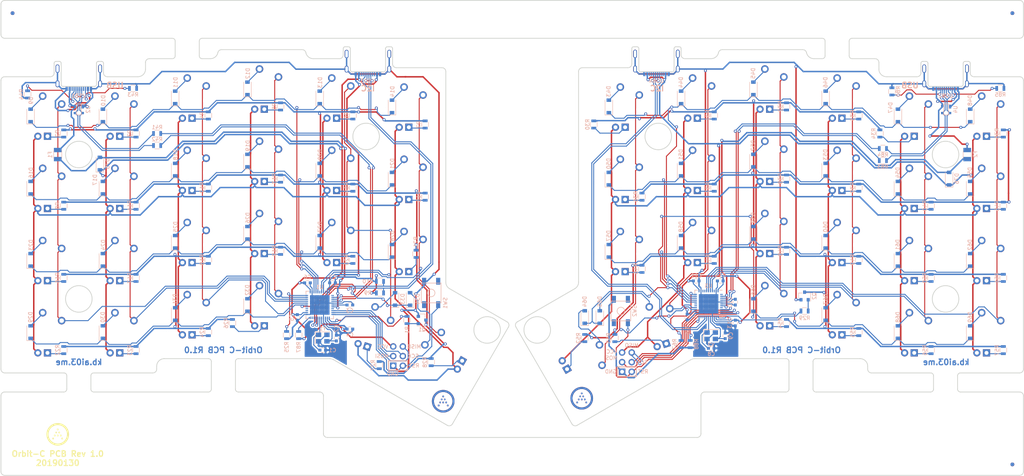
<source format=kicad_pcb>
(kicad_pcb (version 20171130) (host pcbnew "(5.0.0)")
  (layers (0 F.Cu signal) (31 B.Cu signal) (34 B.Paste user) (35 F.Paste user) (36 B.SilkS user) (37 F.SilkS user) (38 B.Mask user) (39 F.Mask user) (44 Edge.Cuts user))
  (net 0 "")
  (net 1 GND)
  (net 2 "Net-(C1-Pad1)")
  (net 3 "Net-(C2-Pad1)")
  (net 4 "Net-(C3-Pad1)")
  (net 5 +5V)
  (net 6 GNDA)
  (net 7 "Net-(C8-Pad1)")
  (net 8 "Net-(C9-Pad1)")
  (net 9 "Net-(C10-Pad1)")
  (net 10 +5VA)
  (net 11 "Net-(D9-Pad2)")
  (net 12 ROW0)
  (net 13 "Net-(D10-Pad2)")
  (net 14 "Net-(D11-Pad2)")
  (net 15 "Net-(D12-Pad2)")
  (net 16 "Net-(D13-Pad2)")
  (net 17 "Net-(D14-Pad2)")
  (net 18 ROW1)
  (net 19 "Net-(D16-Pad2)")
  (net 20 "Net-(D17-Pad2)")
  (net 21 "Net-(D18-Pad2)")
  (net 22 "Net-(D19-Pad2)")
  (net 23 "Net-(D20-Pad2)")
  (net 24 "Net-(D21-Pad2)")
  (net 25 ROW2)
  (net 26 "Net-(D23-Pad2)")
  (net 27 "Net-(D24-Pad2)")
  (net 28 "Net-(D25-Pad2)")
  (net 29 "Net-(D26-Pad2)")
  (net 30 "Net-(D27-Pad2)")
  (net 31 "Net-(D28-Pad2)")
  (net 32 "Net-(D29-Pad2)")
  (net 33 ROW3)
  (net 34 "Net-(D30-Pad2)")
  (net 35 "Net-(D31-Pad2)")
  (net 36 "Net-(D32-Pad2)")
  (net 37 "Net-(D33-Pad2)")
  (net 38 "Net-(D34-Pad2)")
  (net 39 ROW0-R)
  (net 40 "Net-(D43-Pad2)")
  (net 41 "Net-(D44-Pad2)")
  (net 42 "Net-(D45-Pad2)")
  (net 43 "Net-(D46-Pad2)")
  (net 44 "Net-(D47-Pad2)")
  (net 45 "Net-(D48-Pad2)")
  (net 46 ROW1-R)
  (net 47 "Net-(D50-Pad2)")
  (net 48 "Net-(D51-Pad2)")
  (net 49 "Net-(D52-Pad2)")
  (net 50 "Net-(D53-Pad2)")
  (net 51 "Net-(D54-Pad2)")
  (net 52 "Net-(D55-Pad2)")
  (net 53 ROW2-R)
  (net 54 "Net-(D57-Pad2)")
  (net 55 "Net-(D58-Pad2)")
  (net 56 "Net-(D59-Pad2)")
  (net 57 "Net-(D60-Pad2)")
  (net 58 "Net-(D61-Pad2)")
  (net 59 "Net-(D62-Pad2)")
  (net 60 "Net-(D64-Pad2)")
  (net 61 ROW3-R)
  (net 62 "Net-(D65-Pad2)")
  (net 63 "Net-(D66-Pad2)")
  (net 64 "Net-(D67-Pad2)")
  (net 65 "Net-(D68-Pad2)")
  (net 66 "Net-(D69-Pad2)")
  (net 67 VBUS)
  (net 68 VDC)
  (net 69 VCC)
  (net 70 VDD)
  (net 71 SCL)
  (net 72 SDA)
  (net 73 MISO)
  (net 74 SCK)
  (net 75 MOSI)
  (net 76 RESET)
  (net 77 SDA-R)
  (net 78 SCL-R)
  (net 79 MISO-R)
  (net 80 SCK-R)
  (net 81 MOSI-R)
  (net 82 COL0)
  (net 83 COL1)
  (net 84 COL2)
  (net 85 COL3)
  (net 86 COL4)
  (net 87 COL5)
  (net 88 COL0-R)
  (net 89 COL1-R)
  (net 90 COL2-R)
  (net 91 COL3-R)
  (net 92 COL4-R)
  (net 93 COL5-R)
  (net 94 "Net-(R25-Pad2)")
  (net 95 D+)
  (net 96 "Net-(R41-Pad2)")
  (net 97 "Net-(R42-Pad2)")
  (net 98 D-)
  (net 99 "Net-(R43-Pad1)")
  (net 100 "Net-(R44-Pad1)")
  (net 101 "Net-(R67-Pad2)")
  (net 102 "Net-(R83-Pad2)")
  (net 103 D+-R)
  (net 104 "Net-(R84-Pad2)")
  (net 105 D--R)
  (net 106 "Net-(R85-Pad1)")
  (net 107 "Net-(R86-Pad1)")
  (net 108 HDETECT)
  (net 109 HDETECT-R)
  (net 110 RESET-R)
  (net 111 "Net-(U1-Pad42)")
  (net 112 "Net-(U1-Pad21)")
  (net 113 "Net-(U1-Pad20)")
  (net 114 "Net-(U1-Pad8)")
  (net 115 "Net-(U1-Pad1)")
  (net 116 "Net-(U3-Pad1)")
  (net 117 "Net-(U3-Pad8)")
  (net 118 "Net-(U3-Pad20)")
  (net 119 "Net-(U3-Pad21)")
  (net 120 "Net-(U3-Pad36)")
  (net 121 "Net-(U3-Pad37)")
  (net 122 "Net-(U3-Pad42)")
  (net 123 "Net-(USB1-Pad9)")
  (net 124 "Net-(USB1-Pad3)")
  (net 125 "Net-(USB2-Pad3)")
  (net 126 "Net-(USB2-Pad9)")
  (net 127 "Net-(USB3-Pad3)")
  (net 128 "Net-(USB3-Pad10)")
  (net 129 "Net-(USB3-Pad4)")
  (net 130 "Net-(USB3-Pad9)")
  (net 131 "Net-(USB4-Pad9)")
  (net 132 "Net-(USB4-Pad4)")
  (net 133 "Net-(USB4-Pad10)")
  (net 134 "Net-(USB4-Pad3)")
  (net 135 "Net-(Q1-Pad1)")
  (net 136 LEDGND)
  (net 137 LEDGND-R)
  (net 138 "Net-(Q2-Pad1)")
  (net 139 "Net-(R1-Pad2)")
  (net 140 "Net-(MX9-Pad4)")
  (net 141 "Net-(MX10-Pad4)")
  (net 142 "Net-(MX11-Pad4)")
  (net 143 "Net-(MX12-Pad4)")
  (net 144 "Net-(MX13-Pad4)")
  (net 145 "Net-(MX14-Pad4)")
  (net 146 "Net-(MX16-Pad4)")
  (net 147 "Net-(MX17-Pad4)")
  (net 148 "Net-(MX18-Pad4)")
  (net 149 "Net-(MX19-Pad4)")
  (net 150 "Net-(MX20-Pad4)")
  (net 151 "Net-(MX21-Pad4)")
  (net 152 "Net-(MX23-Pad4)")
  (net 153 "Net-(MX24-Pad4)")
  (net 154 "Net-(MX25-Pad4)")
  (net 155 "Net-(MX26-Pad4)")
  (net 156 "Net-(MX27-Pad4)")
  (net 157 "Net-(MX28-Pad4)")
  (net 158 "Net-(MX29-Pad4)")
  (net 159 "Net-(MX30-Pad4)")
  (net 160 "Net-(MX31-Pad4)")
  (net 161 "Net-(MX32-Pad4)")
  (net 162 "Net-(MX33-Pad4)")
  (net 163 "Net-(MX34-Pad4)")
  (net 164 "Net-(R29-Pad2)")
  (net 165 "Net-(MX42-Pad4)")
  (net 166 "Net-(MX43-Pad4)")
  (net 167 "Net-(MX44-Pad4)")
  (net 168 "Net-(MX45-Pad4)")
  (net 169 "Net-(MX46-Pad4)")
  (net 170 "Net-(MX47-Pad4)")
  (net 171 "Net-(MX49-Pad4)")
  (net 172 "Net-(MX50-Pad4)")
  (net 173 "Net-(MX51-Pad4)")
  (net 174 "Net-(MX52-Pad4)")
  (net 175 "Net-(MX53-Pad4)")
  (net 176 "Net-(MX54-Pad4)")
  (net 177 "Net-(MX56-Pad4)")
  (net 178 "Net-(MX57-Pad4)")
  (net 179 "Net-(MX58-Pad4)")
  (net 180 "Net-(MX59-Pad4)")
  (net 181 "Net-(MX60-Pad4)")
  (net 182 "Net-(MX61-Pad4)")
  (net 183 "Net-(MX63-Pad4)")
  (net 184 "Net-(MX64-Pad4)")
  (net 185 "Net-(MX65-Pad4)")
  (net 186 "Net-(MX66-Pad4)")
  (net 187 "Net-(MX67-Pad4)")
  (net 188 "Net-(MX68-Pad4)")
  (net 189 "Net-(U1-Pad26)")
  (net 190 "Net-(U1-Pad27)")
  (net 191 "Net-(U1-Pad25)")
  (net 192 "Net-(U1-Pad39)")
  (net 193 "Net-(U3-Pad27)")
  (net 194 "Net-(U3-Pad28)")
  (module Resistors_SMD:R_0805 (layer B.Cu) (at 122.2375 101.6)
    (fp_text reference R9 (at -3.175 -0.001) (layer B.SilkS) (effects (justify mirror)))
    (fp_text value 4.7k)
    (pad 1 smd rect (at -0.95 0) (size 0.7 1.3) (layers B.Cu B.Paste B.Mask) (net 5 +5V))
    (pad 2 smd rect (at 0.95 0) (size 0.7 1.3) (layers B.Cu B.Paste B.Mask) (net 72 SDA))
  )
  (module random-keyboard-parts:SOT143B (layer B.Cu) (at 42.8625 53.18125 270)
    (fp_text reference U2 (at 0 -2.45 270) (layer B.SilkS) (effects (justify mirror)))
    (fp_text value PRTR5V0U2X)
    (pad 1 smd rect (at -0.75 -1 270) (size 1 0.7) (layers B.Cu B.Paste B.Mask) (net 1 GND))
    (pad 4 smd rect (at -0.95 1 270) (size 0.6 0.7) (layers B.Cu B.Paste B.Mask) (net 69 VCC))
    (pad 2 smd rect (at 0.95 -1 270) (size 0.6 0.7) (layers B.Cu B.Paste B.Mask) (net 96 "Net-(R41-Pad2)"))
    (pad 3 smd rect (at 0.95 1 270) (size 0.6 0.7) (layers B.Cu B.Paste B.Mask) (net 97 "Net-(R42-Pad2)"))
  )
  (module MX_Alps_Hybrid:KailhChoc-1.5U (layer F.Cu) (at 139.192 118.24775 60)
    (fp_text reference MX34)
    (fp_text value MX-1.5U)
    (pad 4 thru_hole rect (at 1.27 4.7 60) (size 1.905 1.905) (drill 1.04) (layers *.Cu B.Mask) (net 163 "Net-(MX34-Pad4)"))
    (pad 3 thru_hole circle (at -1.27 4.7 60) (size 1.905 1.905) (drill 1.04) (layers *.Cu B.Mask) (net 5 +5V))
    (pad "" np_thru_hole circle (at -5.22 4.2 60) (size 1.2 1.2) (drill 1.2) (layers *.Cu *.Mask))
    (pad "" np_thru_hole circle (at 5.5 0 108.1) (size 1.9 1.9) (drill 1.9) (layers *.Cu *.Mask))
    (pad "" np_thru_hole circle (at -5.5 0 108.1) (size 1.9 1.9) (drill 1.9) (layers *.Cu *.Mask))
    (pad 1 thru_hole circle (at 5 -3.8 60) (size 2 2) (drill 1.2) (layers *.Cu B.Mask) (net 87 COL5))
    (pad "" np_thru_hole circle (at 0 0 60) (size 3.4 3.4) (drill 3.4) (layers *.Cu *.Mask))
    (pad 2 thru_hole circle (at 0 -5.9 60) (size 2 2) (drill 1.2) (layers *.Cu B.Mask) (net 38 "Net-(D34-Pad2)"))
  )
  (module MX_Alps_Hybrid:KailhChoc-1.5U (layer F.Cu) (at 174.983 118.24775 300)
    (fp_text reference MX63)
    (fp_text value MX-1.5U)
    (pad 4 thru_hole rect (at 1.27 4.7 300) (size 1.905 1.905) (drill 1.04) (layers *.Cu B.Mask) (net 183 "Net-(MX63-Pad4)"))
    (pad 3 thru_hole circle (at -1.27 4.7 300) (size 1.905 1.905) (drill 1.04) (layers *.Cu B.Mask) (net 10 +5VA))
    (pad "" np_thru_hole circle (at -5.22 4.2 300) (size 1.2 1.2) (drill 1.2) (layers *.Cu *.Mask))
    (pad "" np_thru_hole circle (at 5.5 0 348.1) (size 1.9 1.9) (drill 1.9) (layers *.Cu *.Mask))
    (pad "" np_thru_hole circle (at -5.5 0 348.1) (size 1.9 1.9) (drill 1.9) (layers *.Cu *.Mask))
    (pad 1 thru_hole circle (at 5 -3.8 300) (size 2 2) (drill 1.2) (layers *.Cu B.Mask) (net 88 COL0-R))
    (pad "" np_thru_hole circle (at 0 0 300) (size 3.4 3.4) (drill 3.4) (layers *.Cu *.Mask))
    (pad 2 thru_hole circle (at 0 -5.9 300) (size 2 2) (drill 1.2) (layers *.Cu B.Mask) (net 60 "Net-(D64-Pad2)"))
  )
  (module MX_Alps_Hybrid:KailhChoc-1U (layer F.Cu) (at 33.3375 55.5625)
    (fp_text reference MX9)
    (fp_text value MX-1U)
    (pad 4 thru_hole rect (at 1.27 4.7) (size 1.905 1.905) (drill 1.04) (layers *.Cu B.Mask) (net 140 "Net-(MX9-Pad4)"))
    (pad 3 thru_hole circle (at -1.27 4.7) (size 1.905 1.905) (drill 1.04) (layers *.Cu B.Mask) (net 5 +5V))
    (pad "" np_thru_hole circle (at -5.22 4.2) (size 1.2 1.2) (drill 1.2) (layers *.Cu *.Mask))
    (pad "" np_thru_hole circle (at 5.5 0 48.1) (size 1.9 1.9) (drill 1.9) (layers *.Cu *.Mask))
    (pad "" np_thru_hole circle (at -5.5 0 48.1) (size 1.9 1.9) (drill 1.9) (layers *.Cu *.Mask))
    (pad 1 thru_hole circle (at 5 -3.8) (size 2 2) (drill 1.2) (layers *.Cu B.Mask) (net 82 COL0))
    (pad "" np_thru_hole circle (at 0 0) (size 3.4 3.4) (drill 3.4) (layers *.Cu *.Mask))
    (pad 2 thru_hole circle (at 0 -5.9) (size 2 2) (drill 1.2) (layers *.Cu B.Mask) (net 11 "Net-(D9-Pad2)"))
  )
  (module MX_Alps_Hybrid:KailhChoc-1U (layer F.Cu) (at 52.3875 55.5625)
    (fp_text reference MX10)
    (fp_text value MX-1U)
    (pad 4 thru_hole rect (at 1.27 4.7) (size 1.905 1.905) (drill 1.04) (layers *.Cu B.Mask) (net 141 "Net-(MX10-Pad4)"))
    (pad 3 thru_hole circle (at -1.27 4.7) (size 1.905 1.905) (drill 1.04) (layers *.Cu B.Mask) (net 5 +5V))
    (pad "" np_thru_hole circle (at -5.22 4.2) (size 1.2 1.2) (drill 1.2) (layers *.Cu *.Mask))
    (pad "" np_thru_hole circle (at 5.5 0 48.1) (size 1.9 1.9) (drill 1.9) (layers *.Cu *.Mask))
    (pad "" np_thru_hole circle (at -5.5 0 48.1) (size 1.9 1.9) (drill 1.9) (layers *.Cu *.Mask))
    (pad 1 thru_hole circle (at 5 -3.8) (size 2 2) (drill 1.2) (layers *.Cu B.Mask) (net 83 COL1))
    (pad "" np_thru_hole circle (at 0 0) (size 3.4 3.4) (drill 3.4) (layers *.Cu *.Mask))
    (pad 2 thru_hole circle (at 0 -5.9) (size 2 2) (drill 1.2) (layers *.Cu B.Mask) (net 13 "Net-(D10-Pad2)"))
  )
  (module MX_Alps_Hybrid:KailhChoc-1U (layer F.Cu) (at 71.4375 50.8)
    (fp_text reference MX11)
    (fp_text value MX-1U)
    (pad 4 thru_hole rect (at 1.27 4.7) (size 1.905 1.905) (drill 1.04) (layers *.Cu B.Mask) (net 142 "Net-(MX11-Pad4)"))
    (pad 3 thru_hole circle (at -1.27 4.7) (size 1.905 1.905) (drill 1.04) (layers *.Cu B.Mask) (net 5 +5V))
    (pad "" np_thru_hole circle (at -5.22 4.2) (size 1.2 1.2) (drill 1.2) (layers *.Cu *.Mask))
    (pad "" np_thru_hole circle (at 5.5 0 48.1) (size 1.9 1.9) (drill 1.9) (layers *.Cu *.Mask))
    (pad "" np_thru_hole circle (at -5.5 0 48.1) (size 1.9 1.9) (drill 1.9) (layers *.Cu *.Mask))
    (pad 1 thru_hole circle (at 5 -3.8) (size 2 2) (drill 1.2) (layers *.Cu B.Mask) (net 84 COL2))
    (pad "" np_thru_hole circle (at 0 0) (size 3.4 3.4) (drill 3.4) (layers *.Cu *.Mask))
    (pad 2 thru_hole circle (at 0 -5.9) (size 2 2) (drill 1.2) (layers *.Cu B.Mask) (net 14 "Net-(D11-Pad2)"))
  )
  (module MX_Alps_Hybrid:KailhChoc-1U (layer F.Cu) (at 90.4875 48.41875)
    (fp_text reference MX12)
    (fp_text value MX-1U)
    (pad 4 thru_hole rect (at 1.27 4.7) (size 1.905 1.905) (drill 1.04) (layers *.Cu B.Mask) (net 143 "Net-(MX12-Pad4)"))
    (pad 3 thru_hole circle (at -1.27 4.7) (size 1.905 1.905) (drill 1.04) (layers *.Cu B.Mask) (net 5 +5V))
    (pad "" np_thru_hole circle (at -5.22 4.2) (size 1.2 1.2) (drill 1.2) (layers *.Cu *.Mask))
    (pad "" np_thru_hole circle (at 5.5 0 48.1) (size 1.9 1.9) (drill 1.9) (layers *.Cu *.Mask))
    (pad "" np_thru_hole circle (at -5.5 0 48.1) (size 1.9 1.9) (drill 1.9) (layers *.Cu *.Mask))
    (pad 1 thru_hole circle (at 5 -3.8) (size 2 2) (drill 1.2) (layers *.Cu B.Mask) (net 85 COL3))
    (pad "" np_thru_hole circle (at 0 0) (size 3.4 3.4) (drill 3.4) (layers *.Cu *.Mask))
    (pad 2 thru_hole circle (at 0 -5.9) (size 2 2) (drill 1.2) (layers *.Cu B.Mask) (net 15 "Net-(D12-Pad2)"))
  )
  (module MX_Alps_Hybrid:KailhChoc-1U (layer F.Cu) (at 109.5375 50.8)
    (fp_text reference MX13)
    (fp_text value MX-1U)
    (pad 4 thru_hole rect (at 1.27 4.7) (size 1.905 1.905) (drill 1.04) (layers *.Cu B.Mask) (net 144 "Net-(MX13-Pad4)"))
    (pad 3 thru_hole circle (at -1.27 4.7) (size 1.905 1.905) (drill 1.04) (layers *.Cu B.Mask) (net 5 +5V))
    (pad "" np_thru_hole circle (at -5.22 4.2) (size 1.2 1.2) (drill 1.2) (layers *.Cu *.Mask))
    (pad "" np_thru_hole circle (at 5.5 0 48.1) (size 1.9 1.9) (drill 1.9) (layers *.Cu *.Mask))
    (pad "" np_thru_hole circle (at -5.5 0 48.1) (size 1.9 1.9) (drill 1.9) (layers *.Cu *.Mask))
    (pad 1 thru_hole circle (at 5 -3.8) (size 2 2) (drill 1.2) (layers *.Cu B.Mask) (net 86 COL4))
    (pad "" np_thru_hole circle (at 0 0) (size 3.4 3.4) (drill 3.4) (layers *.Cu *.Mask))
    (pad 2 thru_hole circle (at 0 -5.9) (size 2 2) (drill 1.2) (layers *.Cu B.Mask) (net 16 "Net-(D13-Pad2)"))
  )
  (module MX_Alps_Hybrid:KailhChoc-1U (layer F.Cu) (at 128.5875 53.18125)
    (fp_text reference MX14)
    (fp_text value MX-1U)
    (pad 4 thru_hole rect (at 1.27 4.7) (size 1.905 1.905) (drill 1.04) (layers *.Cu B.Mask) (net 145 "Net-(MX14-Pad4)"))
    (pad 3 thru_hole circle (at -1.27 4.7) (size 1.905 1.905) (drill 1.04) (layers *.Cu B.Mask) (net 5 +5V))
    (pad "" np_thru_hole circle (at -5.22 4.2) (size 1.2 1.2) (drill 1.2) (layers *.Cu *.Mask))
    (pad "" np_thru_hole circle (at 5.5 0 48.1) (size 1.9 1.9) (drill 1.9) (layers *.Cu *.Mask))
    (pad "" np_thru_hole circle (at -5.5 0 48.1) (size 1.9 1.9) (drill 1.9) (layers *.Cu *.Mask))
    (pad 1 thru_hole circle (at 5 -3.8) (size 2 2) (drill 1.2) (layers *.Cu B.Mask) (net 87 COL5))
    (pad "" np_thru_hole circle (at 0 0) (size 3.4 3.4) (drill 3.4) (layers *.Cu *.Mask))
    (pad 2 thru_hole circle (at 0 -5.9) (size 2 2) (drill 1.2) (layers *.Cu B.Mask) (net 17 "Net-(D14-Pad2)"))
  )
  (module MX_Alps_Hybrid:KailhChoc-1U (layer F.Cu) (at 33.3375 74.6125)
    (fp_text reference MX16)
    (fp_text value MX-1U)
    (pad 4 thru_hole rect (at 1.27 4.7) (size 1.905 1.905) (drill 1.04) (layers *.Cu B.Mask) (net 146 "Net-(MX16-Pad4)"))
    (pad 3 thru_hole circle (at -1.27 4.7) (size 1.905 1.905) (drill 1.04) (layers *.Cu B.Mask) (net 5 +5V))
    (pad "" np_thru_hole circle (at -5.22 4.2) (size 1.2 1.2) (drill 1.2) (layers *.Cu *.Mask))
    (pad "" np_thru_hole circle (at 5.5 0 48.1) (size 1.9 1.9) (drill 1.9) (layers *.Cu *.Mask))
    (pad "" np_thru_hole circle (at -5.5 0 48.1) (size 1.9 1.9) (drill 1.9) (layers *.Cu *.Mask))
    (pad 1 thru_hole circle (at 5 -3.8) (size 2 2) (drill 1.2) (layers *.Cu B.Mask) (net 82 COL0))
    (pad "" np_thru_hole circle (at 0 0) (size 3.4 3.4) (drill 3.4) (layers *.Cu *.Mask))
    (pad 2 thru_hole circle (at 0 -5.9) (size 2 2) (drill 1.2) (layers *.Cu B.Mask) (net 19 "Net-(D16-Pad2)"))
  )
  (module MX_Alps_Hybrid:KailhChoc-1U (layer F.Cu) (at 52.3875 74.6125)
    (fp_text reference MX17)
    (fp_text value MX-1U)
    (pad 4 thru_hole rect (at 1.27 4.7) (size 1.905 1.905) (drill 1.04) (layers *.Cu B.Mask) (net 147 "Net-(MX17-Pad4)"))
    (pad 3 thru_hole circle (at -1.27 4.7) (size 1.905 1.905) (drill 1.04) (layers *.Cu B.Mask) (net 5 +5V))
    (pad "" np_thru_hole circle (at -5.22 4.2) (size 1.2 1.2) (drill 1.2) (layers *.Cu *.Mask))
    (pad "" np_thru_hole circle (at 5.5 0 48.1) (size 1.9 1.9) (drill 1.9) (layers *.Cu *.Mask))
    (pad "" np_thru_hole circle (at -5.5 0 48.1) (size 1.9 1.9) (drill 1.9) (layers *.Cu *.Mask))
    (pad 1 thru_hole circle (at 5 -3.8) (size 2 2) (drill 1.2) (layers *.Cu B.Mask) (net 83 COL1))
    (pad "" np_thru_hole circle (at 0 0) (size 3.4 3.4) (drill 3.4) (layers *.Cu *.Mask))
    (pad 2 thru_hole circle (at 0 -5.9) (size 2 2) (drill 1.2) (layers *.Cu B.Mask) (net 20 "Net-(D17-Pad2)"))
  )
  (module MX_Alps_Hybrid:KailhChoc-1U (layer F.Cu) (at 71.4375 69.85)
    (fp_text reference MX18)
    (fp_text value MX-1U)
    (pad 4 thru_hole rect (at 1.27 4.7) (size 1.905 1.905) (drill 1.04) (layers *.Cu B.Mask) (net 148 "Net-(MX18-Pad4)"))
    (pad 3 thru_hole circle (at -1.27 4.7) (size 1.905 1.905) (drill 1.04) (layers *.Cu B.Mask) (net 5 +5V))
    (pad "" np_thru_hole circle (at -5.22 4.2) (size 1.2 1.2) (drill 1.2) (layers *.Cu *.Mask))
    (pad "" np_thru_hole circle (at 5.5 0 48.1) (size 1.9 1.9) (drill 1.9) (layers *.Cu *.Mask))
    (pad "" np_thru_hole circle (at -5.5 0 48.1) (size 1.9 1.9) (drill 1.9) (layers *.Cu *.Mask))
    (pad 1 thru_hole circle (at 5 -3.8) (size 2 2) (drill 1.2) (layers *.Cu B.Mask) (net 84 COL2))
    (pad "" np_thru_hole circle (at 0 0) (size 3.4 3.4) (drill 3.4) (layers *.Cu *.Mask))
    (pad 2 thru_hole circle (at 0 -5.9) (size 2 2) (drill 1.2) (layers *.Cu B.Mask) (net 21 "Net-(D18-Pad2)"))
  )
  (module MX_Alps_Hybrid:KailhChoc-1U (layer F.Cu) (at 90.4875 67.46875)
    (fp_text reference MX19)
    (fp_text value MX-1U)
    (pad 4 thru_hole rect (at 1.27 4.7) (size 1.905 1.905) (drill 1.04) (layers *.Cu B.Mask) (net 149 "Net-(MX19-Pad4)"))
    (pad 3 thru_hole circle (at -1.27 4.7) (size 1.905 1.905) (drill 1.04) (layers *.Cu B.Mask) (net 5 +5V))
    (pad "" np_thru_hole circle (at -5.22 4.2) (size 1.2 1.2) (drill 1.2) (layers *.Cu *.Mask))
    (pad "" np_thru_hole circle (at 5.5 0 48.1) (size 1.9 1.9) (drill 1.9) (layers *.Cu *.Mask))
    (pad "" np_thru_hole circle (at -5.5 0 48.1) (size 1.9 1.9) (drill 1.9) (layers *.Cu *.Mask))
    (pad 1 thru_hole circle (at 5 -3.8) (size 2 2) (drill 1.2) (layers *.Cu B.Mask) (net 85 COL3))
    (pad "" np_thru_hole circle (at 0 0) (size 3.4 3.4) (drill 3.4) (layers *.Cu *.Mask))
    (pad 2 thru_hole circle (at 0 -5.9) (size 2 2) (drill 1.2) (layers *.Cu B.Mask) (net 22 "Net-(D19-Pad2)"))
  )
  (module MX_Alps_Hybrid:KailhChoc-1U (layer F.Cu) (at 109.5375 69.85)
    (fp_text reference MX20)
    (fp_text value MX-1U)
    (pad 4 thru_hole rect (at 1.27 4.7) (size 1.905 1.905) (drill 1.04) (layers *.Cu B.Mask) (net 150 "Net-(MX20-Pad4)"))
    (pad 3 thru_hole circle (at -1.27 4.7) (size 1.905 1.905) (drill 1.04) (layers *.Cu B.Mask) (net 5 +5V))
    (pad "" np_thru_hole circle (at -5.22 4.2) (size 1.2 1.2) (drill 1.2) (layers *.Cu *.Mask))
    (pad "" np_thru_hole circle (at 5.5 0 48.1) (size 1.9 1.9) (drill 1.9) (layers *.Cu *.Mask))
    (pad "" np_thru_hole circle (at -5.5 0 48.1) (size 1.9 1.9) (drill 1.9) (layers *.Cu *.Mask))
    (pad 1 thru_hole circle (at 5 -3.8) (size 2 2) (drill 1.2) (layers *.Cu B.Mask) (net 86 COL4))
    (pad "" np_thru_hole circle (at 0 0) (size 3.4 3.4) (drill 3.4) (layers *.Cu *.Mask))
    (pad 2 thru_hole circle (at 0 -5.9) (size 2 2) (drill 1.2) (layers *.Cu B.Mask) (net 23 "Net-(D20-Pad2)"))
  )
  (module MX_Alps_Hybrid:KailhChoc-1U (layer F.Cu) (at 128.5875 72.23125)
    (fp_text reference MX21)
    (fp_text value MX-1U)
    (pad 4 thru_hole rect (at 1.27 4.7) (size 1.905 1.905) (drill 1.04) (layers *.Cu B.Mask) (net 151 "Net-(MX21-Pad4)"))
    (pad 3 thru_hole circle (at -1.27 4.7) (size 1.905 1.905) (drill 1.04) (layers *.Cu B.Mask) (net 5 +5V))
    (pad "" np_thru_hole circle (at -5.22 4.2) (size 1.2 1.2) (drill 1.2) (layers *.Cu *.Mask))
    (pad "" np_thru_hole circle (at 5.5 0 48.1) (size 1.9 1.9) (drill 1.9) (layers *.Cu *.Mask))
    (pad "" np_thru_hole circle (at -5.5 0 48.1) (size 1.9 1.9) (drill 1.9) (layers *.Cu *.Mask))
    (pad 1 thru_hole circle (at 5 -3.8) (size 2 2) (drill 1.2) (layers *.Cu B.Mask) (net 87 COL5))
    (pad "" np_thru_hole circle (at 0 0) (size 3.4 3.4) (drill 3.4) (layers *.Cu *.Mask))
    (pad 2 thru_hole circle (at 0 -5.9) (size 2 2) (drill 1.2) (layers *.Cu B.Mask) (net 24 "Net-(D21-Pad2)"))
  )
  (module MX_Alps_Hybrid:KailhChoc-1U (layer F.Cu) (at 33.3375 93.6625)
    (fp_text reference MX23)
    (fp_text value MX-1U)
    (pad 4 thru_hole rect (at 1.27 4.7) (size 1.905 1.905) (drill 1.04) (layers *.Cu B.Mask) (net 152 "Net-(MX23-Pad4)"))
    (pad 3 thru_hole circle (at -1.27 4.7) (size 1.905 1.905) (drill 1.04) (layers *.Cu B.Mask) (net 5 +5V))
    (pad "" np_thru_hole circle (at -5.22 4.2) (size 1.2 1.2) (drill 1.2) (layers *.Cu *.Mask))
    (pad "" np_thru_hole circle (at 5.5 0 48.1) (size 1.9 1.9) (drill 1.9) (layers *.Cu *.Mask))
    (pad "" np_thru_hole circle (at -5.5 0 48.1) (size 1.9 1.9) (drill 1.9) (layers *.Cu *.Mask))
    (pad 1 thru_hole circle (at 5 -3.8) (size 2 2) (drill 1.2) (layers *.Cu B.Mask) (net 82 COL0))
    (pad "" np_thru_hole circle (at 0 0) (size 3.4 3.4) (drill 3.4) (layers *.Cu *.Mask))
    (pad 2 thru_hole circle (at 0 -5.9) (size 2 2) (drill 1.2) (layers *.Cu B.Mask) (net 26 "Net-(D23-Pad2)"))
  )
  (module MX_Alps_Hybrid:KailhChoc-1U (layer F.Cu) (at 52.3875 93.6625)
    (fp_text reference MX24)
    (fp_text value MX-1U)
    (pad 4 thru_hole rect (at 1.27 4.7) (size 1.905 1.905) (drill 1.04) (layers *.Cu B.Mask) (net 153 "Net-(MX24-Pad4)"))
    (pad 3 thru_hole circle (at -1.27 4.7) (size 1.905 1.905) (drill 1.04) (layers *.Cu B.Mask) (net 5 +5V))
    (pad "" np_thru_hole circle (at -5.22 4.2) (size 1.2 1.2) (drill 1.2) (layers *.Cu *.Mask))
    (pad "" np_thru_hole circle (at 5.5 0 48.1) (size 1.9 1.9) (drill 1.9) (layers *.Cu *.Mask))
    (pad "" np_thru_hole circle (at -5.5 0 48.1) (size 1.9 1.9) (drill 1.9) (layers *.Cu *.Mask))
    (pad 1 thru_hole circle (at 5 -3.8) (size 2 2) (drill 1.2) (layers *.Cu B.Mask) (net 83 COL1))
    (pad "" np_thru_hole circle (at 0 0) (size 3.4 3.4) (drill 3.4) (layers *.Cu *.Mask))
    (pad 2 thru_hole circle (at 0 -5.9) (size 2 2) (drill 1.2) (layers *.Cu B.Mask) (net 27 "Net-(D24-Pad2)"))
  )
  (module MX_Alps_Hybrid:KailhChoc-1U (layer F.Cu) (at 71.4375 88.9)
    (fp_text reference MX25)
    (fp_text value MX-1U)
    (pad 4 thru_hole rect (at 1.27 4.7) (size 1.905 1.905) (drill 1.04) (layers *.Cu B.Mask) (net 154 "Net-(MX25-Pad4)"))
    (pad 3 thru_hole circle (at -1.27 4.7) (size 1.905 1.905) (drill 1.04) (layers *.Cu B.Mask) (net 5 +5V))
    (pad "" np_thru_hole circle (at -5.22 4.2) (size 1.2 1.2) (drill 1.2) (layers *.Cu *.Mask))
    (pad "" np_thru_hole circle (at 5.5 0 48.1) (size 1.9 1.9) (drill 1.9) (layers *.Cu *.Mask))
    (pad "" np_thru_hole circle (at -5.5 0 48.1) (size 1.9 1.9) (drill 1.9) (layers *.Cu *.Mask))
    (pad 1 thru_hole circle (at 5 -3.8) (size 2 2) (drill 1.2) (layers *.Cu B.Mask) (net 84 COL2))
    (pad "" np_thru_hole circle (at 0 0) (size 3.4 3.4) (drill 3.4) (layers *.Cu *.Mask))
    (pad 2 thru_hole circle (at 0 -5.9) (size 2 2) (drill 1.2) (layers *.Cu B.Mask) (net 28 "Net-(D25-Pad2)"))
  )
  (module MX_Alps_Hybrid:KailhChoc-1U (layer F.Cu) (at 90.4875 86.51875)
    (fp_text reference MX26)
    (fp_text value MX-1U)
    (pad 4 thru_hole rect (at 1.27 4.7) (size 1.905 1.905) (drill 1.04) (layers *.Cu B.Mask) (net 155 "Net-(MX26-Pad4)"))
    (pad 3 thru_hole circle (at -1.27 4.7) (size 1.905 1.905) (drill 1.04) (layers *.Cu B.Mask) (net 5 +5V))
    (pad "" np_thru_hole circle (at -5.22 4.2) (size 1.2 1.2) (drill 1.2) (layers *.Cu *.Mask))
    (pad "" np_thru_hole circle (at 5.5 0 48.1) (size 1.9 1.9) (drill 1.9) (layers *.Cu *.Mask))
    (pad "" np_thru_hole circle (at -5.5 0 48.1) (size 1.9 1.9) (drill 1.9) (layers *.Cu *.Mask))
    (pad 1 thru_hole circle (at 5 -3.8) (size 2 2) (drill 1.2) (layers *.Cu B.Mask) (net 85 COL3))
    (pad "" np_thru_hole circle (at 0 0) (size 3.4 3.4) (drill 3.4) (layers *.Cu *.Mask))
    (pad 2 thru_hole circle (at 0 -5.9) (size 2 2) (drill 1.2) (layers *.Cu B.Mask) (net 29 "Net-(D26-Pad2)"))
  )
  (module MX_Alps_Hybrid:KailhChoc-1U (layer F.Cu) (at 109.5375 88.9)
    (fp_text reference MX27)
    (fp_text value MX-1U)
    (pad 4 thru_hole rect (at 1.27 4.7) (size 1.905 1.905) (drill 1.04) (layers *.Cu B.Mask) (net 156 "Net-(MX27-Pad4)"))
    (pad 3 thru_hole circle (at -1.27 4.7) (size 1.905 1.905) (drill 1.04) (layers *.Cu B.Mask) (net 5 +5V))
    (pad "" np_thru_hole circle (at -5.22 4.2) (size 1.2 1.2) (drill 1.2) (layers *.Cu *.Mask))
    (pad "" np_thru_hole circle (at 5.5 0 48.1) (size 1.9 1.9) (drill 1.9) (layers *.Cu *.Mask))
    (pad "" np_thru_hole circle (at -5.5 0 48.1) (size 1.9 1.9) (drill 1.9) (layers *.Cu *.Mask))
    (pad 1 thru_hole circle (at 5 -3.8) (size 2 2) (drill 1.2) (layers *.Cu B.Mask) (net 86 COL4))
    (pad "" np_thru_hole circle (at 0 0) (size 3.4 3.4) (drill 3.4) (layers *.Cu *.Mask))
    (pad 2 thru_hole circle (at 0 -5.9) (size 2 2) (drill 1.2) (layers *.Cu B.Mask) (net 30 "Net-(D27-Pad2)"))
  )
  (module MX_Alps_Hybrid:KailhChoc-1U (layer F.Cu) (at 128.5875 91.28125)
    (fp_text reference MX28)
    (fp_text value MX-1U)
    (pad 4 thru_hole rect (at 1.27 4.7) (size 1.905 1.905) (drill 1.04) (layers *.Cu B.Mask) (net 157 "Net-(MX28-Pad4)"))
    (pad 3 thru_hole circle (at -1.27 4.7) (size 1.905 1.905) (drill 1.04) (layers *.Cu B.Mask) (net 5 +5V))
    (pad "" np_thru_hole circle (at -5.22 4.2) (size 1.2 1.2) (drill 1.2) (layers *.Cu *.Mask))
    (pad "" np_thru_hole circle (at 5.5 0 48.1) (size 1.9 1.9) (drill 1.9) (layers *.Cu *.Mask))
    (pad "" np_thru_hole circle (at -5.5 0 48.1) (size 1.9 1.9) (drill 1.9) (layers *.Cu *.Mask))
    (pad 1 thru_hole circle (at 5 -3.8) (size 2 2) (drill 1.2) (layers *.Cu B.Mask) (net 87 COL5))
    (pad "" np_thru_hole circle (at 0 0) (size 3.4 3.4) (drill 3.4) (layers *.Cu *.Mask))
    (pad 2 thru_hole circle (at 0 -5.9) (size 2 2) (drill 1.2) (layers *.Cu B.Mask) (net 31 "Net-(D28-Pad2)"))
  )
  (module MX_Alps_Hybrid:KailhChoc-1U (layer F.Cu) (at 33.3375 112.7125)
    (fp_text reference MX29)
    (fp_text value MX-1U)
    (pad 4 thru_hole rect (at 1.27 4.7) (size 1.905 1.905) (drill 1.04) (layers *.Cu B.Mask) (net 158 "Net-(MX29-Pad4)"))
    (pad 3 thru_hole circle (at -1.27 4.7) (size 1.905 1.905) (drill 1.04) (layers *.Cu B.Mask) (net 5 +5V))
    (pad "" np_thru_hole circle (at -5.22 4.2) (size 1.2 1.2) (drill 1.2) (layers *.Cu *.Mask))
    (pad "" np_thru_hole circle (at 5.5 0 48.1) (size 1.9 1.9) (drill 1.9) (layers *.Cu *.Mask))
    (pad "" np_thru_hole circle (at -5.5 0 48.1) (size 1.9 1.9) (drill 1.9) (layers *.Cu *.Mask))
    (pad 1 thru_hole circle (at 5 -3.8) (size 2 2) (drill 1.2) (layers *.Cu B.Mask) (net 82 COL0))
    (pad "" np_thru_hole circle (at 0 0) (size 3.4 3.4) (drill 3.4) (layers *.Cu *.Mask))
    (pad 2 thru_hole circle (at 0 -5.9) (size 2 2) (drill 1.2) (layers *.Cu B.Mask) (net 32 "Net-(D29-Pad2)"))
  )
  (module MX_Alps_Hybrid:KailhChoc-1U (layer F.Cu) (at 52.3875 112.7125)
    (fp_text reference MX30)
    (fp_text value MX-1U)
    (pad 4 thru_hole rect (at 1.27 4.7) (size 1.905 1.905) (drill 1.04) (layers *.Cu B.Mask) (net 159 "Net-(MX30-Pad4)"))
    (pad 3 thru_hole circle (at -1.27 4.7) (size 1.905 1.905) (drill 1.04) (layers *.Cu B.Mask) (net 5 +5V))
    (pad "" np_thru_hole circle (at -5.22 4.2) (size 1.2 1.2) (drill 1.2) (layers *.Cu *.Mask))
    (pad "" np_thru_hole circle (at 5.5 0 48.1) (size 1.9 1.9) (drill 1.9) (layers *.Cu *.Mask))
    (pad "" np_thru_hole circle (at -5.5 0 48.1) (size 1.9 1.9) (drill 1.9) (layers *.Cu *.Mask))
    (pad 1 thru_hole circle (at 5 -3.8) (size 2 2) (drill 1.2) (layers *.Cu B.Mask) (net 83 COL1))
    (pad "" np_thru_hole circle (at 0 0) (size 3.4 3.4) (drill 3.4) (layers *.Cu *.Mask))
    (pad 2 thru_hole circle (at 0 -5.9) (size 2 2) (drill 1.2) (layers *.Cu B.Mask) (net 34 "Net-(D30-Pad2)"))
  )
  (module MX_Alps_Hybrid:KailhChoc-1U (layer F.Cu) (at 71.4375 107.95)
    (fp_text reference MX31)
    (fp_text value MX-1U)
    (pad 4 thru_hole rect (at 1.27 4.7) (size 1.905 1.905) (drill 1.04) (layers *.Cu B.Mask) (net 160 "Net-(MX31-Pad4)"))
    (pad 3 thru_hole circle (at -1.27 4.7) (size 1.905 1.905) (drill 1.04) (layers *.Cu B.Mask) (net 5 +5V))
    (pad "" np_thru_hole circle (at -5.22 4.2) (size 1.2 1.2) (drill 1.2) (layers *.Cu *.Mask))
    (pad "" np_thru_hole circle (at 5.5 0 48.1) (size 1.9 1.9) (drill 1.9) (layers *.Cu *.Mask))
    (pad "" np_thru_hole circle (at -5.5 0 48.1) (size 1.9 1.9) (drill 1.9) (layers *.Cu *.Mask))
    (pad 1 thru_hole circle (at 5 -3.8) (size 2 2) (drill 1.2) (layers *.Cu B.Mask) (net 84 COL2))
    (pad "" np_thru_hole circle (at 0 0) (size 3.4 3.4) (drill 3.4) (layers *.Cu *.Mask))
    (pad 2 thru_hole circle (at 0 -5.9) (size 2 2) (drill 1.2) (layers *.Cu B.Mask) (net 35 "Net-(D31-Pad2)"))
  )
  (module MX_Alps_Hybrid:KailhChoc-1U (layer F.Cu) (at 90.4875 105.56875)
    (fp_text reference MX32)
    (fp_text value MX-1U)
    (pad 4 thru_hole rect (at 1.27 4.7) (size 1.905 1.905) (drill 1.04) (layers *.Cu B.Mask) (net 161 "Net-(MX32-Pad4)"))
    (pad 3 thru_hole circle (at -1.27 4.7) (size 1.905 1.905) (drill 1.04) (layers *.Cu B.Mask) (net 5 +5V))
    (pad "" np_thru_hole circle (at -5.22 4.2) (size 1.2 1.2) (drill 1.2) (layers *.Cu *.Mask))
    (pad "" np_thru_hole circle (at 5.5 0 48.1) (size 1.9 1.9) (drill 1.9) (layers *.Cu *.Mask))
    (pad "" np_thru_hole circle (at -5.5 0 48.1) (size 1.9 1.9) (drill 1.9) (layers *.Cu *.Mask))
    (pad 1 thru_hole circle (at 5 -3.8) (size 2 2) (drill 1.2) (layers *.Cu B.Mask) (net 85 COL3))
    (pad "" np_thru_hole circle (at 0 0) (size 3.4 3.4) (drill 3.4) (layers *.Cu *.Mask))
    (pad 2 thru_hole circle (at 0 -5.9) (size 2 2) (drill 1.2) (layers *.Cu B.Mask) (net 36 "Net-(D32-Pad2)"))
  )
  (module MX_Alps_Hybrid:KailhChoc-1U (layer F.Cu) (at 119.126 110.90275 342)
    (fp_text reference MX33)
    (fp_text value MX-1U)
    (pad 4 thru_hole rect (at 1.27 4.7 342) (size 1.905 1.905) (drill 1.04) (layers *.Cu B.Mask) (net 162 "Net-(MX33-Pad4)"))
    (pad 3 thru_hole circle (at -1.27 4.7 342) (size 1.905 1.905) (drill 1.04) (layers *.Cu B.Mask) (net 5 +5V))
    (pad "" np_thru_hole circle (at -5.22 4.2 342) (size 1.2 1.2) (drill 1.2) (layers *.Cu *.Mask))
    (pad "" np_thru_hole circle (at 5.5 0 30.1) (size 1.9 1.9) (drill 1.9) (layers *.Cu *.Mask))
    (pad "" np_thru_hole circle (at -5.5 0 30.1) (size 1.9 1.9) (drill 1.9) (layers *.Cu *.Mask))
    (pad 1 thru_hole circle (at 5 -3.8 342) (size 2 2) (drill 1.2) (layers *.Cu B.Mask) (net 86 COL4))
    (pad "" np_thru_hole circle (at 0 0 342) (size 3.4 3.4) (drill 3.4) (layers *.Cu *.Mask))
    (pad 2 thru_hole circle (at 0 -5.899999 342) (size 2 2) (drill 1.2) (layers *.Cu B.Mask) (net 37 "Net-(D33-Pad2)"))
  )
  (module MX_Alps_Hybrid:KailhChoc-1U (layer F.Cu) (at 185.5875 53.18125)
    (fp_text reference MX42)
    (fp_text value MX-1U)
    (pad 4 thru_hole rect (at 1.27 4.7) (size 1.905 1.905) (drill 1.04) (layers *.Cu B.Mask) (net 165 "Net-(MX42-Pad4)"))
    (pad 3 thru_hole circle (at -1.27 4.7) (size 1.905 1.905) (drill 1.04) (layers *.Cu B.Mask) (net 10 +5VA))
    (pad "" np_thru_hole circle (at -5.22 4.2) (size 1.2 1.2) (drill 1.2) (layers *.Cu *.Mask))
    (pad "" np_thru_hole circle (at 5.5 0 48.1) (size 1.9 1.9) (drill 1.9) (layers *.Cu *.Mask))
    (pad "" np_thru_hole circle (at -5.5 0 48.1) (size 1.9 1.9) (drill 1.9) (layers *.Cu *.Mask))
    (pad 1 thru_hole circle (at 5 -3.8) (size 2 2) (drill 1.2) (layers *.Cu B.Mask) (net 88 COL0-R))
    (pad "" np_thru_hole circle (at 0 0) (size 3.4 3.4) (drill 3.4) (layers *.Cu *.Mask))
    (pad 2 thru_hole circle (at 0 -5.9) (size 2 2) (drill 1.2) (layers *.Cu B.Mask) (net 40 "Net-(D43-Pad2)"))
  )
  (module MX_Alps_Hybrid:KailhChoc-1U (layer F.Cu) (at 204.6375 50.8)
    (fp_text reference MX43)
    (fp_text value MX-1U)
    (pad 4 thru_hole rect (at 1.27 4.7) (size 1.905 1.905) (drill 1.04) (layers *.Cu B.Mask) (net 166 "Net-(MX43-Pad4)"))
    (pad 3 thru_hole circle (at -1.27 4.7) (size 1.905 1.905) (drill 1.04) (layers *.Cu B.Mask) (net 10 +5VA))
    (pad "" np_thru_hole circle (at -5.22 4.2) (size 1.2 1.2) (drill 1.2) (layers *.Cu *.Mask))
    (pad "" np_thru_hole circle (at 5.5 0 48.1) (size 1.9 1.9) (drill 1.9) (layers *.Cu *.Mask))
    (pad "" np_thru_hole circle (at -5.5 0 48.1) (size 1.9 1.9) (drill 1.9) (layers *.Cu *.Mask))
    (pad 1 thru_hole circle (at 5 -3.8) (size 2 2) (drill 1.2) (layers *.Cu B.Mask) (net 89 COL1-R))
    (pad "" np_thru_hole circle (at 0 0) (size 3.4 3.4) (drill 3.4) (layers *.Cu *.Mask))
    (pad 2 thru_hole circle (at 0 -5.9) (size 2 2) (drill 1.2) (layers *.Cu B.Mask) (net 41 "Net-(D44-Pad2)"))
  )
  (module MX_Alps_Hybrid:KailhChoc-1U (layer F.Cu) (at 223.6875 48.41875)
    (fp_text reference MX44)
    (fp_text value MX-1U)
    (pad 4 thru_hole rect (at 1.27 4.7) (size 1.905 1.905) (drill 1.04) (layers *.Cu B.Mask) (net 167 "Net-(MX44-Pad4)"))
    (pad 3 thru_hole circle (at -1.27 4.7) (size 1.905 1.905) (drill 1.04) (layers *.Cu B.Mask) (net 10 +5VA))
    (pad "" np_thru_hole circle (at -5.22 4.2) (size 1.2 1.2) (drill 1.2) (layers *.Cu *.Mask))
    (pad "" np_thru_hole circle (at 5.5 0 48.1) (size 1.9 1.9) (drill 1.9) (layers *.Cu *.Mask))
    (pad "" np_thru_hole circle (at -5.5 0 48.1) (size 1.9 1.9) (drill 1.9) (layers *.Cu *.Mask))
    (pad 1 thru_hole circle (at 5 -3.8) (size 2 2) (drill 1.2) (layers *.Cu B.Mask) (net 90 COL2-R))
    (pad "" np_thru_hole circle (at 0 0) (size 3.4 3.4) (drill 3.4) (layers *.Cu *.Mask))
    (pad 2 thru_hole circle (at 0 -5.9) (size 2 2) (drill 1.2) (layers *.Cu B.Mask) (net 42 "Net-(D45-Pad2)"))
  )
  (module MX_Alps_Hybrid:KailhChoc-1U (layer F.Cu) (at 242.7375 50.8)
    (fp_text reference MX45)
    (fp_text value MX-1U)
    (pad 4 thru_hole rect (at 1.27 4.7) (size 1.905 1.905) (drill 1.04) (layers *.Cu B.Mask) (net 168 "Net-(MX45-Pad4)"))
    (pad 3 thru_hole circle (at -1.27 4.7) (size 1.905 1.905) (drill 1.04) (layers *.Cu B.Mask) (net 10 +5VA))
    (pad "" np_thru_hole circle (at -5.22 4.2) (size 1.2 1.2) (drill 1.2) (layers *.Cu *.Mask))
    (pad "" np_thru_hole circle (at 5.5 0 48.1) (size 1.9 1.9) (drill 1.9) (layers *.Cu *.Mask))
    (pad "" np_thru_hole circle (at -5.5 0 48.1) (size 1.9 1.9) (drill 1.9) (layers *.Cu *.Mask))
    (pad 1 thru_hole circle (at 5 -3.8) (size 2 2) (drill 1.2) (layers *.Cu B.Mask) (net 91 COL3-R))
    (pad "" np_thru_hole circle (at 0 0) (size 3.4 3.4) (drill 3.4) (layers *.Cu *.Mask))
    (pad 2 thru_hole circle (at 0 -5.9) (size 2 2) (drill 1.2) (layers *.Cu B.Mask) (net 43 "Net-(D46-Pad2)"))
  )
  (module MX_Alps_Hybrid:KailhChoc-1U (layer F.Cu) (at 261.7875 55.5625)
    (fp_text reference MX46)
    (fp_text value MX-1U)
    (pad 4 thru_hole rect (at 1.27 4.7) (size 1.905 1.905) (drill 1.04) (layers *.Cu B.Mask) (net 169 "Net-(MX46-Pad4)"))
    (pad 3 thru_hole circle (at -1.27 4.7) (size 1.905 1.905) (drill 1.04) (layers *.Cu B.Mask) (net 10 +5VA))
    (pad "" np_thru_hole circle (at -5.22 4.2) (size 1.2 1.2) (drill 1.2) (layers *.Cu *.Mask))
    (pad "" np_thru_hole circle (at 5.5 0 48.1) (size 1.9 1.9) (drill 1.9) (layers *.Cu *.Mask))
    (pad "" np_thru_hole circle (at -5.5 0 48.1) (size 1.9 1.9) (drill 1.9) (layers *.Cu *.Mask))
    (pad 1 thru_hole circle (at 5 -3.8) (size 2 2) (drill 1.2) (layers *.Cu B.Mask) (net 92 COL4-R))
    (pad "" np_thru_hole circle (at 0 0) (size 3.4 3.4) (drill 3.4) (layers *.Cu *.Mask))
    (pad 2 thru_hole circle (at 0 -5.9) (size 2 2) (drill 1.2) (layers *.Cu B.Mask) (net 44 "Net-(D47-Pad2)"))
  )
  (module MX_Alps_Hybrid:KailhChoc-1U (layer F.Cu) (at 280.8375 55.5625)
    (fp_text reference MX47)
    (fp_text value MX-1U)
    (pad 4 thru_hole rect (at 1.27 4.7) (size 1.905 1.905) (drill 1.04) (layers *.Cu B.Mask) (net 170 "Net-(MX47-Pad4)"))
    (pad 3 thru_hole circle (at -1.27 4.7) (size 1.905 1.905) (drill 1.04) (layers *.Cu B.Mask) (net 10 +5VA))
    (pad "" np_thru_hole circle (at -5.22 4.2) (size 1.2 1.2) (drill 1.2) (layers *.Cu *.Mask))
    (pad "" np_thru_hole circle (at 5.5 0 48.1) (size 1.9 1.9) (drill 1.9) (layers *.Cu *.Mask))
    (pad "" np_thru_hole circle (at -5.5 0 48.1) (size 1.9 1.9) (drill 1.9) (layers *.Cu *.Mask))
    (pad 1 thru_hole circle (at 5 -3.8) (size 2 2) (drill 1.2) (layers *.Cu B.Mask) (net 93 COL5-R))
    (pad "" np_thru_hole circle (at 0 0) (size 3.4 3.4) (drill 3.4) (layers *.Cu *.Mask))
    (pad 2 thru_hole circle (at 0 -5.9) (size 2 2) (drill 1.2) (layers *.Cu B.Mask) (net 45 "Net-(D48-Pad2)"))
  )
  (module MX_Alps_Hybrid:KailhChoc-1U (layer F.Cu) (at 185.5875 72.23125)
    (fp_text reference MX49)
    (fp_text value MX-1U)
    (pad 4 thru_hole rect (at 1.27 4.7) (size 1.905 1.905) (drill 1.04) (layers *.Cu B.Mask) (net 171 "Net-(MX49-Pad4)"))
    (pad 3 thru_hole circle (at -1.27 4.7) (size 1.905 1.905) (drill 1.04) (layers *.Cu B.Mask) (net 10 +5VA))
    (pad "" np_thru_hole circle (at -5.22 4.2) (size 1.2 1.2) (drill 1.2) (layers *.Cu *.Mask))
    (pad "" np_thru_hole circle (at 5.5 0 48.1) (size 1.9 1.9) (drill 1.9) (layers *.Cu *.Mask))
    (pad "" np_thru_hole circle (at -5.5 0 48.1) (size 1.9 1.9) (drill 1.9) (layers *.Cu *.Mask))
    (pad 1 thru_hole circle (at 5 -3.8) (size 2 2) (drill 1.2) (layers *.Cu B.Mask) (net 88 COL0-R))
    (pad "" np_thru_hole circle (at 0 0) (size 3.4 3.4) (drill 3.4) (layers *.Cu *.Mask))
    (pad 2 thru_hole circle (at 0 -5.9) (size 2 2) (drill 1.2) (layers *.Cu B.Mask) (net 47 "Net-(D50-Pad2)"))
  )
  (module MX_Alps_Hybrid:KailhChoc-1U (layer F.Cu) (at 204.6375 69.85)
    (fp_text reference MX50)
    (fp_text value MX-1U)
    (pad 4 thru_hole rect (at 1.27 4.7) (size 1.905 1.905) (drill 1.04) (layers *.Cu B.Mask) (net 172 "Net-(MX50-Pad4)"))
    (pad 3 thru_hole circle (at -1.27 4.7) (size 1.905 1.905) (drill 1.04) (layers *.Cu B.Mask) (net 10 +5VA))
    (pad "" np_thru_hole circle (at -5.22 4.2) (size 1.2 1.2) (drill 1.2) (layers *.Cu *.Mask))
    (pad "" np_thru_hole circle (at 5.5 0 48.1) (size 1.9 1.9) (drill 1.9) (layers *.Cu *.Mask))
    (pad "" np_thru_hole circle (at -5.5 0 48.1) (size 1.9 1.9) (drill 1.9) (layers *.Cu *.Mask))
    (pad 1 thru_hole circle (at 5 -3.8) (size 2 2) (drill 1.2) (layers *.Cu B.Mask) (net 89 COL1-R))
    (pad "" np_thru_hole circle (at 0 0) (size 3.4 3.4) (drill 3.4) (layers *.Cu *.Mask))
    (pad 2 thru_hole circle (at 0 -5.9) (size 2 2) (drill 1.2) (layers *.Cu B.Mask) (net 48 "Net-(D51-Pad2)"))
  )
  (module MX_Alps_Hybrid:KailhChoc-1U (layer F.Cu) (at 223.6875 67.46875)
    (fp_text reference MX51)
    (fp_text value MX-1U)
    (pad 4 thru_hole rect (at 1.27 4.7) (size 1.905 1.905) (drill 1.04) (layers *.Cu B.Mask) (net 173 "Net-(MX51-Pad4)"))
    (pad 3 thru_hole circle (at -1.27 4.7) (size 1.905 1.905) (drill 1.04) (layers *.Cu B.Mask) (net 10 +5VA))
    (pad "" np_thru_hole circle (at -5.22 4.2) (size 1.2 1.2) (drill 1.2) (layers *.Cu *.Mask))
    (pad "" np_thru_hole circle (at 5.5 0 48.1) (size 1.9 1.9) (drill 1.9) (layers *.Cu *.Mask))
    (pad "" np_thru_hole circle (at -5.5 0 48.1) (size 1.9 1.9) (drill 1.9) (layers *.Cu *.Mask))
    (pad 1 thru_hole circle (at 5 -3.8) (size 2 2) (drill 1.2) (layers *.Cu B.Mask) (net 90 COL2-R))
    (pad "" np_thru_hole circle (at 0 0) (size 3.4 3.4) (drill 3.4) (layers *.Cu *.Mask))
    (pad 2 thru_hole circle (at 0 -5.9) (size 2 2) (drill 1.2) (layers *.Cu B.Mask) (net 49 "Net-(D52-Pad2)"))
  )
  (module MX_Alps_Hybrid:KailhChoc-1U (layer F.Cu) (at 242.7375 69.85)
    (fp_text reference MX52)
    (fp_text value MX-1U)
    (pad 4 thru_hole rect (at 1.27 4.7) (size 1.905 1.905) (drill 1.04) (layers *.Cu B.Mask) (net 174 "Net-(MX52-Pad4)"))
    (pad 3 thru_hole circle (at -1.27 4.7) (size 1.905 1.905) (drill 1.04) (layers *.Cu B.Mask) (net 10 +5VA))
    (pad "" np_thru_hole circle (at -5.22 4.2) (size 1.2 1.2) (drill 1.2) (layers *.Cu *.Mask))
    (pad "" np_thru_hole circle (at 5.5 0 48.1) (size 1.9 1.9) (drill 1.9) (layers *.Cu *.Mask))
    (pad "" np_thru_hole circle (at -5.5 0 48.1) (size 1.9 1.9) (drill 1.9) (layers *.Cu *.Mask))
    (pad 1 thru_hole circle (at 5 -3.8) (size 2 2) (drill 1.2) (layers *.Cu B.Mask) (net 91 COL3-R))
    (pad "" np_thru_hole circle (at 0 0) (size 3.4 3.4) (drill 3.4) (layers *.Cu *.Mask))
    (pad 2 thru_hole circle (at 0 -5.9) (size 2 2) (drill 1.2) (layers *.Cu B.Mask) (net 50 "Net-(D53-Pad2)"))
  )
  (module MX_Alps_Hybrid:KailhChoc-1U (layer F.Cu) (at 261.7875 74.6125)
    (fp_text reference MX53)
    (fp_text value MX-1U)
    (pad 4 thru_hole rect (at 1.27 4.7) (size 1.905 1.905) (drill 1.04) (layers *.Cu B.Mask) (net 175 "Net-(MX53-Pad4)"))
    (pad 3 thru_hole circle (at -1.27 4.7) (size 1.905 1.905) (drill 1.04) (layers *.Cu B.Mask) (net 10 +5VA))
    (pad "" np_thru_hole circle (at -5.22 4.2) (size 1.2 1.2) (drill 1.2) (layers *.Cu *.Mask))
    (pad "" np_thru_hole circle (at 5.5 0 48.1) (size 1.9 1.9) (drill 1.9) (layers *.Cu *.Mask))
    (pad "" np_thru_hole circle (at -5.5 0 48.1) (size 1.9 1.9) (drill 1.9) (layers *.Cu *.Mask))
    (pad 1 thru_hole circle (at 5 -3.8) (size 2 2) (drill 1.2) (layers *.Cu B.Mask) (net 92 COL4-R))
    (pad "" np_thru_hole circle (at 0 0) (size 3.4 3.4) (drill 3.4) (layers *.Cu *.Mask))
    (pad 2 thru_hole circle (at 0 -5.9) (size 2 2) (drill 1.2) (layers *.Cu B.Mask) (net 51 "Net-(D54-Pad2)"))
  )
  (module MX_Alps_Hybrid:KailhChoc-1U (layer F.Cu) (at 280.8375 74.6125)
    (fp_text reference MX54)
    (fp_text value MX-1U)
    (pad 4 thru_hole rect (at 1.27 4.7) (size 1.905 1.905) (drill 1.04) (layers *.Cu B.Mask) (net 176 "Net-(MX54-Pad4)"))
    (pad 3 thru_hole circle (at -1.27 4.7) (size 1.905 1.905) (drill 1.04) (layers *.Cu B.Mask) (net 10 +5VA))
    (pad "" np_thru_hole circle (at -5.22 4.2) (size 1.2 1.2) (drill 1.2) (layers *.Cu *.Mask))
    (pad "" np_thru_hole circle (at 5.5 0 48.1) (size 1.9 1.9) (drill 1.9) (layers *.Cu *.Mask))
    (pad "" np_thru_hole circle (at -5.5 0 48.1) (size 1.9 1.9) (drill 1.9) (layers *.Cu *.Mask))
    (pad 1 thru_hole circle (at 5 -3.8) (size 2 2) (drill 1.2) (layers *.Cu B.Mask) (net 93 COL5-R))
    (pad "" np_thru_hole circle (at 0 0) (size 3.4 3.4) (drill 3.4) (layers *.Cu *.Mask))
    (pad 2 thru_hole circle (at 0 -5.9) (size 2 2) (drill 1.2) (layers *.Cu B.Mask) (net 52 "Net-(D55-Pad2)"))
  )
  (module MX_Alps_Hybrid:KailhChoc-1U (layer F.Cu) (at 185.5875 91.28125)
    (fp_text reference MX56)
    (fp_text value MX-1U)
    (pad 4 thru_hole rect (at 1.27 4.7) (size 1.905 1.905) (drill 1.04) (layers *.Cu B.Mask) (net 177 "Net-(MX56-Pad4)"))
    (pad 3 thru_hole circle (at -1.27 4.7) (size 1.905 1.905) (drill 1.04) (layers *.Cu B.Mask) (net 10 +5VA))
    (pad "" np_thru_hole circle (at -5.22 4.2) (size 1.2 1.2) (drill 1.2) (layers *.Cu *.Mask))
    (pad "" np_thru_hole circle (at 5.5 0 48.1) (size 1.9 1.9) (drill 1.9) (layers *.Cu *.Mask))
    (pad "" np_thru_hole circle (at -5.5 0 48.1) (size 1.9 1.9) (drill 1.9) (layers *.Cu *.Mask))
    (pad 1 thru_hole circle (at 5 -3.8) (size 2 2) (drill 1.2) (layers *.Cu B.Mask) (net 88 COL0-R))
    (pad "" np_thru_hole circle (at 0 0) (size 3.4 3.4) (drill 3.4) (layers *.Cu *.Mask))
    (pad 2 thru_hole circle (at 0 -5.9) (size 2 2) (drill 1.2) (layers *.Cu B.Mask) (net 54 "Net-(D57-Pad2)"))
  )
  (module MX_Alps_Hybrid:KailhChoc-1U (layer F.Cu) (at 204.6375 88.9)
    (fp_text reference MX57)
    (fp_text value MX-1U)
    (pad 4 thru_hole rect (at 1.27 4.7) (size 1.905 1.905) (drill 1.04) (layers *.Cu B.Mask) (net 178 "Net-(MX57-Pad4)"))
    (pad 3 thru_hole circle (at -1.27 4.7) (size 1.905 1.905) (drill 1.04) (layers *.Cu B.Mask) (net 10 +5VA))
    (pad "" np_thru_hole circle (at -5.22 4.2) (size 1.2 1.2) (drill 1.2) (layers *.Cu *.Mask))
    (pad "" np_thru_hole circle (at 5.5 0 48.1) (size 1.9 1.9) (drill 1.9) (layers *.Cu *.Mask))
    (pad "" np_thru_hole circle (at -5.5 0 48.1) (size 1.9 1.9) (drill 1.9) (layers *.Cu *.Mask))
    (pad 1 thru_hole circle (at 5 -3.8) (size 2 2) (drill 1.2) (layers *.Cu B.Mask) (net 89 COL1-R))
    (pad "" np_thru_hole circle (at 0 0) (size 3.4 3.4) (drill 3.4) (layers *.Cu *.Mask))
    (pad 2 thru_hole circle (at 0 -5.9) (size 2 2) (drill 1.2) (layers *.Cu B.Mask) (net 55 "Net-(D58-Pad2)"))
  )
  (module MX_Alps_Hybrid:KailhChoc-1U (layer F.Cu) (at 223.6875 86.51875)
    (fp_text reference MX58)
    (fp_text value MX-1U)
    (pad 4 thru_hole rect (at 1.27 4.7) (size 1.905 1.905) (drill 1.04) (layers *.Cu B.Mask) (net 179 "Net-(MX58-Pad4)"))
    (pad 3 thru_hole circle (at -1.27 4.7) (size 1.905 1.905) (drill 1.04) (layers *.Cu B.Mask) (net 10 +5VA))
    (pad "" np_thru_hole circle (at -5.22 4.2) (size 1.2 1.2) (drill 1.2) (layers *.Cu *.Mask))
    (pad "" np_thru_hole circle (at 5.5 0 48.1) (size 1.9 1.9) (drill 1.9) (layers *.Cu *.Mask))
    (pad "" np_thru_hole circle (at -5.5 0 48.1) (size 1.9 1.9) (drill 1.9) (layers *.Cu *.Mask))
    (pad 1 thru_hole circle (at 5 -3.8) (size 2 2) (drill 1.2) (layers *.Cu B.Mask) (net 90 COL2-R))
    (pad "" np_thru_hole circle (at 0 0) (size 3.4 3.4) (drill 3.4) (layers *.Cu *.Mask))
    (pad 2 thru_hole circle (at 0 -5.9) (size 2 2) (drill 1.2) (layers *.Cu B.Mask) (net 56 "Net-(D59-Pad2)"))
  )
  (module MX_Alps_Hybrid:KailhChoc-1U (layer F.Cu) (at 242.7375 88.9)
    (fp_text reference MX59)
    (fp_text value MX-1U)
    (pad 4 thru_hole rect (at 1.27 4.7) (size 1.905 1.905) (drill 1.04) (layers *.Cu B.Mask) (net 180 "Net-(MX59-Pad4)"))
    (pad 3 thru_hole circle (at -1.27 4.7) (size 1.905 1.905) (drill 1.04) (layers *.Cu B.Mask) (net 10 +5VA))
    (pad "" np_thru_hole circle (at -5.22 4.2) (size 1.2 1.2) (drill 1.2) (layers *.Cu *.Mask))
    (pad "" np_thru_hole circle (at 5.5 0 48.1) (size 1.9 1.9) (drill 1.9) (layers *.Cu *.Mask))
    (pad "" np_thru_hole circle (at -5.5 0 48.1) (size 1.9 1.9) (drill 1.9) (layers *.Cu *.Mask))
    (pad 1 thru_hole circle (at 5 -3.8) (size 2 2) (drill 1.2) (layers *.Cu B.Mask) (net 91 COL3-R))
    (pad "" np_thru_hole circle (at 0 0) (size 3.4 3.4) (drill 3.4) (layers *.Cu *.Mask))
    (pad 2 thru_hole circle (at 0 -5.9) (size 2 2) (drill 1.2) (layers *.Cu B.Mask) (net 57 "Net-(D60-Pad2)"))
  )
  (module MX_Alps_Hybrid:KailhChoc-1U (layer F.Cu) (at 261.7875 93.6625)
    (fp_text reference MX60)
    (fp_text value MX-1U)
    (pad 4 thru_hole rect (at 1.27 4.7) (size 1.905 1.905) (drill 1.04) (layers *.Cu B.Mask) (net 181 "Net-(MX60-Pad4)"))
    (pad 3 thru_hole circle (at -1.27 4.7) (size 1.905 1.905) (drill 1.04) (layers *.Cu B.Mask) (net 10 +5VA))
    (pad "" np_thru_hole circle (at -5.22 4.2) (size 1.2 1.2) (drill 1.2) (layers *.Cu *.Mask))
    (pad "" np_thru_hole circle (at 5.5 0 48.1) (size 1.9 1.9) (drill 1.9) (layers *.Cu *.Mask))
    (pad "" np_thru_hole circle (at -5.5 0 48.1) (size 1.9 1.9) (drill 1.9) (layers *.Cu *.Mask))
    (pad 1 thru_hole circle (at 5 -3.8) (size 2 2) (drill 1.2) (layers *.Cu B.Mask) (net 92 COL4-R))
    (pad "" np_thru_hole circle (at 0 0) (size 3.4 3.4) (drill 3.4) (layers *.Cu *.Mask))
    (pad 2 thru_hole circle (at 0 -5.9) (size 2 2) (drill 1.2) (layers *.Cu B.Mask) (net 58 "Net-(D61-Pad2)"))
  )
  (module MX_Alps_Hybrid:KailhChoc-1U (layer F.Cu) (at 280.8375 93.6625)
    (fp_text reference MX61)
    (fp_text value MX-1U)
    (pad 4 thru_hole rect (at 1.27 4.7) (size 1.905 1.905) (drill 1.04) (layers *.Cu B.Mask) (net 182 "Net-(MX61-Pad4)"))
    (pad 3 thru_hole circle (at -1.27 4.7) (size 1.905 1.905) (drill 1.04) (layers *.Cu B.Mask) (net 10 +5VA))
    (pad "" np_thru_hole circle (at -5.22 4.2) (size 1.2 1.2) (drill 1.2) (layers *.Cu *.Mask))
    (pad "" np_thru_hole circle (at 5.5 0 48.1) (size 1.9 1.9) (drill 1.9) (layers *.Cu *.Mask))
    (pad "" np_thru_hole circle (at -5.5 0 48.1) (size 1.9 1.9) (drill 1.9) (layers *.Cu *.Mask))
    (pad 1 thru_hole circle (at 5 -3.8) (size 2 2) (drill 1.2) (layers *.Cu B.Mask) (net 93 COL5-R))
    (pad "" np_thru_hole circle (at 0 0) (size 3.4 3.4) (drill 3.4) (layers *.Cu *.Mask))
    (pad 2 thru_hole circle (at 0 -5.9) (size 2 2) (drill 1.2) (layers *.Cu B.Mask) (net 59 "Net-(D62-Pad2)"))
  )
  (module MX_Alps_Hybrid:KailhChoc-1U (layer F.Cu) (at 195.049 110.90275 18)
    (fp_text reference MX64)
    (fp_text value MX-1U)
    (pad 4 thru_hole rect (at 1.27 4.7 18) (size 1.905 1.905) (drill 1.04) (layers *.Cu B.Mask) (net 184 "Net-(MX64-Pad4)"))
    (pad 3 thru_hole circle (at -1.27 4.7 18) (size 1.905 1.905) (drill 1.04) (layers *.Cu B.Mask) (net 10 +5VA))
    (pad "" np_thru_hole circle (at -5.22 4.2 18) (size 1.2 1.2) (drill 1.2) (layers *.Cu *.Mask))
    (pad "" np_thru_hole circle (at 5.5 0 66.1) (size 1.9 1.9) (drill 1.9) (layers *.Cu *.Mask))
    (pad "" np_thru_hole circle (at -5.5 0 66.1) (size 1.9 1.9) (drill 1.9) (layers *.Cu *.Mask))
    (pad 1 thru_hole circle (at 5 -3.8 18) (size 2 2) (drill 1.2) (layers *.Cu B.Mask) (net 89 COL1-R))
    (pad "" np_thru_hole circle (at 0 0 18) (size 3.4 3.4) (drill 3.4) (layers *.Cu *.Mask))
    (pad 2 thru_hole circle (at 0 -5.899999 18) (size 2 2) (drill 1.2) (layers *.Cu B.Mask) (net 62 "Net-(D65-Pad2)"))
  )
  (module MX_Alps_Hybrid:KailhChoc-1U (layer F.Cu) (at 223.6875 105.56875)
    (fp_text reference MX65)
    (fp_text value MX-1U)
    (pad 4 thru_hole rect (at 1.27 4.7) (size 1.905 1.905) (drill 1.04) (layers *.Cu B.Mask) (net 185 "Net-(MX65-Pad4)"))
    (pad 3 thru_hole circle (at -1.27 4.7) (size 1.905 1.905) (drill 1.04) (layers *.Cu B.Mask) (net 10 +5VA))
    (pad "" np_thru_hole circle (at -5.22 4.2) (size 1.2 1.2) (drill 1.2) (layers *.Cu *.Mask))
    (pad "" np_thru_hole circle (at 5.5 0 48.1) (size 1.9 1.9) (drill 1.9) (layers *.Cu *.Mask))
    (pad "" np_thru_hole circle (at -5.5 0 48.1) (size 1.9 1.9) (drill 1.9) (layers *.Cu *.Mask))
    (pad 1 thru_hole circle (at 5 -3.8) (size 2 2) (drill 1.2) (layers *.Cu B.Mask) (net 90 COL2-R))
    (pad "" np_thru_hole circle (at 0 0) (size 3.4 3.4) (drill 3.4) (layers *.Cu *.Mask))
    (pad 2 thru_hole circle (at 0 -5.9) (size 2 2) (drill 1.2) (layers *.Cu B.Mask) (net 63 "Net-(D66-Pad2)"))
  )
  (module MX_Alps_Hybrid:KailhChoc-1U (layer F.Cu) (at 242.7375 107.95)
    (fp_text reference MX66)
    (fp_text value MX-1U)
    (pad 4 thru_hole rect (at 1.27 4.7) (size 1.905 1.905) (drill 1.04) (layers *.Cu B.Mask) (net 186 "Net-(MX66-Pad4)"))
    (pad 3 thru_hole circle (at -1.27 4.7) (size 1.905 1.905) (drill 1.04) (layers *.Cu B.Mask) (net 10 +5VA))
    (pad "" np_thru_hole circle (at -5.22 4.2) (size 1.2 1.2) (drill 1.2) (layers *.Cu *.Mask))
    (pad "" np_thru_hole circle (at 5.5 0 48.1) (size 1.9 1.9) (drill 1.9) (layers *.Cu *.Mask))
    (pad "" np_thru_hole circle (at -5.5 0 48.1) (size 1.9 1.9) (drill 1.9) (layers *.Cu *.Mask))
    (pad 1 thru_hole circle (at 5 -3.8) (size 2 2) (drill 1.2) (layers *.Cu B.Mask) (net 91 COL3-R))
    (pad "" np_thru_hole circle (at 0 0) (size 3.4 3.4) (drill 3.4) (layers *.Cu *.Mask))
    (pad 2 thru_hole circle (at 0 -5.9) (size 2 2) (drill 1.2) (layers *.Cu B.Mask) (net 64 "Net-(D67-Pad2)"))
  )
  (module MX_Alps_Hybrid:KailhChoc-1U (layer F.Cu) (at 261.7875 112.7125)
    (fp_text reference MX67)
    (fp_text value MX-1U)
    (pad 4 thru_hole rect (at 1.27 4.7) (size 1.905 1.905) (drill 1.04) (layers *.Cu B.Mask) (net 187 "Net-(MX67-Pad4)"))
    (pad 3 thru_hole circle (at -1.27 4.7) (size 1.905 1.905) (drill 1.04) (layers *.Cu B.Mask) (net 10 +5VA))
    (pad "" np_thru_hole circle (at -5.22 4.2) (size 1.2 1.2) (drill 1.2) (layers *.Cu *.Mask))
    (pad "" np_thru_hole circle (at 5.5 0 48.1) (size 1.9 1.9) (drill 1.9) (layers *.Cu *.Mask))
    (pad "" np_thru_hole circle (at -5.5 0 48.1) (size 1.9 1.9) (drill 1.9) (layers *.Cu *.Mask))
    (pad 1 thru_hole circle (at 5 -3.8) (size 2 2) (drill 1.2) (layers *.Cu B.Mask) (net 92 COL4-R))
    (pad "" np_thru_hole circle (at 0 0) (size 3.4 3.4) (drill 3.4) (layers *.Cu *.Mask))
    (pad 2 thru_hole circle (at 0 -5.9) (size 2 2) (drill 1.2) (layers *.Cu B.Mask) (net 65 "Net-(D68-Pad2)"))
  )
  (module MX_Alps_Hybrid:KailhChoc-1U (layer F.Cu) (at 280.8375 112.7125)
    (fp_text reference MX68)
    (fp_text value MX-1U)
    (pad 4 thru_hole rect (at 1.27 4.7) (size 1.905 1.905) (drill 1.04) (layers *.Cu B.Mask) (net 188 "Net-(MX68-Pad4)"))
    (pad 3 thru_hole circle (at -1.27 4.7) (size 1.905 1.905) (drill 1.04) (layers *.Cu B.Mask) (net 10 +5VA))
    (pad "" np_thru_hole circle (at -5.22 4.2) (size 1.2 1.2) (drill 1.2) (layers *.Cu *.Mask))
    (pad "" np_thru_hole circle (at 5.5 0 48.1) (size 1.9 1.9) (drill 1.9) (layers *.Cu *.Mask))
    (pad "" np_thru_hole circle (at -5.5 0 48.1) (size 1.9 1.9) (drill 1.9) (layers *.Cu *.Mask))
    (pad 1 thru_hole circle (at 5 -3.8) (size 2 2) (drill 1.2) (layers *.Cu B.Mask) (net 93 COL5-R))
    (pad "" np_thru_hole circle (at 0 0) (size 3.4 3.4) (drill 3.4) (layers *.Cu *.Mask))
    (pad 2 thru_hole circle (at 0 -5.9) (size 2 2) (drill 1.2) (layers *.Cu B.Mask) (net 66 "Net-(D69-Pad2)"))
  )
  (module locallib:Outline-Choc (layer F.Cu) (at 22.3375 149.7058)
    (fp_text reference REF**)
    (fp_text value Outline-Choc)
    (fp_line (start 16.376 -102.601802) (end 24.676 -102.601802) (layer Edge.Cuts) (width 0.2))
    (fp_line (start 15.876 -108.701802) (end 15.876 -103.101802) (layer Edge.Cuts) (width 0.2))
    (fp_arc (start 15.376 -108.701802) (end 15.876 -108.701802) (angle -90) (layer Edge.Cuts) (width 0.2))
    (fp_arc (start 1.001 -0.979025) (end 0.001 -0.979025) (angle -90) (layer Edge.Cuts) (width 0.2))
    (fp_arc (start 1.001 -28.005) (end 0.001 -28.005) (angle -90) (layer Edge.Cuts) (width 0.2))
    (fp_line (start 14.526 -109.201802) (end 15.376 -109.201802) (layer Edge.Cuts) (width 0.2))
    (fp_arc (start 13.026 -106.155) (end 13.026 -105.155) (angle -90) (layer Edge.Cuts) (width 0.2))
    (fp_line (start 1.001 -105.155) (end 13.026 -105.155) (layer Edge.Cuts) (width 0.2))
    (fp_line (start 0.001 -28.005) (end 0.001 -104.155) (layer Edge.Cuts) (width 0.2))
    (fp_arc (start 1.001 -20.979025) (end 1.001 -21.979025) (angle -90) (layer Edge.Cuts) (width 0.2))
    (fp_arc (start 14.526 -108.701802) (end 14.526 -109.201802) (angle -90) (layer Edge.Cuts) (width 0.2))
    (fp_arc (start 1.001 -104.155) (end 1.001 -105.155) (angle -90) (layer Edge.Cuts) (width 0.2))
    (fp_line (start 0.001 -0.979025) (end 0.001 -20.979025) (layer Edge.Cuts) (width 0.2))
    (fp_line (start 16.601 -27.005) (end 1.001 -27.005) (layer Edge.Cuts) (width 0.2))
    (fp_line (start 17.351 -22.729025) (end 17.351 -26.255) (layer Edge.Cuts) (width 0.2))
    (fp_line (start 25.176 -103.101802) (end 25.176 -108.701802) (layer Edge.Cuts) (width 0.2))
    (fp_arc (start 16.376 -103.101802) (end 15.876 -103.101802) (angle -90) (layer Edge.Cuts) (width 0.2))
    (fp_line (start 268.501 0.020975) (end 1.001 0.020975) (layer Edge.Cuts) (width 0.2))
    (fp_line (start 14.026 -106.155) (end 14.026 -108.701802) (layer Edge.Cuts) (width 0.2))
    (fp_arc (start 16.601 -26.255) (end 17.351 -26.255) (angle -90) (layer Edge.Cuts) (width 0.2))
    (fp_arc (start 16.601 -22.729025) (end 16.601 -21.979025) (angle -90) (layer Edge.Cuts) (width 0.2))
    (fp_line (start 1.001 -21.979025) (end 16.601 -21.979025) (layer Edge.Cuts) (width 0.2))
    (fp_arc (start 24.676 -103.101802) (end 24.676 -102.601802) (angle -90) (layer Edge.Cuts) (width 0.2))
    (fp_line (start 231.401 -108.9175) (end 231.401 -107.155) (layer Edge.Cuts) (width 0.2))
    (fp_arc (start 224.326 -114.54875) (end 224.326 -115.29875) (angle -90) (layer Edge.Cuts) (width 0.2))
    (fp_line (start 242.976 -109.201802) (end 243.826 -109.201802) (layer Edge.Cuts) (width 0.2))
    (fp_arc (start 233.401 -107.155) (end 231.401 -107.155) (angle -90) (layer Edge.Cuts) (width 0.2))
    (fp_arc (start 1.001 -124.29875) (end 1.001 -125.29875) (angle -90) (layer Edge.Cuts) (width 0.2))
    (fp_arc (start 242.976 -108.701802) (end 242.976 -109.201802) (angle -90) (layer Edge.Cuts) (width 0.2))
    (fp_line (start 242.476 -106.155) (end 242.476 -108.701802) (layer Edge.Cuts) (width 0.2))
    (fp_arc (start 241.476 -106.155) (end 241.476 -105.155) (angle -90) (layer Edge.Cuts) (width 0.2))
    (fp_circle (center 96.251 -89.3925) (end 92.751 -89.3925) (layer Edge.Cuts) (width 0.2))
    (fp_circle (center 128.150066 -38.342512) (end 124.650066 -38.342512) (layer Edge.Cuts) (width 0.2))
    (fp_line (start 224.326 -109.9175) (end 230.401 -109.9175) (layer Edge.Cuts) (width 0.2))
    (fp_arc (start 268.501 -124.29875) (end 269.501 -124.29875) (angle -90) (layer Edge.Cuts) (width 0.2))
    (fp_circle (center 173.251 -89.3925) (end 169.751 -89.3925) (layer Edge.Cuts) (width 0.2))
    (fp_circle (center 20.526 -46.53) (end 17.026 -46.53) (layer Edge.Cuts) (width 0.2))
    (fp_line (start 269.501 -124.29875) (end 269.501 -116.29875) (layer Edge.Cuts) (width 0.2))
    (fp_line (start 233.401 -105.155) (end 241.476 -105.155) (layer Edge.Cuts) (width 0.2))
    (fp_arc (start 224.326 -110.6675) (end 223.576 -110.6675) (angle -90) (layer Edge.Cuts) (width 0.2))
    (fp_line (start 223.576 -114.54875) (end 223.576 -110.6675) (layer Edge.Cuts) (width 0.2))
    (fp_circle (center 20.526 -84.63) (end 17.026 -84.63) (layer Edge.Cuts) (width 0.2))
    (fp_arc (start 230.401 -108.9175) (end 231.401 -108.9175) (angle -90) (layer Edge.Cuts) (width 0.2))
    (fp_line (start 268.501 -115.29875) (end 224.326 -115.29875) (layer Edge.Cuts) (width 0.2))
    (fp_arc (start 268.501 -116.29875) (end 268.501 -115.29875) (angle -90) (layer Edge.Cuts) (width 0.2))
    (fp_line (start 1.001 -125.29875) (end 268.501 -125.29875) (layer Edge.Cuts) (width 0.2))
    (fp_line (start 255.476 -108.701802) (end 255.476 -106.155) (layer Edge.Cuts) (width 0.2))
    (fp_arc (start 268.501 -0.979025) (end 268.501 0.020975) (angle -90) (layer Edge.Cuts) (width 0.2))
    (fp_arc (start 252.901 -22.729025) (end 252.151 -22.729025) (angle -90) (layer Edge.Cuts) (width 0.2))
    (fp_line (start 253.626 -103.101802) (end 253.626 -108.701802) (layer Edge.Cuts) (width 0.2))
    (fp_arc (start 252.901 -26.255) (end 252.901 -27.005) (angle -90) (layer Edge.Cuts) (width 0.2))
    (fp_line (start 268.501 -27.005) (end 252.901 -27.005) (layer Edge.Cuts) (width 0.2))
    (fp_arc (start 253.126 -103.101802) (end 253.126 -102.601802) (angle -90) (layer Edge.Cuts) (width 0.2))
    (fp_arc (start 244.826 -103.101802) (end 244.326 -103.101802) (angle -90) (layer Edge.Cuts) (width 0.2))
    (fp_line (start 244.826 -102.601802) (end 253.126 -102.601802) (layer Edge.Cuts) (width 0.2))
    (fp_line (start 269.501 -20.979025) (end 269.501 -0.979025) (layer Edge.Cuts) (width 0.2))
    (fp_arc (start 268.501 -28.005) (end 268.501 -27.005) (angle -90) (layer Edge.Cuts) (width 0.2))
    (fp_line (start 254.126 -109.201802) (end 254.976 -109.201802) (layer Edge.Cuts) (width 0.2))
    (fp_arc (start 254.126 -108.701802) (end 254.126 -109.201802) (angle -90) (layer Edge.Cuts) (width 0.2))
    (fp_arc (start 268.501 -104.155) (end 269.501 -104.155) (angle -90) (layer Edge.Cuts) (width 0.2))
    (fp_arc (start 268.501 -20.979025) (end 269.501 -20.979025) (angle -90) (layer Edge.Cuts) (width 0.2))
    (fp_line (start 269.501 -104.155) (end 269.501 -28.005) (layer Edge.Cuts) (width 0.2))
    (fp_line (start 252.901 -21.979025) (end 268.501 -21.979025) (layer Edge.Cuts) (width 0.2))
    (fp_arc (start 256.476 -106.155) (end 255.476 -106.155) (angle -90) (layer Edge.Cuts) (width 0.2))
    (fp_line (start 252.151 -26.255) (end 252.151 -22.729025) (layer Edge.Cuts) (width 0.2))
    (fp_arc (start 254.976 -108.701802) (end 255.476 -108.701802) (angle -90) (layer Edge.Cuts) (width 0.2))
    (fp_arc (start 243.826 -108.701802) (end 244.326 -108.701802) (angle -90) (layer Edge.Cuts) (width 0.2))
    (fp_line (start 244.326 -108.701802) (end 244.326 -103.101802) (layer Edge.Cuts) (width 0.2))
    (fp_line (start 256.476 -105.155) (end 268.501 -105.155) (layer Edge.Cuts) (width 0.2))
    (fp_line (start 82.326 -109.9175) (end 89.226 -109.9175) (layer Edge.Cuts) (width 0.2))
    (fp_line (start 52.276 -114.54875) (end 52.276 -110.6675) (layer Edge.Cuts) (width 0.2))
    (fp_arc (start 190.111498 -111.29875) (end 190.111498 -112.29875) (angle -78.09731735) (layer Edge.Cuts) (width 0.2))
    (fp_line (start 53.026 -109.9175) (end 55.215502 -109.9175) (layer Edge.Cuts) (width 0.2))
    (fp_arc (start 216.476 -114.54875) (end 217.226 -114.54875) (angle -90) (layer Edge.Cuts) (width 0.2))
    (fp_arc (start 216.476 -110.6675) (end 216.476 -109.9175) (angle -90) (layer Edge.Cuts) (width 0.2))
    (fp_arc (start 211.351 -111.29875) (end 212.329499 -111.505) (angle -78.09731735) (layer Edge.Cuts) (width 0.2))
    (fp_line (start 180.276 -109.9175) (end 187.176 -109.9175) (layer Edge.Cuts) (width 0.2))
    (fp_arc (start 180.276 -110.9175) (end 179.276 -110.9175) (angle -90) (layer Edge.Cuts) (width 0.2))
    (fp_arc (start 79.390502 -111.29875) (end 80.369001 -111.505) (angle -78.09731735) (layer Edge.Cuts) (width 0.2))
    (fp_line (start 58.151 -112.29875) (end 79.390502 -112.29875) (layer Edge.Cuts) (width 0.2))
    (fp_arc (start 55.215502 -111.9175) (end 55.215502 -109.9175) (angle -78.09731735) (layer Edge.Cuts) (width 0.2))
    (fp_arc (start 53.026 -110.6675) (end 52.276 -110.6675) (angle -90) (layer Edge.Cuts) (width 0.2))
    (fp_arc (start 214.286498 -111.9175) (end 212.329499 -111.505) (angle -78.09731735) (layer Edge.Cuts) (width 0.2))
    (fp_arc (start 82.326 -111.9175) (end 80.369001 -111.505) (angle -78.09731735) (layer Edge.Cuts) (width 0.2))
    (fp_line (start 214.286498 -109.9175) (end 216.476 -109.9175) (layer Edge.Cuts) (width 0.2))
    (fp_line (start 216.476 -115.29875) (end 53.026 -115.29875) (layer Edge.Cuts) (width 0.2))
    (fp_line (start 190.111498 -112.29875) (end 211.351 -112.29875) (layer Edge.Cuts) (width 0.2))
    (fp_arc (start 53.026 -114.54875) (end 53.026 -115.29875) (angle -90) (layer Edge.Cuts) (width 0.2))
    (fp_arc (start 58.151 -111.29875) (end 58.151 -112.29875) (angle -78.09731735) (layer Edge.Cuts) (width 0.2))
    (fp_line (start 217.226 -110.6675) (end 217.226 -114.54875) (layer Edge.Cuts) (width 0.2))
    (fp_arc (start 187.176 -111.9175) (end 187.176 -109.9175) (angle -78.09731735) (layer Edge.Cuts) (width 0.2))
    (fp_arc (start 89.226 -110.9175) (end 89.226 -109.9175) (angle -90) (layer Edge.Cuts) (width 0.2))
    (fp_line (start 179.276 -112.570493) (end 179.276 -110.9175) (layer Edge.Cuts) (width 0.2))
    (fp_line (start 136.104996 -40.480476) (end 151.251 -49.225025) (layer Edge.Cuts) (width 0.2))
    (fp_arc (start 168.626 -106.970493) (end 168.126 -106.970493) (angle -90) (layer Edge.Cuts) (width 0.2))
    (fp_line (start 150.501471 -13.54505) (end 135.738971 -39.11445) (layer Edge.Cuts) (width 0.2))
    (fp_arc (start 167.626 -112.570493) (end 168.126 -112.570493) (angle -90) (layer Edge.Cuts) (width 0.2))
    (fp_line (start 168.126 -112.570493) (end 168.126 -106.970493) (layer Edge.Cuts) (width 0.2))
    (fp_arc (start 178.776 -112.570493) (end 179.276 -112.570493) (angle -90) (layer Edge.Cuts) (width 0.2))
    (fp_line (start 152.251 -50.957076) (end 152.251 -106.53625) (layer Edge.Cuts) (width 0.2))
    (fp_line (start 177.926 -113.070493) (end 178.776 -113.070493) (layer Edge.Cuts) (width 0.2))
    (fp_line (start 177.426 -106.970493) (end 177.426 -112.570493) (layer Edge.Cuts) (width 0.2))
    (fp_arc (start 136.604996 -39.61445) (end 136.104996 -40.480476) (angle -90) (layer Edge.Cuts) (width 0.2))
    (fp_line (start 153.251 -107.53625) (end 165.276 -107.53625) (layer Edge.Cuts) (width 0.2))
    (fp_arc (start 150.251 -50.957076) (end 151.251 -49.225025) (angle -60) (layer Edge.Cuts) (width 0.2))
    (fp_arc (start 176.926 -106.970493) (end 176.926 -106.470493) (angle -90) (layer Edge.Cuts) (width 0.2))
    (fp_line (start 181.867527 -30.499551) (end 151.867496 -13.179025) (layer Edge.Cuts) (width 0.2))
    (fp_arc (start 151.367496 -14.04505) (end 150.501471 -13.54505) (angle -90) (layer Edge.Cuts) (width 0.2))
    (fp_arc (start 153.251 -106.53625) (end 153.251 -107.53625) (angle -90) (layer Edge.Cuts) (width 0.2))
    (fp_line (start 166.776 -113.070493) (end 167.626 -113.070493) (layer Edge.Cuts) (width 0.2))
    (fp_line (start 166.276 -108.53625) (end 166.276 -112.570493) (layer Edge.Cuts) (width 0.2))
    (fp_arc (start 166.776 -112.570493) (end 166.776 -113.070493) (angle -90) (layer Edge.Cuts) (width 0.2))
    (fp_arc (start 165.276 -108.53625) (end 165.276 -107.53625) (angle -90) (layer Edge.Cuts) (width 0.2))
    (fp_arc (start 177.926 -112.570493) (end 177.926 -113.070493) (angle -90) (layer Edge.Cuts) (width 0.2))
    (fp_line (start 168.626 -106.470493) (end 176.926 -106.470493) (layer Edge.Cuts) (width 0.2))
    (fp_arc (start 92.576 -106.970493) (end 92.076 -106.970493) (angle -90) (layer Edge.Cuts) (width 0.2))
    (fp_line (start 92.076 -112.570493) (end 92.076 -106.970493) (layer Edge.Cuts) (width 0.2))
    (fp_arc (start 132.897004 -39.61445) (end 133.763029 -39.11445) (angle -90) (layer Edge.Cuts) (width 0.2))
    (fp_arc (start 104.226 -108.53625) (end 103.226 -108.53625) (angle -90) (layer Edge.Cuts) (width 0.2))
    (fp_line (start 90.226 -110.9175) (end 90.226 -112.570493) (layer Edge.Cuts) (width 0.2))
    (fp_line (start 90.726 -113.070493) (end 91.576 -113.070493) (layer Edge.Cuts) (width 0.2))
    (fp_line (start 118.251 -49.225025) (end 133.397004 -40.480476) (layer Edge.Cuts) (width 0.2))
    (fp_line (start 117.251 -106.53625) (end 117.251 -50.957076) (layer Edge.Cuts) (width 0.2))
    (fp_arc (start 119.251 -50.957076) (end 117.251 -50.957076) (angle -60) (layer Edge.Cuts) (width 0.2))
    (fp_line (start 92.576 -106.470493) (end 100.876 -106.470493) (layer Edge.Cuts) (width 0.2))
    (fp_arc (start 118.134504 -14.04505) (end 117.634504 -13.179025) (angle -90) (layer Edge.Cuts) (width 0.2))
    (fp_line (start 133.763029 -39.11445) (end 119.000529 -13.54505) (layer Edge.Cuts) (width 0.2))
    (fp_line (start 103.226 -112.570493) (end 103.226 -108.53625) (layer Edge.Cuts) (width 0.2))
    (fp_line (start 101.376 -106.970493) (end 101.376 -112.570493) (layer Edge.Cuts) (width 0.2))
    (fp_arc (start 102.726 -112.570493) (end 103.226 -112.570493) (angle -90) (layer Edge.Cuts) (width 0.2))
    (fp_arc (start 91.576 -112.570493) (end 92.076 -112.570493) (angle -90) (layer Edge.Cuts) (width 0.2))
    (fp_line (start 101.876 -113.070493) (end 102.726 -113.070493) (layer Edge.Cuts) (width 0.2))
    (fp_arc (start 101.876 -112.570493) (end 101.876 -113.070493) (angle -90) (layer Edge.Cuts) (width 0.2))
    (fp_arc (start 100.876 -106.970493) (end 100.876 -106.470493) (angle -90) (layer Edge.Cuts) (width 0.2))
    (fp_arc (start 90.726 -112.570493) (end 90.726 -113.070493) (angle -90) (layer Edge.Cuts) (width 0.2))
    (fp_line (start 104.226 -107.53625) (end 116.251 -107.53625) (layer Edge.Cuts) (width 0.2))
    (fp_arc (start 116.251 -106.53625) (end 117.251 -106.53625) (angle -90) (layer Edge.Cuts) (width 0.2))
    (fp_line (start 117.634504 -13.179025) (end 87.634473 -30.499551) (layer Edge.Cuts) (width 0.2))
    (fp_arc (start 206.951 -22.729025) (end 206.951 -21.979025) (angle -90) (layer Edge.Cuts) (width 0.2))
    (fp_arc (start 45.176 -110.6675) (end 45.176 -109.9175) (angle -90) (layer Edge.Cuts) (width 0.2))
    (fp_line (start 27.026 -108.701802) (end 27.026 -106.155) (layer Edge.Cuts) (width 0.2))
    (fp_line (start 28.026 -105.155) (end 36.101 -105.155) (layer Edge.Cuts) (width 0.2))
    (fp_arc (start 206.951 -30.0175) (end 207.701 -30.0175) (angle -90) (layer Edge.Cuts) (width 0.2))
    (fp_line (start 185.501 -21.979025) (end 206.951 -21.979025) (layer Edge.Cuts) (width 0.2))
    (fp_arc (start 185.501 -20.979025) (end 185.501 -21.979025) (angle -90) (layer Edge.Cuts) (width 0.2))
    (fp_line (start 39.101 -109.9175) (end 45.176 -109.9175) (layer Edge.Cuts) (width 0.2))
    (fp_arc (start 1.001 -116.29875) (end 0.001 -116.29875) (angle -90) (layer Edge.Cuts) (width 0.2))
    (fp_line (start 45.176 -115.29875) (end 1.001 -115.29875) (layer Edge.Cuts) (width 0.2))
    (fp_arc (start 25.676 -108.701802) (end 25.676 -109.201802) (angle -90) (layer Edge.Cuts) (width 0.2))
    (fp_arc (start 45.176 -114.54875) (end 45.926 -114.54875) (angle -90) (layer Edge.Cuts) (width 0.2))
    (fp_arc (start 39.101 -108.9175) (end 39.101 -109.9175) (angle -90) (layer Edge.Cuts) (width 0.2))
    (fp_arc (start 28.026 -106.155) (end 27.026 -106.155) (angle -90) (layer Edge.Cuts) (width 0.2))
    (fp_arc (start 26.526 -108.701802) (end 27.026 -108.701802) (angle -90) (layer Edge.Cuts) (width 0.2))
    (fp_line (start 45.926 -110.6675) (end 45.926 -114.54875) (layer Edge.Cuts) (width 0.2))
    (fp_arc (start 36.101 -107.155) (end 36.101 -105.155) (angle -90) (layer Edge.Cuts) (width 0.2))
    (fp_line (start 206.951 -30.7675) (end 182.867527 -30.7675) (layer Edge.Cuts) (width 0.2))
    (fp_line (start 0.001 -116.29875) (end 0.001 -124.29875) (layer Edge.Cuts) (width 0.2))
    (fp_line (start 25.676 -109.201802) (end 26.526 -109.201802) (layer Edge.Cuts) (width 0.2))
    (fp_arc (start 182.867527 -28.7675) (end 182.867527 -30.7675) (angle -30) (layer Edge.Cuts) (width 0.2))
    (fp_line (start 207.701 -22.729025) (end 207.701 -30.0175) (layer Edge.Cuts) (width 0.2))
    (fp_line (start 38.101 -107.155) (end 38.101 -108.9175) (layer Edge.Cuts) (width 0.2))
    (fp_line (start 228.451 -28.005) (end 228.451 -28.7675) (layer Edge.Cuts) (width 0.2))
    (fp_line (start 55.451 -22.729025) (end 55.451 -30.0175) (layer Edge.Cuts) (width 0.2))
    (fp_line (start 24.451 -21.979025) (end 54.701 -21.979025) (layer Edge.Cuts) (width 0.2))
    (fp_line (start 85.001 -20.979025) (end 85.001 -10.979025) (layer Edge.Cuts) (width 0.2))
    (fp_arc (start 24.451 -22.729025) (end 23.701 -22.729025) (angle -90) (layer Edge.Cuts) (width 0.2))
    (fp_arc (start 245.051 -26.255) (end 245.801 -26.255) (angle -90) (layer Edge.Cuts) (width 0.2))
    (fp_line (start 226.451 -30.7675) (end 214.801 -30.7675) (layer Edge.Cuts) (width 0.2))
    (fp_line (start 54.701 -30.7675) (end 43.051 -30.7675) (layer Edge.Cuts) (width 0.2))
    (fp_arc (start 183.501 -10.979025) (end 183.501 -9.979025) (angle -90) (layer Edge.Cuts) (width 0.2))
    (fp_line (start 184.501 -10.979025) (end 184.501 -20.979025) (layer Edge.Cuts) (width 0.2))
    (fp_arc (start 245.051 -22.729025) (end 245.051 -21.979025) (angle -90) (layer Edge.Cuts) (width 0.2))
    (fp_line (start 214.801 -21.979025) (end 245.051 -21.979025) (layer Edge.Cuts) (width 0.2))
    (fp_arc (start 214.801 -22.729025) (end 214.051 -22.729025) (angle -90) (layer Edge.Cuts) (width 0.2))
    (fp_arc (start 54.701 -22.729025) (end 54.701 -21.979025) (angle -90) (layer Edge.Cuts) (width 0.2))
    (fp_line (start 41.051 -28.7675) (end 41.051 -28.005) (layer Edge.Cuts) (width 0.2))
    (fp_arc (start 214.801 -30.0175) (end 214.801 -30.7675) (angle -90) (layer Edge.Cuts) (width 0.2))
    (fp_arc (start 226.451 -28.7675) (end 228.451 -28.7675) (angle -90) (layer Edge.Cuts) (width 0.2))
    (fp_arc (start 54.701 -30.0175) (end 55.451 -30.0175) (angle -90) (layer Edge.Cuts) (width 0.2))
    (fp_arc (start 62.551 -30.0175) (end 62.551 -30.7675) (angle -90) (layer Edge.Cuts) (width 0.2))
    (fp_arc (start 229.451 -28.005) (end 228.451 -28.005) (angle -90) (layer Edge.Cuts) (width 0.2))
    (fp_line (start 245.051 -27.005) (end 229.451 -27.005) (layer Edge.Cuts) (width 0.2))
    (fp_line (start 23.701 -26.255) (end 23.701 -22.729025) (layer Edge.Cuts) (width 0.2))
    (fp_line (start 62.551 -21.979025) (end 84.001 -21.979025) (layer Edge.Cuts) (width 0.2))
    (fp_arc (start 24.451 -26.255) (end 24.451 -27.005) (angle -90) (layer Edge.Cuts) (width 0.2))
    (fp_line (start 40.051 -27.005) (end 24.451 -27.005) (layer Edge.Cuts) (width 0.2))
    (fp_arc (start 43.051 -28.7675) (end 43.051 -30.7675) (angle -90) (layer Edge.Cuts) (width 0.2))
    (fp_arc (start 62.551 -22.729025) (end 61.801 -22.729025) (angle -90) (layer Edge.Cuts) (width 0.2))
    (fp_arc (start 84.001 -20.979025) (end 85.001 -20.979025) (angle -90) (layer Edge.Cuts) (width 0.2))
    (fp_line (start 86.634473 -30.7675) (end 62.551 -30.7675) (layer Edge.Cuts) (width 0.2))
    (fp_line (start 61.801 -30.0175) (end 61.801 -22.729025) (layer Edge.Cuts) (width 0.2))
    (fp_arc (start 40.051 -28.005) (end 40.051 -27.005) (angle -90) (layer Edge.Cuts) (width 0.2))
    (fp_arc (start 86.634473 -28.7675) (end 87.634473 -30.499551) (angle -30) (layer Edge.Cuts) (width 0.2))
    (fp_arc (start 86.001 -10.979025) (end 85.001 -10.979025) (angle -90) (layer Edge.Cuts) (width 0.2))
    (fp_line (start 214.051 -30.0175) (end 214.051 -22.729025) (layer Edge.Cuts) (width 0.2))
    (fp_line (start 86.001 -9.979025) (end 183.501 -9.979025) (layer Edge.Cuts) (width 0.2))
    (fp_line (start 245.801 -22.729025) (end 245.801 -26.255) (layer Edge.Cuts) (width 0.2))
    (fp_circle (center 141.351934 -38.342512) (end 137.851934 -38.342512) (layer Edge.Cuts) (width 0.2))
    (fp_circle (center 248.976 -84.63) (end 245.476 -84.63) (layer Edge.Cuts) (width 0.2))
    (fp_circle (center 248.976 -46.53) (end 245.476 -46.53) (layer Edge.Cuts) (width 0.2))
  )
  (module Capacitors_SMD:C_0603 (layer B.Cu) (at 107.15625 116.68125)
    (fp_text reference C1 (at 2.57175 0.03175) (layer B.SilkS) (effects (justify mirror)))
    (fp_text value 22pF)
    (pad 2 smd rect (at 0.75 0) (size 0.8 0.75) (layers B.Cu B.Paste B.Mask) (net 1 GND))
    (pad 1 smd rect (at -0.75 0) (size 0.8 0.75) (layers B.Cu B.Paste B.Mask) (net 2 "Net-(C1-Pad1)"))
  )
  (module Capacitors_SMD:C_0603 (layer B.Cu) (at 110.744 113.50625 90)
    (fp_text reference C2 (at 2.50825 0 90) (layer B.SilkS) (effects (justify mirror)))
    (fp_text value 22pF)
    (pad 2 smd rect (at 0.75 0 90) (size 0.8 0.75) (layers B.Cu B.Paste B.Mask) (net 1 GND))
    (pad 1 smd rect (at -0.75 0 90) (size 0.8 0.75) (layers B.Cu B.Paste B.Mask) (net 3 "Net-(C2-Pad1)"))
  )
  (module Capacitors_SMD:C_0603 (layer B.Cu) (at 114.3 104.775)
    (fp_text reference C3 (at 0 1.5) (layer B.SilkS) (effects (justify mirror)))
    (fp_text value 1uF)
    (pad 2 smd rect (at 0.75 0) (size 0.8 0.75) (layers B.Cu B.Paste B.Mask) (net 1 GND))
    (pad 1 smd rect (at -0.75 0) (size 0.8 0.75) (layers B.Cu B.Paste B.Mask) (net 4 "Net-(C3-Pad1)"))
  )
  (module Capacitors_SMD:C_0603 (layer B.Cu) (at 114.3 111.125)
    (fp_text reference C4 (at 0 1.5) (layer B.SilkS) (effects (justify mirror)))
    (fp_text value 0.1uF)
    (pad 2 smd rect (at 0.75 0) (size 0.8 0.75) (layers B.Cu B.Paste B.Mask) (net 1 GND))
    (pad 1 smd rect (at -0.75 0) (size 0.8 0.75) (layers B.Cu B.Paste B.Mask) (net 5 +5V))
  )
  (module Capacitors_SMD:C_0603 (layer B.Cu) (at 100.457 108.077 270)
    (fp_text reference C5 (at 0 1.5 270) (layer B.SilkS) (effects (justify mirror)))
    (fp_text value 0.1uF)
    (pad 2 smd rect (at 0.75 0 270) (size 0.8 0.75) (layers B.Cu B.Paste B.Mask) (net 1 GND))
    (pad 1 smd rect (at -0.75 0 270) (size 0.8 0.75) (layers B.Cu B.Paste B.Mask) (net 5 +5V))
  )
  (module Capacitors_SMD:C_0603 (layer B.Cu) (at 103.124 98.933)
    (fp_text reference C6 (at 0 -1.524) (layer B.SilkS) (effects (justify mirror)))
    (fp_text value 0.1uF)
    (pad 2 smd rect (at 0.75 0) (size 0.8 0.75) (layers B.Cu B.Paste B.Mask) (net 1 GND))
    (pad 1 smd rect (at -0.75 0) (size 0.8 0.75) (layers B.Cu B.Paste B.Mask) (net 5 +5V))
  )
  (module Capacitors_SMD:C_0603 (layer B.Cu) (at 109.728 98.933 180)
    (fp_text reference C7 (at 0 1.5 180) (layer B.SilkS) (effects (justify mirror)))
    (fp_text value 10uF)
    (pad 2 smd rect (at 0.75 0 180) (size 0.8 0.75) (layers B.Cu B.Paste B.Mask) (net 1 GND))
    (pad 1 smd rect (at -0.75 0 180) (size 0.8 0.75) (layers B.Cu B.Paste B.Mask) (net 5 +5V))
  )
  (module Capacitors_SMD:C_0603 (layer B.Cu) (at 209.55 116.205)
    (fp_text reference C8 (at 0 1.5) (layer B.SilkS) (effects (justify mirror)))
    (fp_text value 22pF)
    (pad 2 smd rect (at 0.75 0) (size 0.8 0.75) (layers B.Cu B.Paste B.Mask) (net 6 GNDA))
    (pad 1 smd rect (at -0.75 0) (size 0.8 0.75) (layers B.Cu B.Paste B.Mask) (net 7 "Net-(C8-Pad1)"))
  )
  (module Capacitors_SMD:C_0603 (layer B.Cu) (at 213.233 112.903 90)
    (fp_text reference C9 (at 0 1.5 90) (layer B.SilkS) (effects (justify mirror)))
    (fp_text value 22pF)
    (pad 2 smd rect (at 0.75 0 90) (size 0.8 0.75) (layers B.Cu B.Paste B.Mask) (net 6 GNDA))
    (pad 1 smd rect (at -0.75 0 90) (size 0.8 0.75) (layers B.Cu B.Paste B.Mask) (net 8 "Net-(C9-Pad1)"))
  )
  (module Capacitors_SMD:C_0603 (layer B.Cu) (at 215.9 104.025 90)
    (fp_text reference C10 (at 0.012 -1.397 90) (layer B.SilkS) (effects (justify mirror)))
    (fp_text value 1uF)
    (pad 2 smd rect (at 0.75 0 90) (size 0.8 0.75) (layers B.Cu B.Paste B.Mask) (net 6 GNDA))
    (pad 1 smd rect (at -0.75 0 90) (size 0.8 0.75) (layers B.Cu B.Paste B.Mask) (net 9 "Net-(C10-Pad1)"))
  )
  (module Capacitors_SMD:C_0603 (layer B.Cu) (at 205.58125 98.425)
    (fp_text reference C11 (at 0.03175 -1.397) (layer B.SilkS) (effects (justify mirror)))
    (fp_text value 0.1uF)
    (pad 2 smd rect (at 0.75 0) (size 0.8 0.75) (layers B.Cu B.Paste B.Mask) (net 6 GNDA))
    (pad 1 smd rect (at -0.75 0) (size 0.8 0.75) (layers B.Cu B.Paste B.Mask) (net 10 +5VA))
  )
  (module Capacitors_SMD:C_0603 (layer B.Cu) (at 203.2 107.95 270)
    (fp_text reference C12 (at 2.921 0 270) (layer B.SilkS) (effects (justify mirror)))
    (fp_text value 0.1uF)
    (pad 2 smd rect (at 0.75 0 270) (size 0.8 0.75) (layers B.Cu B.Paste B.Mask) (net 6 GNDA))
    (pad 1 smd rect (at -0.75 0 270) (size 0.8 0.75) (layers B.Cu B.Paste B.Mask) (net 10 +5VA))
  )
  (module Capacitors_SMD:C_0603 (layer B.Cu) (at 215.9 109.5375 270)
    (fp_text reference C13 (at 0 1.5 270) (layer B.SilkS) (effects (justify mirror)))
    (fp_text value 0.1uF)
    (pad 2 smd rect (at 0.75 0 270) (size 0.8 0.75) (layers B.Cu B.Paste B.Mask) (net 6 GNDA))
    (pad 1 smd rect (at -0.75 0 270) (size 0.8 0.75) (layers B.Cu B.Paste B.Mask) (net 10 +5VA))
  )
  (module Capacitors_SMD:C_0603 (layer B.Cu) (at 211.93125 98.425 180)
    (fp_text reference C14 (at 0 1.5 180) (layer B.SilkS) (effects (justify mirror)))
    (fp_text value 10uF)
    (pad 2 smd rect (at 0.75 0 180) (size 0.8 0.75) (layers B.Cu B.Paste B.Mask) (net 6 GNDA))
    (pad 1 smd rect (at -0.75 0 180) (size 0.8 0.75) (layers B.Cu B.Paste B.Mask) (net 10 +5VA))
  )
  (module Diodes_SMD:D_SOD-123 (layer B.Cu) (at 30.1625 54.76875 90)
    (fp_text reference D9 (at 3.937 0.095 90) (layer B.SilkS) (effects (justify mirror)))
    (fp_text value SOD-123)
    (pad 1 smd rect (at -1.65 0 90) (size 0.9 1.2) (layers B.Cu B.Paste B.Mask) (net 12 ROW0))
    (pad 2 smd rect (at 1.65 0 90) (size 0.9 1.2) (layers B.Cu B.Paste B.Mask) (net 11 "Net-(D9-Pad2)"))
  )
  (module Diodes_SMD:D_SOD-123 (layer B.Cu) (at 49.2125 54.76875 90)
    (fp_text reference D10 (at 3.937 0.095 90) (layer B.SilkS) (effects (justify mirror)))
    (fp_text value SOD-123)
    (pad 1 smd rect (at -1.65 0 90) (size 0.9 1.2) (layers B.Cu B.Paste B.Mask) (net 12 ROW0))
    (pad 2 smd rect (at 1.65 0 90) (size 0.9 1.2) (layers B.Cu B.Paste B.Mask) (net 13 "Net-(D10-Pad2)"))
  )
  (module Diodes_SMD:D_SOD-123 (layer B.Cu) (at 68.2625 50.00625 90)
    (fp_text reference D11 (at 3.937 0.095 90) (layer B.SilkS) (effects (justify mirror)))
    (fp_text value SOD-123)
    (pad 1 smd rect (at -1.65 0 90) (size 0.9 1.2) (layers B.Cu B.Paste B.Mask) (net 12 ROW0))
    (pad 2 smd rect (at 1.65 0 90) (size 0.9 1.2) (layers B.Cu B.Paste B.Mask) (net 14 "Net-(D11-Pad2)"))
  )
  (module Diodes_SMD:D_SOD-123 (layer B.Cu) (at 87.3125 47.625 90)
    (fp_text reference D12 (at 3.937 0.095 90) (layer B.SilkS) (effects (justify mirror)))
    (fp_text value SOD-123)
    (pad 1 smd rect (at -1.65 0 90) (size 0.9 1.2) (layers B.Cu B.Paste B.Mask) (net 12 ROW0))
    (pad 2 smd rect (at 1.65 0 90) (size 0.9 1.2) (layers B.Cu B.Paste B.Mask) (net 15 "Net-(D12-Pad2)"))
  )
  (module Diodes_SMD:D_SOD-123 (layer B.Cu) (at 106.3625 50.00625 90)
    (fp_text reference D13 (at 3.937 0.095 90) (layer B.SilkS) (effects (justify mirror)))
    (fp_text value SOD-123)
    (pad 1 smd rect (at -1.65 0 90) (size 0.9 1.2) (layers B.Cu B.Paste B.Mask) (net 12 ROW0))
    (pad 2 smd rect (at 1.65 0 90) (size 0.9 1.2) (layers B.Cu B.Paste B.Mask) (net 16 "Net-(D13-Pad2)"))
  )
  (module Diodes_SMD:D_SOD-123 (layer B.Cu) (at 125.4125 52.3875 90)
    (fp_text reference D14 (at 3.937 0.095 90) (layer B.SilkS) (effects (justify mirror)))
    (fp_text value SOD-123)
    (pad 1 smd rect (at -1.65 0 90) (size 0.9 1.2) (layers B.Cu B.Paste B.Mask) (net 12 ROW0))
    (pad 2 smd rect (at 1.65 0 90) (size 0.9 1.2) (layers B.Cu B.Paste B.Mask) (net 17 "Net-(D14-Pad2)"))
  )
  (module Diodes_SMD:D_SOD-123 (layer B.Cu) (at 30.1625 73.81875 90)
    (fp_text reference D16 (at 3.937 0.095 90) (layer B.SilkS) (effects (justify mirror)))
    (fp_text value SOD-123)
    (pad 1 smd rect (at -1.65 0 90) (size 0.9 1.2) (layers B.Cu B.Paste B.Mask) (net 18 ROW1))
    (pad 2 smd rect (at 1.65 0 90) (size 0.9 1.2) (layers B.Cu B.Paste B.Mask) (net 19 "Net-(D16-Pad2)"))
  )
  (module Diodes_SMD:D_SOD-123 (layer B.Cu) (at 49.2125 73.81875 90)
    (fp_text reference D17 (at 2.06375 -2.0955 90) (layer B.SilkS) (effects (justify mirror)))
    (fp_text value SOD-123)
    (pad 1 smd rect (at -1.65 0 90) (size 0.9 1.2) (layers B.Cu B.Paste B.Mask) (net 18 ROW1))
    (pad 2 smd rect (at 1.65 0 90) (size 0.9 1.2) (layers B.Cu B.Paste B.Mask) (net 20 "Net-(D17-Pad2)"))
  )
  (module Diodes_SMD:D_SOD-123 (layer B.Cu) (at 68.2625 69.05625 90)
    (fp_text reference D18 (at 3.937 0.095 90) (layer B.SilkS) (effects (justify mirror)))
    (fp_text value SOD-123)
    (pad 1 smd rect (at -1.65 0 90) (size 0.9 1.2) (layers B.Cu B.Paste B.Mask) (net 18 ROW1))
    (pad 2 smd rect (at 1.65 0 90) (size 0.9 1.2) (layers B.Cu B.Paste B.Mask) (net 21 "Net-(D18-Pad2)"))
  )
  (module Diodes_SMD:D_SOD-123 (layer B.Cu) (at 87.3125 66.675 90)
    (fp_text reference D19 (at 3.937 0.095 90) (layer B.SilkS) (effects (justify mirror)))
    (fp_text value SOD-123)
    (pad 1 smd rect (at -1.65 0 90) (size 0.9 1.2) (layers B.Cu B.Paste B.Mask) (net 18 ROW1))
    (pad 2 smd rect (at 1.65 0 90) (size 0.9 1.2) (layers B.Cu B.Paste B.Mask) (net 22 "Net-(D19-Pad2)"))
  )
  (module Diodes_SMD:D_SOD-123 (layer B.Cu) (at 106.3625 69.05625 90)
    (fp_text reference D20 (at 3.937 0.095 90) (layer B.SilkS) (effects (justify mirror)))
    (fp_text value SOD-123)
    (pad 1 smd rect (at -1.65 0 90) (size 0.9 1.2) (layers B.Cu B.Paste B.Mask) (net 18 ROW1))
    (pad 2 smd rect (at 1.65 0 90) (size 0.9 1.2) (layers B.Cu B.Paste B.Mask) (net 23 "Net-(D20-Pad2)"))
  )
  (module Diodes_SMD:D_SOD-123 (layer B.Cu) (at 125.4125 71.4375 90)
    (fp_text reference D21 (at 3.937 0.095 90) (layer B.SilkS) (effects (justify mirror)))
    (fp_text value SOD-123)
    (pad 1 smd rect (at -1.65 0 90) (size 0.9 1.2) (layers B.Cu B.Paste B.Mask) (net 18 ROW1))
    (pad 2 smd rect (at 1.65 0 90) (size 0.9 1.2) (layers B.Cu B.Paste B.Mask) (net 24 "Net-(D21-Pad2)"))
  )
  (module Diodes_SMD:D_SOD-123 (layer B.Cu) (at 30.1625 92.86875 90)
    (fp_text reference D23 (at 3.937 0.095 90) (layer B.SilkS) (effects (justify mirror)))
    (fp_text value SOD-123)
    (pad 1 smd rect (at -1.65 0 90) (size 0.9 1.2) (layers B.Cu B.Paste B.Mask) (net 25 ROW2))
    (pad 2 smd rect (at 1.65 0 90) (size 0.9 1.2) (layers B.Cu B.Paste B.Mask) (net 26 "Net-(D23-Pad2)"))
  )
  (module Diodes_SMD:D_SOD-123 (layer B.Cu) (at 49.2125 92.86875 90)
    (fp_text reference D24 (at 3.937 0.095 90) (layer B.SilkS) (effects (justify mirror)))
    (fp_text value SOD-123)
    (pad 1 smd rect (at -1.65 0 90) (size 0.9 1.2) (layers B.Cu B.Paste B.Mask) (net 25 ROW2))
    (pad 2 smd rect (at 1.65 0 90) (size 0.9 1.2) (layers B.Cu B.Paste B.Mask) (net 27 "Net-(D24-Pad2)"))
  )
  (module Diodes_SMD:D_SOD-123 (layer B.Cu) (at 68.2625 88.10625 90)
    (fp_text reference D25 (at 3.937 0.095 90) (layer B.SilkS) (effects (justify mirror)))
    (fp_text value SOD-123)
    (pad 1 smd rect (at -1.65 0 90) (size 0.9 1.2) (layers B.Cu B.Paste B.Mask) (net 25 ROW2))
    (pad 2 smd rect (at 1.65 0 90) (size 0.9 1.2) (layers B.Cu B.Paste B.Mask) (net 28 "Net-(D25-Pad2)"))
  )
  (module Diodes_SMD:D_SOD-123 (layer B.Cu) (at 87.3125 85.725 90)
    (fp_text reference D26 (at 3.937 0.095 90) (layer B.SilkS) (effects (justify mirror)))
    (fp_text value SOD-123)
    (pad 1 smd rect (at -1.65 0 90) (size 0.9 1.2) (layers B.Cu B.Paste B.Mask) (net 25 ROW2))
    (pad 2 smd rect (at 1.65 0 90) (size 0.9 1.2) (layers B.Cu B.Paste B.Mask) (net 29 "Net-(D26-Pad2)"))
  )
  (module Diodes_SMD:D_SOD-123 (layer B.Cu) (at 106.3625 88.10625 90)
    (fp_text reference D27 (at 3.937 0.095 90) (layer B.SilkS) (effects (justify mirror)))
    (fp_text value SOD-123)
    (pad 1 smd rect (at -1.65 0 90) (size 0.9 1.2) (layers B.Cu B.Paste B.Mask) (net 25 ROW2))
    (pad 2 smd rect (at 1.65 0 90) (size 0.9 1.2) (layers B.Cu B.Paste B.Mask) (net 30 "Net-(D27-Pad2)"))
  )
  (module Diodes_SMD:D_SOD-123 (layer B.Cu) (at 125.4125 90.4875 90)
    (fp_text reference D28 (at 3.937 0.095 90) (layer B.SilkS) (effects (justify mirror)))
    (fp_text value SOD-123)
    (pad 1 smd rect (at -1.65 0 90) (size 0.9 1.2) (layers B.Cu B.Paste B.Mask) (net 25 ROW2))
    (pad 2 smd rect (at 1.65 0 90) (size 0.9 1.2) (layers B.Cu B.Paste B.Mask) (net 31 "Net-(D28-Pad2)"))
  )
  (module Diodes_SMD:D_SOD-123 (layer B.Cu) (at 30.1625 111.91875 90)
    (fp_text reference D29 (at 3.937 -0.032 90) (layer B.SilkS) (effects (justify mirror)))
    (fp_text value SOD-123)
    (pad 1 smd rect (at -1.65 0 90) (size 0.9 1.2) (layers B.Cu B.Paste B.Mask) (net 33 ROW3))
    (pad 2 smd rect (at 1.65 0 90) (size 0.9 1.2) (layers B.Cu B.Paste B.Mask) (net 32 "Net-(D29-Pad2)"))
  )
  (module Diodes_SMD:D_SOD-123 (layer B.Cu) (at 49.2125 111.91875 90)
    (fp_text reference D30 (at 3.937 -0.032 90) (layer B.SilkS) (effects (justify mirror)))
    (fp_text value SOD-123)
    (pad 1 smd rect (at -1.65 0 90) (size 0.9 1.2) (layers B.Cu B.Paste B.Mask) (net 33 ROW3))
    (pad 2 smd rect (at 1.65 0 90) (size 0.9 1.2) (layers B.Cu B.Paste B.Mask) (net 34 "Net-(D30-Pad2)"))
  )
  (module Diodes_SMD:D_SOD-123 (layer B.Cu) (at 68.2625 107.15625 90)
    (fp_text reference D31 (at 3.937 -0.032 90) (layer B.SilkS) (effects (justify mirror)))
    (fp_text value SOD-123)
    (pad 1 smd rect (at -1.65 0 90) (size 0.9 1.2) (layers B.Cu B.Paste B.Mask) (net 33 ROW3))
    (pad 2 smd rect (at 1.65 0 90) (size 0.9 1.2) (layers B.Cu B.Paste B.Mask) (net 35 "Net-(D31-Pad2)"))
  )
  (module Diodes_SMD:D_SOD-123 (layer B.Cu) (at 87.3125 104.775 90)
    (fp_text reference D32 (at 3.937 -0.032 90) (layer B.SilkS) (effects (justify mirror)))
    (fp_text value SOD-123)
    (pad 1 smd rect (at -1.65 0 90) (size 0.9 1.2) (layers B.Cu B.Paste B.Mask) (net 33 ROW3))
    (pad 2 smd rect (at 1.65 0 90) (size 0.9 1.2) (layers B.Cu B.Paste B.Mask) (net 36 "Net-(D32-Pad2)"))
  )
  (module Diodes_SMD:D_SOD-123 (layer B.Cu) (at 126.20625 103.1875 90)
    (fp_text reference D33 (at 0 2 90) (layer B.SilkS) (effects (justify mirror)))
    (fp_text value SOD-123)
    (pad 1 smd rect (at -1.65 0 90) (size 0.9 1.2) (layers B.Cu B.Paste B.Mask) (net 33 ROW3))
    (pad 2 smd rect (at 1.65 0 90) (size 0.9 1.2) (layers B.Cu B.Paste B.Mask) (net 37 "Net-(D33-Pad2)"))
  )
  (module Diodes_SMD:D_SOD-123 (layer B.Cu) (at 130.175 103.1875 90)
    (fp_text reference D34 (at 0 2 90) (layer B.SilkS) (effects (justify mirror)))
    (fp_text value SOD-123)
    (pad 1 smd rect (at -1.65 0 90) (size 0.9 1.2) (layers B.Cu B.Paste B.Mask) (net 33 ROW3))
    (pad 2 smd rect (at 1.65 0 90) (size 0.9 1.2) (layers B.Cu B.Paste B.Mask) (net 38 "Net-(D34-Pad2)"))
  )
  (module Diodes_SMD:D_SOD-123 (layer B.Cu) (at 182.5625 52.3875 90)
    (fp_text reference D43 (at 3.96875 -0.06375 90) (layer B.SilkS) (effects (justify mirror)))
    (fp_text value SOD-123)
    (pad 1 smd rect (at -1.65 0 90) (size 0.9 1.2) (layers B.Cu B.Paste B.Mask) (net 39 ROW0-R))
    (pad 2 smd rect (at 1.65 0 90) (size 0.9 1.2) (layers B.Cu B.Paste B.Mask) (net 40 "Net-(D43-Pad2)"))
  )
  (module Diodes_SMD:D_SOD-123 (layer B.Cu) (at 201.6125 50.00625 90)
    (fp_text reference D44 (at 3.96875 -0.06375 90) (layer B.SilkS) (effects (justify mirror)))
    (fp_text value SOD-123)
    (pad 1 smd rect (at -1.65 0 90) (size 0.9 1.2) (layers B.Cu B.Paste B.Mask) (net 39 ROW0-R))
    (pad 2 smd rect (at 1.65 0 90) (size 0.9 1.2) (layers B.Cu B.Paste B.Mask) (net 41 "Net-(D44-Pad2)"))
  )
  (module Diodes_SMD:D_SOD-123 (layer B.Cu) (at 220.6625 47.625 90)
    (fp_text reference D45 (at 3.96875 -0.06375 90) (layer B.SilkS) (effects (justify mirror)))
    (fp_text value SOD-123)
    (pad 1 smd rect (at -1.65 0 90) (size 0.9 1.2) (layers B.Cu B.Paste B.Mask) (net 39 ROW0-R))
    (pad 2 smd rect (at 1.65 0 90) (size 0.9 1.2) (layers B.Cu B.Paste B.Mask) (net 42 "Net-(D45-Pad2)"))
  )
  (module Diodes_SMD:D_SOD-123 (layer B.Cu) (at 239.7125 50.00625 90)
    (fp_text reference D46 (at 3.96875 -0.06375 90) (layer B.SilkS) (effects (justify mirror)))
    (fp_text value SOD-123)
    (pad 1 smd rect (at -1.65 0 90) (size 0.9 1.2) (layers B.Cu B.Paste B.Mask) (net 39 ROW0-R))
    (pad 2 smd rect (at 1.65 0 90) (size 0.9 1.2) (layers B.Cu B.Paste B.Mask) (net 43 "Net-(D46-Pad2)"))
  )
  (module Diodes_SMD:D_SOD-123 (layer B.Cu) (at 258.7625 54.76875 90)
    (fp_text reference D47 (at 2.06375 -1.9685 90) (layer B.SilkS) (effects (justify mirror)))
    (fp_text value SOD-123)
    (pad 1 smd rect (at -1.65 0 90) (size 0.9 1.2) (layers B.Cu B.Paste B.Mask) (net 39 ROW0-R))
    (pad 2 smd rect (at 1.65 0 90) (size 0.9 1.2) (layers B.Cu B.Paste B.Mask) (net 44 "Net-(D47-Pad2)"))
  )
  (module Diodes_SMD:D_SOD-123 (layer B.Cu) (at 277.8125 54.76875 90)
    (fp_text reference D48 (at 3.96875 -0.06375 90) (layer B.SilkS) (effects (justify mirror)))
    (fp_text value SOD-123)
    (pad 1 smd rect (at -1.65 0 90) (size 0.9 1.2) (layers B.Cu B.Paste B.Mask) (net 39 ROW0-R))
    (pad 2 smd rect (at 1.65 0 90) (size 0.9 1.2) (layers B.Cu B.Paste B.Mask) (net 45 "Net-(D48-Pad2)"))
  )
  (module Diodes_SMD:D_SOD-123 (layer B.Cu) (at 182.5625 71.4375 90)
    (fp_text reference D50 (at 3.96875 -0.06375 90) (layer B.SilkS) (effects (justify mirror)))
    (fp_text value SOD-123)
    (pad 1 smd rect (at -1.65 0 90) (size 0.9 1.2) (layers B.Cu B.Paste B.Mask) (net 46 ROW1-R))
    (pad 2 smd rect (at 1.65 0 90) (size 0.9 1.2) (layers B.Cu B.Paste B.Mask) (net 47 "Net-(D50-Pad2)"))
  )
  (module Diodes_SMD:D_SOD-123 (layer B.Cu) (at 201.6125 69.05625 90)
    (fp_text reference D51 (at 3.96875 -0.06375 90) (layer B.SilkS) (effects (justify mirror)))
    (fp_text value SOD-123)
    (pad 1 smd rect (at -1.65 0 90) (size 0.9 1.2) (layers B.Cu B.Paste B.Mask) (net 46 ROW1-R))
    (pad 2 smd rect (at 1.65 0 90) (size 0.9 1.2) (layers B.Cu B.Paste B.Mask) (net 48 "Net-(D51-Pad2)"))
  )
  (module Diodes_SMD:D_SOD-123 (layer B.Cu) (at 220.6625 66.675 90)
    (fp_text reference D52 (at 3.96875 -0.06375 90) (layer B.SilkS) (effects (justify mirror)))
    (fp_text value SOD-123)
    (pad 1 smd rect (at -1.65 0 90) (size 0.9 1.2) (layers B.Cu B.Paste B.Mask) (net 46 ROW1-R))
    (pad 2 smd rect (at 1.65 0 90) (size 0.9 1.2) (layers B.Cu B.Paste B.Mask) (net 49 "Net-(D52-Pad2)"))
  )
  (module Diodes_SMD:D_SOD-123 (layer B.Cu) (at 239.7125 69.05625 90)
    (fp_text reference D53 (at 3.96875 -0.06375 90) (layer B.SilkS) (effects (justify mirror)))
    (fp_text value SOD-123)
    (pad 1 smd rect (at -1.65 0 90) (size 0.9 1.2) (layers B.Cu B.Paste B.Mask) (net 46 ROW1-R))
    (pad 2 smd rect (at 1.65 0 90) (size 0.9 1.2) (layers B.Cu B.Paste B.Mask) (net 50 "Net-(D53-Pad2)"))
  )
  (module Diodes_SMD:D_SOD-123 (layer B.Cu) (at 258.7625 73.81875 90)
    (fp_text reference D54 (at 3.96875 -0.06375 90) (layer B.SilkS) (effects (justify mirror)))
    (fp_text value SOD-123)
    (pad 1 smd rect (at -1.65 0 90) (size 0.9 1.2) (layers B.Cu B.Paste B.Mask) (net 46 ROW1-R))
    (pad 2 smd rect (at 1.65 0 90) (size 0.9 1.2) (layers B.Cu B.Paste B.Mask) (net 51 "Net-(D54-Pad2)"))
  )
  (module Diodes_SMD:D_SOD-123 (layer B.Cu) (at 277.8125 73.81875 90)
    (fp_text reference D55 (at 3.96875 -0.06375 90) (layer B.SilkS) (effects (justify mirror)))
    (fp_text value SOD-123)
    (pad 1 smd rect (at -1.65 0 90) (size 0.9 1.2) (layers B.Cu B.Paste B.Mask) (net 46 ROW1-R))
    (pad 2 smd rect (at 1.65 0 90) (size 0.9 1.2) (layers B.Cu B.Paste B.Mask) (net 52 "Net-(D55-Pad2)"))
  )
  (module Diodes_SMD:D_SOD-123 (layer B.Cu) (at 182.5625 90.4875 90)
    (fp_text reference D57 (at 3.96875 -0.06375 90) (layer B.SilkS) (effects (justify mirror)))
    (fp_text value SOD-123)
    (pad 1 smd rect (at -1.65 0 90) (size 0.9 1.2) (layers B.Cu B.Paste B.Mask) (net 53 ROW2-R))
    (pad 2 smd rect (at 1.65 0 90) (size 0.9 1.2) (layers B.Cu B.Paste B.Mask) (net 54 "Net-(D57-Pad2)"))
  )
  (module Diodes_SMD:D_SOD-123 (layer B.Cu) (at 201.6125 88.10625 90)
    (fp_text reference D58 (at 3.96875 -0.06375 90) (layer B.SilkS) (effects (justify mirror)))
    (fp_text value SOD-123)
    (pad 1 smd rect (at -1.65 0 90) (size 0.9 1.2) (layers B.Cu B.Paste B.Mask) (net 53 ROW2-R))
    (pad 2 smd rect (at 1.65 0 90) (size 0.9 1.2) (layers B.Cu B.Paste B.Mask) (net 55 "Net-(D58-Pad2)"))
  )
  (module Diodes_SMD:D_SOD-123 (layer B.Cu) (at 220.6625 85.725 90)
    (fp_text reference D59 (at 3.96875 -0.06375 90) (layer B.SilkS) (effects (justify mirror)))
    (fp_text value SOD-123)
    (pad 1 smd rect (at -1.65 0 90) (size 0.9 1.2) (layers B.Cu B.Paste B.Mask) (net 53 ROW2-R))
    (pad 2 smd rect (at 1.65 0 90) (size 0.9 1.2) (layers B.Cu B.Paste B.Mask) (net 56 "Net-(D59-Pad2)"))
  )
  (module Diodes_SMD:D_SOD-123 (layer B.Cu) (at 239.7125 88.10625 90)
    (fp_text reference D60 (at 3.96875 -0.06375 90) (layer B.SilkS) (effects (justify mirror)))
    (fp_text value SOD-123)
    (pad 1 smd rect (at -1.65 0 90) (size 0.9 1.2) (layers B.Cu B.Paste B.Mask) (net 53 ROW2-R))
    (pad 2 smd rect (at 1.65 0 90) (size 0.9 1.2) (layers B.Cu B.Paste B.Mask) (net 57 "Net-(D60-Pad2)"))
  )
  (module Diodes_SMD:D_SOD-123 (layer B.Cu) (at 258.7625 92.86875 90)
    (fp_text reference D61 (at 3.96875 -0.06375 90) (layer B.SilkS) (effects (justify mirror)))
    (fp_text value SOD-123)
    (pad 1 smd rect (at -1.65 0 90) (size 0.9 1.2) (layers B.Cu B.Paste B.Mask) (net 53 ROW2-R))
    (pad 2 smd rect (at 1.65 0 90) (size 0.9 1.2) (layers B.Cu B.Paste B.Mask) (net 58 "Net-(D61-Pad2)"))
  )
  (module Diodes_SMD:D_SOD-123 (layer B.Cu) (at 277.8125 92.86875 90)
    (fp_text reference D62 (at 3.96875 -0.06375 90) (layer B.SilkS) (effects (justify mirror)))
    (fp_text value SOD-123)
    (pad 1 smd rect (at -1.65 0 90) (size 0.9 1.2) (layers B.Cu B.Paste B.Mask) (net 53 ROW2-R))
    (pad 2 smd rect (at 1.65 0 90) (size 0.9 1.2) (layers B.Cu B.Paste B.Mask) (net 59 "Net-(D62-Pad2)"))
  )
  (module Diodes_SMD:D_SOD-123 (layer B.Cu) (at 176.2125 107.95 90)
    (fp_text reference D64 (at 4.064 -0.032 90) (layer B.SilkS) (effects (justify mirror)))
    (fp_text value SOD-123)
    (pad 1 smd rect (at -1.65 0 90) (size 0.9 1.2) (layers B.Cu B.Paste B.Mask) (net 61 ROW3-R))
    (pad 2 smd rect (at 1.65 0 90) (size 0.9 1.2) (layers B.Cu B.Paste B.Mask) (net 60 "Net-(D64-Pad2)"))
  )
  (module Diodes_SMD:D_SOD-123 (layer B.Cu) (at 180.18125 107.95 90)
    (fp_text reference D65 (at 4.064 -0.032 90) (layer B.SilkS) (effects (justify mirror)))
    (fp_text value SOD-123)
    (pad 1 smd rect (at -1.65 0 90) (size 0.9 1.2) (layers B.Cu B.Paste B.Mask) (net 61 ROW3-R))
    (pad 2 smd rect (at 1.65 0 90) (size 0.9 1.2) (layers B.Cu B.Paste B.Mask) (net 62 "Net-(D65-Pad2)"))
  )
  (module Diodes_SMD:D_SOD-123 (layer B.Cu) (at 220.6625 104.775 90)
    (fp_text reference D66 (at 3.937 -0.032 90) (layer B.SilkS) (effects (justify mirror)))
    (fp_text value SOD-123)
    (pad 1 smd rect (at -1.65 0 90) (size 0.9 1.2) (layers B.Cu B.Paste B.Mask) (net 61 ROW3-R))
    (pad 2 smd rect (at 1.65 0 90) (size 0.9 1.2) (layers B.Cu B.Paste B.Mask) (net 63 "Net-(D66-Pad2)"))
  )
  (module Diodes_SMD:D_SOD-123 (layer B.Cu) (at 239.7125 107.15625 90)
    (fp_text reference D67 (at 3.937 -0.032 90) (layer B.SilkS) (effects (justify mirror)))
    (fp_text value SOD-123)
    (pad 1 smd rect (at -1.65 0 90) (size 0.9 1.2) (layers B.Cu B.Paste B.Mask) (net 61 ROW3-R))
    (pad 2 smd rect (at 1.65 0 90) (size 0.9 1.2) (layers B.Cu B.Paste B.Mask) (net 64 "Net-(D67-Pad2)"))
  )
  (module Diodes_SMD:D_SOD-123 (layer B.Cu) (at 258.7625 111.91875 90)
    (fp_text reference D68 (at 3.937 -0.032 90) (layer B.SilkS) (effects (justify mirror)))
    (fp_text value SOD-123)
    (pad 1 smd rect (at -1.65 0 90) (size 0.9 1.2) (layers B.Cu B.Paste B.Mask) (net 61 ROW3-R))
    (pad 2 smd rect (at 1.65 0 90) (size 0.9 1.2) (layers B.Cu B.Paste B.Mask) (net 65 "Net-(D68-Pad2)"))
  )
  (module Diodes_SMD:D_SOD-123 (layer B.Cu) (at 277.8125 111.91875 90)
    (fp_text reference D69 (at 3.937 -0.032 90) (layer B.SilkS) (effects (justify mirror)))
    (fp_text value SOD-123)
    (pad 1 smd rect (at -1.65 0 90) (size 0.9 1.2) (layers B.Cu B.Paste B.Mask) (net 61 ROW3-R))
    (pad 2 smd rect (at 1.65 0 90) (size 0.9 1.2) (layers B.Cu B.Paste B.Mask) (net 66 "Net-(D69-Pad2)"))
  )
  (module Diodes_SMD:D_SOD-123 (layer B.Cu) (at 48.41875 67.46875 90)
    (fp_text reference D75 (at 0 2 90) (layer B.SilkS) (effects (justify mirror)))
    (fp_text value Schottky)
    (pad 1 smd rect (at -1.65 0 90) (size 0.9 1.2) (layers B.Cu B.Paste B.Mask) (net 5 +5V))
    (pad 2 smd rect (at 1.65 0 90) (size 0.9 1.2) (layers B.Cu B.Paste B.Mask) (net 67 VBUS))
  )
  (module Diodes_SMD:D_SOD-123 (layer B.Cu) (at 272.25625 71.4375 90)
    (fp_text reference D76 (at 0 2 90) (layer B.SilkS) (effects (justify mirror)))
    (fp_text value Schottky)
    (pad 1 smd rect (at -1.65 0 90) (size 0.9 1.2) (layers B.Cu B.Paste B.Mask) (net 10 +5VA))
    (pad 2 smd rect (at 1.65 0 90) (size 0.9 1.2) (layers B.Cu B.Paste B.Mask) (net 68 VDC))
  )
  (module Fuse_Holders_and_Fuses:Fuse_SMD1206_Reflow (layer B.Cu) (at 37.30625 65.0875 90)
    (fp_text reference F1 (at -0.0635 -2.00025 90) (layer B.SilkS) (effects (justify mirror)))
    (fp_text value 500mA)
    (pad 1 smd rect (at -1.2 0) (size 2.03 1.14) (layers B.Cu B.Paste B.Mask) (net 67 VBUS))
    (pad 2 smd rect (at 1.2 0) (size 2.03 1.14) (layers B.Cu B.Paste B.Mask) (net 69 VCC))
  )
  (module Fuse_Holders_and_Fuses:Fuse_SMD1206_Reflow (layer B.Cu) (at 277.01875 65.0875 90)
    (fp_text reference F2 (at 0.0635 2.12725 90) (layer B.SilkS) (effects (justify mirror)))
    (fp_text value 500mA)
    (pad 1 smd rect (at -1.2 0) (size 2.03 1.14) (layers B.Cu B.Paste B.Mask) (net 68 VDC))
    (pad 2 smd rect (at 1.2 0) (size 2.03 1.14) (layers B.Cu B.Paste B.Mask) (net 70 VDD))
  )
  (module Fiducials:Fiducial_1mm_Dia_2.54mm_Outer_CopperTop (layer B.Cu) (at 25.4 27.78125)
    (fp_text reference FID1)
    (fp_text value Fiducial)
    (pad ~ smd circle (at 0 0) (size 1 1) (layers B.Cu B.Mask) (clearance 0.77))
  )
  (module Fiducials:Fiducial_1mm_Dia_2.54mm_Outer_CopperTop (layer B.Cu) (at 288.925 27.78125)
    (fp_text reference FID2)
    (fp_text value Fiducial)
    (pad ~ smd circle (at 0 0) (size 1 1) (layers B.Cu B.Mask) (clearance 0.77))
  )
  (module Fiducials:Fiducial_1mm_Dia_2.54mm_Outer_CopperTop (layer B.Cu) (at 288.925 146.84375)
    (fp_text reference FID3)
    (fp_text value Fiducial)
    (pad ~ smd circle (at 0 0) (size 1 1) (layers B.Cu B.Mask) (clearance 0.77))
  )
  (module Fiducials:Fiducial_1mm_Dia_2.54mm_Outer_CopperTop (layer F.Cu) (at 25.4 27.78125)
    (fp_text reference FID4)
    (fp_text value Fiducial)
    (pad ~ smd circle (at 0 0) (size 1 1) (layers F.Cu F.Mask) (clearance 0.77))
  )
  (module Fiducials:Fiducial_1mm_Dia_2.54mm_Outer_CopperTop (layer F.Cu) (at 288.925 27.78125)
    (fp_text reference FID5)
    (fp_text value Fiducial)
    (pad ~ smd circle (at 0 0) (size 1 1) (layers F.Cu F.Mask) (clearance 0.77))
  )
  (module Fiducials:Fiducial_1mm_Dia_2.54mm_Outer_CopperTop (layer F.Cu) (at 288.925 146.84375)
    (fp_text reference FID6)
    (fp_text value Fiducial)
    (pad ~ smd circle (at 0 0) (size 1 1) (layers F.Cu F.Mask) (clearance 0.77))
  )
  (module random-keyboard-parts:Reset_Pretty-Mask (layer B.Cu) (at 127 118.26875 180)
    (fp_text reference J2)
    (fp_text value AVR-ISP-6)
    (fp_text user MISO (at -4.25 2.5 180) (layer B.SilkS) (effects (justify mirror)))
    (fp_text user VCC (at 4 2.5 180) (layer B.SilkS) (effects (justify mirror)))
    (fp_text user SCK (at -4 0 180) (layer B.SilkS) (effects (justify mirror)))
    (fp_text user MOSI (at 4.25 0 180) (layer B.SilkS) (effects (justify mirror)))
    (fp_text user RST (at -4.25 -2.5 180) (layer B.SilkS) (effects (justify mirror)))
    (fp_text user GND (at 1.397 -4.66725 180) (layer B.SilkS) (effects (justify mirror)))
    (pad 6 thru_hole rect (at 1.27 -2.54 180) (size 1.7 1.7) (drill 1) (layers *.Cu B.Mask) (net 1 GND))
    (pad 5 thru_hole circle (at -1.27 -2.54 180) (size 1.7 1.7) (drill 1) (layers *.Cu B.Mask) (net 76 RESET))
    (pad 4 thru_hole circle (at 1.27 0 180) (size 1.7 1.7) (drill 1) (layers *.Cu B.Mask) (net 75 MOSI))
    (pad 3 thru_hole circle (at -1.27 0 180) (size 1.7 1.7) (drill 1) (layers *.Cu B.Mask) (net 74 SCK))
    (pad 2 thru_hole circle (at 1.27 2.54 180) (size 1.7 1.7) (drill 1) (layers *.Cu B.Mask) (net 5 +5V))
    (pad 1 thru_hole circle (at -1.27 2.54 180) (size 1.7 1.7) (drill 1) (layers *.Cu B.Mask) (net 73 MISO))
  )
  (module locallib:breakaway-mousebites (layer B.Cu) (at 271.3125 122.682 180)
    (fp_text reference J3)
    (fp_text value Breakaway_Tabs)
    (pad "" np_thru_hole circle (at -2.54 0.254 180) (size 0.7874 0.7874) (drill 0.7874) (layers *.Cu *.Mask))
    (pad "" np_thru_hole circle (at -1.27 0.254 180) (size 0.7874 0.7874) (drill 0.7874) (layers *.Cu *.Mask))
    (pad "" np_thru_hole circle (at 2.54 0.254 180) (size 0.7874 0.7874) (drill 0.7874) (layers *.Cu *.Mask))
    (pad "" np_thru_hole circle (at 1.27 0.254 180) (size 0.7874 0.7874) (drill 0.7874) (layers *.Cu *.Mask))
    (pad "" np_thru_hole circle (at 0 0.254 180) (size 0.7874 0.7874) (drill 0.7874) (layers *.Cu *.Mask))
  )
  (module locallib:breakaway-mousebites (layer B.Cu) (at 233.2125 119.0625 180)
    (fp_text reference J5)
    (fp_text value Breakaway_Tabs)
    (pad "" np_thru_hole circle (at -2.54 0.254 180) (size 0.7874 0.7874) (drill 0.7874) (layers *.Cu *.Mask))
    (pad "" np_thru_hole circle (at -1.27 0.254 180) (size 0.7874 0.7874) (drill 0.7874) (layers *.Cu *.Mask))
    (pad "" np_thru_hole circle (at 2.54 0.254 180) (size 0.7874 0.7874) (drill 0.7874) (layers *.Cu *.Mask))
    (pad "" np_thru_hole circle (at 1.27 0.254 180) (size 0.7874 0.7874) (drill 0.7874) (layers *.Cu *.Mask))
    (pad "" np_thru_hole circle (at 0 0.254 180) (size 0.7874 0.7874) (drill 0.7874) (layers *.Cu *.Mask))
  )
  (module locallib:breakaway-mousebites (layer B.Cu) (at 242.7375 39.6875)
    (fp_text reference J7)
    (fp_text value Breakaway_Tabs)
    (pad "" np_thru_hole circle (at -2.54 0.254) (size 0.7874 0.7874) (drill 0.7874) (layers *.Cu *.Mask))
    (pad "" np_thru_hole circle (at -1.27 0.254) (size 0.7874 0.7874) (drill 0.7874) (layers *.Cu *.Mask))
    (pad "" np_thru_hole circle (at 2.54 0.254) (size 0.7874 0.7874) (drill 0.7874) (layers *.Cu *.Mask))
    (pad "" np_thru_hole circle (at 1.27 0.254) (size 0.7874 0.7874) (drill 0.7874) (layers *.Cu *.Mask))
    (pad "" np_thru_hole circle (at 0 0.254) (size 0.7874 0.7874) (drill 0.7874) (layers *.Cu *.Mask))
  )
  (module locallib:breakaway-mousebites (layer B.Cu) (at 233.2125 122.682 180)
    (fp_text reference J9)
    (fp_text value Breakaway_Tabs)
    (pad "" np_thru_hole circle (at -2.54 0.254 180) (size 0.7874 0.7874) (drill 0.7874) (layers *.Cu *.Mask))
    (pad "" np_thru_hole circle (at -1.27 0.254 180) (size 0.7874 0.7874) (drill 0.7874) (layers *.Cu *.Mask))
    (pad "" np_thru_hole circle (at 2.54 0.254 180) (size 0.7874 0.7874) (drill 0.7874) (layers *.Cu *.Mask))
    (pad "" np_thru_hole circle (at 1.27 0.254 180) (size 0.7874 0.7874) (drill 0.7874) (layers *.Cu *.Mask))
    (pad "" np_thru_hole circle (at 0 0.254 180) (size 0.7874 0.7874) (drill 0.7874) (layers *.Cu *.Mask))
  )
  (module locallib:breakaway-mousebites (layer B.Cu) (at 71.4375 39.6875)
    (fp_text reference J13)
    (fp_text value Breakaway_Tabs)
    (pad "" np_thru_hole circle (at -2.54 0.254) (size 0.7874 0.7874) (drill 0.7874) (layers *.Cu *.Mask))
    (pad "" np_thru_hole circle (at -1.27 0.254) (size 0.7874 0.7874) (drill 0.7874) (layers *.Cu *.Mask))
    (pad "" np_thru_hole circle (at 2.54 0.254) (size 0.7874 0.7874) (drill 0.7874) (layers *.Cu *.Mask))
    (pad "" np_thru_hole circle (at 1.27 0.254) (size 0.7874 0.7874) (drill 0.7874) (layers *.Cu *.Mask))
    (pad "" np_thru_hole circle (at 0 0.254) (size 0.7874 0.7874) (drill 0.7874) (layers *.Cu *.Mask))
  )
  (module locallib:breakaway-mousebites (layer B.Cu) (at 80.9625 119.0625 180)
    (fp_text reference J14)
    (fp_text value Breakaway_Tabs)
    (pad "" np_thru_hole circle (at -2.54 0.254 180) (size 0.7874 0.7874) (drill 0.7874) (layers *.Cu *.Mask))
    (pad "" np_thru_hole circle (at -1.27 0.254 180) (size 0.7874 0.7874) (drill 0.7874) (layers *.Cu *.Mask))
    (pad "" np_thru_hole circle (at 2.54 0.254 180) (size 0.7874 0.7874) (drill 0.7874) (layers *.Cu *.Mask))
    (pad "" np_thru_hole circle (at 1.27 0.254 180) (size 0.7874 0.7874) (drill 0.7874) (layers *.Cu *.Mask))
    (pad "" np_thru_hole circle (at 0 0.254 180) (size 0.7874 0.7874) (drill 0.7874) (layers *.Cu *.Mask))
  )
  (module locallib:breakaway-mousebites (layer B.Cu) (at 42.8625 122.682 180)
    (fp_text reference J17)
    (fp_text value Breakaway_Tabs)
    (pad "" np_thru_hole circle (at -2.54 0.254 180) (size 0.7874 0.7874) (drill 0.7874) (layers *.Cu *.Mask))
    (pad "" np_thru_hole circle (at -1.27 0.254 180) (size 0.7874 0.7874) (drill 0.7874) (layers *.Cu *.Mask))
    (pad "" np_thru_hole circle (at 2.54 0.254 180) (size 0.7874 0.7874) (drill 0.7874) (layers *.Cu *.Mask))
    (pad "" np_thru_hole circle (at 1.27 0.254 180) (size 0.7874 0.7874) (drill 0.7874) (layers *.Cu *.Mask))
    (pad "" np_thru_hole circle (at 0 0.254 180) (size 0.7874 0.7874) (drill 0.7874) (layers *.Cu *.Mask))
  )
  (module locallib:breakaway-mousebites (layer B.Cu) (at 80.9625 122.682 180)
    (fp_text reference J18)
    (fp_text value Breakaway_Tabs)
    (pad "" np_thru_hole circle (at -2.54 0.254 180) (size 0.7874 0.7874) (drill 0.7874) (layers *.Cu *.Mask))
    (pad "" np_thru_hole circle (at -1.27 0.254 180) (size 0.7874 0.7874) (drill 0.7874) (layers *.Cu *.Mask))
    (pad "" np_thru_hole circle (at 2.54 0.254 180) (size 0.7874 0.7874) (drill 0.7874) (layers *.Cu *.Mask))
    (pad "" np_thru_hole circle (at 1.27 0.254 180) (size 0.7874 0.7874) (drill 0.7874) (layers *.Cu *.Mask))
    (pad "" np_thru_hole circle (at 0 0.254 180) (size 0.7874 0.7874) (drill 0.7874) (layers *.Cu *.Mask))
  )
  (module Resistors_SMD:R_0805 (layer B.Cu) (at 122.2375 98.552)
    (fp_text reference R10 (at -3.175 -0.001) (layer B.SilkS) (effects (justify mirror)))
    (fp_text value 4.7k)
    (pad 1 smd rect (at -0.95 0) (size 0.7 1.3) (layers B.Cu B.Paste B.Mask) (net 5 +5V))
    (pad 2 smd rect (at 0.95 0) (size 0.7 1.3) (layers B.Cu B.Paste B.Mask) (net 71 SCL))
  )
  (module Resistors_SMD:R_0805 (layer B.Cu) (at 97.63125 112.7125 90)
    (fp_text reference R25 (at -3.175 -0.001 90) (layer B.SilkS) (effects (justify mirror)))
    (fp_text value 10k)
    (pad 1 smd rect (at -0.95 0 90) (size 0.7 1.3) (layers B.Cu B.Paste B.Mask) (net 1 GND))
    (pad 2 smd rect (at 0.95 0 90) (size 0.7 1.3) (layers B.Cu B.Paste B.Mask) (net 94 "Net-(R25-Pad2)"))
  )
  (module Resistors_SMD:R_0805 (layer B.Cu) (at 63.5 59.53125 180)
    (fp_text reference R41 (at 0 1.65 180) (layer B.SilkS) (effects (justify mirror)))
    (fp_text value 22)
    (pad 1 smd rect (at -0.95 0 180) (size 0.7 1.3) (layers B.Cu B.Paste B.Mask) (net 95 D+))
    (pad 2 smd rect (at 0.95 0 180) (size 0.7 1.3) (layers B.Cu B.Paste B.Mask) (net 96 "Net-(R41-Pad2)"))
  )
  (module Resistors_SMD:R_0805 (layer B.Cu) (at 63.5 62.70625 180)
    (fp_text reference R42 (at 0 1.65 180) (layer B.SilkS) (effects (justify mirror)))
    (fp_text value 22)
    (pad 1 smd rect (at -0.95 0 180) (size 0.7 1.3) (layers B.Cu B.Paste B.Mask) (net 98 D-))
    (pad 2 smd rect (at 0.95 0 180) (size 0.7 1.3) (layers B.Cu B.Paste B.Mask) (net 97 "Net-(R42-Pad2)"))
  )
  (module Resistors_SMD:R_0805 (layer B.Cu) (at 57.15 47.625)
    (fp_text reference R43 (at 0 1.65) (layer B.SilkS) (effects (justify mirror)))
    (fp_text value 5.1k)
    (pad 1 smd rect (at -0.95 0) (size 0.7 1.3) (layers B.Cu B.Paste B.Mask) (net 99 "Net-(R43-Pad1)"))
    (pad 2 smd rect (at 0.95 0) (size 0.7 1.3) (layers B.Cu B.Paste B.Mask) (net 1 GND))
  )
  (module Resistors_SMD:R_0805 (layer B.Cu) (at 29.36875 49.2125 270)
    (fp_text reference R44 (at 0 1.65 270) (layer B.SilkS) (effects (justify mirror)))
    (fp_text value 5.1k)
    (pad 1 smd rect (at -0.95 0 270) (size 0.7 1.3) (layers B.Cu B.Paste B.Mask) (net 100 "Net-(R44-Pad1)"))
    (pad 2 smd rect (at 0.95 0 270) (size 0.7 1.3) (layers B.Cu B.Paste B.Mask) (net 1 GND))
  )
  (module Resistors_SMD:R_0805 (layer B.Cu) (at 201.6125 115.09375 90)
    (fp_text reference R67 (at 0 -1.7145 90) (layer B.SilkS) (effects (justify mirror)))
    (fp_text value 10k)
    (pad 1 smd rect (at -0.95 0 90) (size 0.7 1.3) (layers B.Cu B.Paste B.Mask) (net 6 GNDA))
    (pad 2 smd rect (at 0.95 0 90) (size 0.7 1.3) (layers B.Cu B.Paste B.Mask) (net 101 "Net-(R67-Pad2)"))
  )
  (module Resistors_SMD:R_0805 (layer B.Cu) (at 254.79375 66.675)
    (fp_text reference R83 (at 0 1.65) (layer B.SilkS) (effects (justify mirror)))
    (fp_text value 22)
    (pad 1 smd rect (at -0.95 0) (size 0.7 1.3) (layers B.Cu B.Paste B.Mask) (net 103 D+-R))
    (pad 2 smd rect (at 0.95 0) (size 0.7 1.3) (layers B.Cu B.Paste B.Mask) (net 102 "Net-(R83-Pad2)"))
  )
  (module Resistors_SMD:R_0805 (layer B.Cu) (at 254.79375 63.5)
    (fp_text reference R84 (at 0 1.65) (layer B.SilkS) (effects (justify mirror)))
    (fp_text value 22)
    (pad 1 smd rect (at -0.95 0) (size 0.7 1.3) (layers B.Cu B.Paste B.Mask) (net 105 D--R))
    (pad 2 smd rect (at 0.95 0) (size 0.7 1.3) (layers B.Cu B.Paste B.Mask) (net 104 "Net-(R84-Pad2)"))
  )
  (module Resistors_SMD:R_0805 (layer B.Cu) (at 285.75 47.625)
    (fp_text reference R85 (at 0 1.65) (layer B.SilkS) (effects (justify mirror)))
    (fp_text value 5.1k)
    (pad 1 smd rect (at -0.95 0) (size 0.7 1.3) (layers B.Cu B.Paste B.Mask) (net 106 "Net-(R85-Pad1)"))
    (pad 2 smd rect (at 0.95 0) (size 0.7 1.3) (layers B.Cu B.Paste B.Mask) (net 6 GNDA))
  )
  (module Resistors_SMD:R_0805 (layer B.Cu) (at 257.175 48.41875 90)
    (fp_text reference R86 (at 0 1.65 90) (layer B.SilkS) (effects (justify mirror)))
    (fp_text value 5.1k)
    (pad 1 smd rect (at -0.95 0 90) (size 0.7 1.3) (layers B.Cu B.Paste B.Mask) (net 107 "Net-(R86-Pad1)"))
    (pad 2 smd rect (at 0.95 0 90) (size 0.7 1.3) (layers B.Cu B.Paste B.Mask) (net 6 GNDA))
  )
  (module Resistors_SMD:R_0805 (layer B.Cu) (at 100.80625 112.7125 90)
    (fp_text reference R87 (at -3.175 -0.001 90) (layer B.SilkS) (effects (justify mirror)))
    (fp_text value 10k)
    (pad 1 smd rect (at -0.95 0 90) (size 0.7 1.3) (layers B.Cu B.Paste B.Mask) (net 5 +5V))
    (pad 2 smd rect (at 0.95 0 90) (size 0.7 1.3) (layers B.Cu B.Paste B.Mask) (net 108 HDETECT))
  )
  (module Resistors_SMD:R_0805 (layer B.Cu) (at 203.99375 115.09375 90)
    (fp_text reference R88 (at 0 1.65 90) (layer B.SilkS) (effects (justify mirror)))
    (fp_text value 10k)
    (pad 1 smd rect (at -0.95 0 90) (size 0.7 1.3) (layers B.Cu B.Paste B.Mask) (net 6 GNDA))
    (pad 2 smd rect (at 0.95 0 90) (size 0.7 1.3) (layers B.Cu B.Paste B.Mask) (net 109 HDETECT-R))
  )
  (module random-keyboard-parts:SKQGADE010 (layer B.Cu) (at 135.73125 101.6 90)
    (fp_text reference SW1 (at -2.667 3.71475 90) (layer B.SilkS) (effects (justify mirror)))
    (fp_text value SW_Push)
    (pad 4 smd rect (at -3.1 -1.85 90) (size 1.8 1.1) (layers B.Cu B.Paste B.Mask))
    (pad 3 smd rect (at 3.1 1.85 90) (size 1.8 1.1) (layers B.Cu B.Paste B.Mask))
    (pad 2 smd rect (at -3.1 1.85 90) (size 1.8 1.1) (layers B.Cu B.Paste B.Mask) (net 76 RESET))
    (pad 1 smd rect (at 3.1 -1.85 90) (size 1.8 1.1) (layers B.Cu B.Paste B.Mask) (net 1 GND))
  )
  (module random-keyboard-parts:SKQGADE010 (layer B.Cu) (at 185.7375 106.3625 90)
    (fp_text reference SW2 (at 0 3.6195 90) (layer B.SilkS) (effects (justify mirror)))
    (fp_text value SW_Push)
    (pad 4 smd rect (at -3.1 -1.85 90) (size 1.8 1.1) (layers B.Cu B.Paste B.Mask))
    (pad 3 smd rect (at 3.1 1.85 90) (size 1.8 1.1) (layers B.Cu B.Paste B.Mask))
    (pad 2 smd rect (at -3.1 1.85 90) (size 1.8 1.1) (layers B.Cu B.Paste B.Mask) (net 110 RESET-R))
    (pad 1 smd rect (at 3.1 -1.85 90) (size 1.8 1.1) (layers B.Cu B.Paste B.Mask) (net 6 GNDA))
  )
  (module Housings_DFN_QFN:QFN-44-1EP_7x7mm_Pitch0.5mm (layer B.Cu) (at 106.3625 104.775 180)
    (fp_text reference U1 (at 0 4.75 180) (layer B.SilkS) (effects (justify mirror)))
    (fp_text value ATmega32U4-MU)
    (pad 1 smd rect (at -3.4 2.5 180) (size 0.7 0.25) (layers B.Cu B.Paste B.Mask) (net 115 "Net-(U1-Pad1)"))
    (pad 2 smd rect (at -3.4 2 180) (size 0.7 0.25) (layers B.Cu B.Paste B.Mask) (net 67 VBUS))
    (pad 3 smd rect (at -3.4 1.5 180) (size 0.7 0.25) (layers B.Cu B.Paste B.Mask) (net 98 D-))
    (pad 4 smd rect (at -3.4 1 180) (size 0.7 0.25) (layers B.Cu B.Paste B.Mask) (net 95 D+))
    (pad 5 smd rect (at -3.4 0.5 180) (size 0.7 0.25) (layers B.Cu B.Paste B.Mask) (net 1 GND))
    (pad 6 smd rect (at -3.4 0 180) (size 0.7 0.25) (layers B.Cu B.Paste B.Mask) (net 4 "Net-(C3-Pad1)"))
    (pad 7 smd rect (at -3.4 -0.5 180) (size 0.7 0.25) (layers B.Cu B.Paste B.Mask) (net 67 VBUS))
    (pad 8 smd rect (at -3.4 -1 180) (size 0.7 0.25) (layers B.Cu B.Paste B.Mask) (net 114 "Net-(U1-Pad8)"))
    (pad 9 smd rect (at -3.4 -1.5 180) (size 0.7 0.25) (layers B.Cu B.Paste B.Mask) (net 74 SCK))
    (pad 10 smd rect (at -3.4 -2 180) (size 0.7 0.25) (layers B.Cu B.Paste B.Mask) (net 75 MOSI))
    (pad 11 smd rect (at -3.4 -2.5 180) (size 0.7 0.25) (layers B.Cu B.Paste B.Mask) (net 73 MISO))
    (pad 12 smd rect (at -2.5 -3.4 90) (size 0.7 0.25) (layers B.Cu B.Paste B.Mask) (net 139 "Net-(R1-Pad2)"))
    (pad 13 smd rect (at -2 -3.4 90) (size 0.7 0.25) (layers B.Cu B.Paste B.Mask) (net 76 RESET))
    (pad 14 smd rect (at -1.5 -3.4 90) (size 0.7 0.25) (layers B.Cu B.Paste B.Mask) (net 5 +5V))
    (pad 15 smd rect (at -1 -3.4 90) (size 0.7 0.25) (layers B.Cu B.Paste B.Mask) (net 1 GND))
    (pad 16 smd rect (at -0.5 -3.4 90) (size 0.7 0.25) (layers B.Cu B.Paste B.Mask) (net 3 "Net-(C2-Pad1)"))
    (pad 17 smd rect (at 0 -3.4 90) (size 0.7 0.25) (layers B.Cu B.Paste B.Mask) (net 2 "Net-(C1-Pad1)"))
    (pad 18 smd rect (at 0.5 -3.4 90) (size 0.7 0.25) (layers B.Cu B.Paste B.Mask) (net 71 SCL))
    (pad 19 smd rect (at 1 -3.4 90) (size 0.7 0.25) (layers B.Cu B.Paste B.Mask) (net 72 SDA))
    (pad 20 smd rect (at 1.5 -3.4 90) (size 0.7 0.25) (layers B.Cu B.Paste B.Mask) (net 113 "Net-(U1-Pad20)"))
    (pad 21 smd rect (at 2 -3.4 90) (size 0.7 0.25) (layers B.Cu B.Paste B.Mask) (net 112 "Net-(U1-Pad21)"))
    (pad 22 smd rect (at 2.5 -3.4 90) (size 0.7 0.25) (layers B.Cu B.Paste B.Mask) (net 108 HDETECT))
    (pad 23 smd rect (at 3.4 -2.5 180) (size 0.7 0.25) (layers B.Cu B.Paste B.Mask) (net 1 GND))
    (pad 24 smd rect (at 3.4 -2 180) (size 0.7 0.25) (layers B.Cu B.Paste B.Mask) (net 5 +5V))
    (pad 25 smd rect (at 3.4 -1.5 180) (size 0.7 0.25) (layers B.Cu B.Paste B.Mask) (net 191 "Net-(U1-Pad25)"))
    (pad 26 smd rect (at 3.4 -1 180) (size 0.7 0.25) (layers B.Cu B.Paste B.Mask) (net 189 "Net-(U1-Pad26)"))
    (pad 27 smd rect (at 3.4 -0.5 180) (size 0.7 0.25) (layers B.Cu B.Paste B.Mask) (net 190 "Net-(U1-Pad27)"))
    (pad 28 smd rect (at 3.4 0 180) (size 0.7 0.25) (layers B.Cu B.Paste B.Mask) (net 33 ROW3))
    (pad 29 smd rect (at 3.4 0.5 180) (size 0.7 0.25) (layers B.Cu B.Paste B.Mask) (net 84 COL2))
    (pad 30 smd rect (at 3.4 1 180) (size 0.7 0.25) (layers B.Cu B.Paste B.Mask) (net 83 COL1))
    (pad 31 smd rect (at 3.4 1.5 180) (size 0.7 0.25) (layers B.Cu B.Paste B.Mask) (net 82 COL0))
    (pad 32 smd rect (at 3.4 2 180) (size 0.7 0.25) (layers B.Cu B.Paste B.Mask) (net 85 COL3))
    (pad 33 smd rect (at 3.4 2.5 180) (size 0.7 0.25) (layers B.Cu B.Paste B.Mask) (net 94 "Net-(R25-Pad2)"))
    (pad 34 smd rect (at 2.5 3.4 90) (size 0.7 0.25) (layers B.Cu B.Paste B.Mask) (net 5 +5V))
    (pad 35 smd rect (at 2 3.4 90) (size 0.7 0.25) (layers B.Cu B.Paste B.Mask) (net 1 GND))
    (pad 36 smd rect (at 1.5 3.4 90) (size 0.7 0.25) (layers B.Cu B.Paste B.Mask) (net 12 ROW0))
    (pad 37 smd rect (at 1 3.4 90) (size 0.7 0.25) (layers B.Cu B.Paste B.Mask) (net 18 ROW1))
    (pad 38 smd rect (at 0.5 3.4 90) (size 0.7 0.25) (layers B.Cu B.Paste B.Mask) (net 25 ROW2))
    (pad 39 smd rect (at 0 3.4 90) (size 0.7 0.25) (layers B.Cu B.Paste B.Mask) (net 192 "Net-(U1-Pad39)"))
    (pad 40 smd rect (at -0.5 3.4 90) (size 0.7 0.25) (layers B.Cu B.Paste B.Mask) (net 86 COL4))
    (pad 41 smd rect (at -1 3.4 90) (size 0.7 0.25) (layers B.Cu B.Paste B.Mask) (net 87 COL5))
    (pad 42 smd rect (at -1.5 3.4 90) (size 0.7 0.25) (layers B.Cu B.Paste B.Mask) (net 111 "Net-(U1-Pad42)"))
    (pad 43 smd rect (at -2 3.4 90) (size 0.7 0.25) (layers B.Cu B.Paste B.Mask) (net 1 GND))
    (pad 44 smd rect (at -2.5 3.4 90) (size 0.7 0.25) (layers B.Cu B.Paste B.Mask) (net 5 +5V))
    (pad 45 smd rect (at 1.93125 -1.93125 180) (size 1.2875 1.2875) (layers B.Cu B.Paste B.Mask) (net 1 GND))
    (pad 45 smd rect (at 1.93125 -0.64375 180) (size 1.2875 1.2875) (layers B.Cu B.Paste B.Mask) (net 1 GND))
    (pad 45 smd rect (at 1.93125 0.64375 180) (size 1.2875 1.2875) (layers B.Cu B.Paste B.Mask) (net 1 GND))
    (pad 45 smd rect (at 1.93125 1.93125 180) (size 1.2875 1.2875) (layers B.Cu B.Paste B.Mask) (net 1 GND))
    (pad 45 smd rect (at 0.64375 -1.93125 180) (size 1.2875 1.2875) (layers B.Cu B.Paste B.Mask) (net 1 GND))
    (pad 45 smd rect (at 0.64375 -0.64375 180) (size 1.2875 1.2875) (layers B.Cu B.Paste B.Mask) (net 1 GND))
    (pad 45 smd rect (at 0.64375 0.64375 180) (size 1.2875 1.2875) (layers B.Cu B.Paste B.Mask) (net 1 GND))
    (pad 45 smd rect (at 0.64375 1.93125 180) (size 1.2875 1.2875) (layers B.Cu B.Paste B.Mask) (net 1 GND))
    (pad 45 smd rect (at -0.64375 -1.93125 180) (size 1.2875 1.2875) (layers B.Cu B.Paste B.Mask) (net 1 GND))
    (pad 45 smd rect (at -0.64375 -0.64375 180) (size 1.2875 1.2875) (layers B.Cu B.Paste B.Mask) (net 1 GND))
    (pad 45 smd rect (at -0.64375 0.64375 180) (size 1.2875 1.2875) (layers B.Cu B.Paste B.Mask) (net 1 GND))
    (pad 45 smd rect (at -0.64375 1.93125 180) (size 1.2875 1.2875) (layers B.Cu B.Paste B.Mask) (net 1 GND))
    (pad 45 smd rect (at -1.93125 -1.93125 180) (size 1.2875 1.2875) (layers B.Cu B.Paste B.Mask) (net 1 GND))
    (pad 45 smd rect (at -1.93125 -0.64375 180) (size 1.2875 1.2875) (layers B.Cu B.Paste B.Mask) (net 1 GND))
    (pad 45 smd rect (at -1.93125 0.64375 180) (size 1.2875 1.2875) (layers B.Cu B.Paste B.Mask) (net 1 GND))
    (pad 45 smd rect (at -1.93125 1.93125 180) (size 1.2875 1.2875) (layers B.Cu B.Paste B.Mask) (net 1 GND))
  )
  (module Housings_DFN_QFN:QFN-44-1EP_7x7mm_Pitch0.5mm (layer B.Cu) (at 208.852598 104.493993 180)
    (fp_text reference U3 (at 0 4.75 180) (layer B.SilkS) (effects (justify mirror)))
    (fp_text value ATmega32U4-MU)
    (pad 1 smd rect (at -3.4 2.5 180) (size 0.7 0.25) (layers B.Cu B.Paste B.Mask) (net 116 "Net-(U3-Pad1)"))
    (pad 2 smd rect (at -3.4 2 180) (size 0.7 0.25) (layers B.Cu B.Paste B.Mask) (net 68 VDC))
    (pad 3 smd rect (at -3.4 1.5 180) (size 0.7 0.25) (layers B.Cu B.Paste B.Mask) (net 105 D--R))
    (pad 4 smd rect (at -3.4 1 180) (size 0.7 0.25) (layers B.Cu B.Paste B.Mask) (net 103 D+-R))
    (pad 5 smd rect (at -3.4 0.5 180) (size 0.7 0.25) (layers B.Cu B.Paste B.Mask) (net 6 GNDA))
    (pad 6 smd rect (at -3.4 0 180) (size 0.7 0.25) (layers B.Cu B.Paste B.Mask) (net 9 "Net-(C10-Pad1)"))
    (pad 7 smd rect (at -3.4 -0.5 180) (size 0.7 0.25) (layers B.Cu B.Paste B.Mask) (net 68 VDC))
    (pad 8 smd rect (at -3.4 -1 180) (size 0.7 0.25) (layers B.Cu B.Paste B.Mask) (net 117 "Net-(U3-Pad8)"))
    (pad 9 smd rect (at -3.4 -1.5 180) (size 0.7 0.25) (layers B.Cu B.Paste B.Mask) (net 80 SCK-R))
    (pad 10 smd rect (at -3.4 -2 180) (size 0.7 0.25) (layers B.Cu B.Paste B.Mask) (net 81 MOSI-R))
    (pad 11 smd rect (at -3.4 -2.5 180) (size 0.7 0.25) (layers B.Cu B.Paste B.Mask) (net 79 MISO-R))
    (pad 12 smd rect (at -2.5 -3.4 90) (size 0.7 0.25) (layers B.Cu B.Paste B.Mask) (net 164 "Net-(R29-Pad2)"))
    (pad 13 smd rect (at -2 -3.4 90) (size 0.7 0.25) (layers B.Cu B.Paste B.Mask) (net 110 RESET-R))
    (pad 14 smd rect (at -1.5 -3.4 90) (size 0.7 0.25) (layers B.Cu B.Paste B.Mask) (net 10 +5VA))
    (pad 15 smd rect (at -1 -3.4 90) (size 0.7 0.25) (layers B.Cu B.Paste B.Mask) (net 6 GNDA))
    (pad 16 smd rect (at -0.5 -3.4 90) (size 0.7 0.25) (layers B.Cu B.Paste B.Mask) (net 8 "Net-(C9-Pad1)"))
    (pad 17 smd rect (at 0 -3.4 90) (size 0.7 0.25) (layers B.Cu B.Paste B.Mask) (net 7 "Net-(C8-Pad1)"))
    (pad 18 smd rect (at 0.5 -3.4 90) (size 0.7 0.25) (layers B.Cu B.Paste B.Mask) (net 78 SCL-R))
    (pad 19 smd rect (at 1 -3.4 90) (size 0.7 0.25) (layers B.Cu B.Paste B.Mask) (net 77 SDA-R))
    (pad 20 smd rect (at 1.5 -3.4 90) (size 0.7 0.25) (layers B.Cu B.Paste B.Mask) (net 118 "Net-(U3-Pad20)"))
    (pad 21 smd rect (at 2 -3.4 90) (size 0.7 0.25) (layers B.Cu B.Paste B.Mask) (net 119 "Net-(U3-Pad21)"))
    (pad 22 smd rect (at 2.5 -3.4 90) (size 0.7 0.25) (layers B.Cu B.Paste B.Mask) (net 109 HDETECT-R))
    (pad 23 smd rect (at 3.4 -2.5 180) (size 0.7 0.25) (layers B.Cu B.Paste B.Mask) (net 6 GNDA))
    (pad 24 smd rect (at 3.4 -2 180) (size 0.7 0.25) (layers B.Cu B.Paste B.Mask) (net 10 +5VA))
    (pad 25 smd rect (at 3.4 -1.5 180) (size 0.7 0.25) (layers B.Cu B.Paste B.Mask) (net 88 COL0-R))
    (pad 26 smd rect (at 3.4 -1 180) (size 0.7 0.25) (layers B.Cu B.Paste B.Mask) (net 89 COL1-R))
    (pad 27 smd rect (at 3.4 -0.5 180) (size 0.7 0.25) (layers B.Cu B.Paste B.Mask) (net 193 "Net-(U3-Pad27)"))
    (pad 28 smd rect (at 3.4 0 180) (size 0.7 0.25) (layers B.Cu B.Paste B.Mask) (net 194 "Net-(U3-Pad28)"))
    (pad 29 smd rect (at 3.4 0.5 180) (size 0.7 0.25) (layers B.Cu B.Paste B.Mask) (net 61 ROW3-R))
    (pad 30 smd rect (at 3.4 1 180) (size 0.7 0.25) (layers B.Cu B.Paste B.Mask) (net 53 ROW2-R))
    (pad 31 smd rect (at 3.4 1.5 180) (size 0.7 0.25) (layers B.Cu B.Paste B.Mask) (net 46 ROW1-R))
    (pad 32 smd rect (at 3.4 2 180) (size 0.7 0.25) (layers B.Cu B.Paste B.Mask) (net 39 ROW0-R))
    (pad 33 smd rect (at 3.4 2.5 180) (size 0.7 0.25) (layers B.Cu B.Paste B.Mask) (net 101 "Net-(R67-Pad2)"))
    (pad 34 smd rect (at 2.5 3.4 90) (size 0.7 0.25) (layers B.Cu B.Paste B.Mask) (net 10 +5VA))
    (pad 35 smd rect (at 2 3.4 90) (size 0.7 0.25) (layers B.Cu B.Paste B.Mask) (net 6 GNDA))
    (pad 36 smd rect (at 1.5 3.4 90) (size 0.7 0.25) (layers B.Cu B.Paste B.Mask) (net 120 "Net-(U3-Pad36)"))
    (pad 37 smd rect (at 1 3.4 90) (size 0.7 0.25) (layers B.Cu B.Paste B.Mask) (net 121 "Net-(U3-Pad37)"))
    (pad 38 smd rect (at 0.5 3.4 90) (size 0.7 0.25) (layers B.Cu B.Paste B.Mask) (net 93 COL5-R))
    (pad 39 smd rect (at 0 3.4 90) (size 0.7 0.25) (layers B.Cu B.Paste B.Mask) (net 92 COL4-R))
    (pad 40 smd rect (at -0.5 3.4 90) (size 0.7 0.25) (layers B.Cu B.Paste B.Mask) (net 91 COL3-R))
    (pad 41 smd rect (at -1 3.4 90) (size 0.7 0.25) (layers B.Cu B.Paste B.Mask) (net 90 COL2-R))
    (pad 42 smd rect (at -1.5 3.4 90) (size 0.7 0.25) (layers B.Cu B.Paste B.Mask) (net 122 "Net-(U3-Pad42)"))
    (pad 43 smd rect (at -2 3.4 90) (size 0.7 0.25) (layers B.Cu B.Paste B.Mask) (net 6 GNDA))
    (pad 44 smd rect (at -2.5 3.4 90) (size 0.7 0.25) (layers B.Cu B.Paste B.Mask) (net 10 +5VA))
    (pad 45 smd rect (at 1.93125 -1.93125 180) (size 1.2875 1.2875) (layers B.Cu B.Paste B.Mask) (net 6 GNDA))
    (pad 45 smd rect (at 1.93125 -0.64375 180) (size 1.2875 1.2875) (layers B.Cu B.Paste B.Mask) (net 6 GNDA))
    (pad 45 smd rect (at 1.93125 0.64375 180) (size 1.2875 1.2875) (layers B.Cu B.Paste B.Mask) (net 6 GNDA))
    (pad 45 smd rect (at 1.93125 1.93125 180) (size 1.2875 1.2875) (layers B.Cu B.Paste B.Mask) (net 6 GNDA))
    (pad 45 smd rect (at 0.64375 -1.93125 180) (size 1.2875 1.2875) (layers B.Cu B.Paste B.Mask) (net 6 GNDA))
    (pad 45 smd rect (at 0.64375 -0.64375 180) (size 1.2875 1.2875) (layers B.Cu B.Paste B.Mask) (net 6 GNDA))
    (pad 45 smd rect (at 0.64375 0.64375 180) (size 1.2875 1.2875) (layers B.Cu B.Paste B.Mask) (net 6 GNDA))
    (pad 45 smd rect (at 0.64375 1.93125 180) (size 1.2875 1.2875) (layers B.Cu B.Paste B.Mask) (net 6 GNDA))
    (pad 45 smd rect (at -0.64375 -1.93125 180) (size 1.2875 1.2875) (layers B.Cu B.Paste B.Mask) (net 6 GNDA))
    (pad 45 smd rect (at -0.64375 -0.64375 180) (size 1.2875 1.2875) (layers B.Cu B.Paste B.Mask) (net 6 GNDA))
    (pad 45 smd rect (at -0.64375 0.64375 180) (size 1.2875 1.2875) (layers B.Cu B.Paste B.Mask) (net 6 GNDA))
    (pad 45 smd rect (at -0.64375 1.93125 180) (size 1.2875 1.2875) (layers B.Cu B.Paste B.Mask) (net 6 GNDA))
    (pad 45 smd rect (at -1.93125 -1.93125 180) (size 1.2875 1.2875) (layers B.Cu B.Paste B.Mask) (net 6 GNDA))
    (pad 45 smd rect (at -1.93125 -0.64375 180) (size 1.2875 1.2875) (layers B.Cu B.Paste B.Mask) (net 6 GNDA))
    (pad 45 smd rect (at -1.93125 0.64375 180) (size 1.2875 1.2875) (layers B.Cu B.Paste B.Mask) (net 6 GNDA))
    (pad 45 smd rect (at -1.93125 1.93125 180) (size 1.2875 1.2875) (layers B.Cu B.Paste B.Mask) (net 6 GNDA))
  )
  (module random-keyboard-parts:SOT143B (layer B.Cu) (at 271.4625 53.18125 270)
    (fp_text reference U4 (at 0 -2.45 270) (layer B.SilkS) (effects (justify mirror)))
    (fp_text value PRTR5V0U2X)
    (pad 1 smd rect (at -0.75 -1 270) (size 1 0.7) (layers B.Cu B.Paste B.Mask) (net 6 GNDA))
    (pad 4 smd rect (at -0.95 1 270) (size 0.6 0.7) (layers B.Cu B.Paste B.Mask) (net 70 VDD))
    (pad 2 smd rect (at 0.95 -1 270) (size 0.6 0.7) (layers B.Cu B.Paste B.Mask) (net 102 "Net-(R83-Pad2)"))
    (pad 3 smd rect (at 0.95 1 270) (size 0.6 0.7) (layers B.Cu B.Paste B.Mask) (net 104 "Net-(R84-Pad2)"))
  )
  (module Crystals:Crystal_SMD_3225-4pin_3.2x2.5mm (layer B.Cu) (at 107.15625 113.50625)
    (fp_text reference Y1 (at 0 -2.50825) (layer B.SilkS) (effects (justify mirror)))
    (fp_text value 16MHz)
    (pad 1 smd rect (at -1.1 -0.85) (size 1.4 1.2) (layers B.Cu B.Paste B.Mask) (net 2 "Net-(C1-Pad1)"))
    (pad 2 smd rect (at 1.1 -0.85) (size 1.4 1.2) (layers B.Cu B.Paste B.Mask) (net 1 GND))
    (pad 3 smd rect (at 1.1 0.85) (size 1.4 1.2) (layers B.Cu B.Paste B.Mask) (net 3 "Net-(C2-Pad1)"))
    (pad 4 smd rect (at -1.1 0.85) (size 1.4 1.2) (layers B.Cu B.Paste B.Mask) (net 1 GND))
  )
  (module Crystals:Crystal_SMD_3225-4pin_3.2x2.5mm (layer B.Cu) (at 209.55 112.903)
    (fp_text reference Y2 (at 0 2.45) (layer B.SilkS) (effects (justify mirror)))
    (fp_text value 16MHz)
    (pad 1 smd rect (at -1.1 -0.85) (size 1.4 1.2) (layers B.Cu B.Paste B.Mask) (net 7 "Net-(C8-Pad1)"))
    (pad 2 smd rect (at 1.1 -0.85) (size 1.4 1.2) (layers B.Cu B.Paste B.Mask) (net 6 GNDA))
    (pad 3 smd rect (at 1.1 0.85) (size 1.4 1.2) (layers B.Cu B.Paste B.Mask) (net 8 "Net-(C9-Pad1)"))
    (pad 4 smd rect (at -1.1 0.85) (size 1.4 1.2) (layers B.Cu B.Paste B.Mask) (net 6 GNDA))
  )
  (module Type-C:HRO-TYPE-C-31-M-13 (layer B.Cu) (at 42.8625 40.3225)
    (fp_text reference USB1 (at 0 9.25) (layer B.SilkS) (effects (justify mirror)))
    (fp_text value HRO-TYPE-C-31-M-12)
    (pad 13 thru_hole oval (at 5.62 2.1) (size 1 2.2) (drill oval 0.6 1.8) (layers *.Cu *.Mask) (net 1 GND))
    (pad 13 thru_hole oval (at -5.62 2.1) (size 1 2.2) (drill oval 0.6 1.8) (layers *.Cu *.Mask) (net 1 GND))
    (pad 13 thru_hole oval (at 5.62 6.1) (size 1 1.8) (drill oval 0.6 1.4) (layers *.Cu *.Mask) (net 1 GND))
    (pad 13 thru_hole oval (at -5.62 6.1) (size 1 1.8) (drill oval 0.6 1.4) (layers *.Cu *.Mask) (net 1 GND))
    (pad 6 smd rect (at -0.25 7.4) (size 0.3 1.15) (layers B.Cu B.Paste B.Mask) (net 96 "Net-(R41-Pad2)"))
    (pad 7 smd rect (at 0.25 7.4) (size 0.3 1.15) (layers B.Cu B.Paste B.Mask) (net 97 "Net-(R42-Pad2)"))
    (pad 8 smd rect (at 0.75 7.4) (size 0.3 1.15) (layers B.Cu B.Paste B.Mask) (net 96 "Net-(R41-Pad2)"))
    (pad 5 smd rect (at -0.75 7.4) (size 0.3 1.15) (layers B.Cu B.Paste B.Mask) (net 97 "Net-(R42-Pad2)"))
    (pad 9 smd rect (at 1.25 7.4) (size 0.3 1.15) (layers B.Cu B.Paste B.Mask) (net 123 "Net-(USB1-Pad9)"))
    (pad 4 smd rect (at -1.25 7.4) (size 0.3 1.15) (layers B.Cu B.Paste B.Mask) (net 100 "Net-(R44-Pad1)"))
    (pad 10 smd rect (at 1.75 7.4) (size 0.3 1.15) (layers B.Cu B.Paste B.Mask) (net 99 "Net-(R43-Pad1)"))
    (pad 3 smd rect (at -1.75 7.4) (size 0.3 1.15) (layers B.Cu B.Paste B.Mask) (net 124 "Net-(USB1-Pad3)"))
    (pad 2 smd rect (at -2.4 7.4) (size 0.6 1.15) (layers B.Cu B.Paste B.Mask) (net 69 VCC))
    (pad 11 smd rect (at 2.4 7.4) (size 0.6 1.15) (layers B.Cu B.Paste B.Mask) (net 69 VCC))
    (pad 1 smd rect (at -3.2 7.4) (size 0.6 1.15) (layers B.Cu B.Paste B.Mask) (net 1 GND))
    (pad 12 smd rect (at 3.2 7.4) (size 0.6 1.15) (layers B.Cu B.Paste B.Mask) (net 1 GND))
  )
  (module Type-C:HRO-TYPE-C-31-M-13 (layer B.Cu) (at 271.3125 40.3225)
    (fp_text reference USB2 (at 0 9.25) (layer B.SilkS) (effects (justify mirror)))
    (fp_text value HRO-TYPE-C-31-M-12)
    (pad 13 thru_hole oval (at 5.62 2.1) (size 1 2.2) (drill oval 0.6 1.8) (layers *.Cu *.Mask) (net 6 GNDA))
    (pad 13 thru_hole oval (at -5.62 2.1) (size 1 2.2) (drill oval 0.6 1.8) (layers *.Cu *.Mask) (net 6 GNDA))
    (pad 13 thru_hole oval (at 5.62 6.1) (size 1 1.8) (drill oval 0.6 1.4) (layers *.Cu *.Mask) (net 6 GNDA))
    (pad 13 thru_hole oval (at -5.62 6.1) (size 1 1.8) (drill oval 0.6 1.4) (layers *.Cu *.Mask) (net 6 GNDA))
    (pad 6 smd rect (at -0.25 7.4) (size 0.3 1.15) (layers B.Cu B.Paste B.Mask) (net 102 "Net-(R83-Pad2)"))
    (pad 7 smd rect (at 0.25 7.4) (size 0.3 1.15) (layers B.Cu B.Paste B.Mask) (net 104 "Net-(R84-Pad2)"))
    (pad 8 smd rect (at 0.75 7.4) (size 0.3 1.15) (layers B.Cu B.Paste B.Mask) (net 102 "Net-(R83-Pad2)"))
    (pad 5 smd rect (at -0.75 7.4) (size 0.3 1.15) (layers B.Cu B.Paste B.Mask) (net 104 "Net-(R84-Pad2)"))
    (pad 9 smd rect (at 1.25 7.4) (size 0.3 1.15) (layers B.Cu B.Paste B.Mask) (net 126 "Net-(USB2-Pad9)"))
    (pad 4 smd rect (at -1.25 7.4) (size 0.3 1.15) (layers B.Cu B.Paste B.Mask) (net 107 "Net-(R86-Pad1)"))
    (pad 10 smd rect (at 1.75 7.4) (size 0.3 1.15) (layers B.Cu B.Paste B.Mask) (net 106 "Net-(R85-Pad1)"))
    (pad 3 smd rect (at -1.75 7.4) (size 0.3 1.15) (layers B.Cu B.Paste B.Mask) (net 125 "Net-(USB2-Pad3)"))
    (pad 2 smd rect (at -2.4 7.4) (size 0.6 1.15) (layers B.Cu B.Paste B.Mask) (net 70 VDD))
    (pad 11 smd rect (at 2.4 7.4) (size 0.6 1.15) (layers B.Cu B.Paste B.Mask) (net 70 VDD))
    (pad 1 smd rect (at -3.2 7.4) (size 0.6 1.15) (layers B.Cu B.Paste B.Mask) (net 6 GNDA))
    (pad 12 smd rect (at 3.2 7.4) (size 0.6 1.15) (layers B.Cu B.Paste B.Mask) (net 6 GNDA))
  )
  (module Type-C:HRO-TYPE-C-31-M-13 (layer B.Cu) (at 119.0625 36.449)
    (fp_text reference USB3 (at 0 9.25) (layer B.SilkS) (effects (justify mirror)))
    (fp_text value HRO-TYPE-C-31-M-12)
    (pad 13 thru_hole oval (at 5.62 2.1) (size 1 2.2) (drill oval 0.6 1.8) (layers *.Cu *.Mask) (net 1 GND))
    (pad 13 thru_hole oval (at -5.62 2.1) (size 1 2.2) (drill oval 0.6 1.8) (layers *.Cu *.Mask) (net 1 GND))
    (pad 13 thru_hole oval (at 5.62 6.1) (size 1 1.8) (drill oval 0.6 1.4) (layers *.Cu *.Mask) (net 1 GND))
    (pad 13 thru_hole oval (at -5.62 6.1) (size 1 1.8) (drill oval 0.6 1.4) (layers *.Cu *.Mask) (net 1 GND))
    (pad 6 smd rect (at -0.25 7.4) (size 0.3 1.15) (layers B.Cu B.Paste B.Mask) (net 72 SDA))
    (pad 7 smd rect (at 0.25 7.4) (size 0.3 1.15) (layers B.Cu B.Paste B.Mask) (net 71 SCL))
    (pad 8 smd rect (at 0.75 7.4) (size 0.3 1.15) (layers B.Cu B.Paste B.Mask) (net 72 SDA))
    (pad 5 smd rect (at -0.75 7.4) (size 0.3 1.15) (layers B.Cu B.Paste B.Mask) (net 71 SCL))
    (pad 9 smd rect (at 1.25 7.4) (size 0.3 1.15) (layers B.Cu B.Paste B.Mask) (net 130 "Net-(USB3-Pad9)"))
    (pad 4 smd rect (at -1.25 7.4) (size 0.3 1.15) (layers B.Cu B.Paste B.Mask) (net 129 "Net-(USB3-Pad4)"))
    (pad 10 smd rect (at 1.75 7.4) (size 0.3 1.15) (layers B.Cu B.Paste B.Mask) (net 128 "Net-(USB3-Pad10)"))
    (pad 3 smd rect (at -1.75 7.4) (size 0.3 1.15) (layers B.Cu B.Paste B.Mask) (net 127 "Net-(USB3-Pad3)"))
    (pad 2 smd rect (at -2.4 7.4) (size 0.6 1.15) (layers B.Cu B.Paste B.Mask) (net 5 +5V))
    (pad 11 smd rect (at 2.4 7.4) (size 0.6 1.15) (layers B.Cu B.Paste B.Mask) (net 5 +5V))
    (pad 1 smd rect (at -3.2 7.4) (size 0.6 1.15) (layers B.Cu B.Paste B.Mask) (net 1 GND))
    (pad 12 smd rect (at 3.2 7.4) (size 0.6 1.15) (layers B.Cu B.Paste B.Mask) (net 1 GND))
  )
  (module Type-C:HRO-TYPE-C-31-M-13 (layer B.Cu) (at 195.1125 36.41725)
    (fp_text reference USB4 (at 0 9.25) (layer B.SilkS) (effects (justify mirror)))
    (fp_text value HRO-TYPE-C-31-M-12)
    (pad 13 thru_hole oval (at 5.62 2.1) (size 1 2.2) (drill oval 0.6 1.8) (layers *.Cu *.Mask) (net 6 GNDA))
    (pad 13 thru_hole oval (at -5.62 2.1) (size 1 2.2) (drill oval 0.6 1.8) (layers *.Cu *.Mask) (net 6 GNDA))
    (pad 13 thru_hole oval (at 5.62 6.1) (size 1 1.8) (drill oval 0.6 1.4) (layers *.Cu *.Mask) (net 6 GNDA))
    (pad 13 thru_hole oval (at -5.62 6.1) (size 1 1.8) (drill oval 0.6 1.4) (layers *.Cu *.Mask) (net 6 GNDA))
    (pad 6 smd rect (at -0.25 7.4) (size 0.3 1.15) (layers B.Cu B.Paste B.Mask) (net 77 SDA-R))
    (pad 7 smd rect (at 0.25 7.4) (size 0.3 1.15) (layers B.Cu B.Paste B.Mask) (net 78 SCL-R))
    (pad 8 smd rect (at 0.75 7.4) (size 0.3 1.15) (layers B.Cu B.Paste B.Mask) (net 77 SDA-R))
    (pad 5 smd rect (at -0.75 7.4) (size 0.3 1.15) (layers B.Cu B.Paste B.Mask) (net 78 SCL-R))
    (pad 9 smd rect (at 1.25 7.4) (size 0.3 1.15) (layers B.Cu B.Paste B.Mask) (net 131 "Net-(USB4-Pad9)"))
    (pad 4 smd rect (at -1.25 7.4) (size 0.3 1.15) (layers B.Cu B.Paste B.Mask) (net 132 "Net-(USB4-Pad4)"))
    (pad 10 smd rect (at 1.75 7.4) (size 0.3 1.15) (layers B.Cu B.Paste B.Mask) (net 133 "Net-(USB4-Pad10)"))
    (pad 3 smd rect (at -1.75 7.4) (size 0.3 1.15) (layers B.Cu B.Paste B.Mask) (net 134 "Net-(USB4-Pad3)"))
    (pad 2 smd rect (at -2.4 7.4) (size 0.6 1.15) (layers B.Cu B.Paste B.Mask) (net 10 +5VA))
    (pad 11 smd rect (at 2.4 7.4) (size 0.6 1.15) (layers B.Cu B.Paste B.Mask) (net 10 +5VA))
    (pad 1 smd rect (at -3.2 7.4) (size 0.6 1.15) (layers B.Cu B.Paste B.Mask) (net 6 GNDA))
    (pad 12 smd rect (at 3.2 7.4) (size 0.6 1.15) (layers B.Cu B.Paste B.Mask) (net 6 GNDA))
  )
  (module TO_SOT_Packages_SMD:SOT-23 (layer B.Cu) (at 133.35 108.74375)
    (fp_text reference Q1 (at 0 2.5) (layer B.SilkS) (effects (justify mirror)))
    (fp_text value 2N7002)
    (pad 1 smd rect (at -1 0.95) (size 0.9 0.8) (layers B.Cu B.Paste B.Mask) (net 135 "Net-(Q1-Pad1)"))
    (pad 2 smd rect (at -1 -0.95) (size 0.9 0.8) (layers B.Cu B.Paste B.Mask) (net 1 GND))
    (pad 3 smd rect (at 1 0) (size 0.9 0.8) (layers B.Cu B.Paste B.Mask) (net 136 LEDGND))
  )
  (module TO_SOT_Packages_SMD:SOT-23 (layer B.Cu) (at 234.15625 102.39375 90)
    (fp_text reference Q2 (at 0 2.57175 90) (layer B.SilkS) (effects (justify mirror)))
    (fp_text value 2N7002)
    (pad 1 smd rect (at -1 0.95 90) (size 0.9 0.8) (layers B.Cu B.Paste B.Mask) (net 138 "Net-(Q2-Pad1)"))
    (pad 2 smd rect (at -1 -0.95 90) (size 0.9 0.8) (layers B.Cu B.Paste B.Mask) (net 6 GNDA))
    (pad 3 smd rect (at 1 0 90) (size 0.9 0.8) (layers B.Cu B.Paste B.Mask) (net 137 LEDGND-R))
  )
  (module Resistors_SMD:R_0805 (layer B.Cu) (at 129.38125 108.74375 90)
    (fp_text reference R1 (at -2.63525 0.03175 90) (layer B.SilkS) (effects (justify mirror)))
    (fp_text value 1k)
    (pad 1 smd rect (at -0.95 0 90) (size 0.7 1.3) (layers B.Cu B.Paste B.Mask) (net 135 "Net-(Q1-Pad1)"))
    (pad 2 smd rect (at 0.95 0 90) (size 0.7 1.3) (layers B.Cu B.Paste B.Mask) (net 139 "Net-(R1-Pad2)"))
  )
  (module Resistors_SMD:R_0805 (layer B.Cu) (at 38.89375 59.53125 270)
    (fp_text reference R2 (at 0 1.65 270) (layer B.SilkS) (effects (justify mirror)))
    (fp_text value 1k)
    (pad 1 smd rect (at -0.95 0 270) (size 0.7 1.3) (layers B.Cu B.Paste B.Mask) (net 136 LEDGND))
    (pad 2 smd rect (at 0.95 0 270) (size 0.7 1.3) (layers B.Cu B.Paste B.Mask) (net 140 "Net-(MX9-Pad4)"))
  )
  (module Resistors_SMD:R_0805 (layer B.Cu) (at 57.94375 59.53125 270)
    (fp_text reference R3 (at 0 1.65 270) (layer B.SilkS) (effects (justify mirror)))
    (fp_text value 1k)
    (pad 1 smd rect (at -0.95 0 270) (size 0.7 1.3) (layers B.Cu B.Paste B.Mask) (net 136 LEDGND))
    (pad 2 smd rect (at 0.95 0 270) (size 0.7 1.3) (layers B.Cu B.Paste B.Mask) (net 141 "Net-(MX10-Pad4)"))
  )
  (module Resistors_SMD:R_0805 (layer B.Cu) (at 76.99375 54.76875 270)
    (fp_text reference R4 (at 0 1.65 270) (layer B.SilkS) (effects (justify mirror)))
    (fp_text value 1k)
    (pad 1 smd rect (at -0.95 0 270) (size 0.7 1.3) (layers B.Cu B.Paste B.Mask) (net 136 LEDGND))
    (pad 2 smd rect (at 0.95 0 270) (size 0.7 1.3) (layers B.Cu B.Paste B.Mask) (net 142 "Net-(MX11-Pad4)"))
  )
  (module Resistors_SMD:R_0805 (layer B.Cu) (at 96.04375 52.3875 270)
    (fp_text reference R5 (at 0 1.65 270) (layer B.SilkS) (effects (justify mirror)))
    (fp_text value 1k)
    (pad 1 smd rect (at -0.95 0 270) (size 0.7 1.3) (layers B.Cu B.Paste B.Mask) (net 136 LEDGND))
    (pad 2 smd rect (at 0.95 0 270) (size 0.7 1.3) (layers B.Cu B.Paste B.Mask) (net 143 "Net-(MX12-Pad4)"))
  )
  (module Resistors_SMD:R_0805 (layer B.Cu) (at 115.09375 54.76875 270)
    (fp_text reference R6 (at 0 1.65 270) (layer B.SilkS) (effects (justify mirror)))
    (fp_text value 1k)
    (pad 1 smd rect (at -0.95 0 270) (size 0.7 1.3) (layers B.Cu B.Paste B.Mask) (net 136 LEDGND))
    (pad 2 smd rect (at 0.95 0 270) (size 0.7 1.3) (layers B.Cu B.Paste B.Mask) (net 144 "Net-(MX13-Pad4)"))
  )
  (module Resistors_SMD:R_0805 (layer B.Cu) (at 134.14375 57.15 270)
    (fp_text reference R7 (at 0 1.65 270) (layer B.SilkS) (effects (justify mirror)))
    (fp_text value 1k)
    (pad 1 smd rect (at -0.95 0 270) (size 0.7 1.3) (layers B.Cu B.Paste B.Mask) (net 136 LEDGND))
    (pad 2 smd rect (at 0.95 0 270) (size 0.7 1.3) (layers B.Cu B.Paste B.Mask) (net 145 "Net-(MX14-Pad4)"))
  )
  (module Resistors_SMD:R_0805 (layer B.Cu) (at 38.89375 78.58125 270)
    (fp_text reference R8 (at 0 1.65 270) (layer B.SilkS) (effects (justify mirror)))
    (fp_text value 1k)
    (pad 1 smd rect (at -0.95 0 270) (size 0.7 1.3) (layers B.Cu B.Paste B.Mask) (net 136 LEDGND))
    (pad 2 smd rect (at 0.95 0 270) (size 0.7 1.3) (layers B.Cu B.Paste B.Mask) (net 146 "Net-(MX16-Pad4)"))
  )
  (module Resistors_SMD:R_0805 (layer B.Cu) (at 57.94375 78.58125 270)
    (fp_text reference R11 (at 0 1.65 270) (layer B.SilkS) (effects (justify mirror)))
    (fp_text value 1k)
    (pad 1 smd rect (at -0.95 0 270) (size 0.7 1.3) (layers B.Cu B.Paste B.Mask) (net 136 LEDGND))
    (pad 2 smd rect (at 0.95 0 270) (size 0.7 1.3) (layers B.Cu B.Paste B.Mask) (net 147 "Net-(MX17-Pad4)"))
  )
  (module Resistors_SMD:R_0805 (layer B.Cu) (at 76.99375 73.81875 270)
    (fp_text reference R12 (at 0 1.65 270) (layer B.SilkS) (effects (justify mirror)))
    (fp_text value 1k)
    (pad 1 smd rect (at -0.95 0 270) (size 0.7 1.3) (layers B.Cu B.Paste B.Mask) (net 136 LEDGND))
    (pad 2 smd rect (at 0.95 0 270) (size 0.7 1.3) (layers B.Cu B.Paste B.Mask) (net 148 "Net-(MX18-Pad4)"))
  )
  (module Resistors_SMD:R_0805 (layer B.Cu) (at 96.04375 71.4375 270)
    (fp_text reference R13 (at 0 1.65 270) (layer B.SilkS) (effects (justify mirror)))
    (fp_text value 1k)
    (pad 1 smd rect (at -0.95 0 270) (size 0.7 1.3) (layers B.Cu B.Paste B.Mask) (net 136 LEDGND))
    (pad 2 smd rect (at 0.95 0 270) (size 0.7 1.3) (layers B.Cu B.Paste B.Mask) (net 149 "Net-(MX19-Pad4)"))
  )
  (module Resistors_SMD:R_0805 (layer B.Cu) (at 115.09375 73.81875 270)
    (fp_text reference R14 (at 0 1.65 270) (layer B.SilkS) (effects (justify mirror)))
    (fp_text value 1k)
    (pad 1 smd rect (at -0.95 0 270) (size 0.7 1.3) (layers B.Cu B.Paste B.Mask) (net 136 LEDGND))
    (pad 2 smd rect (at 0.95 0 270) (size 0.7 1.3) (layers B.Cu B.Paste B.Mask) (net 150 "Net-(MX20-Pad4)"))
  )
  (module Resistors_SMD:R_0805 (layer B.Cu) (at 134.14375 76.2 270)
    (fp_text reference R15 (at 0 1.65 270) (layer B.SilkS) (effects (justify mirror)))
    (fp_text value 1k)
    (pad 1 smd rect (at -0.95 0 270) (size 0.7 1.3) (layers B.Cu B.Paste B.Mask) (net 136 LEDGND))
    (pad 2 smd rect (at 0.95 0 270) (size 0.7 1.3) (layers B.Cu B.Paste B.Mask) (net 151 "Net-(MX21-Pad4)"))
  )
  (module Resistors_SMD:R_0805 (layer B.Cu) (at 38.89375 97.63125 270)
    (fp_text reference R16 (at 0 1.65 270) (layer B.SilkS) (effects (justify mirror)))
    (fp_text value 1k)
    (pad 1 smd rect (at -0.95 0 270) (size 0.7 1.3) (layers B.Cu B.Paste B.Mask) (net 136 LEDGND))
    (pad 2 smd rect (at 0.95 0 270) (size 0.7 1.3) (layers B.Cu B.Paste B.Mask) (net 152 "Net-(MX23-Pad4)"))
  )
  (module Resistors_SMD:R_0805 (layer B.Cu) (at 57.94375 97.63125 270)
    (fp_text reference R17 (at 0 1.65 270) (layer B.SilkS) (effects (justify mirror)))
    (fp_text value 1k)
    (pad 1 smd rect (at -0.95 0 270) (size 0.7 1.3) (layers B.Cu B.Paste B.Mask) (net 136 LEDGND))
    (pad 2 smd rect (at 0.95 0 270) (size 0.7 1.3) (layers B.Cu B.Paste B.Mask) (net 153 "Net-(MX24-Pad4)"))
  )
  (module Resistors_SMD:R_0805 (layer B.Cu) (at 76.99375 92.86875 270)
    (fp_text reference R18 (at 0 1.65 270) (layer B.SilkS) (effects (justify mirror)))
    (fp_text value 1k)
    (pad 1 smd rect (at -0.95 0 270) (size 0.7 1.3) (layers B.Cu B.Paste B.Mask) (net 136 LEDGND))
    (pad 2 smd rect (at 0.95 0 270) (size 0.7 1.3) (layers B.Cu B.Paste B.Mask) (net 154 "Net-(MX25-Pad4)"))
  )
  (module Resistors_SMD:R_0805 (layer B.Cu) (at 96.04375 90.4875 270)
    (fp_text reference R19 (at 0 1.65 270) (layer B.SilkS) (effects (justify mirror)))
    (fp_text value 1k)
    (pad 1 smd rect (at -0.95 0 270) (size 0.7 1.3) (layers B.Cu B.Paste B.Mask) (net 136 LEDGND))
    (pad 2 smd rect (at 0.95 0 270) (size 0.7 1.3) (layers B.Cu B.Paste B.Mask) (net 155 "Net-(MX26-Pad4)"))
  )
  (module Resistors_SMD:R_0805 (layer B.Cu) (at 115.09375 92.86875 270)
    (fp_text reference R20 (at 0 1.65 270) (layer B.SilkS) (effects (justify mirror)))
    (fp_text value 1k)
    (pad 1 smd rect (at -0.95 0 270) (size 0.7 1.3) (layers B.Cu B.Paste B.Mask) (net 136 LEDGND))
    (pad 2 smd rect (at 0.95 0 270) (size 0.7 1.3) (layers B.Cu B.Paste B.Mask) (net 156 "Net-(MX27-Pad4)"))
  )
  (module Resistors_SMD:R_0805 (layer B.Cu) (at 131.7625 91.28125 270)
    (fp_text reference R21 (at -3.14325 0.0635 270) (layer B.SilkS) (effects (justify mirror)))
    (fp_text value 1k)
    (pad 1 smd rect (at -0.95 0 270) (size 0.7 1.3) (layers B.Cu B.Paste B.Mask) (net 136 LEDGND))
    (pad 2 smd rect (at 0.95 0 270) (size 0.7 1.3) (layers B.Cu B.Paste B.Mask) (net 157 "Net-(MX28-Pad4)"))
  )
  (module Resistors_SMD:R_0805 (layer B.Cu) (at 38.89375 116.68125 270)
    (fp_text reference R22 (at 0 1.65 270) (layer B.SilkS) (effects (justify mirror)))
    (fp_text value 1k)
    (pad 1 smd rect (at -0.95 0 270) (size 0.7 1.3) (layers B.Cu B.Paste B.Mask) (net 136 LEDGND))
    (pad 2 smd rect (at 0.95 0 270) (size 0.7 1.3) (layers B.Cu B.Paste B.Mask) (net 158 "Net-(MX29-Pad4)"))
  )
  (module Resistors_SMD:R_0805 (layer B.Cu) (at 57.94375 116.68125 270)
    (fp_text reference R23 (at 0 1.65 270) (layer B.SilkS) (effects (justify mirror)))
    (fp_text value 1k)
    (pad 1 smd rect (at -0.95 0 270) (size 0.7 1.3) (layers B.Cu B.Paste B.Mask) (net 136 LEDGND))
    (pad 2 smd rect (at 0.95 0 270) (size 0.7 1.3) (layers B.Cu B.Paste B.Mask) (net 159 "Net-(MX30-Pad4)"))
  )
  (module Resistors_SMD:R_0805 (layer B.Cu) (at 76.99375 111.91875 270)
    (fp_text reference R24 (at 0 1.65 270) (layer B.SilkS) (effects (justify mirror)))
    (fp_text value 1k)
    (pad 1 smd rect (at -0.95 0 270) (size 0.7 1.3) (layers B.Cu B.Paste B.Mask) (net 136 LEDGND))
    (pad 2 smd rect (at 0.95 0 270) (size 0.7 1.3) (layers B.Cu B.Paste B.Mask) (net 160 "Net-(MX31-Pad4)"))
  )
  (module Resistors_SMD:R_0805 (layer B.Cu) (at 83.34375 109.5375 270)
    (fp_text reference R26 (at 0 1.65 270) (layer B.SilkS) (effects (justify mirror)))
    (fp_text value 1k)
    (pad 1 smd rect (at -0.95 0 270) (size 0.7 1.3) (layers B.Cu B.Paste B.Mask) (net 136 LEDGND))
    (pad 2 smd rect (at 0.95 0 270) (size 0.7 1.3) (layers B.Cu B.Paste B.Mask) (net 161 "Net-(MX32-Pad4)"))
  )
  (module Resistors_SMD:R_0805 (layer B.Cu) (at 122.047 120.65 270)
    (fp_text reference R27 (at 0 1.65 270) (layer B.SilkS) (effects (justify mirror)))
    (fp_text value 1k)
    (pad 1 smd rect (at -0.95 0 270) (size 0.7 1.3) (layers B.Cu B.Paste B.Mask) (net 136 LEDGND))
    (pad 2 smd rect (at 0.95 0 270) (size 0.7 1.3) (layers B.Cu B.Paste B.Mask) (net 162 "Net-(MX33-Pad4)"))
  )
  (module Resistors_SMD:R_0805 (layer B.Cu) (at 135.73125 119.85625 270)
    (fp_text reference R28 (at 0 1.65 270) (layer B.SilkS) (effects (justify mirror)))
    (fp_text value 1k)
    (pad 1 smd rect (at -0.95 0 270) (size 0.7 1.3) (layers B.Cu B.Paste B.Mask) (net 136 LEDGND))
    (pad 2 smd rect (at 0.95 0 270) (size 0.7 1.3) (layers B.Cu B.Paste B.Mask) (net 163 "Net-(MX34-Pad4)"))
  )
  (module Resistors_SMD:R_0805 (layer B.Cu) (at 234.15625 106.3625 180)
    (fp_text reference R29 (at 0 -1.8415 180) (layer B.SilkS) (effects (justify mirror)))
    (fp_text value 1k)
    (pad 1 smd rect (at -0.95 0 180) (size 0.7 1.3) (layers B.Cu B.Paste B.Mask) (net 138 "Net-(Q2-Pad1)"))
    (pad 2 smd rect (at 0.95 0 180) (size 0.7 1.3) (layers B.Cu B.Paste B.Mask) (net 164 "Net-(R29-Pad2)"))
  )
  (module Resistors_SMD:R_0805 (layer B.Cu) (at 178.59375 57.15 270)
    (fp_text reference R30 (at 0 1.65 270) (layer B.SilkS) (effects (justify mirror)))
    (fp_text value 1k)
    (pad 1 smd rect (at -0.95 0 270) (size 0.7 1.3) (layers B.Cu B.Paste B.Mask) (net 137 LEDGND-R))
    (pad 2 smd rect (at 0.95 0 270) (size 0.7 1.3) (layers B.Cu B.Paste B.Mask) (net 165 "Net-(MX42-Pad4)"))
  )
  (module Resistors_SMD:R_0805 (layer B.Cu) (at 210.34375 54.76875 270)
    (fp_text reference R31 (at 0 1.65 270) (layer B.SilkS) (effects (justify mirror)))
    (fp_text value 1k)
    (pad 1 smd rect (at -0.95 0 270) (size 0.7 1.3) (layers B.Cu B.Paste B.Mask) (net 137 LEDGND-R))
    (pad 2 smd rect (at 0.95 0 270) (size 0.7 1.3) (layers B.Cu B.Paste B.Mask) (net 166 "Net-(MX43-Pad4)"))
  )
  (module Resistors_SMD:R_0805 (layer B.Cu) (at 229.39375 52.3875 270)
    (fp_text reference R32 (at 0 1.65 270) (layer B.SilkS) (effects (justify mirror)))
    (fp_text value 1k)
    (pad 1 smd rect (at -0.95 0 270) (size 0.7 1.3) (layers B.Cu B.Paste B.Mask) (net 137 LEDGND-R))
    (pad 2 smd rect (at 0.95 0 270) (size 0.7 1.3) (layers B.Cu B.Paste B.Mask) (net 167 "Net-(MX44-Pad4)"))
  )
  (module Resistors_SMD:R_0805 (layer B.Cu) (at 248.44375 54.76875 270)
    (fp_text reference R33 (at 0 1.65 270) (layer B.SilkS) (effects (justify mirror)))
    (fp_text value 1k)
    (pad 1 smd rect (at -0.95 0 270) (size 0.7 1.3) (layers B.Cu B.Paste B.Mask) (net 137 LEDGND-R))
    (pad 2 smd rect (at 0.95 0 270) (size 0.7 1.3) (layers B.Cu B.Paste B.Mask) (net 168 "Net-(MX45-Pad4)"))
  )
  (module Resistors_SMD:R_0805 (layer B.Cu) (at 254 59.53125 270)
    (fp_text reference R34 (at 0 1.65 270) (layer B.SilkS) (effects (justify mirror)))
    (fp_text value 1k)
    (pad 1 smd rect (at -0.95 0 270) (size 0.7 1.3) (layers B.Cu B.Paste B.Mask) (net 137 LEDGND-R))
    (pad 2 smd rect (at 0.95 0 270) (size 0.7 1.3) (layers B.Cu B.Paste B.Mask) (net 169 "Net-(MX46-Pad4)"))
  )
  (module Resistors_SMD:R_0805 (layer B.Cu) (at 286.54375 59.53125 270)
    (fp_text reference R35 (at 0 1.65 270) (layer B.SilkS) (effects (justify mirror)))
    (fp_text value 1k)
    (pad 1 smd rect (at -0.95 0 270) (size 0.7 1.3) (layers B.Cu B.Paste B.Mask) (net 137 LEDGND-R))
    (pad 2 smd rect (at 0.95 0 270) (size 0.7 1.3) (layers B.Cu B.Paste B.Mask) (net 170 "Net-(MX47-Pad4)"))
  )
  (module Resistors_SMD:R_0805 (layer B.Cu) (at 191.29375 76.2 270)
    (fp_text reference R36 (at 0 1.65 270) (layer B.SilkS) (effects (justify mirror)))
    (fp_text value 1k)
    (pad 1 smd rect (at -0.95 0 270) (size 0.7 1.3) (layers B.Cu B.Paste B.Mask) (net 137 LEDGND-R))
    (pad 2 smd rect (at 0.95 0 270) (size 0.7 1.3) (layers B.Cu B.Paste B.Mask) (net 171 "Net-(MX49-Pad4)"))
  )
  (module Resistors_SMD:R_0805 (layer B.Cu) (at 210.34375 73.81875 270)
    (fp_text reference R37 (at 0 1.65 270) (layer B.SilkS) (effects (justify mirror)))
    (fp_text value 1k)
    (pad 1 smd rect (at -0.95 0 270) (size 0.7 1.3) (layers B.Cu B.Paste B.Mask) (net 137 LEDGND-R))
    (pad 2 smd rect (at 0.95 0 270) (size 0.7 1.3) (layers B.Cu B.Paste B.Mask) (net 172 "Net-(MX50-Pad4)"))
  )
  (module Resistors_SMD:R_0805 (layer B.Cu) (at 229.39375 71.4375 270)
    (fp_text reference R38 (at 0 1.65 270) (layer B.SilkS) (effects (justify mirror)))
    (fp_text value 1k)
    (pad 1 smd rect (at -0.95 0 270) (size 0.7 1.3) (layers B.Cu B.Paste B.Mask) (net 137 LEDGND-R))
    (pad 2 smd rect (at 0.95 0 270) (size 0.7 1.3) (layers B.Cu B.Paste B.Mask) (net 173 "Net-(MX51-Pad4)"))
  )
  (module Resistors_SMD:R_0805 (layer B.Cu) (at 248.44375 73.81875 270)
    (fp_text reference R39 (at 0 1.65 270) (layer B.SilkS) (effects (justify mirror)))
    (fp_text value 1k)
    (pad 1 smd rect (at -0.95 0 270) (size 0.7 1.3) (layers B.Cu B.Paste B.Mask) (net 137 LEDGND-R))
    (pad 2 smd rect (at 0.95 0 270) (size 0.7 1.3) (layers B.Cu B.Paste B.Mask) (net 174 "Net-(MX52-Pad4)"))
  )
  (module Resistors_SMD:R_0805 (layer B.Cu) (at 267.49375 78.58125 270)
    (fp_text reference R40 (at 0 1.65 270) (layer B.SilkS) (effects (justify mirror)))
    (fp_text value 1k)
    (pad 1 smd rect (at -0.95 0 270) (size 0.7 1.3) (layers B.Cu B.Paste B.Mask) (net 137 LEDGND-R))
    (pad 2 smd rect (at 0.95 0 270) (size 0.7 1.3) (layers B.Cu B.Paste B.Mask) (net 175 "Net-(MX53-Pad4)"))
  )
  (module Resistors_SMD:R_0805 (layer B.Cu) (at 286.54375 78.58125 270)
    (fp_text reference R45 (at 0 1.65 270) (layer B.SilkS) (effects (justify mirror)))
    (fp_text value 1k)
    (pad 1 smd rect (at -0.95 0 270) (size 0.7 1.3) (layers B.Cu B.Paste B.Mask) (net 137 LEDGND-R))
    (pad 2 smd rect (at 0.95 0 270) (size 0.7 1.3) (layers B.Cu B.Paste B.Mask) (net 176 "Net-(MX54-Pad4)"))
  )
  (module Resistors_SMD:R_0805 (layer B.Cu) (at 191.29375 95.25 270)
    (fp_text reference R46 (at 0 1.65 270) (layer B.SilkS) (effects (justify mirror)))
    (fp_text value 1k)
    (pad 1 smd rect (at -0.95 0 270) (size 0.7 1.3) (layers B.Cu B.Paste B.Mask) (net 137 LEDGND-R))
    (pad 2 smd rect (at 0.95 0 270) (size 0.7 1.3) (layers B.Cu B.Paste B.Mask) (net 177 "Net-(MX56-Pad4)"))
  )
  (module Resistors_SMD:R_0805 (layer B.Cu) (at 210.34375 92.86875 270)
    (fp_text reference R47 (at 0 1.65 270) (layer B.SilkS) (effects (justify mirror)))
    (fp_text value 1k)
    (pad 1 smd rect (at -0.95 0 270) (size 0.7 1.3) (layers B.Cu B.Paste B.Mask) (net 137 LEDGND-R))
    (pad 2 smd rect (at 0.95 0 270) (size 0.7 1.3) (layers B.Cu B.Paste B.Mask) (net 178 "Net-(MX57-Pad4)"))
  )
  (module Resistors_SMD:R_0805 (layer B.Cu) (at 229.39375 90.4875 270)
    (fp_text reference R48 (at 0 1.65 270) (layer B.SilkS) (effects (justify mirror)))
    (fp_text value 1k)
    (pad 1 smd rect (at -0.95 0 270) (size 0.7 1.3) (layers B.Cu B.Paste B.Mask) (net 137 LEDGND-R))
    (pad 2 smd rect (at 0.95 0 270) (size 0.7 1.3) (layers B.Cu B.Paste B.Mask) (net 179 "Net-(MX58-Pad4)"))
  )
  (module Resistors_SMD:R_0805 (layer B.Cu) (at 248.44375 92.86875 270)
    (fp_text reference R49 (at 0 1.65 270) (layer B.SilkS) (effects (justify mirror)))
    (fp_text value 1k)
    (pad 1 smd rect (at -0.95 0 270) (size 0.7 1.3) (layers B.Cu B.Paste B.Mask) (net 137 LEDGND-R))
    (pad 2 smd rect (at 0.95 0 270) (size 0.7 1.3) (layers B.Cu B.Paste B.Mask) (net 180 "Net-(MX59-Pad4)"))
  )
  (module Resistors_SMD:R_0805 (layer B.Cu) (at 267.49375 97.63125 270)
    (fp_text reference R50 (at 0 1.65 270) (layer B.SilkS) (effects (justify mirror)))
    (fp_text value 1k)
    (pad 1 smd rect (at -0.95 0 270) (size 0.7 1.3) (layers B.Cu B.Paste B.Mask) (net 137 LEDGND-R))
    (pad 2 smd rect (at 0.95 0 270) (size 0.7 1.3) (layers B.Cu B.Paste B.Mask) (net 181 "Net-(MX60-Pad4)"))
  )
  (module Resistors_SMD:R_0805 (layer B.Cu) (at 286.54375 97.63125 270)
    (fp_text reference R51 (at 0 1.65 270) (layer B.SilkS) (effects (justify mirror)))
    (fp_text value 1k)
    (pad 1 smd rect (at -0.95 0 270) (size 0.7 1.3) (layers B.Cu B.Paste B.Mask) (net 137 LEDGND-R))
    (pad 2 smd rect (at 0.95 0 270) (size 0.7 1.3) (layers B.Cu B.Paste B.Mask) (net 182 "Net-(MX61-Pad4)"))
  )
  (module Resistors_SMD:R_0805 (layer B.Cu) (at 176.2125 113.50625 270)
    (fp_text reference R52 (at 0 1.65 270) (layer B.SilkS) (effects (justify mirror)))
    (fp_text value 1k)
    (pad 1 smd rect (at -0.95 0 270) (size 0.7 1.3) (layers B.Cu B.Paste B.Mask) (net 137 LEDGND-R))
    (pad 2 smd rect (at 0.95 0 270) (size 0.7 1.3) (layers B.Cu B.Paste B.Mask) (net 183 "Net-(MX63-Pad4)"))
  )
  (module Resistors_SMD:R_0805 (layer B.Cu) (at 184.15 113.50625 270)
    (fp_text reference R53 (at 0 1.65 270) (layer B.SilkS) (effects (justify mirror)))
    (fp_text value 1k)
    (pad 1 smd rect (at -0.95 0 270) (size 0.7 1.3) (layers B.Cu B.Paste B.Mask) (net 137 LEDGND-R))
    (pad 2 smd rect (at 0.95 0 270) (size 0.7 1.3) (layers B.Cu B.Paste B.Mask) (net 184 "Net-(MX64-Pad4)"))
  )
  (module Resistors_SMD:R_0805 (layer B.Cu) (at 229.39375 109.5375 270)
    (fp_text reference R54 (at 0 1.65 270) (layer B.SilkS) (effects (justify mirror)))
    (fp_text value 1k)
    (pad 1 smd rect (at -0.95 0 270) (size 0.7 1.3) (layers B.Cu B.Paste B.Mask) (net 137 LEDGND-R))
    (pad 2 smd rect (at 0.95 0 270) (size 0.7 1.3) (layers B.Cu B.Paste B.Mask) (net 185 "Net-(MX65-Pad4)"))
  )
  (module Resistors_SMD:R_0805 (layer B.Cu) (at 248.44375 111.91875 270)
    (fp_text reference R55 (at 0 1.65 270) (layer B.SilkS) (effects (justify mirror)))
    (fp_text value 1k)
    (pad 1 smd rect (at -0.95 0 270) (size 0.7 1.3) (layers B.Cu B.Paste B.Mask) (net 137 LEDGND-R))
    (pad 2 smd rect (at 0.95 0 270) (size 0.7 1.3) (layers B.Cu B.Paste B.Mask) (net 186 "Net-(MX66-Pad4)"))
  )
  (module Resistors_SMD:R_0805 (layer B.Cu) (at 267.49375 116.68125 270)
    (fp_text reference R56 (at 0 1.65 270) (layer B.SilkS) (effects (justify mirror)))
    (fp_text value 1k)
    (pad 1 smd rect (at -0.95 0 270) (size 0.7 1.3) (layers B.Cu B.Paste B.Mask) (net 137 LEDGND-R))
    (pad 2 smd rect (at 0.95 0 270) (size 0.7 1.3) (layers B.Cu B.Paste B.Mask) (net 187 "Net-(MX67-Pad4)"))
  )
  (module Resistors_SMD:R_0805 (layer B.Cu) (at 286.54375 116.68125 270)
    (fp_text reference R57 (at 0 1.65 270) (layer B.SilkS) (effects (justify mirror)))
    (fp_text value 1k)
    (pad 1 smd rect (at -0.95 0 270) (size 0.7 1.3) (layers B.Cu B.Paste B.Mask) (net 137 LEDGND-R))
    (pad 2 smd rect (at 0.95 0 270) (size 0.7 1.3) (layers B.Cu B.Paste B.Mask) (net 188 "Net-(MX68-Pad4)"))
  )
  (module locallib:ai-ring-6mm (layer F.Cu) (at 37.30625 138.90625)
    (fp_text reference G*** hide)
    (fp_text value LOGO hide)
  )
  (module random-keyboard-parts:Reset_Pretty-Mask (layer B.Cu) (at 187.325 119.85625 180)
    (fp_text reference J12)
    (fp_text value AVR-ISP-6)
    (fp_text user GND (at 4.25 -2.5 180) (layer B.SilkS) (effects (justify mirror)))
    (fp_text user RST (at -4.25 -2.5 180) (layer B.SilkS) (effects (justify mirror)))
    (fp_text user MOSI (at 4.318 1.11125 180) (layer B.SilkS) (effects (justify mirror)))
    (fp_text user SCK (at -4 0 180) (layer B.SilkS) (effects (justify mirror)))
    (fp_text user VCC (at 4 2.76225 180) (layer B.SilkS) (effects (justify mirror)))
    (fp_text user MISO (at -1.27 4.41325 180) (layer B.SilkS) (effects (justify mirror)))
    (pad 1 thru_hole circle (at -1.27 2.54 180) (size 1.7 1.7) (drill 1) (layers *.Cu B.Mask) (net 79 MISO-R))
    (pad 2 thru_hole circle (at 1.27 2.54 180) (size 1.7 1.7) (drill 1) (layers *.Cu B.Mask) (net 10 +5VA))
    (pad 3 thru_hole circle (at -1.27 0 180) (size 1.7 1.7) (drill 1) (layers *.Cu B.Mask) (net 80 SCK-R))
    (pad 4 thru_hole circle (at 1.27 0 180) (size 1.7 1.7) (drill 1) (layers *.Cu B.Mask) (net 81 MOSI-R))
    (pad 5 thru_hole circle (at -1.27 -2.54 180) (size 1.7 1.7) (drill 1) (layers *.Cu B.Mask) (net 110 RESET-R))
    (pad 6 thru_hole rect (at 1.27 -2.54 180) (size 1.7 1.7) (drill 1) (layers *.Cu B.Mask) (net 6 GNDA))
  )
  (module locallib:ai-ring-6mm-Combined (layer B.Cu) (at 175.41875 129.38125 180)
    (fp_text reference G*** hide)
    (fp_text value LOGO hide)
    (fp_poly (pts (xy 0.1905 1.0795) (xy -0.214312 1.0795) (xy -0.214312 1.484312) (xy 0.1905 1.484312) (xy 0.1905 1.0795)) (layer B.Cu) (width 0.01))
    (fp_poly (pts (xy 0.595313 0.293687) (xy 0.1905 0.293687) (xy 0.1905 0.674687) (xy 0.595313 0.674687) (xy 0.595313 0.293687)) (layer B.Cu) (width 0.01))
    (fp_poly (pts (xy -0.214312 0.293687) (xy -0.595312 0.293687) (xy -0.595312 0.674687) (xy -0.214312 0.674687) (xy -0.214312 0.293687)) (layer B.Cu) (width 0.01))
    (fp_poly (pts (xy 0.976313 -0.515938) (xy 0.595313 -0.515938) (xy 0.595313 -0.111125) (xy 0.976313 -0.111125) (xy 0.976313 -0.515938)) (layer B.Cu) (width 0.01))
    (fp_poly (pts (xy 0.1905 -0.515938) (xy -0.214312 -0.515938) (xy -0.214312 -0.111125) (xy 0.1905 -0.111125) (xy 0.1905 -0.515938)) (layer B.Cu) (width 0.01))
    (fp_poly (pts (xy -0.595312 -0.515938) (xy -1.000125 -0.515938) (xy -1.000125 -0.111125) (xy -0.595312 -0.111125) (xy -0.595312 -0.515938)) (layer B.Cu) (width 0.01))
    (fp_poly (pts (xy 1.381125 -1.30175) (xy 0.976313 -1.30175) (xy 0.976313 -0.896938) (xy 1.381125 -0.896938) (xy 1.381125 -1.30175)) (layer B.Cu) (width 0.01))
    (fp_poly (pts (xy -1.000125 -1.30175) (xy -1.404937 -1.30175) (xy -1.404937 -0.896938) (xy -1.000125 -0.896938) (xy -1.000125 -1.30175)) (layer B.Cu) (width 0.01))
    (fp_poly (pts (xy 0.003969 2.971955) (xy 0.128087 2.970585) (xy 0.239799 2.966428) (xy 0.342392 2.959081) (xy 0.439156 2.94814) (xy 0.533378 2.933202) (xy 0.628347 2.913863) (xy 0.727351 2.889719) (xy 0.77263 2.877582) (xy 0.981177 2.812344) (xy 1.183265 2.733008) (xy 1.378128 2.639972) (xy 1.564999 2.533632) (xy 1.743114 2.414384) (xy 1.89526 2.296383) (xy 2.052928 2.155658) (xy 2.200265 2.004213) (xy 2.336586 1.843115) (xy 2.461208 1.673433) (xy 2.573447 1.496234) (xy 2.67262 1.312584) (xy 2.758042 1.123553) (xy 2.82903 0.930207) (xy 2.877784 0.762197) (xy 2.910855 0.622211) (xy 2.936215 0.490275) (xy 2.954607 0.361003) (xy 2.966775 0.229007) (xy 2.973461 0.0889) (xy 2.974114 0.0635) (xy 2.971395 -0.154797) (xy 2.9532 -0.36958) (xy 2.919535 -0.580821) (xy 2.870406 -0.788489) (xy 2.805819 -0.992555) (xy 2.741622 -1.156487) (xy 2.713539 -1.221752) (xy 2.689477 -1.27591) (xy 2.667608 -1.322613) (xy 2.646107 -1.365513) (xy 2.623146 -1.408263) (xy 2.5969 -1.454515) (xy 2.567775 -1.504156) (xy 2.448556 -1.690427) (xy 2.318452 -1.865153) (xy 2.177329 -2.028465) (xy 2.025055 -2.180496) (xy 1.861497 -2.32138) (xy 1.686524 -2.451248) (xy 1.504156 -2.567775) (xy 1.451327 -2.598744) (xy 1.405414 -2.624721) (xy 1.362765 -2.647531) (xy 1.319728 -2.669001) (xy 1.272651 -2.690957) (xy 1.217881 -2.715225) (xy 1.156487 -2.741622) (xy 1.060254 -2.781169) (xy 0.971536 -2.814208) (xy 0.884422 -2.842695) (xy 0.792998 -2.868589) (xy 0.710406 -2.889322) (xy 0.54589 -2.924876) (xy 0.388795 -2.950553) (xy 0.234567 -2.966893) (xy 0.078649 -2.974436) (xy -0.011906 -2.975013) (xy -0.063125 -2.974498) (xy -0.111246 -2.973793) (xy -0.153126 -2.97296) (xy -0.185622 -2.972063) (xy -0.20559 -2.971165) (xy -0.206375 -2.971109) (xy -0.422549 -2.947157) (xy -0.635306 -2.90817) (xy -0.843787 -2.854467) (xy -1.047132 -2.786363) (xy -1.244484 -2.704176) (xy -1.434982 -2.608225) (xy -1.617768 -2.498826) (xy -1.768724 -2.393796) (xy -1.941651 -2.255449) (xy -2.102335 -2.107088) (xy -2.250549 -1.949039) (xy -2.386071 -1.781632) (xy -2.508676 -1.605194) (xy -2.618139 -1.420052) (xy -2.714237 -1.226535) (xy -2.796744 -1.024971) (xy -2.865437 -0.815688) (xy -2.877582 -0.77263) (xy -2.903948 -0.670835) (xy -2.925333 -0.574511) (xy -2.942141 -0.480367) (xy -2.954775 -0.385117) (xy -2.96364 -0.28547) (xy -2.969138 -0.17814) (xy -2.971674 -0.059836) (xy -2.971955 -0.003969) (xy -2.97128 0.051392) (xy -2.439206 0.051392) (xy -2.439103 -0.028746) (xy -2.437437 -0.10841) (xy -2.434241 -0.183537) (xy -2.429544 -0.25006) (xy -2.425824 -0.28575) (xy -2.39395 -0.483048) (xy -2.347299 -0.674663) (xy -2.286049 -0.860222) (xy -2.210381 -1.039349) (xy -2.120473 -1.211669) (xy -2.016506 -1.376809) (xy -1.898659 -1.534393) (xy -1.767112 -1.684047) (xy -1.744776 -1.70726) (xy -1.610542 -1.834334) (xy -1.46484 -1.95227) (xy -1.310369 -2.05909) (xy -1.149831 -2.152816) (xy -1.104042 -2.176504) (xy -1.029634 -2.213153) (xy -0.964393 -2.243372) (xy -0.903896 -2.26894) (xy -0.843722 -2.291634) (xy -0.779449 -2.313233) (xy -0.714375 -2.333227) (xy -0.525162 -2.38264) (xy -0.339411 -2.417091) (xy -0.155673 -2.436714) (xy 0.027503 -2.441642) (xy 0.211564 -2.432011) (xy 0.278106 -2.425031) (xy 0.465438 -2.396087) (xy 0.645019 -2.354278) (xy 0.819357 -2.298854) (xy 0.990959 -2.229064) (xy 1.087916 -2.182866) (xy 1.258548 -2.089447) (xy 1.417964 -1.985712) (xy 1.566922 -1.870974) (xy 1.706179 -1.74455) (xy 1.836494 -1.605754) (xy 1.958624 -1.453903) (xy 2.066892 -1.298259) (xy 2.092018 -1.257068) (xy 2.121341 -1.20494) (xy 2.153041 -1.145496) (xy 2.185299 -1.082356) (xy 2.216293 -1.01914) (xy 2.244206 -0.959467) (xy 2.267215 -0.906957) (xy 2.280653 -0.873125) (xy 2.34352 -0.681584) (xy 2.390916 -0.488845) (xy 2.4228 -0.29545) (xy 2.43913 -0.10194) (xy 2.439868 0.091143) (xy 2.424972 0.283258) (xy 2.394402 0.473864) (xy 2.384599 0.519906) (xy 2.35095 0.656199) (xy 2.312642 0.782382) (xy 2.267704 0.903993) (xy 2.214163 1.026568) (xy 2.176504 1.104042) (xy 2.082799 1.27289) (xy 1.975974 1.433327) (xy 1.856798 1.584632) (xy 1.726037 1.726086) (xy 1.58446 1.856969) (xy 1.432834 1.97656) (xy 1.271927 2.08414) (xy 1.102507 2.178989) (xy 0.958325 2.24652) (xy 0.786697 2.312915) (xy 0.614143 2.364913) (xy 0.438656 2.402922) (xy 0.258226 2.427349) (xy 0.070845 2.438603) (xy 0.007938 2.439493) (xy -0.190157 2.433123) (xy -0.381785 2.412478) (xy -0.567719 2.377327) (xy -0.748735 2.327433) (xy -0.925606 2.262565) (xy -1.099106 2.182487) (xy -1.270009 2.086965) (xy -1.370706 2.022756) (xy -1.510139 1.921228) (xy -1.644337 1.806722) (xy -1.771659 1.681161) (xy -1.890465 1.546469) (xy -1.999114 1.404569) (xy -2.095965 1.257385) (xy -2.179378 1.106839) (xy -2.214174 1.03392) (xy -2.275577 0.889061) (xy -2.325808 0.749822) (xy -2.366065 0.611874) (xy -2.397544 0.470886) (xy -2.421444 0.322529) (xy -2.429845 0.254) (xy -2.434608 0.19683) (xy -2.437718 0.127939) (xy -2.439206 0.051392) (xy -2.97128 0.051392) (xy -2.97021 0.139027) (xy -2.964336 0.269894) (xy -2.953762 0.391975) (xy -2.937915 0.508615) (xy -2.916223 0.623156) (xy -2.888113 0.738941) (xy -2.853014 0.859313) (xy -2.810353 0.987616) (xy -2.794659 1.031875) (xy -2.716274 1.226594) (xy -2.623434 1.414928) (xy -2.516328 1.596615) (xy -2.395148 1.771392) (xy -2.260083 1.938997) (xy -2.111326 2.099167) (xy -1.949067 2.25164) (xy -1.842229 2.341821) (xy -1.7564 2.407314) (xy -1.658861 2.47464) (xy -1.553252 2.541588) (xy -1.443214 2.605945) (xy -1.332387 2.6655) (xy -1.224411 2.718042) (xy -1.218406 2.720785) (xy -1.148446 2.750658) (xy -1.067265 2.782044) (xy -0.979233 2.813464) (xy -0.888721 2.843438) (xy -0.800099 2.870489) (xy -0.717736 2.893136) (xy -0.68585 2.901029) (xy -0.592625 2.921797) (xy -0.503651 2.938457) (xy -0.415647 2.951348) (xy -0.325331 2.960805) (xy -0.229422 2.967168) (xy -0.12464 2.970772) (xy -0.007705 2.971956) (xy 0.003969 2.971955)) (layer B.Cu) (width 0.01))
  )
  (module locallib:ai-ring-6mm-Combined (layer B.Cu) (at 138.90625 130.175 180)
    (fp_text reference G*** hide)
    (fp_text value LOGO hide)
    (fp_poly (pts (xy 0.1905 1.0795) (xy -0.214312 1.0795) (xy -0.214312 1.484312) (xy 0.1905 1.484312) (xy 0.1905 1.0795)) (layer B.Cu) (width 0.01))
    (fp_poly (pts (xy 0.595313 0.293687) (xy 0.1905 0.293687) (xy 0.1905 0.674687) (xy 0.595313 0.674687) (xy 0.595313 0.293687)) (layer B.Cu) (width 0.01))
    (fp_poly (pts (xy -0.214312 0.293687) (xy -0.595312 0.293687) (xy -0.595312 0.674687) (xy -0.214312 0.674687) (xy -0.214312 0.293687)) (layer B.Cu) (width 0.01))
    (fp_poly (pts (xy 0.976313 -0.515938) (xy 0.595313 -0.515938) (xy 0.595313 -0.111125) (xy 0.976313 -0.111125) (xy 0.976313 -0.515938)) (layer B.Cu) (width 0.01))
    (fp_poly (pts (xy 0.1905 -0.515938) (xy -0.214312 -0.515938) (xy -0.214312 -0.111125) (xy 0.1905 -0.111125) (xy 0.1905 -0.515938)) (layer B.Cu) (width 0.01))
    (fp_poly (pts (xy -0.595312 -0.515938) (xy -1.000125 -0.515938) (xy -1.000125 -0.111125) (xy -0.595312 -0.111125) (xy -0.595312 -0.515938)) (layer B.Cu) (width 0.01))
    (fp_poly (pts (xy 1.381125 -1.30175) (xy 0.976313 -1.30175) (xy 0.976313 -0.896938) (xy 1.381125 -0.896938) (xy 1.381125 -1.30175)) (layer B.Cu) (width 0.01))
    (fp_poly (pts (xy -1.000125 -1.30175) (xy -1.404937 -1.30175) (xy -1.404937 -0.896938) (xy -1.000125 -0.896938) (xy -1.000125 -1.30175)) (layer B.Cu) (width 0.01))
    (fp_poly (pts (xy 0.003969 2.971955) (xy 0.128087 2.970585) (xy 0.239799 2.966428) (xy 0.342392 2.959081) (xy 0.439156 2.94814) (xy 0.533378 2.933202) (xy 0.628347 2.913863) (xy 0.727351 2.889719) (xy 0.77263 2.877582) (xy 0.981177 2.812344) (xy 1.183265 2.733008) (xy 1.378128 2.639972) (xy 1.564999 2.533632) (xy 1.743114 2.414384) (xy 1.89526 2.296383) (xy 2.052928 2.155658) (xy 2.200265 2.004213) (xy 2.336586 1.843115) (xy 2.461208 1.673433) (xy 2.573447 1.496234) (xy 2.67262 1.312584) (xy 2.758042 1.123553) (xy 2.82903 0.930207) (xy 2.877784 0.762197) (xy 2.910855 0.622211) (xy 2.936215 0.490275) (xy 2.954607 0.361003) (xy 2.966775 0.229007) (xy 2.973461 0.0889) (xy 2.974114 0.0635) (xy 2.971395 -0.154797) (xy 2.9532 -0.36958) (xy 2.919535 -0.580821) (xy 2.870406 -0.788489) (xy 2.805819 -0.992555) (xy 2.741622 -1.156487) (xy 2.713539 -1.221752) (xy 2.689477 -1.27591) (xy 2.667608 -1.322613) (xy 2.646107 -1.365513) (xy 2.623146 -1.408263) (xy 2.5969 -1.454515) (xy 2.567775 -1.504156) (xy 2.448556 -1.690427) (xy 2.318452 -1.865153) (xy 2.177329 -2.028465) (xy 2.025055 -2.180496) (xy 1.861497 -2.32138) (xy 1.686524 -2.451248) (xy 1.504156 -2.567775) (xy 1.451327 -2.598744) (xy 1.405414 -2.624721) (xy 1.362765 -2.647531) (xy 1.319728 -2.669001) (xy 1.272651 -2.690957) (xy 1.217881 -2.715225) (xy 1.156487 -2.741622) (xy 1.060254 -2.781169) (xy 0.971536 -2.814208) (xy 0.884422 -2.842695) (xy 0.792998 -2.868589) (xy 0.710406 -2.889322) (xy 0.54589 -2.924876) (xy 0.388795 -2.950553) (xy 0.234567 -2.966893) (xy 0.078649 -2.974436) (xy -0.011906 -2.975013) (xy -0.063125 -2.974498) (xy -0.111246 -2.973793) (xy -0.153126 -2.97296) (xy -0.185622 -2.972063) (xy -0.20559 -2.971165) (xy -0.206375 -2.971109) (xy -0.422549 -2.947157) (xy -0.635306 -2.90817) (xy -0.843787 -2.854467) (xy -1.047132 -2.786363) (xy -1.244484 -2.704176) (xy -1.434982 -2.608225) (xy -1.617768 -2.498826) (xy -1.768724 -2.393796) (xy -1.941651 -2.255449) (xy -2.102335 -2.107088) (xy -2.250549 -1.949039) (xy -2.386071 -1.781632) (xy -2.508676 -1.605194) (xy -2.618139 -1.420052) (xy -2.714237 -1.226535) (xy -2.796744 -1.024971) (xy -2.865437 -0.815688) (xy -2.877582 -0.77263) (xy -2.903948 -0.670835) (xy -2.925333 -0.574511) (xy -2.942141 -0.480367) (xy -2.954775 -0.385117) (xy -2.96364 -0.28547) (xy -2.969138 -0.17814) (xy -2.971674 -0.059836) (xy -2.971955 -0.003969) (xy -2.97128 0.051392) (xy -2.439206 0.051392) (xy -2.439103 -0.028746) (xy -2.437437 -0.10841) (xy -2.434241 -0.183537) (xy -2.429544 -0.25006) (xy -2.425824 -0.28575) (xy -2.39395 -0.483048) (xy -2.347299 -0.674663) (xy -2.286049 -0.860222) (xy -2.210381 -1.039349) (xy -2.120473 -1.211669) (xy -2.016506 -1.376809) (xy -1.898659 -1.534393) (xy -1.767112 -1.684047) (xy -1.744776 -1.70726) (xy -1.610542 -1.834334) (xy -1.46484 -1.95227) (xy -1.310369 -2.05909) (xy -1.149831 -2.152816) (xy -1.104042 -2.176504) (xy -1.029634 -2.213153) (xy -0.964393 -2.243372) (xy -0.903896 -2.26894) (xy -0.843722 -2.291634) (xy -0.779449 -2.313233) (xy -0.714375 -2.333227) (xy -0.525162 -2.38264) (xy -0.339411 -2.417091) (xy -0.155673 -2.436714) (xy 0.027503 -2.441642) (xy 0.211564 -2.432011) (xy 0.278106 -2.425031) (xy 0.465438 -2.396087) (xy 0.645019 -2.354278) (xy 0.819357 -2.298854) (xy 0.990959 -2.229064) (xy 1.087916 -2.182866) (xy 1.258548 -2.089447) (xy 1.417964 -1.985712) (xy 1.566922 -1.870974) (xy 1.706179 -1.74455) (xy 1.836494 -1.605754) (xy 1.958624 -1.453903) (xy 2.066892 -1.298259) (xy 2.092018 -1.257068) (xy 2.121341 -1.20494) (xy 2.153041 -1.145496) (xy 2.185299 -1.082356) (xy 2.216293 -1.01914) (xy 2.244206 -0.959467) (xy 2.267215 -0.906957) (xy 2.280653 -0.873125) (xy 2.34352 -0.681584) (xy 2.390916 -0.488845) (xy 2.4228 -0.29545) (xy 2.43913 -0.10194) (xy 2.439868 0.091143) (xy 2.424972 0.283258) (xy 2.394402 0.473864) (xy 2.384599 0.519906) (xy 2.35095 0.656199) (xy 2.312642 0.782382) (xy 2.267704 0.903993) (xy 2.214163 1.026568) (xy 2.176504 1.104042) (xy 2.082799 1.27289) (xy 1.975974 1.433327) (xy 1.856798 1.584632) (xy 1.726037 1.726086) (xy 1.58446 1.856969) (xy 1.432834 1.97656) (xy 1.271927 2.08414) (xy 1.102507 2.178989) (xy 0.958325 2.24652) (xy 0.786697 2.312915) (xy 0.614143 2.364913) (xy 0.438656 2.402922) (xy 0.258226 2.427349) (xy 0.070845 2.438603) (xy 0.007938 2.439493) (xy -0.190157 2.433123) (xy -0.381785 2.412478) (xy -0.567719 2.377327) (xy -0.748735 2.327433) (xy -0.925606 2.262565) (xy -1.099106 2.182487) (xy -1.270009 2.086965) (xy -1.370706 2.022756) (xy -1.510139 1.921228) (xy -1.644337 1.806722) (xy -1.771659 1.681161) (xy -1.890465 1.546469) (xy -1.999114 1.404569) (xy -2.095965 1.257385) (xy -2.179378 1.106839) (xy -2.214174 1.03392) (xy -2.275577 0.889061) (xy -2.325808 0.749822) (xy -2.366065 0.611874) (xy -2.397544 0.470886) (xy -2.421444 0.322529) (xy -2.429845 0.254) (xy -2.434608 0.19683) (xy -2.437718 0.127939) (xy -2.439206 0.051392) (xy -2.97128 0.051392) (xy -2.97021 0.139027) (xy -2.964336 0.269894) (xy -2.953762 0.391975) (xy -2.937915 0.508615) (xy -2.916223 0.623156) (xy -2.888113 0.738941) (xy -2.853014 0.859313) (xy -2.810353 0.987616) (xy -2.794659 1.031875) (xy -2.716274 1.226594) (xy -2.623434 1.414928) (xy -2.516328 1.596615) (xy -2.395148 1.771392) (xy -2.260083 1.938997) (xy -2.111326 2.099167) (xy -1.949067 2.25164) (xy -1.842229 2.341821) (xy -1.7564 2.407314) (xy -1.658861 2.47464) (xy -1.553252 2.541588) (xy -1.443214 2.605945) (xy -1.332387 2.6655) (xy -1.224411 2.718042) (xy -1.218406 2.720785) (xy -1.148446 2.750658) (xy -1.067265 2.782044) (xy -0.979233 2.813464) (xy -0.888721 2.843438) (xy -0.800099 2.870489) (xy -0.717736 2.893136) (xy -0.68585 2.901029) (xy -0.592625 2.921797) (xy -0.503651 2.938457) (xy -0.415647 2.951348) (xy -0.325331 2.960805) (xy -0.229422 2.967168) (xy -0.12464 2.970772) (xy -0.007705 2.971956) (xy 0.003969 2.971955)) (layer B.Cu) (width 0.01))
  )
  (module locallib:ai-ring-6mm-FancyAss (layer F.Cu) (at 138.90625 130.175)
    (fp_text reference G*** hide)
    (fp_text value LOGO hide)
    (fp_poly (pts (xy 0.1905 -1.0795) (xy -0.214312 -1.0795) (xy -0.214312 -1.484312) (xy 0.1905 -1.484312) (xy 0.1905 -1.0795)) (layer F.Cu) (width 0.01))
    (fp_poly (pts (xy 0.595313 -0.293687) (xy 0.1905 -0.293687) (xy 0.1905 -0.674687) (xy 0.595313 -0.674687) (xy 0.595313 -0.293687)) (layer F.Cu) (width 0.01))
    (fp_poly (pts (xy -0.214312 -0.293687) (xy -0.595312 -0.293687) (xy -0.595312 -0.674687) (xy -0.214312 -0.674687) (xy -0.214312 -0.293687)) (layer F.Cu) (width 0.01))
    (fp_poly (pts (xy 0.976313 0.515938) (xy 0.595313 0.515938) (xy 0.595313 0.111125) (xy 0.976313 0.111125) (xy 0.976313 0.515938)) (layer F.Cu) (width 0.01))
    (fp_poly (pts (xy 0.1905 0.515938) (xy -0.214312 0.515938) (xy -0.214312 0.111125) (xy 0.1905 0.111125) (xy 0.1905 0.515938)) (layer F.Cu) (width 0.01))
    (fp_poly (pts (xy -0.595312 0.515938) (xy -1.000125 0.515938) (xy -1.000125 0.111125) (xy -0.595312 0.111125) (xy -0.595312 0.515938)) (layer F.Cu) (width 0.01))
    (fp_poly (pts (xy 1.381125 1.30175) (xy 0.976313 1.30175) (xy 0.976313 0.896938) (xy 1.381125 0.896938) (xy 1.381125 1.30175)) (layer F.Cu) (width 0.01))
    (fp_poly (pts (xy -1.000125 1.30175) (xy -1.404937 1.30175) (xy -1.404937 0.896938) (xy -1.000125 0.896938) (xy -1.000125 1.30175)) (layer F.Cu) (width 0.01))
    (fp_poly (pts (xy 0.003969 -2.971955) (xy 0.128087 -2.970585) (xy 0.239799 -2.966428) (xy 0.342392 -2.959081) (xy 0.439156 -2.94814) (xy 0.533378 -2.933202) (xy 0.628347 -2.913863) (xy 0.727351 -2.889719) (xy 0.77263 -2.877582) (xy 0.981177 -2.812344) (xy 1.183265 -2.733008) (xy 1.378128 -2.639972) (xy 1.564999 -2.533632) (xy 1.743114 -2.414384) (xy 1.89526 -2.296383) (xy 2.052928 -2.155658) (xy 2.200265 -2.004213) (xy 2.336586 -1.843115) (xy 2.461208 -1.673433) (xy 2.573447 -1.496234) (xy 2.67262 -1.312584) (xy 2.758042 -1.123553) (xy 2.82903 -0.930207) (xy 2.877784 -0.762197) (xy 2.910855 -0.622211) (xy 2.936215 -0.490275) (xy 2.954607 -0.361003) (xy 2.966775 -0.229007) (xy 2.973461 -0.0889) (xy 2.974114 -0.0635) (xy 2.971395 0.154797) (xy 2.9532 0.36958) (xy 2.919535 0.580821) (xy 2.870406 0.788489) (xy 2.805819 0.992555) (xy 2.741622 1.156487) (xy 2.713539 1.221752) (xy 2.689477 1.27591) (xy 2.667608 1.322613) (xy 2.646107 1.365513) (xy 2.623146 1.408263) (xy 2.5969 1.454515) (xy 2.567775 1.504156) (xy 2.448556 1.690427) (xy 2.318452 1.865153) (xy 2.177329 2.028465) (xy 2.025055 2.180496) (xy 1.861497 2.32138) (xy 1.686524 2.451248) (xy 1.504156 2.567775) (xy 1.451327 2.598744) (xy 1.405414 2.624721) (xy 1.362765 2.647531) (xy 1.319728 2.669001) (xy 1.272651 2.690957) (xy 1.217881 2.715225) (xy 1.156487 2.741622) (xy 1.060254 2.781169) (xy 0.971536 2.814208) (xy 0.884422 2.842695) (xy 0.792998 2.868589) (xy 0.710406 2.889322) (xy 0.54589 2.924876) (xy 0.388795 2.950553) (xy 0.234567 2.966893) (xy 0.078649 2.974436) (xy -0.011906 2.975013) (xy -0.063125 2.974498) (xy -0.111246 2.973793) (xy -0.153126 2.97296) (xy -0.185622 2.972063) (xy -0.20559 2.971165) (xy -0.206375 2.971109) (xy -0.422549 2.947157) (xy -0.635306 2.90817) (xy -0.843787 2.854467) (xy -1.047132 2.786363) (xy -1.244484 2.704176) (xy -1.434982 2.608225) (xy -1.617768 2.498826) (xy -1.768724 2.393796) (xy -1.941651 2.255449) (xy -2.102335 2.107088) (xy -2.250549 1.949039) (xy -2.386071 1.781632) (xy -2.508676 1.605194) (xy -2.618139 1.420052) (xy -2.714237 1.226535) (xy -2.796744 1.024971) (xy -2.865437 0.815688) (xy -2.877582 0.77263) (xy -2.903948 0.670835) (xy -2.925333 0.574511) (xy -2.942141 0.480367) (xy -2.954775 0.385117) (xy -2.96364 0.28547) (xy -2.969138 0.17814) (xy -2.971674 0.059836) (xy -2.971955 0.003969) (xy -2.97128 -0.051392) (xy -2.439206 -0.051392) (xy -2.439103 0.028746) (xy -2.437437 0.10841) (xy -2.434241 0.183537) (xy -2.429544 0.25006) (xy -2.425824 0.28575) (xy -2.39395 0.483048) (xy -2.347299 0.674663) (xy -2.286049 0.860222) (xy -2.210381 1.039349) (xy -2.120473 1.211669) (xy -2.016506 1.376809) (xy -1.898659 1.534393) (xy -1.767112 1.684047) (xy -1.744776 1.70726) (xy -1.610542 1.834334) (xy -1.46484 1.95227) (xy -1.310369 2.05909) (xy -1.149831 2.152816) (xy -1.104042 2.176504) (xy -1.029634 2.213153) (xy -0.964393 2.243372) (xy -0.903896 2.26894) (xy -0.843722 2.291634) (xy -0.779449 2.313233) (xy -0.714375 2.333227) (xy -0.525162 2.38264) (xy -0.339411 2.417091) (xy -0.155673 2.436714) (xy 0.027503 2.441642) (xy 0.211564 2.432011) (xy 0.278106 2.425031) (xy 0.465438 2.396087) (xy 0.645019 2.354278) (xy 0.819357 2.298854) (xy 0.990959 2.229064) (xy 1.087916 2.182866) (xy 1.258548 2.089447) (xy 1.417964 1.985712) (xy 1.566922 1.870974) (xy 1.706179 1.74455) (xy 1.836494 1.605754) (xy 1.958624 1.453903) (xy 2.066892 1.298259) (xy 2.092018 1.257068) (xy 2.121341 1.20494) (xy 2.153041 1.145496) (xy 2.185299 1.082356) (xy 2.216293 1.01914) (xy 2.244206 0.959467) (xy 2.267215 0.906957) (xy 2.280653 0.873125) (xy 2.34352 0.681584) (xy 2.390916 0.488845) (xy 2.4228 0.29545) (xy 2.43913 0.10194) (xy 2.439868 -0.091143) (xy 2.424972 -0.283258) (xy 2.394402 -0.473864) (xy 2.384599 -0.519906) (xy 2.35095 -0.656199) (xy 2.312642 -0.782382) (xy 2.267704 -0.903993) (xy 2.214163 -1.026568) (xy 2.176504 -1.104042) (xy 2.082799 -1.27289) (xy 1.975974 -1.433327) (xy 1.856798 -1.584632) (xy 1.726037 -1.726086) (xy 1.58446 -1.856969) (xy 1.432834 -1.97656) (xy 1.271927 -2.08414) (xy 1.102507 -2.178989) (xy 0.958325 -2.24652) (xy 0.786697 -2.312915) (xy 0.614143 -2.364913) (xy 0.438656 -2.402922) (xy 0.258226 -2.427349) (xy 0.070845 -2.438603) (xy 0.007938 -2.439493) (xy -0.190157 -2.433123) (xy -0.381785 -2.412478) (xy -0.567719 -2.377327) (xy -0.748735 -2.327433) (xy -0.925606 -2.262565) (xy -1.099106 -2.182487) (xy -1.270009 -2.086965) (xy -1.370706 -2.022756) (xy -1.510139 -1.921228) (xy -1.644337 -1.806722) (xy -1.771659 -1.681161) (xy -1.890465 -1.546469) (xy -1.999114 -1.404569) (xy -2.095965 -1.257385) (xy -2.179378 -1.106839) (xy -2.214174 -1.03392) (xy -2.275577 -0.889061) (xy -2.325808 -0.749822) (xy -2.366065 -0.611874) (xy -2.397544 -0.470886) (xy -2.421444 -0.322529) (xy -2.429845 -0.254) (xy -2.434608 -0.19683) (xy -2.437718 -0.127939) (xy -2.439206 -0.051392) (xy -2.97128 -0.051392) (xy -2.97021 -0.139027) (xy -2.964336 -0.269894) (xy -2.953762 -0.391975) (xy -2.937915 -0.508615) (xy -2.916223 -0.623156) (xy -2.888113 -0.738941) (xy -2.853014 -0.859313) (xy -2.810353 -0.987616) (xy -2.794659 -1.031875) (xy -2.716274 -1.226594) (xy -2.623434 -1.414928) (xy -2.516328 -1.596615) (xy -2.395148 -1.771392) (xy -2.260083 -1.938997) (xy -2.111326 -2.099167) (xy -1.949067 -2.25164) (xy -1.842229 -2.341821) (xy -1.7564 -2.407314) (xy -1.658861 -2.47464) (xy -1.553252 -2.541588) (xy -1.443214 -2.605945) (xy -1.332387 -2.6655) (xy -1.224411 -2.718042) (xy -1.218406 -2.720785) (xy -1.148446 -2.750658) (xy -1.067265 -2.782044) (xy -0.979233 -2.813464) (xy -0.888721 -2.843438) (xy -0.800099 -2.870489) (xy -0.717736 -2.893136) (xy -0.68585 -2.901029) (xy -0.592625 -2.921797) (xy -0.503651 -2.938457) (xy -0.415647 -2.951348) (xy -0.325331 -2.960805) (xy -0.229422 -2.967168) (xy -0.12464 -2.970772) (xy -0.007705 -2.971956) (xy 0.003969 -2.971955)) (layer F.Cu) (width 0.01))
  )
  (module locallib:ai-ring-6mm-FancyAss (layer F.Cu) (at 175.41875 129.38125)
    (fp_text reference G*** hide)
    (fp_text value LOGO hide)
    (fp_poly (pts (xy 0.1905 -1.0795) (xy -0.214312 -1.0795) (xy -0.214312 -1.484312) (xy 0.1905 -1.484312) (xy 0.1905 -1.0795)) (layer F.Cu) (width 0.01))
    (fp_poly (pts (xy 0.595313 -0.293687) (xy 0.1905 -0.293687) (xy 0.1905 -0.674687) (xy 0.595313 -0.674687) (xy 0.595313 -0.293687)) (layer F.Cu) (width 0.01))
    (fp_poly (pts (xy -0.214312 -0.293687) (xy -0.595312 -0.293687) (xy -0.595312 -0.674687) (xy -0.214312 -0.674687) (xy -0.214312 -0.293687)) (layer F.Cu) (width 0.01))
    (fp_poly (pts (xy 0.976313 0.515938) (xy 0.595313 0.515938) (xy 0.595313 0.111125) (xy 0.976313 0.111125) (xy 0.976313 0.515938)) (layer F.Cu) (width 0.01))
    (fp_poly (pts (xy 0.1905 0.515938) (xy -0.214312 0.515938) (xy -0.214312 0.111125) (xy 0.1905 0.111125) (xy 0.1905 0.515938)) (layer F.Cu) (width 0.01))
    (fp_poly (pts (xy -0.595312 0.515938) (xy -1.000125 0.515938) (xy -1.000125 0.111125) (xy -0.595312 0.111125) (xy -0.595312 0.515938)) (layer F.Cu) (width 0.01))
    (fp_poly (pts (xy 1.381125 1.30175) (xy 0.976313 1.30175) (xy 0.976313 0.896938) (xy 1.381125 0.896938) (xy 1.381125 1.30175)) (layer F.Cu) (width 0.01))
    (fp_poly (pts (xy -1.000125 1.30175) (xy -1.404937 1.30175) (xy -1.404937 0.896938) (xy -1.000125 0.896938) (xy -1.000125 1.30175)) (layer F.Cu) (width 0.01))
    (fp_poly (pts (xy 0.003969 -2.971955) (xy 0.128087 -2.970585) (xy 0.239799 -2.966428) (xy 0.342392 -2.959081) (xy 0.439156 -2.94814) (xy 0.533378 -2.933202) (xy 0.628347 -2.913863) (xy 0.727351 -2.889719) (xy 0.77263 -2.877582) (xy 0.981177 -2.812344) (xy 1.183265 -2.733008) (xy 1.378128 -2.639972) (xy 1.564999 -2.533632) (xy 1.743114 -2.414384) (xy 1.89526 -2.296383) (xy 2.052928 -2.155658) (xy 2.200265 -2.004213) (xy 2.336586 -1.843115) (xy 2.461208 -1.673433) (xy 2.573447 -1.496234) (xy 2.67262 -1.312584) (xy 2.758042 -1.123553) (xy 2.82903 -0.930207) (xy 2.877784 -0.762197) (xy 2.910855 -0.622211) (xy 2.936215 -0.490275) (xy 2.954607 -0.361003) (xy 2.966775 -0.229007) (xy 2.973461 -0.0889) (xy 2.974114 -0.0635) (xy 2.971395 0.154797) (xy 2.9532 0.36958) (xy 2.919535 0.580821) (xy 2.870406 0.788489) (xy 2.805819 0.992555) (xy 2.741622 1.156487) (xy 2.713539 1.221752) (xy 2.689477 1.27591) (xy 2.667608 1.322613) (xy 2.646107 1.365513) (xy 2.623146 1.408263) (xy 2.5969 1.454515) (xy 2.567775 1.504156) (xy 2.448556 1.690427) (xy 2.318452 1.865153) (xy 2.177329 2.028465) (xy 2.025055 2.180496) (xy 1.861497 2.32138) (xy 1.686524 2.451248) (xy 1.504156 2.567775) (xy 1.451327 2.598744) (xy 1.405414 2.624721) (xy 1.362765 2.647531) (xy 1.319728 2.669001) (xy 1.272651 2.690957) (xy 1.217881 2.715225) (xy 1.156487 2.741622) (xy 1.060254 2.781169) (xy 0.971536 2.814208) (xy 0.884422 2.842695) (xy 0.792998 2.868589) (xy 0.710406 2.889322) (xy 0.54589 2.924876) (xy 0.388795 2.950553) (xy 0.234567 2.966893) (xy 0.078649 2.974436) (xy -0.011906 2.975013) (xy -0.063125 2.974498) (xy -0.111246 2.973793) (xy -0.153126 2.97296) (xy -0.185622 2.972063) (xy -0.20559 2.971165) (xy -0.206375 2.971109) (xy -0.422549 2.947157) (xy -0.635306 2.90817) (xy -0.843787 2.854467) (xy -1.047132 2.786363) (xy -1.244484 2.704176) (xy -1.434982 2.608225) (xy -1.617768 2.498826) (xy -1.768724 2.393796) (xy -1.941651 2.255449) (xy -2.102335 2.107088) (xy -2.250549 1.949039) (xy -2.386071 1.781632) (xy -2.508676 1.605194) (xy -2.618139 1.420052) (xy -2.714237 1.226535) (xy -2.796744 1.024971) (xy -2.865437 0.815688) (xy -2.877582 0.77263) (xy -2.903948 0.670835) (xy -2.925333 0.574511) (xy -2.942141 0.480367) (xy -2.954775 0.385117) (xy -2.96364 0.28547) (xy -2.969138 0.17814) (xy -2.971674 0.059836) (xy -2.971955 0.003969) (xy -2.97128 -0.051392) (xy -2.439206 -0.051392) (xy -2.439103 0.028746) (xy -2.437437 0.10841) (xy -2.434241 0.183537) (xy -2.429544 0.25006) (xy -2.425824 0.28575) (xy -2.39395 0.483048) (xy -2.347299 0.674663) (xy -2.286049 0.860222) (xy -2.210381 1.039349) (xy -2.120473 1.211669) (xy -2.016506 1.376809) (xy -1.898659 1.534393) (xy -1.767112 1.684047) (xy -1.744776 1.70726) (xy -1.610542 1.834334) (xy -1.46484 1.95227) (xy -1.310369 2.05909) (xy -1.149831 2.152816) (xy -1.104042 2.176504) (xy -1.029634 2.213153) (xy -0.964393 2.243372) (xy -0.903896 2.26894) (xy -0.843722 2.291634) (xy -0.779449 2.313233) (xy -0.714375 2.333227) (xy -0.525162 2.38264) (xy -0.339411 2.417091) (xy -0.155673 2.436714) (xy 0.027503 2.441642) (xy 0.211564 2.432011) (xy 0.278106 2.425031) (xy 0.465438 2.396087) (xy 0.645019 2.354278) (xy 0.819357 2.298854) (xy 0.990959 2.229064) (xy 1.087916 2.182866) (xy 1.258548 2.089447) (xy 1.417964 1.985712) (xy 1.566922 1.870974) (xy 1.706179 1.74455) (xy 1.836494 1.605754) (xy 1.958624 1.453903) (xy 2.066892 1.298259) (xy 2.092018 1.257068) (xy 2.121341 1.20494) (xy 2.153041 1.145496) (xy 2.185299 1.082356) (xy 2.216293 1.01914) (xy 2.244206 0.959467) (xy 2.267215 0.906957) (xy 2.280653 0.873125) (xy 2.34352 0.681584) (xy 2.390916 0.488845) (xy 2.4228 0.29545) (xy 2.43913 0.10194) (xy 2.439868 -0.091143) (xy 2.424972 -0.283258) (xy 2.394402 -0.473864) (xy 2.384599 -0.519906) (xy 2.35095 -0.656199) (xy 2.312642 -0.782382) (xy 2.267704 -0.903993) (xy 2.214163 -1.026568) (xy 2.176504 -1.104042) (xy 2.082799 -1.27289) (xy 1.975974 -1.433327) (xy 1.856798 -1.584632) (xy 1.726037 -1.726086) (xy 1.58446 -1.856969) (xy 1.432834 -1.97656) (xy 1.271927 -2.08414) (xy 1.102507 -2.178989) (xy 0.958325 -2.24652) (xy 0.786697 -2.312915) (xy 0.614143 -2.364913) (xy 0.438656 -2.402922) (xy 0.258226 -2.427349) (xy 0.070845 -2.438603) (xy 0.007938 -2.439493) (xy -0.190157 -2.433123) (xy -0.381785 -2.412478) (xy -0.567719 -2.377327) (xy -0.748735 -2.327433) (xy -0.925606 -2.262565) (xy -1.099106 -2.182487) (xy -1.270009 -2.086965) (xy -1.370706 -2.022756) (xy -1.510139 -1.921228) (xy -1.644337 -1.806722) (xy -1.771659 -1.681161) (xy -1.890465 -1.546469) (xy -1.999114 -1.404569) (xy -2.095965 -1.257385) (xy -2.179378 -1.106839) (xy -2.214174 -1.03392) (xy -2.275577 -0.889061) (xy -2.325808 -0.749822) (xy -2.366065 -0.611874) (xy -2.397544 -0.470886) (xy -2.421444 -0.322529) (xy -2.429845 -0.254) (xy -2.434608 -0.19683) (xy -2.437718 -0.127939) (xy -2.439206 -0.051392) (xy -2.97128 -0.051392) (xy -2.97021 -0.139027) (xy -2.964336 -0.269894) (xy -2.953762 -0.391975) (xy -2.937915 -0.508615) (xy -2.916223 -0.623156) (xy -2.888113 -0.738941) (xy -2.853014 -0.859313) (xy -2.810353 -0.987616) (xy -2.794659 -1.031875) (xy -2.716274 -1.226594) (xy -2.623434 -1.414928) (xy -2.516328 -1.596615) (xy -2.395148 -1.771392) (xy -2.260083 -1.938997) (xy -2.111326 -2.099167) (xy -1.949067 -2.25164) (xy -1.842229 -2.341821) (xy -1.7564 -2.407314) (xy -1.658861 -2.47464) (xy -1.553252 -2.541588) (xy -1.443214 -2.605945) (xy -1.332387 -2.6655) (xy -1.224411 -2.718042) (xy -1.218406 -2.720785) (xy -1.148446 -2.750658) (xy -1.067265 -2.782044) (xy -0.979233 -2.813464) (xy -0.888721 -2.843438) (xy -0.800099 -2.870489) (xy -0.717736 -2.893136) (xy -0.68585 -2.901029) (xy -0.592625 -2.921797) (xy -0.503651 -2.938457) (xy -0.415647 -2.951348) (xy -0.325331 -2.960805) (xy -0.229422 -2.967168) (xy -0.12464 -2.970772) (xy -0.007705 -2.971956) (xy 0.003969 -2.971955)) (layer F.Cu) (width 0.01))
  )
  (gr_text USB (at 261.9375 46.83125) (layer B.SilkS) (effects (font (size 1.5 1.5) (thickness 0.3)) (justify mirror)))
  (gr_text USB (at 52.3875 46.83125) (layer B.SilkS) (effects (font (size 1.5 1.5) (thickness 0.3)) (justify mirror)))
  (gr_text I2C (at 119.0625 47.625) (layer B.SilkS) (effects (font (size 1.5 1.5) (thickness 0.3)) (justify mirror)))
  (gr_text I2C (at 195.2625 47.625) (layer B.SilkS) (effects (font (size 1.5 1.5) (thickness 0.3)) (justify mirror)))
  (gr_text kb.ai03.me (at 271.4625 119.85625) (layer B.Cu) (effects (font (size 1.5 1.5) (thickness 0.3)) (justify mirror)))
  (gr_text kb.ai03.me (at 42.8625 119.85625) (layer B.Cu) (effects (font (size 1.5 1.5) (thickness 0.3)) (justify mirror)))
  (gr_text "Orbit-C PCB R1.0" (at 233.3625 116.68125) (layer B.Cu) (effects (font (size 1.5 1.5) (thickness 0.3)) (justify mirror)))
  (gr_text "Orbit-C PCB R1.0" (at 80.9625 116.68125) (layer B.Cu) (effects (font (size 1.5 1.5) (thickness 0.3)) (justify mirror)))
  (gr_text "Orbit-C PCB Rev 1.0\n20190130" (at 37.30625 145.25625) (layer F.SilkS) (effects (font (size 1.5 1.5) (thickness 0.3))))
  (segment (start 108.25625 112.65625) (end 108.00625 112.65625) (width 0.254) (layer B.Cu) (net 1))
  (segment (start 106.30625 114.35625) (end 106.05625 114.35625) (width 0.254) (layer B.Cu) (net 1))
  (segment (start 108.00625 112.65625) (end 106.30625 114.35625) (width 0.254) (layer B.Cu) (net 1))
  (segment (start 106.05625 114.35625) (end 106.05625 114.37475) (width 0.254) (layer B.Cu) (net 1))
  (segment (start 107.90625 116.22475) (end 107.90625 116.68125) (width 0.254) (layer B.Cu) (net 1))
  (segment (start 106.05625 114.37475) (end 107.90625 116.22475) (width 0.254) (layer B.Cu) (net 1))
  (segment (start 107.3625 108.175) (end 107.3625 109.3945) (width 0.254) (layer B.Cu) (net 1))
  (segment (start 107.3625 109.3945) (end 108.712 110.744) (width 0.254) (layer B.Cu) (net 1))
  (segment (start 108.712 110.744) (end 109.474 110.744) (width 0.254) (layer B.Cu) (net 1))
  (segment (start 58.1 47.625) (end 58.1 46.67) (width 0.381) (layer B.Cu) (net 1))
  (segment (start 57.8525 46.4225) (end 48.4825 46.4225) (width 0.381) (layer B.Cu) (net 1))
  (segment (start 58.1 46.67) (end 57.8525 46.4225) (width 0.381) (layer B.Cu) (net 1))
  (segment (start 48.4825 42.4225) (end 48.4825 46.4225) (width 0.381) (layer B.Cu) (net 1))
  (segment (start 46.0625 47.7225) (end 47.4005 47.7225) (width 0.381) (layer B.Cu) (net 1))
  (segment (start 48.4825 46.6405) (end 48.4825 46.4225) (width 0.381) (layer B.Cu) (net 1))
  (segment (start 47.4005 47.7225) (end 48.4825 46.6405) (width 0.381) (layer B.Cu) (net 1))
  (segment (start 29.36875 50.1625) (end 28.4455 50.1625) (width 0.381) (layer B.Cu) (net 1))
  (segment (start 28.4455 50.1625) (end 27.94 49.657) (width 0.381) (layer B.Cu) (net 1))
  (segment (start 27.94 49.657) (end 27.94 46.99) (width 0.381) (layer B.Cu) (net 1))
  (segment (start 27.94 46.99) (end 28.829 46.101) (width 0.381) (layer B.Cu) (net 1))
  (segment (start 36.921 46.101) (end 37.2425 46.4225) (width 0.381) (layer B.Cu) (net 1))
  (segment (start 28.829 46.101) (end 36.921 46.101) (width 0.381) (layer B.Cu) (net 1))
  (segment (start 44.08875 52.43125) (end 43.8625 52.43125) (width 0.381) (layer B.Cu) (net 1))
  (segment (start 39.6625 47.7225) (end 39.6625 47.9675) (width 0.381) (layer B.Cu) (net 1))
  (segment (start 39.6625 47.9675) (end 36.703 50.927) (width 0.381) (layer B.Cu) (net 1))
  (segment (start 36.703 50.927) (end 36.703 52.705) (width 0.381) (layer B.Cu) (net 1))
  (segment (start 36.703 52.705) (end 37.465 53.467) (width 0.381) (layer B.Cu) (net 1))
  (via (at 40.005 53.467) (size 0.8) (drill 0.4) (layers F.Cu B.Cu) (net 1))
  (segment (start 37.465 53.467) (end 40.005 53.467) (width 0.381) (layer B.Cu) (net 1))
  (segment (start 44.577 51.943) (end 44.08875 52.43125) (width 0.381) (layer B.Cu) (net 1))
  (segment (start 46.0625 48.6025) (end 46.0625 47.7225) (width 0.381) (layer B.Cu) (net 1))
  (segment (start 46.482 49.022) (end 46.0625 48.6025) (width 0.381) (layer B.Cu) (net 1))
  (segment (start 46.482 50.038) (end 46.482 49.022) (width 0.381) (layer B.Cu) (net 1))
  (segment (start 44.577 51.943) (end 46.482 50.038) (width 0.381) (layer B.Cu) (net 1))
  (segment (start 107.3625 107.0625) (end 107.00625 106.70625) (width 0.254) (layer B.Cu) (net 1))
  (segment (start 107.3625 108.175) (end 107.3625 107.0625) (width 0.254) (layer B.Cu) (net 1))
  (segment (start 108.29375 106.70625) (end 108.29375 102.84375) (width 0.254) (layer B.Cu) (net 1))
  (segment (start 108.29375 102.84375) (end 104.43125 102.84375) (width 0.254) (layer B.Cu) (net 1))
  (segment (start 104.43125 102.84375) (end 104.43125 106.70625) (width 0.254) (layer B.Cu) (net 1))
  (segment (start 104.43125 106.70625) (end 108.29375 106.70625) (width 0.254) (layer B.Cu) (net 1))
  (segment (start 108.29375 105.41875) (end 104.43125 105.41875) (width 0.254) (layer B.Cu) (net 1))
  (segment (start 104.43125 104.13125) (end 108.29375 104.13125) (width 0.254) (layer B.Cu) (net 1))
  (segment (start 108.4375 104.275) (end 108.29375 104.13125) (width 0.254) (layer B.Cu) (net 1))
  (segment (start 109.7625 104.275) (end 108.4375 104.275) (width 0.254) (layer B.Cu) (net 1))
  (segment (start 108.3625 102.775) (end 108.29375 102.84375) (width 0.254) (layer B.Cu) (net 1))
  (segment (start 108.3625 101.375) (end 108.3625 102.775) (width 0.254) (layer B.Cu) (net 1))
  (segment (start 104.3625 102.775) (end 104.43125 102.84375) (width 0.254) (layer B.Cu) (net 1))
  (segment (start 104.3625 101.375) (end 104.3625 102.775) (width 0.254) (layer B.Cu) (net 1))
  (segment (start 103.8625 107.275) (end 104.43125 106.70625) (width 0.254) (layer B.Cu) (net 1))
  (segment (start 102.9625 107.275) (end 103.8625 107.275) (width 0.254) (layer B.Cu) (net 1))
  (segment (start 100.457 108.827) (end 100.723 108.827) (width 0.254) (layer B.Cu) (net 1))
  (segment (start 102.275 107.275) (end 102.9625 107.275) (width 0.254) (layer B.Cu) (net 1))
  (segment (start 100.723 108.827) (end 102.275 107.275) (width 0.254) (layer B.Cu) (net 1))
  (segment (start 109.7625 104.275) (end 112.387 104.275) (width 0.254) (layer B.Cu) (net 1))
  (segment (start 112.387 104.275) (end 112.776 103.886) (width 0.254) (layer B.Cu) (net 1))
  (segment (start 112.776 103.886) (end 114.554 103.886) (width 0.254) (layer B.Cu) (net 1))
  (segment (start 115.05 104.382) (end 115.05 104.775) (width 0.254) (layer B.Cu) (net 1))
  (segment (start 114.554 103.886) (end 115.05 104.382) (width 0.254) (layer B.Cu) (net 1))
  (segment (start 103.874 99.8415) (end 104.3625 100.33) (width 0.254) (layer B.Cu) (net 1))
  (segment (start 103.874 98.933) (end 103.874 99.8415) (width 0.254) (layer B.Cu) (net 1))
  (segment (start 104.3625 101.375) (end 104.3625 100.33) (width 0.254) (layer B.Cu) (net 1))
  (segment (start 108.978 99.9685) (end 108.3625 100.584) (width 0.254) (layer B.Cu) (net 1))
  (segment (start 108.978 98.933) (end 108.978 99.9685) (width 0.254) (layer B.Cu) (net 1))
  (segment (start 108.3625 101.375) (end 108.3625 100.584) (width 0.254) (layer B.Cu) (net 1))
  (segment (start 110.744 110.744) (end 109.474 110.744) (width 0.254) (layer B.Cu) (net 1))
  (segment (start 115.05 111.125) (end 115.05 111.518) (width 0.254) (layer B.Cu) (net 1))
  (segment (start 115.05 111.518) (end 114.427 112.141) (width 0.381) (layer B.Cu) (net 1))
  (segment (start 112.141 112.141) (end 110.871 110.871) (width 0.381) (layer B.Cu) (net 1))
  (segment (start 114.427 112.141) (end 112.141 112.141) (width 0.381) (layer B.Cu) (net 1))
  (segment (start 110.871 110.871) (end 110.744 110.744) (width 0.254) (layer B.Cu) (net 1))
  (segment (start 110.744 112.014) (end 109.601 110.871) (width 0.381) (layer B.Cu) (net 1))
  (segment (start 110.744 112.75625) (end 110.744 112.014) (width 0.381) (layer B.Cu) (net 1))
  (segment (start 109.474 110.744) (end 109.601 110.871) (width 0.254) (layer B.Cu) (net 1))
  (segment (start 110.744 112.75625) (end 111.48625 112.75625) (width 0.381) (layer B.Cu) (net 1))
  (segment (start 111.76 113.03) (end 111.76 115.316) (width 0.381) (layer B.Cu) (net 1))
  (segment (start 111.48625 112.75625) (end 111.76 113.03) (width 0.381) (layer B.Cu) (net 1))
  (segment (start 110.39475 116.68125) (end 111.76 115.316) (width 0.381) (layer B.Cu) (net 1))
  (segment (start 107.90625 116.68125) (end 110.39475 116.68125) (width 0.381) (layer B.Cu) (net 1))
  (segment (start 100.457 108.827) (end 100.457 109.474) (width 0.381) (layer B.Cu) (net 1))
  (segment (start 100.457 109.474) (end 99.187 110.744) (width 0.381) (layer B.Cu) (net 1))
  (segment (start 99.187 110.744) (end 99.187 112.903) (width 0.381) (layer B.Cu) (net 1))
  (segment (start 98.4275 113.6625) (end 97.63125 113.6625) (width 0.381) (layer B.Cu) (net 1))
  (segment (start 99.187 112.903) (end 98.4275 113.6625) (width 0.381) (layer B.Cu) (net 1))
  (via (at 131.572 106.172) (size 0.8) (drill 0.4) (layers F.Cu B.Cu) (net 1))
  (segment (start 132.35 107.79375) (end 132.35 106.95) (width 0.381) (layer B.Cu) (net 1))
  (segment (start 132.35 106.95) (end 131.572 106.172) (width 0.381) (layer B.Cu) (net 1))
  (segment (start 113.4425 42.549) (end 113.4425 38.549) (width 0.381) (layer B.Cu) (net 1))
  (segment (start 113.4425 42.7035) (end 114.588 43.849) (width 0.381) (layer B.Cu) (net 1))
  (segment (start 113.4425 42.549) (end 113.4425 42.7035) (width 0.381) (layer B.Cu) (net 1))
  (segment (start 114.588 43.849) (end 115.8625 43.849) (width 0.381) (layer B.Cu) (net 1))
  (segment (start 124.6825 38.549) (end 124.6825 42.549) (width 0.381) (layer B.Cu) (net 1))
  (segment (start 124.6825 42.7035) (end 123.537 43.849) (width 0.381) (layer B.Cu) (net 1))
  (segment (start 124.6825 42.549) (end 124.6825 42.7035) (width 0.381) (layer B.Cu) (net 1))
  (segment (start 123.537 43.849) (end 122.2625 43.849) (width 0.381) (layer B.Cu) (net 1))
  (segment (start 37.2425 42.4225) (end 37.2425 46.4225) (width 0.381) (layer B.Cu) (net 1))
  (segment (start 39.6625 47.7225) (end 38.3245 47.7225) (width 0.381) (layer B.Cu) (net 1))
  (segment (start 37.2425 46.6405) (end 38.3245 47.7225) (width 0.381) (layer B.Cu) (net 1))
  (segment (start 37.2425 46.4225) (end 37.2425 46.6405) (width 0.381) (layer B.Cu) (net 1))
  (segment (start 57.8525 46.4225) (end 61.5275 46.4225) (width 0.381) (layer B.Cu) (net 1))
  (segment (start 61.5275 46.4225) (end 64.77 43.18) (width 0.381) (layer B.Cu) (net 1))
  (segment (start 100.08 42.549) (end 113.4425 42.549) (width 0.381) (layer B.Cu) (net 1))
  (segment (start 64.77 43.18) (end 81.534 43.18) (width 0.381) (layer B.Cu) (net 1))
  (segment (start 81.534 43.18) (end 83.947 40.767) (width 0.381) (layer B.Cu) (net 1))
  (segment (start 83.947 40.767) (end 98.298 40.767) (width 0.381) (layer B.Cu) (net 1))
  (segment (start 98.298 40.767) (end 100.08 42.549) (width 0.381) (layer B.Cu) (net 1))
  (segment (start 113.4425 42.549) (end 113.4425 42.7035) (width 0.381) (layer F.Cu) (net 1))
  (segment (start 113.4425 42.7035) (end 114.554 43.815) (width 0.381) (layer F.Cu) (net 1))
  (segment (start 114.554 43.815) (end 123.571 43.815) (width 0.381) (layer F.Cu) (net 1))
  (segment (start 124.6825 42.7035) (end 124.6825 42.549) (width 0.381) (layer F.Cu) (net 1))
  (segment (start 123.571 43.815) (end 124.6825 42.7035) (width 0.381) (layer F.Cu) (net 1))
  (segment (start 125.73 120.80875) (end 125.76175 120.80875) (width 0.381) (layer F.Cu) (net 1))
  (segment (start 125.76175 120.80875) (end 127.254 122.301) (width 0.381) (layer F.Cu) (net 1))
  (segment (start 127.254 122.301) (end 129.032 122.301) (width 0.381) (layer F.Cu) (net 1))
  (segment (start 129.032 122.301) (end 129.794 121.539) (width 0.381) (layer F.Cu) (net 1))
  (segment (start 129.794 121.539) (end 129.794 107.696) (width 0.381) (layer F.Cu) (net 1))
  (via (at 128.016 106.172) (size 0.8) (drill 0.4) (layers F.Cu B.Cu) (net 1))
  (segment (start 129.794 107.696) (end 128.27 106.172) (width 0.381) (layer F.Cu) (net 1))
  (segment (start 128.27 106.172) (end 128.016 106.172) (width 0.381) (layer F.Cu) (net 1))
  (segment (start 128.016 106.172) (end 131.572 106.172) (width 0.381) (layer B.Cu) (net 1))
  (segment (start 131.699 106.045) (end 131.572 106.172) (width 0.381) (layer F.Cu) (net 1))
  (segment (start 108.978 98.933) (end 108.978 98.159) (width 0.381) (layer B.Cu) (net 1))
  (segment (start 108.978 98.159) (end 109.728 97.409) (width 0.381) (layer B.Cu) (net 1))
  (via (at 116.84 46.609) (size 0.8) (drill 0.4) (layers F.Cu B.Cu) (net 1))
  (segment (start 115.8625 45.6315) (end 115.8625 43.849) (width 0.381) (layer B.Cu) (net 1))
  (segment (start 116.84 46.609) (end 115.8625 45.6315) (width 0.381) (layer B.Cu) (net 1))
  (segment (start 137.795 93.472) (end 137.795 48.768) (width 0.381) (layer F.Cu) (net 1))
  (segment (start 137.795 48.768) (end 133.604 44.577) (width 0.381) (layer F.Cu) (net 1))
  (segment (start 126.7105 44.577) (end 124.6825 42.549) (width 0.381) (layer F.Cu) (net 1))
  (segment (start 133.88125 98.5) (end 134.672 98.5) (width 0.381) (layer B.Cu) (net 1))
  (via (at 136.525 96.647) (size 0.8) (drill 0.4) (layers F.Cu B.Cu) (net 1))
  (segment (start 134.672 98.5) (end 136.525 96.647) (width 0.381) (layer B.Cu) (net 1))
  (segment (start 137.795 95.377) (end 137.795 93.472) (width 0.381) (layer F.Cu) (net 1))
  (segment (start 136.525 96.647) (end 137.795 95.377) (width 0.381) (layer F.Cu) (net 1))
  (segment (start 133.88125 98.5) (end 133.88125 99.67175) (width 0.381) (layer B.Cu) (net 1))
  (via (at 131.699 101.854) (size 0.8) (drill 0.4) (layers F.Cu B.Cu) (net 1))
  (segment (start 133.88125 99.67175) (end 131.699 101.854) (width 0.381) (layer B.Cu) (net 1))
  (segment (start 131.699 101.854) (end 131.699 106.045) (width 0.381) (layer F.Cu) (net 1))
  (segment (start 109.728 97.409) (end 110.109 97.028) (width 0.381) (layer B.Cu) (net 1))
  (segment (start 110.109 97.028) (end 110.363 96.774) (width 0.381) (layer B.Cu) (net 1))
  (via (at 116.586 96.901) (size 0.8) (drill 0.4) (layers F.Cu B.Cu) (net 1))
  (segment (start 110.363 96.774) (end 116.459 96.774) (width 0.381) (layer B.Cu) (net 1))
  (segment (start 116.459 96.774) (end 116.586 96.901) (width 0.381) (layer B.Cu) (net 1))
  (via (at 45.085 52.451) (size 0.8) (drill 0.4) (layers F.Cu B.Cu) (net 1))
  (segment (start 45.06525 52.43125) (end 43.8625 52.43125) (width 0.381) (layer B.Cu) (net 1))
  (segment (start 45.085 52.451) (end 45.06525 52.43125) (width 0.381) (layer B.Cu) (net 1))
  (segment (start 40.259 53.213) (end 40.005 53.467) (width 0.381) (layer F.Cu) (net 1))
  (segment (start 41.783 53.213) (end 40.259 53.213) (width 0.381) (layer F.Cu) (net 1))
  (segment (start 42.926 52.07) (end 41.783 53.213) (width 0.381) (layer F.Cu) (net 1))
  (segment (start 45.085 52.451) (end 44.704 52.07) (width 0.381) (layer F.Cu) (net 1))
  (segment (start 44.704 52.07) (end 42.926 52.07) (width 0.381) (layer F.Cu) (net 1))
  (segment (start 128.905 44.577) (end 129.032 44.577) (width 0.381) (layer F.Cu) (net 1))
  (segment (start 128.905 44.577) (end 126.7105 44.577) (width 0.381) (layer F.Cu) (net 1))
  (segment (start 133.604 44.577) (end 128.905 44.577) (width 0.381) (layer F.Cu) (net 1))
  (segment (start 116.84 46.99) (end 116.84 46.609) (width 0.381) (layer F.Cu) (net 1))
  (segment (start 113.538 50.292) (end 116.84 46.99) (width 0.381) (layer F.Cu) (net 1))
  (segment (start 113.538 61.722) (end 113.538 50.292) (width 0.381) (layer F.Cu) (net 1))
  (segment (start 116.586 96.901) (end 116.586 64.77) (width 0.381) (layer F.Cu) (net 1))
  (segment (start 116.586 64.77) (end 113.538 61.722) (width 0.381) (layer F.Cu) (net 1))
  (segment (start 106.14025 116.68125) (end 106.40625 116.68125) (width 0.254) (layer B.Cu) (net 2))
  (segment (start 104.775 115.316) (end 106.14025 116.68125) (width 0.254) (layer B.Cu) (net 2))
  (segment (start 104.775 113.411) (end 104.775 115.316) (width 0.254) (layer B.Cu) (net 2))
  (segment (start 106.05625 112.65625) (end 105.52975 112.65625) (width 0.254) (layer B.Cu) (net 2))
  (segment (start 105.52975 112.65625) (end 104.775 113.411) (width 0.254) (layer B.Cu) (net 2))
  (segment (start 106.3625 112.35) (end 106.05625 112.65625) (width 0.254) (layer B.Cu) (net 2))
  (segment (start 106.3625 108.175) (end 106.3625 112.35) (width 0.254) (layer B.Cu) (net 2))
  (segment (start 108.35625 114.25625) (end 108.25625 114.35625) (width 0.254) (layer B.Cu) (net 3))
  (segment (start 110.744 114.25625) (end 108.35625 114.25625) (width 0.254) (layer B.Cu) (net 3))
  (segment (start 108.90975 114.35625) (end 108.25625 114.35625) (width 0.254) (layer B.Cu) (net 3))
  (segment (start 106.8625 108.175) (end 106.8625 109.6565) (width 0.254) (layer B.Cu) (net 3))
  (segment (start 106.8625 109.6565) (end 108.458 111.252) (width 0.254) (layer B.Cu) (net 3))
  (segment (start 108.458 111.252) (end 109.093 111.252) (width 0.254) (layer B.Cu) (net 3))
  (segment (start 109.093 111.252) (end 109.601 111.76) (width 0.254) (layer B.Cu) (net 3))
  (segment (start 109.601 111.76) (end 109.601 113.665) (width 0.254) (layer B.Cu) (net 3))
  (segment (start 109.601 113.665) (end 108.90975 114.35625) (width 0.254) (layer B.Cu) (net 3))
  (segment (start 109.7625 104.775) (end 113.55 104.775) (width 0.254) (layer B.Cu) (net 4))
  (segment (start 102.9625 106.775) (end 102.013 106.775) (width 0.254) (layer B.Cu) (net 5))
  (segment (start 101.461 107.327) (end 100.457 107.327) (width 0.254) (layer B.Cu) (net 5))
  (segment (start 102.013 106.775) (end 101.461 107.327) (width 0.254) (layer B.Cu) (net 5))
  (segment (start 108.8625 101.375) (end 108.8625 100.8145) (width 0.254) (layer B.Cu) (net 5))
  (segment (start 110.478 99.199) (end 110.478 98.933) (width 0.254) (layer B.Cu) (net 5))
  (segment (start 108.8625 100.8145) (end 110.478 99.199) (width 0.254) (layer B.Cu) (net 5))
  (segment (start 103.8625 101.375) (end 103.8625 100.6875) (width 0.254) (layer B.Cu) (net 5))
  (segment (start 102.374 99.199) (end 102.374 98.933) (width 0.254) (layer B.Cu) (net 5))
  (segment (start 103.8625 100.6875) (end 102.374 99.199) (width 0.254) (layer B.Cu) (net 5))
  (segment (start 113.55 111.125) (end 113.55 111.01) (width 0.254) (layer B.Cu) (net 5))
  (segment (start 112.661 110.236) (end 113.55 111.125) (width 0.254) (layer B.Cu) (net 5))
  (segment (start 107.8625 108.175) (end 107.8625 109.1325) (width 0.254) (layer B.Cu) (net 5))
  (segment (start 107.8625 109.1325) (end 108.966 110.236) (width 0.254) (layer B.Cu) (net 5))
  (via (at 112.395 111.125) (size 0.8) (drill 0.4) (layers F.Cu B.Cu) (net 5))
  (via (at 99.314 107.315) (size 0.8) (drill 0.4) (layers F.Cu B.Cu) (net 5))
  (via (at 101.092 98.933) (size 0.8) (drill 0.4) (layers F.Cu B.Cu) (net 5))
  (via (at 121.285 97.028) (size 0.8) (drill 0.4) (layers F.Cu B.Cu) (net 5))
  (segment (start 32.0675 117.4125) (end 32.0675 117.4115) (width 0.381) (layer F.Cu) (net 5))
  (segment (start 32.0675 117.4115) (end 30.988 116.332) (width 0.381) (layer F.Cu) (net 5))
  (segment (start 30.988 99.442) (end 32.0675 98.3625) (width 0.381) (layer F.Cu) (net 5))
  (segment (start 30.988 116.332) (end 30.988 99.442) (width 0.381) (layer F.Cu) (net 5))
  (segment (start 32.0675 98.3625) (end 32.0675 98.3615) (width 0.381) (layer F.Cu) (net 5))
  (segment (start 32.0675 98.3615) (end 30.988 97.282) (width 0.381) (layer F.Cu) (net 5))
  (segment (start 30.988 80.392) (end 32.0675 79.3125) (width 0.381) (layer F.Cu) (net 5))
  (segment (start 30.988 97.282) (end 30.988 80.392) (width 0.381) (layer F.Cu) (net 5))
  (segment (start 32.0675 79.3125) (end 32.0675 79.3115) (width 0.381) (layer F.Cu) (net 5))
  (segment (start 32.0675 79.3115) (end 30.988 78.232) (width 0.381) (layer F.Cu) (net 5))
  (segment (start 30.988 61.342) (end 32.0675 60.2625) (width 0.381) (layer F.Cu) (net 5))
  (segment (start 30.988 78.232) (end 30.988 61.342) (width 0.381) (layer F.Cu) (net 5))
  (segment (start 51.1175 60.2625) (end 51.1165 60.2625) (width 0.381) (layer F.Cu) (net 5))
  (segment (start 51.1165 60.2625) (end 50.038 61.341) (width 0.381) (layer F.Cu) (net 5))
  (segment (start 50.038 78.233) (end 51.1175 79.3125) (width 0.381) (layer F.Cu) (net 5))
  (segment (start 51.1175 79.3125) (end 51.1165 79.3125) (width 0.381) (layer F.Cu) (net 5))
  (segment (start 51.1165 79.3125) (end 50.038 80.391) (width 0.381) (layer F.Cu) (net 5))
  (segment (start 50.038 97.283) (end 51.1175 98.3625) (width 0.381) (layer F.Cu) (net 5))
  (segment (start 50.038 80.391) (end 50.038 97.283) (width 0.381) (layer F.Cu) (net 5))
  (segment (start 51.1175 98.3625) (end 51.1165 98.3625) (width 0.381) (layer F.Cu) (net 5))
  (segment (start 51.1165 98.3625) (end 50.038 99.441) (width 0.381) (layer F.Cu) (net 5))
  (segment (start 50.038 116.333) (end 51.1175 117.4125) (width 0.381) (layer F.Cu) (net 5))
  (segment (start 50.038 99.441) (end 50.038 116.333) (width 0.381) (layer F.Cu) (net 5))
  (segment (start 70.1675 55.5) (end 70.1675 55.5625) (width 0.381) (layer F.Cu) (net 5))
  (segment (start 70.1675 55.5625) (end 69.088 56.642) (width 0.381) (layer F.Cu) (net 5))
  (segment (start 69.088 73.4705) (end 70.1675 74.55) (width 0.381) (layer F.Cu) (net 5))
  (segment (start 69.088 56.642) (end 69.088 73.4705) (width 0.381) (layer F.Cu) (net 5))
  (segment (start 70.1675 74.55) (end 70.103 74.55) (width 0.381) (layer F.Cu) (net 5))
  (segment (start 70.103 74.55) (end 69.088 75.565) (width 0.381) (layer F.Cu) (net 5))
  (segment (start 69.088 92.5205) (end 70.1675 93.6) (width 0.381) (layer F.Cu) (net 5))
  (segment (start 69.088 75.565) (end 69.088 92.5205) (width 0.381) (layer F.Cu) (net 5))
  (segment (start 70.1675 93.6) (end 70.1675 93.6625) (width 0.381) (layer F.Cu) (net 5))
  (segment (start 70.1675 93.6625) (end 69.088 94.742) (width 0.381) (layer F.Cu) (net 5))
  (segment (start 69.088 111.5705) (end 70.1675 112.65) (width 0.381) (layer F.Cu) (net 5))
  (segment (start 69.088 94.742) (end 69.088 111.5705) (width 0.381) (layer F.Cu) (net 5))
  (segment (start 89.2175 53.11875) (end 89.2175 53.1495) (width 0.381) (layer F.Cu) (net 5))
  (segment (start 89.2175 53.1495) (end 88.138 54.229) (width 0.381) (layer F.Cu) (net 5))
  (segment (start 88.138 71.08925) (end 89.2175 72.16875) (width 0.381) (layer F.Cu) (net 5))
  (segment (start 88.138 54.229) (end 88.138 71.08925) (width 0.381) (layer F.Cu) (net 5))
  (segment (start 89.2175 72.16875) (end 89.2175 72.1995) (width 0.381) (layer F.Cu) (net 5))
  (segment (start 89.2175 72.1995) (end 88.138 73.279) (width 0.381) (layer F.Cu) (net 5))
  (segment (start 88.138 90.13925) (end 89.2175 91.21875) (width 0.381) (layer F.Cu) (net 5))
  (segment (start 88.138 73.279) (end 88.138 90.13925) (width 0.381) (layer F.Cu) (net 5))
  (segment (start 89.2175 91.21875) (end 89.2175 91.2495) (width 0.381) (layer F.Cu) (net 5))
  (segment (start 89.2175 91.2495) (end 88.138 92.329) (width 0.381) (layer F.Cu) (net 5))
  (segment (start 88.138 109.18925) (end 89.2175 110.26875) (width 0.381) (layer F.Cu) (net 5))
  (segment (start 88.138 92.329) (end 88.138 109.18925) (width 0.381) (layer F.Cu) (net 5))
  (segment (start 108.2675 55.5) (end 108.2675 55.5625) (width 0.381) (layer F.Cu) (net 5))
  (segment (start 108.2675 55.5625) (end 107.188 56.642) (width 0.381) (layer F.Cu) (net 5))
  (segment (start 107.188 73.4705) (end 108.2675 74.55) (width 0.381) (layer F.Cu) (net 5))
  (segment (start 107.188 56.642) (end 107.188 73.4705) (width 0.381) (layer F.Cu) (net 5))
  (segment (start 108.2675 74.55) (end 108.203 74.55) (width 0.381) (layer F.Cu) (net 5))
  (segment (start 108.203 74.55) (end 107.188 75.565) (width 0.381) (layer F.Cu) (net 5))
  (segment (start 107.188 92.5205) (end 108.2675 93.6) (width 0.381) (layer F.Cu) (net 5))
  (segment (start 107.188 75.565) (end 107.188 92.5205) (width 0.381) (layer F.Cu) (net 5))
  (segment (start 126.238 78.01075) (end 127.3175 76.93125) (width 0.381) (layer F.Cu) (net 5))
  (segment (start 126.238 94.869) (end 126.238 78.01075) (width 0.381) (layer F.Cu) (net 5))
  (segment (start 127.3175 95.9485) (end 126.238 94.869) (width 0.381) (layer F.Cu) (net 5))
  (segment (start 127.3175 95.98125) (end 127.3175 95.9485) (width 0.381) (layer F.Cu) (net 5))
  (segment (start 127.3175 76.93125) (end 127.3175 76.8985) (width 0.381) (layer F.Cu) (net 5))
  (segment (start 127.3175 76.8985) (end 126.238 75.819) (width 0.381) (layer F.Cu) (net 5))
  (segment (start 126.238 58.96075) (end 127.3175 57.88125) (width 0.381) (layer F.Cu) (net 5))
  (segment (start 126.238 75.819) (end 126.238 58.96075) (width 0.381) (layer F.Cu) (net 5))
  (segment (start 70.1675 74.55) (end 70.1675 75.7555) (width 0.381) (layer B.Cu) (net 5))
  (segment (start 51.1175 80.5815) (end 51.1175 79.3125) (width 0.381) (layer B.Cu) (net 5))
  (segment (start 51.562 81.026) (end 51.1175 80.5815) (width 0.381) (layer B.Cu) (net 5))
  (segment (start 59.055 81.026) (end 51.562 81.026) (width 0.381) (layer B.Cu) (net 5))
  (segment (start 63.881 76.2) (end 59.055 81.026) (width 0.381) (layer B.Cu) (net 5))
  (segment (start 70.1675 75.7555) (end 69.723 76.2) (width 0.381) (layer B.Cu) (net 5))
  (segment (start 69.723 76.2) (end 63.881 76.2) (width 0.381) (layer B.Cu) (net 5))
  (segment (start 51.1175 80.5815) (end 50.673 81.026) (width 0.381) (layer B.Cu) (net 5))
  (segment (start 32.0675 80.5815) (end 32.512 81.026) (width 0.381) (layer B.Cu) (net 5))
  (segment (start 32.0675 79.3125) (end 32.0675 80.5815) (width 0.381) (layer B.Cu) (net 5))
  (segment (start 50.673 81.026) (end 32.512 81.026) (width 0.381) (layer B.Cu) (net 5))
  (segment (start 89.2175 73.3425) (end 89.2175 72.16875) (width 0.381) (layer B.Cu) (net 5))
  (segment (start 108.2675 74.55) (end 108.2675 75.7555) (width 0.381) (layer B.Cu) (net 5))
  (segment (start 70.612 76.2) (end 70.1675 75.7555) (width 0.381) (layer B.Cu) (net 5))
  (segment (start 77.724 76.2) (end 70.612 76.2) (width 0.381) (layer B.Cu) (net 5))
  (segment (start 80.137 73.787) (end 77.724 76.2) (width 0.381) (layer B.Cu) (net 5))
  (segment (start 88.773 73.787) (end 80.137 73.787) (width 0.381) (layer B.Cu) (net 5))
  (segment (start 89.2175 73.3425) (end 88.773 73.787) (width 0.381) (layer B.Cu) (net 5))
  (segment (start 89.535 73.66) (end 89.2175 73.3425) (width 0.381) (layer B.Cu) (net 5))
  (segment (start 89.662 73.787) (end 89.535 73.66) (width 0.381) (layer B.Cu) (net 5))
  (segment (start 96.901 73.787) (end 89.662 73.787) (width 0.381) (layer B.Cu) (net 5))
  (segment (start 99.314 76.2) (end 96.901 73.787) (width 0.381) (layer B.Cu) (net 5))
  (segment (start 107.823 76.2) (end 99.314 76.2) (width 0.381) (layer B.Cu) (net 5))
  (segment (start 108.2675 75.7555) (end 107.823 76.2) (width 0.381) (layer B.Cu) (net 5))
  (segment (start 108.712 76.2) (end 108.2675 75.7555) (width 0.381) (layer B.Cu) (net 5))
  (segment (start 115.951 76.2) (end 108.712 76.2) (width 0.381) (layer B.Cu) (net 5))
  (segment (start 118.237 78.486) (end 115.951 76.2) (width 0.381) (layer B.Cu) (net 5))
  (segment (start 127 78.486) (end 118.237 78.486) (width 0.381) (layer B.Cu) (net 5))
  (segment (start 127.3175 76.93125) (end 127.3175 78.1685) (width 0.381) (layer B.Cu) (net 5))
  (segment (start 127.3175 78.1685) (end 127 78.486) (width 0.381) (layer B.Cu) (net 5))
  (segment (start 99.314 107.315) (end 99.314 107.696) (width 0.381) (layer F.Cu) (net 5))
  (segment (start 99.314 107.696) (end 102.743 111.125) (width 0.381) (layer F.Cu) (net 5))
  (via (at 102.235 113.665) (size 0.8) (drill 0.4) (layers F.Cu B.Cu) (net 5))
  (segment (start 100.80625 113.6625) (end 102.2325 113.6625) (width 0.381) (layer B.Cu) (net 5))
  (segment (start 102.2325 113.6625) (end 102.235 113.665) (width 0.381) (layer B.Cu) (net 5))
  (segment (start 102.743 113.157) (end 102.743 111.125) (width 0.381) (layer F.Cu) (net 5))
  (segment (start 102.235 113.665) (end 102.743 113.157) (width 0.381) (layer F.Cu) (net 5))
  (segment (start 100.838 98.933) (end 101.092 98.933) (width 0.381) (layer F.Cu) (net 5))
  (segment (start 99.06 100.711) (end 100.838 98.933) (width 0.381) (layer F.Cu) (net 5))
  (segment (start 99.314 107.315) (end 99.06 107.061) (width 0.381) (layer F.Cu) (net 5))
  (segment (start 99.06 107.061) (end 99.06 100.711) (width 0.381) (layer F.Cu) (net 5))
  (segment (start 113.55 111.125) (end 112.395 111.125) (width 0.381) (layer B.Cu) (net 5))
  (segment (start 112.776 110.236) (end 111.633 110.236) (width 0.381) (layer B.Cu) (net 5))
  (segment (start 113.55 111.01) (end 112.776 110.236) (width 0.381) (layer B.Cu) (net 5))
  (segment (start 108.966 110.236) (end 111.633 110.236) (width 0.254) (layer B.Cu) (net 5))
  (segment (start 111.633 110.236) (end 112.661 110.236) (width 0.254) (layer B.Cu) (net 5))
  (segment (start 99.326 107.327) (end 99.314 107.315) (width 0.381) (layer B.Cu) (net 5))
  (segment (start 100.457 107.327) (end 99.326 107.327) (width 0.381) (layer B.Cu) (net 5))
  (segment (start 102.374 98.933) (end 101.092 98.933) (width 0.381) (layer B.Cu) (net 5))
  (via (at 116.84 45.339) (size 0.8) (drill 0.4) (layers F.Cu B.Cu) (net 5))
  (segment (start 116.6625 43.849) (end 116.6625 45.1615) (width 0.381) (layer B.Cu) (net 5))
  (segment (start 116.6625 45.1615) (end 116.84 45.339) (width 0.381) (layer B.Cu) (net 5))
  (via (at 121.285 45.339) (size 0.8) (drill 0.4) (layers F.Cu B.Cu) (net 5))
  (segment (start 121.4625 45.1615) (end 121.4625 43.849) (width 0.381) (layer B.Cu) (net 5))
  (segment (start 121.285 45.339) (end 121.4625 45.1615) (width 0.381) (layer B.Cu) (net 5))
  (segment (start 50.038 61.341) (end 50.038 69.977) (width 0.381) (layer F.Cu) (net 5))
  (via (at 49.2125 70.64375) (size 0.8) (drill 0.4) (layers F.Cu B.Cu) (net 5))
  (segment (start 48.41875 69.11875) (end 48.41875 69.85) (width 0.381) (layer B.Cu) (net 5))
  (segment (start 48.41875 69.85) (end 49.2125 70.64375) (width 0.381) (layer B.Cu) (net 5))
  (segment (start 49.2125 70.64375) (end 50.038 70.64375) (width 0.381) (layer F.Cu) (net 5))
  (segment (start 50.038 69.977) (end 50.038 70.64375) (width 0.381) (layer F.Cu) (net 5))
  (segment (start 50.038 70.64375) (end 50.038 78.233) (width 0.381) (layer F.Cu) (net 5))
  (via (at 111.887 63.5) (size 0.8) (drill 0.4) (layers F.Cu B.Cu) (net 5))
  (segment (start 112.268 63.881) (end 111.887 63.5) (width 0.381) (layer F.Cu) (net 5))
  (segment (start 112.268 63.119) (end 111.887 63.5) (width 0.381) (layer F.Cu) (net 5))
  (segment (start 112.268 46.736) (end 112.268 63.119) (width 0.381) (layer F.Cu) (net 5))
  (segment (start 113.792 45.212) (end 112.268 46.736) (width 0.381) (layer F.Cu) (net 5))
  (segment (start 116.713 45.212) (end 113.792 45.212) (width 0.381) (layer F.Cu) (net 5))
  (segment (start 116.84 45.339) (end 116.713 45.212) (width 0.381) (layer F.Cu) (net 5))
  (segment (start 66.294 66.548) (end 51.943 66.548) (width 0.381) (layer B.Cu) (net 5))
  (segment (start 78.994 62.23) (end 70.612 62.23) (width 0.381) (layer B.Cu) (net 5))
  (segment (start 111.887 63.5) (end 111.887 63.246) (width 0.381) (layer B.Cu) (net 5))
  (segment (start 49.37225 69.11875) (end 48.41875 69.11875) (width 0.381) (layer B.Cu) (net 5))
  (segment (start 111.887 63.246) (end 110.871 62.23) (width 0.381) (layer B.Cu) (net 5))
  (segment (start 110.871 62.23) (end 98.425 62.23) (width 0.381) (layer B.Cu) (net 5))
  (segment (start 98.425 62.23) (end 96.012 59.817) (width 0.381) (layer B.Cu) (net 5))
  (segment (start 51.943 66.548) (end 49.37225 69.11875) (width 0.381) (layer B.Cu) (net 5))
  (segment (start 70.612 62.23) (end 66.294 66.548) (width 0.381) (layer B.Cu) (net 5))
  (segment (start 96.012 59.817) (end 81.407 59.817) (width 0.381) (layer B.Cu) (net 5))
  (segment (start 81.407 59.817) (end 78.994 62.23) (width 0.381) (layer B.Cu) (net 5))
  (segment (start 142.627319 121.672319) (end 142.627319 121.697602) (width 0.381) (layer F.Cu) (net 5))
  (segment (start 141.478 120.523) (end 142.627319 121.672319) (width 0.381) (layer F.Cu) (net 5))
  (segment (start 127.3175 95.98125) (end 127.28475 95.98125) (width 0.381) (layer F.Cu) (net 5))
  (segment (start 127.28475 95.98125) (end 126.238 97.028) (width 0.381) (layer F.Cu) (net 5))
  (segment (start 141.478 117.348) (end 141.478 120.523) (width 0.381) (layer F.Cu) (net 5))
  (segment (start 126.238 97.028) (end 126.238 103.124) (width 0.381) (layer F.Cu) (net 5))
  (segment (start 126.238 103.124) (end 139.065 115.951) (width 0.381) (layer F.Cu) (net 5))
  (segment (start 139.065 115.951) (end 140.081 115.951) (width 0.381) (layer F.Cu) (net 5))
  (segment (start 140.081 115.951) (end 141.478 117.348) (width 0.381) (layer F.Cu) (net 5))
  (segment (start 121.285 45.72) (end 121.285 45.339) (width 0.381) (layer F.Cu) (net 5))
  (segment (start 120.523 46.482) (end 121.285 45.72) (width 0.381) (layer F.Cu) (net 5))
  (segment (start 116.84 45.339) (end 117.983 46.482) (width 0.381) (layer F.Cu) (net 5))
  (segment (start 117.983 46.482) (end 120.523 46.482) (width 0.381) (layer F.Cu) (net 5))
  (segment (start 125.73 115.72875) (end 125.25375 115.72875) (width 0.381) (layer F.Cu) (net 5))
  (segment (start 125.25375 115.72875) (end 122.809 113.284) (width 0.381) (layer F.Cu) (net 5))
  (segment (start 122.809 113.284) (end 114.554 113.284) (width 0.381) (layer F.Cu) (net 5))
  (segment (start 114.554 113.284) (end 112.395 111.125) (width 0.381) (layer F.Cu) (net 5))
  (segment (start 121.285 98.5495) (end 121.2875 98.552) (width 0.381) (layer B.Cu) (net 5))
  (segment (start 121.285 97.028) (end 121.285 98.5495) (width 0.381) (layer B.Cu) (net 5))
  (segment (start 120.65 98.552) (end 121.2875 98.552) (width 0.381) (layer B.Cu) (net 5))
  (via (at 110.744 97.663) (size 0.8) (drill 0.4) (layers F.Cu B.Cu) (net 5))
  (segment (start 110.478 98.933) (end 110.478 97.929) (width 0.381) (layer B.Cu) (net 5))
  (segment (start 110.478 97.929) (end 110.744 97.663) (width 0.381) (layer B.Cu) (net 5))
  (segment (start 101.092 98.679) (end 101.092 98.933) (width 0.381) (layer F.Cu) (net 5))
  (segment (start 110.744 97.663) (end 102.108 97.663) (width 0.381) (layer F.Cu) (net 5))
  (segment (start 102.108 97.663) (end 101.092 98.679) (width 0.381) (layer F.Cu) (net 5))
  (segment (start 112.268 96.139) (end 110.744 97.663) (width 0.381) (layer F.Cu) (net 5))
  (segment (start 112.268 95.758) (end 112.268 96.139) (width 0.381) (layer F.Cu) (net 5))
  (segment (start 112.268 63.881) (end 112.268 95.758) (width 0.381) (layer F.Cu) (net 5))
  (segment (start 110.744 97.663) (end 110.871 97.663) (width 0.381) (layer B.Cu) (net 5))
  (segment (start 110.871 97.663) (end 111.125 97.409) (width 0.381) (layer B.Cu) (net 5))
  (segment (start 111.125 97.409) (end 115.824 97.409) (width 0.381) (layer B.Cu) (net 5))
  (segment (start 115.824 97.409) (end 116.205 97.79) (width 0.381) (layer B.Cu) (net 5))
  (segment (start 119.888 97.79) (end 120.65 98.552) (width 0.381) (layer B.Cu) (net 5))
  (segment (start 116.205 97.79) (end 119.888 97.79) (width 0.381) (layer B.Cu) (net 5))
  (via (at 120.015 101.6) (size 0.8) (drill 0.4) (layers F.Cu B.Cu) (net 5))
  (segment (start 121.2875 101.6) (end 120.015 101.6) (width 0.381) (layer B.Cu) (net 5))
  (segment (start 121.285 100.33) (end 120.015 101.6) (width 0.381) (layer F.Cu) (net 5))
  (segment (start 121.285 97.028) (end 121.285 100.33) (width 0.381) (layer F.Cu) (net 5))
  (segment (start 140.176398 121.697602) (end 137.287 124.587) (width 0.381) (layer B.Cu) (net 5))
  (segment (start 137.287 124.587) (end 129.667 124.587) (width 0.381) (layer B.Cu) (net 5))
  (segment (start 142.627319 121.697602) (end 140.176398 121.697602) (width 0.381) (layer B.Cu) (net 5))
  (segment (start 129.667 124.587) (end 128.524 123.444) (width 0.381) (layer B.Cu) (net 5))
  (segment (start 116.465778 117.989778) (end 116.465778 114.980264) (width 0.381) (layer B.Cu) (net 5))
  (segment (start 128.524 123.444) (end 121.92 123.444) (width 0.381) (layer B.Cu) (net 5))
  (segment (start 121.92 123.444) (end 116.465778 117.989778) (width 0.381) (layer B.Cu) (net 5))
  (segment (start 105.918 111.125) (end 102.743 111.125) (width 0.381) (layer F.Cu) (net 5))
  (segment (start 107.188 109.855) (end 105.918 111.125) (width 0.381) (layer F.Cu) (net 5))
  (segment (start 111.125 109.855) (end 107.188 109.855) (width 0.381) (layer F.Cu) (net 5))
  (segment (start 112.395 111.125) (end 111.125 109.855) (width 0.381) (layer F.Cu) (net 5))
  (segment (start 209.852598 106.781493) (end 209.496348 106.425243) (width 0.254) (layer B.Cu) (net 6))
  (segment (start 209.852598 107.893993) (end 209.852598 106.781493) (width 0.254) (layer B.Cu) (net 6))
  (segment (start 210.927598 103.993993) (end 210.783848 103.850243) (width 0.254) (layer B.Cu) (net 6))
  (segment (start 212.252598 103.993993) (end 210.927598 103.993993) (width 0.254) (layer B.Cu) (net 6))
  (segment (start 210.852598 102.493993) (end 210.783848 102.562743) (width 0.254) (layer B.Cu) (net 6))
  (segment (start 210.852598 101.093993) (end 210.852598 102.493993) (width 0.254) (layer B.Cu) (net 6))
  (segment (start 206.852598 102.493993) (end 206.921348 102.562743) (width 0.254) (layer B.Cu) (net 6))
  (segment (start 206.852598 101.093993) (end 206.852598 102.493993) (width 0.254) (layer B.Cu) (net 6))
  (segment (start 206.352598 106.993993) (end 206.921348 106.425243) (width 0.254) (layer B.Cu) (net 6))
  (segment (start 205.452598 106.993993) (end 206.352598 106.993993) (width 0.254) (layer B.Cu) (net 6))
  (segment (start 206.921348 106.425243) (end 206.921348 102.562743) (width 0.254) (layer B.Cu) (net 6))
  (segment (start 206.921348 102.562743) (end 210.783848 102.562743) (width 0.254) (layer B.Cu) (net 6))
  (segment (start 210.783848 102.562743) (end 210.783848 106.425243) (width 0.254) (layer B.Cu) (net 6))
  (segment (start 210.783848 106.425243) (end 206.921348 106.425243) (width 0.254) (layer B.Cu) (net 6))
  (segment (start 206.921348 105.137743) (end 210.783848 105.137743) (width 0.254) (layer B.Cu) (net 6))
  (segment (start 210.783848 103.850243) (end 206.921348 103.850243) (width 0.254) (layer B.Cu) (net 6))
  (segment (start 205.452598 106.993993) (end 205.426007 106.993993) (width 0.254) (layer B.Cu) (net 6))
  (segment (start 203.72 108.7) (end 203.2 108.7) (width 0.254) (layer B.Cu) (net 6))
  (segment (start 205.426007 106.993993) (end 203.72 108.7) (width 0.254) (layer B.Cu) (net 6))
  (segment (start 209.852598 107.893993) (end 209.852598 109.014598) (width 0.254) (layer B.Cu) (net 6))
  (segment (start 209.852598 109.014598) (end 210.566 109.728) (width 0.254) (layer B.Cu) (net 6))
  (segment (start 210.852598 100.457) (end 210.852598 101.093993) (width 0.254) (layer B.Cu) (net 6))
  (segment (start 211.18125 100.128348) (end 210.852598 100.457) (width 0.254) (layer B.Cu) (net 6))
  (segment (start 211.18125 98.425) (end 211.18125 100.128348) (width 0.254) (layer B.Cu) (net 6))
  (segment (start 215.221993 103.275) (end 214.503 103.993993) (width 0.254) (layer B.Cu) (net 6))
  (segment (start 215.9 103.275) (end 215.221993 103.275) (width 0.254) (layer B.Cu) (net 6))
  (segment (start 212.252598 103.993993) (end 214.503 103.993993) (width 0.254) (layer B.Cu) (net 6))
  (segment (start 198.3125 43.81725) (end 199.64175 43.81725) (width 0.381) (layer B.Cu) (net 6))
  (segment (start 200.7325 42.7265) (end 200.7325 42.51725) (width 0.381) (layer B.Cu) (net 6))
  (segment (start 199.64175 43.81725) (end 200.7325 42.7265) (width 0.381) (layer B.Cu) (net 6))
  (segment (start 200.7325 42.51725) (end 200.7325 38.51725) (width 0.381) (layer B.Cu) (net 6))
  (segment (start 189.4925 38.51725) (end 189.4925 42.51725) (width 0.381) (layer B.Cu) (net 6))
  (segment (start 191.9125 43.81725) (end 190.50225 43.81725) (width 0.381) (layer B.Cu) (net 6))
  (segment (start 189.4925 42.8075) (end 189.4925 42.51725) (width 0.381) (layer B.Cu) (net 6))
  (segment (start 190.50225 43.81725) (end 189.4925 42.8075) (width 0.381) (layer B.Cu) (net 6))
  (segment (start 265.6925 42.4225) (end 265.6925 46.4225) (width 0.381) (layer B.Cu) (net 6))
  (segment (start 265.6925 46.4225) (end 265.6925 46.6175) (width 0.381) (layer B.Cu) (net 6))
  (segment (start 266.7975 47.7225) (end 268.1125 47.7225) (width 0.381) (layer B.Cu) (net 6))
  (segment (start 265.6925 46.6175) (end 266.7975 47.7225) (width 0.381) (layer B.Cu) (net 6))
  (segment (start 276.9325 42.4225) (end 276.9325 46.4225) (width 0.381) (layer B.Cu) (net 6))
  (segment (start 276.9325 46.4225) (end 276.9325 46.6635) (width 0.381) (layer B.Cu) (net 6))
  (segment (start 275.8735 47.7225) (end 274.5125 47.7225) (width 0.381) (layer B.Cu) (net 6))
  (segment (start 276.9325 46.6635) (end 275.8735 47.7225) (width 0.381) (layer B.Cu) (net 6))
  (segment (start 274.5125 47.7225) (end 274.5125 48.3255) (width 0.381) (layer B.Cu) (net 6))
  (segment (start 274.5125 48.3255) (end 274.828 48.641) (width 0.381) (layer B.Cu) (net 6))
  (segment (start 274.828 48.641) (end 274.828 50.292) (width 0.381) (layer B.Cu) (net 6))
  (segment (start 272.68875 52.43125) (end 272.4625 52.43125) (width 0.381) (layer B.Cu) (net 6))
  (segment (start 203.99375 116.04375) (end 201.6125 116.04375) (width 0.381) (layer B.Cu) (net 6))
  (segment (start 210.65 112.053) (end 210.4 112.053) (width 0.381) (layer B.Cu) (net 6))
  (segment (start 208.7 113.753) (end 208.45 113.753) (width 0.381) (layer B.Cu) (net 6))
  (segment (start 210.4 112.053) (end 208.7 113.753) (width 0.254) (layer B.Cu) (net 6))
  (segment (start 208.45 113.753) (end 208.45 114.7875) (width 0.381) (layer B.Cu) (net 6))
  (segment (start 208.45 114.7875) (end 208.788 115.1255) (width 0.381) (layer B.Cu) (net 6))
  (segment (start 208.788 115.1255) (end 209.931 115.1255) (width 0.381) (layer B.Cu) (net 6))
  (segment (start 210.3 115.4945) (end 210.3 116.205) (width 0.381) (layer B.Cu) (net 6))
  (segment (start 209.931 115.1255) (end 210.3 115.4945) (width 0.381) (layer B.Cu) (net 6))
  (segment (start 213.233 112.153) (end 214.134 112.153) (width 0.381) (layer B.Cu) (net 6))
  (segment (start 214.134 112.153) (end 214.503 112.522) (width 0.381) (layer B.Cu) (net 6))
  (segment (start 214.503 112.522) (end 214.503 114.681) (width 0.381) (layer B.Cu) (net 6))
  (segment (start 214.0585 115.1255) (end 209.931 115.1255) (width 0.381) (layer B.Cu) (net 6))
  (segment (start 214.503 114.681) (end 214.0585 115.1255) (width 0.381) (layer B.Cu) (net 6))
  (segment (start 213.233 112.153) (end 213.233 111.125) (width 0.381) (layer B.Cu) (net 6))
  (segment (start 211.836 109.728) (end 211.709 109.728) (width 0.254) (layer B.Cu) (net 6))
  (segment (start 210.566 109.728) (end 211.709 109.728) (width 0.254) (layer B.Cu) (net 6))
  (segment (start 211.709 109.728) (end 214.63 109.728) (width 0.254) (layer B.Cu) (net 6))
  (segment (start 213.233 111.125) (end 211.963 109.855) (width 0.381) (layer B.Cu) (net 6))
  (segment (start 211.963 109.855) (end 211.836 109.728) (width 0.254) (layer B.Cu) (net 6))
  (segment (start 215.1895 110.2875) (end 214.757 109.855) (width 0.381) (layer B.Cu) (net 6))
  (segment (start 215.9 110.2875) (end 215.1895 110.2875) (width 0.381) (layer B.Cu) (net 6))
  (segment (start 214.63 109.728) (end 214.757 109.855) (width 0.254) (layer B.Cu) (net 6))
  (segment (start 286.7 47.625) (end 286.7 46.67) (width 0.381) (layer B.Cu) (net 6))
  (segment (start 286.7 46.67) (end 286.385 46.355) (width 0.381) (layer B.Cu) (net 6))
  (segment (start 277 46.355) (end 276.9325 46.4225) (width 0.381) (layer B.Cu) (net 6))
  (segment (start 286.385 46.355) (end 277 46.355) (width 0.381) (layer B.Cu) (net 6))
  (segment (start 183.8875 103.6405) (end 183.8875 103.2625) (width 0.381) (layer B.Cu) (net 6))
  (segment (start 182.626 104.902) (end 183.8875 103.6405) (width 0.381) (layer B.Cu) (net 6))
  (segment (start 257.175 46.736) (end 257.175 47.46875) (width 0.381) (layer B.Cu) (net 6))
  (segment (start 265.6925 46.4225) (end 257.4885 46.4225) (width 0.381) (layer B.Cu) (net 6))
  (segment (start 257.4885 46.4225) (end 257.175 46.736) (width 0.381) (layer B.Cu) (net 6))
  (segment (start 253.6865 46.4225) (end 257.4885 46.4225) (width 0.381) (layer B.Cu) (net 6))
  (segment (start 212.62575 42.51725) (end 214.376 40.767) (width 0.381) (layer B.Cu) (net 6))
  (segment (start 214.376 40.767) (end 231.394 40.767) (width 0.381) (layer B.Cu) (net 6))
  (segment (start 233.807 43.18) (end 250.444 43.18) (width 0.381) (layer B.Cu) (net 6))
  (segment (start 250.444 43.18) (end 253.6865 46.4225) (width 0.381) (layer B.Cu) (net 6))
  (segment (start 274.828 50.292) (end 273.431 51.689) (width 0.381) (layer B.Cu) (net 6))
  (segment (start 273.431 51.689) (end 272.68875 52.43125) (width 0.381) (layer B.Cu) (net 6))
  (segment (start 200.7325 42.51725) (end 200.7325 42.7265) (width 0.381) (layer F.Cu) (net 6))
  (segment (start 200.7325 42.7265) (end 199.644 43.815) (width 0.381) (layer F.Cu) (net 6))
  (segment (start 199.644 43.815) (end 190.5 43.815) (width 0.381) (layer F.Cu) (net 6))
  (segment (start 189.4925 42.8075) (end 189.4925 42.51725) (width 0.381) (layer F.Cu) (net 6))
  (segment (start 190.5 43.815) (end 189.4925 42.8075) (width 0.381) (layer F.Cu) (net 6))
  (segment (start 265.6925 46.4225) (end 265.6925 46.6175) (width 0.381) (layer F.Cu) (net 6))
  (segment (start 265.6925 46.6175) (end 266.827 47.752) (width 0.381) (layer F.Cu) (net 6))
  (segment (start 266.827 47.752) (end 275.844 47.752) (width 0.381) (layer F.Cu) (net 6))
  (segment (start 276.9325 46.6635) (end 276.9325 46.4225) (width 0.381) (layer F.Cu) (net 6))
  (segment (start 275.844 47.752) (end 276.9325 46.6635) (width 0.381) (layer F.Cu) (net 6))
  (segment (start 203.99375 116.04375) (end 204.94375 116.04375) (width 0.381) (layer B.Cu) (net 6))
  (segment (start 204.94375 116.04375) (end 206.756 117.856) (width 0.381) (layer B.Cu) (net 6))
  (segment (start 206.756 117.856) (end 212.598 117.856) (width 0.381) (layer B.Cu) (net 6))
  (segment (start 214.503 115.951) (end 214.503 114.681) (width 0.381) (layer B.Cu) (net 6))
  (segment (start 212.598 117.856) (end 214.503 115.951) (width 0.381) (layer B.Cu) (net 6))
  (segment (start 186.055 122.39625) (end 186.15025 122.39625) (width 0.381) (layer B.Cu) (net 6))
  (segment (start 186.15025 122.39625) (end 187.706 123.952) (width 0.381) (layer B.Cu) (net 6))
  (segment (start 187.706 123.952) (end 189.23 123.952) (width 0.381) (layer B.Cu) (net 6))
  (segment (start 189.23 123.952) (end 195.58 117.602) (width 0.381) (layer B.Cu) (net 6))
  (segment (start 195.58 117.602) (end 199.771 117.602) (width 0.381) (layer B.Cu) (net 6))
  (segment (start 201.32925 116.04375) (end 201.6125 116.04375) (width 0.381) (layer B.Cu) (net 6))
  (segment (start 199.771 117.602) (end 201.32925 116.04375) (width 0.381) (layer B.Cu) (net 6))
  (via (at 231.902 103.378) (size 0.8) (drill 0.4) (layers F.Cu B.Cu) (net 6))
  (segment (start 233.20625 103.39375) (end 231.91775 103.39375) (width 0.381) (layer B.Cu) (net 6))
  (segment (start 231.91775 103.39375) (end 231.902 103.378) (width 0.381) (layer B.Cu) (net 6))
  (segment (start 231.902 103.378) (end 231.902 102.87) (width 0.381) (layer F.Cu) (net 6))
  (via (at 231.902 41.91) (size 0.8) (drill 0.4) (layers F.Cu B.Cu) (net 6))
  (segment (start 231.902 102.87) (end 231.902 41.91) (width 0.381) (layer F.Cu) (net 6))
  (segment (start 231.902 41.783) (end 232.156 41.529) (width 0.381) (layer B.Cu) (net 6))
  (segment (start 231.902 41.91) (end 231.902 41.783) (width 0.381) (layer B.Cu) (net 6))
  (segment (start 231.394 40.767) (end 232.156 41.529) (width 0.381) (layer B.Cu) (net 6))
  (segment (start 232.156 41.529) (end 233.807 43.18) (width 0.381) (layer B.Cu) (net 6))
  (segment (start 184.531 117.475) (end 182.626 115.57) (width 0.381) (layer B.Cu) (net 6))
  (segment (start 184.531 120.87225) (end 184.531 117.475) (width 0.381) (layer B.Cu) (net 6))
  (segment (start 182.626 115.57) (end 182.626 104.902) (width 0.381) (layer B.Cu) (net 6))
  (segment (start 186.055 122.39625) (end 184.531 120.87225) (width 0.381) (layer B.Cu) (net 6))
  (segment (start 206.33125 98.425) (end 206.33125 97.70675) (width 0.381) (layer B.Cu) (net 6))
  (via (at 207.137 95.631) (size 0.8) (drill 0.4) (layers F.Cu B.Cu) (net 6))
  (segment (start 206.33125 97.70675) (end 206.33125 96.43675) (width 0.381) (layer B.Cu) (net 6))
  (segment (start 206.33125 96.43675) (end 207.137 95.631) (width 0.381) (layer B.Cu) (net 6))
  (via (at 208.026 42.926) (size 0.8) (drill 0.4) (layers F.Cu B.Cu) (net 6))
  (segment (start 208.026 42.926) (end 208.026 42.51725) (width 0.381) (layer B.Cu) (net 6))
  (segment (start 200.7325 42.51725) (end 208.026 42.51725) (width 0.381) (layer B.Cu) (net 6))
  (segment (start 208.026 42.51725) (end 212.62575 42.51725) (width 0.381) (layer B.Cu) (net 6))
  (segment (start 207.518 95.631) (end 207.137 95.631) (width 0.381) (layer F.Cu) (net 6))
  (segment (start 208.026 42.926) (end 208.026 95.123) (width 0.381) (layer F.Cu) (net 6))
  (segment (start 208.026 95.123) (end 207.518 95.631) (width 0.381) (layer F.Cu) (net 6))
  (segment (start 206.852598 100.299598) (end 206.852598 101.093993) (width 0.254) (layer B.Cu) (net 6))
  (segment (start 206.33125 99.77825) (end 206.756 100.203) (width 0.381) (layer B.Cu) (net 6))
  (segment (start 206.33125 98.425) (end 206.33125 99.77825) (width 0.381) (layer B.Cu) (net 6))
  (segment (start 206.756 100.203) (end 206.852598 100.299598) (width 0.254) (layer B.Cu) (net 6))
  (segment (start 208.8 116.205) (end 208.661 116.205) (width 0.254) (layer B.Cu) (net 7))
  (segment (start 208.661 116.205) (end 207.137 114.681) (width 0.254) (layer B.Cu) (net 7))
  (segment (start 207.137 114.681) (end 207.137 112.776) (width 0.254) (layer B.Cu) (net 7))
  (segment (start 207.86 112.053) (end 208.45 112.053) (width 0.254) (layer B.Cu) (net 7))
  (segment (start 207.137 112.776) (end 207.86 112.053) (width 0.254) (layer B.Cu) (net 7))
  (segment (start 208.852598 111.650402) (end 208.45 112.053) (width 0.254) (layer B.Cu) (net 7))
  (segment (start 208.852598 107.893993) (end 208.852598 111.650402) (width 0.254) (layer B.Cu) (net 7))
  (segment (start 210.75 113.653) (end 210.65 113.753) (width 0.254) (layer B.Cu) (net 8))
  (segment (start 213.233 113.653) (end 211.455 113.653) (width 0.254) (layer B.Cu) (net 8))
  (segment (start 211.455 113.653) (end 210.75 113.653) (width 0.254) (layer B.Cu) (net 8))
  (segment (start 211.963 113.145) (end 211.455 113.653) (width 0.254) (layer B.Cu) (net 8))
  (segment (start 211.963 111.125) (end 211.963 113.145) (width 0.254) (layer B.Cu) (net 8))
  (segment (start 209.352598 107.893993) (end 209.352598 109.276598) (width 0.254) (layer B.Cu) (net 8))
  (segment (start 210.82 110.744) (end 209.352598 109.276598) (width 0.254) (layer B.Cu) (net 8))
  (segment (start 211.582 110.744) (end 210.82 110.744) (width 0.254) (layer B.Cu) (net 8))
  (segment (start 211.582 110.744) (end 211.963 111.125) (width 0.254) (layer B.Cu) (net 8))
  (segment (start 212.252598 104.493993) (end 214.249 104.493993) (width 0.254) (layer B.Cu) (net 9))
  (segment (start 215.292007 104.775) (end 215.011 104.493993) (width 0.254) (layer B.Cu) (net 9))
  (segment (start 215.9 104.775) (end 215.292007 104.775) (width 0.254) (layer B.Cu) (net 9))
  (segment (start 214.249 104.493993) (end 215.011 104.493993) (width 0.254) (layer B.Cu) (net 9))
  (segment (start 205.452598 106.493993) (end 204.783007 106.493993) (width 0.254) (layer B.Cu) (net 10))
  (segment (start 204.077 107.2) (end 203.2 107.2) (width 0.254) (layer B.Cu) (net 10))
  (segment (start 204.783007 106.493993) (end 204.077 107.2) (width 0.254) (layer B.Cu) (net 10))
  (segment (start 210.352598 108.752598) (end 210.352598 107.893993) (width 0.254) (layer B.Cu) (net 10))
  (segment (start 210.82 109.22) (end 210.352598 108.752598) (width 0.254) (layer B.Cu) (net 10))
  (segment (start 214.757 109.22) (end 210.82 109.22) (width 0.254) (layer B.Cu) (net 10))
  (segment (start 215.1895 108.7875) (end 214.757 109.22) (width 0.254) (layer B.Cu) (net 10))
  (segment (start 215.9 108.7875) (end 215.1895 108.7875) (width 0.254) (layer B.Cu) (net 10))
  (segment (start 206.352598 101.093993) (end 206.352598 100.688598) (width 0.254) (layer B.Cu) (net 10))
  (segment (start 204.83125 99.16725) (end 204.83125 98.425) (width 0.254) (layer B.Cu) (net 10))
  (segment (start 206.352598 100.688598) (end 204.83125 99.16725) (width 0.254) (layer B.Cu) (net 10))
  (segment (start 211.352598 101.093993) (end 211.352598 100.686402) (width 0.254) (layer B.Cu) (net 10))
  (segment (start 212.68125 99.35775) (end 212.68125 98.425) (width 0.254) (layer B.Cu) (net 10))
  (segment (start 211.352598 100.686402) (end 212.68125 99.35775) (width 0.254) (layer B.Cu) (net 10))
  (via (at 197.231 45.339) (size 0.8) (drill 0.4) (layers F.Cu B.Cu) (net 10))
  (segment (start 197.5125 43.81725) (end 197.5125 45.0575) (width 0.381) (layer B.Cu) (net 10))
  (segment (start 197.5125 45.0575) (end 197.231 45.339) (width 0.381) (layer B.Cu) (net 10))
  (segment (start 197.231 45.339) (end 196.596 44.704) (width 0.381) (layer F.Cu) (net 10))
  (via (at 192.913 45.339) (size 0.8) (drill 0.4) (layers F.Cu B.Cu) (net 10))
  (segment (start 192.7125 43.81725) (end 192.7125 45.1385) (width 0.381) (layer B.Cu) (net 10))
  (segment (start 192.7125 45.1385) (end 192.913 45.339) (width 0.381) (layer B.Cu) (net 10))
  (segment (start 193.548 44.704) (end 196.596 44.704) (width 0.381) (layer F.Cu) (net 10))
  (segment (start 192.913 45.339) (end 193.548 44.704) (width 0.381) (layer F.Cu) (net 10))
  (via (at 212.217 97.155) (size 0.8) (drill 0.4) (layers F.Cu B.Cu) (net 10))
  (segment (start 212.68125 97.61925) (end 212.68125 98.425) (width 0.381) (layer B.Cu) (net 10))
  (segment (start 212.217 97.155) (end 212.68125 97.61925) (width 0.381) (layer B.Cu) (net 10))
  (via (at 203.581 98.425) (size 0.8) (drill 0.4) (layers F.Cu B.Cu) (net 10))
  (segment (start 204.83125 98.425) (end 203.581 98.425) (width 0.381) (layer B.Cu) (net 10))
  (via (at 217.17 109.347) (size 0.8) (drill 0.4) (layers F.Cu B.Cu) (net 10))
  (segment (start 215.9 108.7875) (end 216.6105 108.7875) (width 0.381) (layer B.Cu) (net 10))
  (segment (start 216.6105 108.7875) (end 217.17 109.347) (width 0.381) (layer B.Cu) (net 10))
  (via (at 216.281 97.155) (size 0.8) (drill 0.4) (layers F.Cu B.Cu) (net 10))
  (segment (start 216.281 97.155) (end 212.217 97.155) (width 0.381) (layer B.Cu) (net 10))
  (segment (start 219.71 106.807) (end 217.17 109.347) (width 0.381) (layer F.Cu) (net 10))
  (segment (start 216.281 97.155) (end 219.71 100.584) (width 0.381) (layer F.Cu) (net 10))
  (segment (start 219.71 100.584) (end 219.71 106.807) (width 0.381) (layer F.Cu) (net 10))
  (segment (start 203.327 98.425) (end 203.581 98.425) (width 0.381) (layer F.Cu) (net 10))
  (segment (start 201.93 99.822) (end 203.327 98.425) (width 0.381) (layer F.Cu) (net 10))
  (segment (start 203.581 98.171) (end 203.581 98.425) (width 0.381) (layer F.Cu) (net 10))
  (segment (start 212.217 97.155) (end 204.597 97.155) (width 0.381) (layer F.Cu) (net 10))
  (segment (start 204.597 97.155) (end 203.581 98.171) (width 0.381) (layer F.Cu) (net 10))
  (segment (start 221.361 54.17525) (end 222.4175 53.11875) (width 0.381) (layer F.Cu) (net 10))
  (segment (start 221.361 71.11225) (end 221.361 54.17525) (width 0.381) (layer F.Cu) (net 10))
  (segment (start 222.4175 72.16875) (end 221.361 71.11225) (width 0.381) (layer F.Cu) (net 10))
  (segment (start 222.4175 72.16875) (end 222.34425 72.16875) (width 0.381) (layer F.Cu) (net 10))
  (segment (start 222.34425 72.16875) (end 221.361 73.152) (width 0.381) (layer F.Cu) (net 10))
  (segment (start 221.361 90.16225) (end 222.4175 91.21875) (width 0.381) (layer F.Cu) (net 10))
  (segment (start 221.361 73.152) (end 221.361 90.16225) (width 0.381) (layer F.Cu) (net 10))
  (segment (start 222.4175 91.21875) (end 222.34425 91.21875) (width 0.381) (layer F.Cu) (net 10))
  (segment (start 222.34425 91.21875) (end 221.361 92.202) (width 0.381) (layer F.Cu) (net 10))
  (segment (start 221.361 109.21225) (end 222.4175 110.26875) (width 0.381) (layer F.Cu) (net 10))
  (segment (start 221.361 92.202) (end 221.361 109.21225) (width 0.381) (layer F.Cu) (net 10))
  (segment (start 203.3675 55.5) (end 203.326 55.5) (width 0.381) (layer F.Cu) (net 10))
  (segment (start 203.326 55.5) (end 202.311 56.515) (width 0.381) (layer F.Cu) (net 10))
  (segment (start 202.311 73.4935) (end 203.3675 74.55) (width 0.381) (layer F.Cu) (net 10))
  (segment (start 202.311 56.515) (end 202.311 73.4935) (width 0.381) (layer F.Cu) (net 10))
  (segment (start 203.3675 74.55) (end 203.326 74.55) (width 0.381) (layer F.Cu) (net 10))
  (segment (start 203.326 74.55) (end 202.311 75.565) (width 0.381) (layer F.Cu) (net 10))
  (segment (start 202.311 92.5435) (end 203.3675 93.6) (width 0.381) (layer F.Cu) (net 10))
  (segment (start 202.311 75.565) (end 202.311 92.5435) (width 0.381) (layer F.Cu) (net 10))
  (segment (start 203.3675 93.6) (end 203.199 93.6) (width 0.381) (layer F.Cu) (net 10))
  (segment (start 203.199 93.6) (end 202.311 94.488) (width 0.381) (layer F.Cu) (net 10))
  (segment (start 202.311 94.488) (end 202.311 97.663) (width 0.381) (layer F.Cu) (net 10))
  (segment (start 202.311 97.663) (end 200.66 99.314) (width 0.381) (layer F.Cu) (net 10))
  (segment (start 200.66 99.314) (end 200.66 101.346) (width 0.381) (layer F.Cu) (net 10))
  (segment (start 200.66 101.346) (end 192.786 109.22) (width 0.381) (layer F.Cu) (net 10))
  (segment (start 192.786 113.257629) (end 195.293538 115.765167) (width 0.381) (layer F.Cu) (net 10))
  (segment (start 192.786 109.22) (end 192.786 113.257629) (width 0.381) (layer F.Cu) (net 10))
  (segment (start 183.261 75.87475) (end 184.3175 76.93125) (width 0.381) (layer F.Cu) (net 10))
  (segment (start 183.261 58.928) (end 183.261 75.87475) (width 0.381) (layer F.Cu) (net 10))
  (segment (start 184.30775 57.88125) (end 183.261 58.928) (width 0.381) (layer F.Cu) (net 10))
  (segment (start 184.3175 57.88125) (end 184.30775 57.88125) (width 0.381) (layer F.Cu) (net 10))
  (segment (start 184.3175 76.93125) (end 184.30775 76.93125) (width 0.381) (layer F.Cu) (net 10))
  (segment (start 184.30775 76.93125) (end 183.261 77.978) (width 0.381) (layer F.Cu) (net 10))
  (segment (start 183.261 94.92475) (end 184.3175 95.98125) (width 0.381) (layer F.Cu) (net 10))
  (segment (start 183.261 77.978) (end 183.261 94.92475) (width 0.381) (layer F.Cu) (net 10))
  (segment (start 184.3175 95.98125) (end 184.30775 95.98125) (width 0.381) (layer F.Cu) (net 10))
  (segment (start 184.30775 95.98125) (end 183.261 97.028) (width 0.381) (layer F.Cu) (net 10))
  (segment (start 183.261 106.514579) (end 170.277681 119.497898) (width 0.381) (layer F.Cu) (net 10))
  (segment (start 183.261 97.028) (end 183.261 106.514579) (width 0.381) (layer F.Cu) (net 10))
  (segment (start 241.4675 55.5) (end 241.426 55.5) (width 0.381) (layer F.Cu) (net 10))
  (segment (start 241.426 55.5) (end 240.411 56.515) (width 0.381) (layer F.Cu) (net 10))
  (segment (start 240.411 73.4935) (end 241.4675 74.55) (width 0.381) (layer F.Cu) (net 10))
  (segment (start 240.411 56.515) (end 240.411 73.4935) (width 0.381) (layer F.Cu) (net 10))
  (segment (start 241.4675 74.55) (end 241.426 74.55) (width 0.381) (layer F.Cu) (net 10))
  (segment (start 241.426 74.55) (end 240.411 75.565) (width 0.381) (layer F.Cu) (net 10))
  (segment (start 240.411 92.5435) (end 241.4675 93.6) (width 0.381) (layer F.Cu) (net 10))
  (segment (start 240.411 75.565) (end 240.411 92.5435) (width 0.381) (layer F.Cu) (net 10))
  (segment (start 241.4675 93.6) (end 241.426 93.6) (width 0.381) (layer F.Cu) (net 10))
  (segment (start 241.426 93.6) (end 240.411 94.615) (width 0.381) (layer F.Cu) (net 10))
  (segment (start 240.411 111.5935) (end 241.4675 112.65) (width 0.381) (layer F.Cu) (net 10))
  (segment (start 240.411 94.615) (end 240.411 111.5935) (width 0.381) (layer F.Cu) (net 10))
  (segment (start 260.5175 60.2625) (end 260.5175 60.2845) (width 0.381) (layer F.Cu) (net 10))
  (segment (start 260.5175 60.2845) (end 259.461 61.341) (width 0.381) (layer F.Cu) (net 10))
  (segment (start 259.461 78.256) (end 260.5175 79.3125) (width 0.381) (layer F.Cu) (net 10))
  (segment (start 259.461 61.341) (end 259.461 78.256) (width 0.381) (layer F.Cu) (net 10))
  (segment (start 260.5175 79.3125) (end 260.5175 79.3345) (width 0.381) (layer F.Cu) (net 10))
  (segment (start 260.5175 79.3345) (end 259.461 80.391) (width 0.381) (layer F.Cu) (net 10))
  (segment (start 259.461 97.306) (end 260.5175 98.3625) (width 0.381) (layer F.Cu) (net 10))
  (segment (start 259.461 80.391) (end 259.461 97.306) (width 0.381) (layer F.Cu) (net 10))
  (segment (start 260.5175 98.3625) (end 260.5175 98.3845) (width 0.381) (layer F.Cu) (net 10))
  (segment (start 260.5175 98.3845) (end 259.461 99.441) (width 0.381) (layer F.Cu) (net 10))
  (segment (start 259.461 116.356) (end 260.5175 117.4125) (width 0.381) (layer F.Cu) (net 10))
  (segment (start 259.461 99.441) (end 259.461 116.356) (width 0.381) (layer F.Cu) (net 10))
  (segment (start 279.5675 60.2625) (end 279.5675 60.2845) (width 0.381) (layer F.Cu) (net 10))
  (segment (start 279.5675 60.2845) (end 278.511 61.341) (width 0.381) (layer F.Cu) (net 10))
  (segment (start 278.511 78.256) (end 279.5675 79.3125) (width 0.381) (layer F.Cu) (net 10))
  (segment (start 279.5675 79.3125) (end 279.5675 79.3345) (width 0.381) (layer F.Cu) (net 10))
  (segment (start 279.5675 79.3345) (end 278.511 80.391) (width 0.381) (layer F.Cu) (net 10))
  (segment (start 278.511 97.306) (end 279.5675 98.3625) (width 0.381) (layer F.Cu) (net 10))
  (segment (start 278.511 80.391) (end 278.511 97.306) (width 0.381) (layer F.Cu) (net 10))
  (segment (start 278.511 116.356) (end 279.5675 117.4125) (width 0.381) (layer F.Cu) (net 10))
  (segment (start 278.511 99.441) (end 278.511 116.356) (width 0.381) (layer F.Cu) (net 10))
  (segment (start 279.5675 98.3625) (end 279.5675 98.3845) (width 0.381) (layer F.Cu) (net 10))
  (segment (start 279.5675 98.3845) (end 278.511 99.441) (width 0.381) (layer F.Cu) (net 10))
  (via (at 203.2 106.045) (size 0.8) (drill 0.4) (layers F.Cu B.Cu) (net 10))
  (segment (start 203.2 107.2) (end 203.2 106.045) (width 0.381) (layer B.Cu) (net 10))
  (segment (start 203.2 106.045) (end 201.93 104.775) (width 0.381) (layer F.Cu) (net 10))
  (segment (start 201.93 104.775) (end 201.93 99.822) (width 0.381) (layer F.Cu) (net 10))
  (segment (start 203.581 62.23) (end 204.851 62.23) (width 0.381) (layer B.Cu) (net 10))
  (segment (start 195.961 54.61) (end 203.581 62.23) (width 0.381) (layer B.Cu) (net 10))
  (segment (start 195.961 47.244) (end 195.961 54.61) (width 0.381) (layer B.Cu) (net 10))
  (segment (start 197.231 45.339) (end 197.231 45.974) (width 0.381) (layer B.Cu) (net 10))
  (segment (start 197.231 45.974) (end 195.961 47.244) (width 0.381) (layer B.Cu) (net 10))
  (via (at 211.455 62.738) (size 0.8) (drill 0.4) (layers F.Cu B.Cu) (net 10))
  (segment (start 211.455 62.738) (end 211.455 62.23) (width 0.381) (layer B.Cu) (net 10))
  (segment (start 204.851 62.23) (end 211.455 62.23) (width 0.381) (layer B.Cu) (net 10))
  (segment (start 211.709 96.647) (end 212.217 97.155) (width 0.381) (layer F.Cu) (net 10))
  (segment (start 211.455 62.738) (end 211.709 62.992) (width 0.381) (layer F.Cu) (net 10))
  (segment (start 211.709 62.992) (end 211.709 96.647) (width 0.381) (layer F.Cu) (net 10))
  (segment (start 212.217 62.23) (end 211.455 62.23) (width 0.381) (layer B.Cu) (net 10))
  (segment (start 219.329 59.944) (end 217.043 62.23) (width 0.381) (layer B.Cu) (net 10))
  (segment (start 230.251 59.944) (end 219.329 59.944) (width 0.381) (layer B.Cu) (net 10))
  (segment (start 232.537 62.23) (end 230.251 59.944) (width 0.381) (layer B.Cu) (net 10))
  (segment (start 246.253 62.23) (end 232.537 62.23) (width 0.381) (layer B.Cu) (net 10))
  (segment (start 217.043 62.23) (end 212.217 62.23) (width 0.381) (layer B.Cu) (net 10))
  (segment (start 272.25625 73.0875) (end 271.4615 73.0875) (width 0.381) (layer B.Cu) (net 10))
  (segment (start 271.4615 73.0875) (end 265.43 67.056) (width 0.381) (layer B.Cu) (net 10))
  (segment (start 265.43 67.056) (end 258.572 67.056) (width 0.381) (layer B.Cu) (net 10))
  (segment (start 258.572 67.056) (end 257.048 68.58) (width 0.381) (layer B.Cu) (net 10))
  (segment (start 257.048 68.58) (end 252.603 68.58) (width 0.381) (layer B.Cu) (net 10))
  (segment (start 252.603 68.58) (end 246.253 62.23) (width 0.381) (layer B.Cu) (net 10))
  (segment (start 184.3175 76.93125) (end 184.3175 78.1455) (width 0.381) (layer B.Cu) (net 10))
  (segment (start 184.3175 78.1455) (end 184.785 78.613) (width 0.381) (layer B.Cu) (net 10))
  (segment (start 203.3675 75.7785) (end 203.3675 74.55) (width 0.381) (layer B.Cu) (net 10))
  (segment (start 203.4135 75.7785) (end 203.3675 75.7785) (width 0.381) (layer B.Cu) (net 10))
  (segment (start 203.835 76.2) (end 203.4135 75.7785) (width 0.381) (layer B.Cu) (net 10))
  (segment (start 222.4175 72.16875) (end 222.4175 73.3655) (width 0.381) (layer B.Cu) (net 10))
  (segment (start 222.4635 73.3655) (end 222.4175 73.3655) (width 0.381) (layer B.Cu) (net 10))
  (segment (start 241.4675 74.55) (end 241.4675 75.7785) (width 0.381) (layer B.Cu) (net 10))
  (segment (start 241.4675 75.7785) (end 241.046 76.2) (width 0.381) (layer B.Cu) (net 10))
  (segment (start 231.775 76.2) (end 229.362 73.787) (width 0.381) (layer B.Cu) (net 10))
  (segment (start 229.362 73.787) (end 222.885 73.787) (width 0.381) (layer B.Cu) (net 10))
  (segment (start 241.046 76.2) (end 231.775 76.2) (width 0.381) (layer B.Cu) (net 10))
  (segment (start 222.885 73.787) (end 222.4635 73.3655) (width 0.381) (layer B.Cu) (net 10))
  (segment (start 241.4675 75.7785) (end 241.4675 75.8595) (width 0.381) (layer B.Cu) (net 10))
  (segment (start 241.4675 75.8595) (end 241.808 76.2) (width 0.381) (layer B.Cu) (net 10))
  (segment (start 241.808 76.2) (end 248.666 76.2) (width 0.381) (layer B.Cu) (net 10))
  (segment (start 248.666 76.2) (end 253.492 81.026) (width 0.381) (layer B.Cu) (net 10))
  (segment (start 253.492 81.026) (end 260.096 81.026) (width 0.381) (layer B.Cu) (net 10))
  (segment (start 260.5175 80.6045) (end 260.5175 79.3125) (width 0.381) (layer B.Cu) (net 10))
  (segment (start 260.096 81.026) (end 260.5175 80.6045) (width 0.381) (layer B.Cu) (net 10))
  (segment (start 260.5635 80.6045) (end 260.5175 80.6045) (width 0.381) (layer B.Cu) (net 10))
  (segment (start 260.985 81.026) (end 260.5635 80.6045) (width 0.381) (layer B.Cu) (net 10))
  (segment (start 279.146 81.026) (end 260.985 81.026) (width 0.381) (layer B.Cu) (net 10))
  (segment (start 279.5675 80.6045) (end 279.146 81.026) (width 0.381) (layer B.Cu) (net 10))
  (segment (start 279.5675 79.3125) (end 279.5675 80.6045) (width 0.381) (layer B.Cu) (net 10))
  (segment (start 214.249 73.787) (end 211.836 76.2) (width 0.381) (layer B.Cu) (net 10))
  (segment (start 221.996 73.787) (end 214.249 73.787) (width 0.381) (layer B.Cu) (net 10))
  (segment (start 211.836 76.2) (end 203.835 76.2) (width 0.381) (layer B.Cu) (net 10))
  (segment (start 222.4175 73.3655) (end 221.996 73.787) (width 0.381) (layer B.Cu) (net 10))
  (segment (start 195.072 76.2) (end 192.659 78.613) (width 0.381) (layer B.Cu) (net 10))
  (segment (start 202.946 76.2) (end 195.072 76.2) (width 0.381) (layer B.Cu) (net 10))
  (segment (start 184.785 78.613) (end 192.659 78.613) (width 0.381) (layer B.Cu) (net 10))
  (segment (start 202.946 76.2) (end 203.3675 75.7785) (width 0.381) (layer B.Cu) (net 10))
  (segment (start 272.25625 73.0875) (end 273.1145 73.0875) (width 0.381) (layer B.Cu) (net 10))
  (via (at 278.003 70.485) (size 0.8) (drill 0.4) (layers F.Cu B.Cu) (net 10))
  (segment (start 273.1145 73.0875) (end 275.717 70.485) (width 0.381) (layer B.Cu) (net 10))
  (segment (start 275.717 70.485) (end 278.003 70.485) (width 0.381) (layer B.Cu) (net 10))
  (segment (start 278.003 70.485) (end 278.511 70.485) (width 0.381) (layer F.Cu) (net 10))
  (segment (start 278.511 61.341) (end 278.511 70.485) (width 0.381) (layer F.Cu) (net 10))
  (segment (start 278.511 70.485) (end 278.511 78.256) (width 0.381) (layer F.Cu) (net 10))
  (segment (start 187.54725 115.824) (end 186.055 117.31625) (width 0.381) (layer F.Cu) (net 10))
  (segment (start 192.786 113.257629) (end 190.219629 115.824) (width 0.381) (layer F.Cu) (net 10))
  (segment (start 190.219629 115.824) (end 187.54725 115.824) (width 0.381) (layer F.Cu) (net 10))
  (segment (start 33.3375 49.94375) (end 30.1625 53.11875) (width 0.254) (layer B.Cu) (net 11))
  (segment (start 33.3375 49.6625) (end 33.3375 49.94375) (width 0.254) (layer B.Cu) (net 11))
  (segment (start 68.2625 51.65625) (end 68.29325 51.65625) (width 0.254) (layer B.Cu) (net 12))
  (segment (start 68.29325 51.65625) (end 69.85 53.213) (width 0.254) (layer B.Cu) (net 12))
  (segment (start 69.85 53.213) (end 75.565 53.213) (width 0.254) (layer B.Cu) (net 12))
  (segment (start 75.565 53.213) (end 75.946 52.832) (width 0.254) (layer B.Cu) (net 12))
  (segment (start 75.946 52.832) (end 77.089 52.832) (width 0.254) (layer B.Cu) (net 12))
  (segment (start 77.089 52.832) (end 79.121 50.8) (width 0.254) (layer B.Cu) (net 12))
  (segment (start 85.7875 50.8) (end 87.3125 49.275) (width 0.254) (layer B.Cu) (net 12))
  (segment (start 79.121 50.8) (end 85.7875 50.8) (width 0.254) (layer B.Cu) (net 12))
  (segment (start 87.3125 49.275) (end 87.3125 49.3395) (width 0.254) (layer B.Cu) (net 12))
  (segment (start 87.3125 49.3395) (end 88.773 50.8) (width 0.254) (layer B.Cu) (net 12))
  (segment (start 88.773 50.8) (end 94.488 50.8) (width 0.254) (layer B.Cu) (net 12))
  (segment (start 94.488 50.8) (end 94.869 50.419) (width 0.254) (layer B.Cu) (net 12))
  (segment (start 94.869 50.419) (end 97.028 50.419) (width 0.254) (layer B.Cu) (net 12))
  (segment (start 97.028 50.419) (end 99.822 53.213) (width 0.254) (layer B.Cu) (net 12))
  (segment (start 104.80575 53.213) (end 106.3625 51.65625) (width 0.254) (layer B.Cu) (net 12))
  (segment (start 50.83275 58.039) (end 49.2125 56.41875) (width 0.254) (layer B.Cu) (net 12))
  (segment (start 68.2625 51.65625) (end 66.70575 53.213) (width 0.254) (layer B.Cu) (net 12))
  (segment (start 66.70575 53.213) (end 62.484 53.213) (width 0.254) (layer B.Cu) (net 12))
  (segment (start 62.484 53.213) (end 58.039 57.658) (width 0.254) (layer B.Cu) (net 12))
  (segment (start 58.039 57.658) (end 56.896 57.658) (width 0.254) (layer B.Cu) (net 12))
  (segment (start 56.896 57.658) (end 56.515 58.039) (width 0.254) (layer B.Cu) (net 12))
  (segment (start 56.515 58.039) (end 50.83275 58.039) (width 0.254) (layer B.Cu) (net 12))
  (segment (start 49.2125 56.41875) (end 49.2125 56.4515) (width 0.254) (layer B.Cu) (net 12))
  (via (at 47.752 57.404) (size 0.8) (drill 0.4) (layers F.Cu B.Cu) (net 12))
  (segment (start 49.2125 56.4515) (end 48.26 57.404) (width 0.254) (layer B.Cu) (net 12))
  (segment (start 48.26 57.404) (end 47.752 57.404) (width 0.254) (layer B.Cu) (net 12))
  (segment (start 47.752 57.404) (end 46.736 57.404) (width 0.254) (layer F.Cu) (net 12))
  (segment (start 46.736 57.404) (end 46.228 57.912) (width 0.254) (layer F.Cu) (net 12))
  (segment (start 46.228 57.912) (end 41.529 57.912) (width 0.254) (layer F.Cu) (net 12))
  (via (at 40.005 57.404) (size 0.8) (drill 0.4) (layers F.Cu B.Cu) (net 12))
  (segment (start 41.529 57.912) (end 41.021 57.404) (width 0.254) (layer F.Cu) (net 12))
  (segment (start 41.021 57.404) (end 40.005 57.404) (width 0.254) (layer F.Cu) (net 12))
  (segment (start 31.65575 57.912) (end 30.1625 56.41875) (width 0.254) (layer B.Cu) (net 12))
  (segment (start 37.338 57.912) (end 31.65575 57.912) (width 0.254) (layer B.Cu) (net 12))
  (segment (start 39.878 57.531) (end 40.005 57.404) (width 0.254) (layer B.Cu) (net 12))
  (segment (start 37.719 57.531) (end 39.878 57.531) (width 0.254) (layer B.Cu) (net 12))
  (segment (start 37.719 57.531) (end 37.338 57.912) (width 0.254) (layer B.Cu) (net 12))
  (segment (start 106.3625 51.65625) (end 106.39325 51.65625) (width 0.254) (layer B.Cu) (net 12))
  (segment (start 106.39325 51.65625) (end 107.95 53.213) (width 0.254) (layer B.Cu) (net 12))
  (segment (start 107.95 53.213) (end 113.665 53.213) (width 0.254) (layer B.Cu) (net 12))
  (segment (start 113.665 53.213) (end 114.046 52.832) (width 0.254) (layer B.Cu) (net 12))
  (via (at 116.586 52.705) (size 0.8) (drill 0.4) (layers F.Cu B.Cu) (net 12))
  (segment (start 114.046 52.832) (end 116.459 52.832) (width 0.254) (layer B.Cu) (net 12))
  (segment (start 116.459 52.832) (end 116.586 52.705) (width 0.254) (layer B.Cu) (net 12))
  (segment (start 116.586 52.705) (end 116.713 52.832) (width 0.254) (layer F.Cu) (net 12))
  (segment (start 116.713 52.832) (end 116.84 52.832) (width 0.254) (layer F.Cu) (net 12))
  (segment (start 116.84 52.832) (end 117.221 53.213) (width 0.254) (layer F.Cu) (net 12))
  (via (at 121.285 52.832) (size 0.8) (drill 0.4) (layers F.Cu B.Cu) (net 12))
  (segment (start 117.221 53.213) (end 120.904 53.213) (width 0.254) (layer F.Cu) (net 12))
  (segment (start 120.904 53.213) (end 121.285 52.832) (width 0.254) (layer F.Cu) (net 12))
  (segment (start 124.713 54.737) (end 125.4125 54.0375) (width 0.254) (layer B.Cu) (net 12))
  (segment (start 122.428 54.737) (end 124.713 54.737) (width 0.254) (layer B.Cu) (net 12))
  (segment (start 121.539 53.086) (end 121.285 52.832) (width 0.254) (layer B.Cu) (net 12))
  (segment (start 121.539 53.848) (end 121.539 53.086) (width 0.254) (layer B.Cu) (net 12))
  (segment (start 121.539 53.848) (end 122.428 54.737) (width 0.254) (layer B.Cu) (net 12))
  (segment (start 104.8625 101.375) (end 104.8625 98.0045) (width 0.254) (layer B.Cu) (net 12))
  (via (at 101.6 95.25) (size 0.8) (drill 0.4) (layers F.Cu B.Cu) (net 12))
  (segment (start 101.6 95.25) (end 102.489 95.25) (width 0.254) (layer B.Cu) (net 12))
  (segment (start 104.8625 97.6235) (end 104.8625 98.0045) (width 0.254) (layer B.Cu) (net 12))
  (segment (start 102.489 95.25) (end 104.8625 97.6235) (width 0.254) (layer B.Cu) (net 12))
  (segment (start 101.6 95.25) (end 101.473 95.25) (width 0.254) (layer F.Cu) (net 12))
  (segment (start 101.473 95.25) (end 100.33 94.107) (width 0.254) (layer F.Cu) (net 12))
  (via (at 100.33 52.705) (size 0.8) (drill 0.4) (layers F.Cu B.Cu) (net 12))
  (segment (start 100.33 94.107) (end 100.33 52.705) (width 0.254) (layer F.Cu) (net 12))
  (segment (start 100.33 53.086) (end 100.457 53.213) (width 0.254) (layer B.Cu) (net 12))
  (segment (start 100.33 52.705) (end 100.33 53.086) (width 0.254) (layer B.Cu) (net 12))
  (segment (start 99.822 53.213) (end 100.457 53.213) (width 0.254) (layer B.Cu) (net 12))
  (segment (start 100.457 53.213) (end 104.80575 53.213) (width 0.254) (layer B.Cu) (net 12))
  (segment (start 52.3875 49.94375) (end 49.2125 53.11875) (width 0.254) (layer B.Cu) (net 13))
  (segment (start 52.3875 49.6625) (end 52.3875 49.94375) (width 0.254) (layer B.Cu) (net 13))
  (segment (start 71.4375 45.18125) (end 68.2625 48.35625) (width 0.254) (layer B.Cu) (net 14))
  (segment (start 71.4375 44.9) (end 71.4375 45.18125) (width 0.254) (layer B.Cu) (net 14))
  (segment (start 90.4875 42.8) (end 87.3125 45.975) (width 0.254) (layer B.Cu) (net 15))
  (segment (start 90.4875 42.51875) (end 90.4875 42.8) (width 0.254) (layer B.Cu) (net 15))
  (segment (start 109.5375 45.18125) (end 106.3625 48.35625) (width 0.254) (layer B.Cu) (net 16))
  (segment (start 109.5375 44.9) (end 109.5375 45.18125) (width 0.254) (layer B.Cu) (net 16))
  (segment (start 128.5875 47.5625) (end 125.4125 50.7375) (width 0.254) (layer B.Cu) (net 17))
  (segment (start 128.5875 47.28125) (end 128.5875 47.5625) (width 0.254) (layer B.Cu) (net 17))
  (segment (start 30.1625 75.46875) (end 30.1625 75.5015) (width 0.254) (layer B.Cu) (net 18))
  (segment (start 30.1625 75.5015) (end 31.623 76.962) (width 0.254) (layer B.Cu) (net 18))
  (segment (start 31.623 76.962) (end 37.592 76.962) (width 0.254) (layer B.Cu) (net 18))
  (segment (start 37.592 76.962) (end 37.973 76.581) (width 0.254) (layer B.Cu) (net 18))
  (segment (start 37.973 76.581) (end 39.751 76.581) (width 0.254) (layer B.Cu) (net 18))
  (segment (start 39.751 76.581) (end 40.259 77.089) (width 0.254) (layer B.Cu) (net 18))
  (segment (start 47.59225 77.089) (end 49.2125 75.46875) (width 0.254) (layer B.Cu) (net 18))
  (segment (start 40.259 77.089) (end 47.59225 77.089) (width 0.254) (layer B.Cu) (net 18))
  (segment (start 49.2125 75.46875) (end 49.30675 75.46875) (width 0.254) (layer B.Cu) (net 18))
  (segment (start 49.30675 75.46875) (end 50.927 77.089) (width 0.254) (layer B.Cu) (net 18))
  (segment (start 50.927 77.089) (end 56.515 77.089) (width 0.254) (layer B.Cu) (net 18))
  (segment (start 56.515 77.089) (end 56.896 76.708) (width 0.254) (layer B.Cu) (net 18))
  (segment (start 56.896 76.708) (end 58.039 76.708) (width 0.254) (layer B.Cu) (net 18))
  (segment (start 58.039 76.708) (end 62.484 72.263) (width 0.254) (layer B.Cu) (net 18))
  (segment (start 66.70575 72.263) (end 68.2625 70.70625) (width 0.254) (layer B.Cu) (net 18))
  (segment (start 62.484 72.263) (end 66.70575 72.263) (width 0.254) (layer B.Cu) (net 18))
  (segment (start 68.2625 70.70625) (end 68.29325 70.70625) (width 0.254) (layer B.Cu) (net 18))
  (segment (start 68.29325 70.70625) (end 69.85 72.263) (width 0.254) (layer B.Cu) (net 18))
  (segment (start 69.85 72.263) (end 75.565 72.263) (width 0.254) (layer B.Cu) (net 18))
  (segment (start 75.565 72.263) (end 75.946 71.882) (width 0.254) (layer B.Cu) (net 18))
  (segment (start 75.946 71.882) (end 77.089 71.882) (width 0.254) (layer B.Cu) (net 18))
  (segment (start 77.089 71.882) (end 79.121 69.85) (width 0.254) (layer B.Cu) (net 18))
  (segment (start 85.7875 69.85) (end 87.3125 68.325) (width 0.254) (layer B.Cu) (net 18))
  (segment (start 79.121 69.85) (end 85.7875 69.85) (width 0.254) (layer B.Cu) (net 18))
  (segment (start 87.3125 68.325) (end 87.3125 68.3895) (width 0.254) (layer B.Cu) (net 18))
  (segment (start 87.3125 68.3895) (end 88.773 69.85) (width 0.254) (layer B.Cu) (net 18))
  (segment (start 88.773 69.85) (end 94.615 69.85) (width 0.254) (layer B.Cu) (net 18))
  (segment (start 94.615 69.85) (end 94.996 69.469) (width 0.254) (layer B.Cu) (net 18))
  (segment (start 94.996 69.469) (end 97.028 69.469) (width 0.254) (layer B.Cu) (net 18))
  (segment (start 97.028 69.469) (end 99.822 72.263) (width 0.254) (layer B.Cu) (net 18))
  (segment (start 104.80575 72.263) (end 106.3625 70.70625) (width 0.254) (layer B.Cu) (net 18))
  (segment (start 106.3625 70.70625) (end 106.39325 70.70625) (width 0.254) (layer B.Cu) (net 18))
  (segment (start 106.39325 70.70625) (end 107.95 72.263) (width 0.254) (layer B.Cu) (net 18))
  (segment (start 107.95 72.263) (end 113.538 72.263) (width 0.254) (layer B.Cu) (net 18))
  (segment (start 113.538 72.263) (end 113.919 71.882) (width 0.254) (layer B.Cu) (net 18))
  (segment (start 113.919 71.882) (end 116.205 71.882) (width 0.254) (layer B.Cu) (net 18))
  (segment (start 116.205 71.882) (end 118.999 74.676) (width 0.254) (layer B.Cu) (net 18))
  (segment (start 123.824 74.676) (end 125.4125 73.0875) (width 0.254) (layer B.Cu) (net 18))
  (segment (start 118.999 74.676) (end 123.824 74.676) (width 0.254) (layer B.Cu) (net 18))
  (via (at 101.6 94.234) (size 0.8) (drill 0.4) (layers F.Cu B.Cu) (net 18))
  (segment (start 102.235 94.234) (end 101.6 94.234) (width 0.254) (layer B.Cu) (net 18))
  (segment (start 105.3625 101.375) (end 105.3625 97.3615) (width 0.254) (layer B.Cu) (net 18))
  (segment (start 105.3625 97.3615) (end 102.235 94.234) (width 0.254) (layer B.Cu) (net 18))
  (via (at 101.092 71.755) (size 0.8) (drill 0.4) (layers F.Cu B.Cu) (net 18))
  (segment (start 101.092 71.755) (end 101.092 72.263) (width 0.254) (layer B.Cu) (net 18))
  (segment (start 99.822 72.263) (end 101.092 72.263) (width 0.254) (layer B.Cu) (net 18))
  (segment (start 101.092 72.263) (end 104.80575 72.263) (width 0.254) (layer B.Cu) (net 18))
  (segment (start 101.219 94.234) (end 101.6 94.234) (width 0.254) (layer F.Cu) (net 18))
  (segment (start 100.838 93.853) (end 101.219 94.234) (width 0.254) (layer F.Cu) (net 18))
  (segment (start 101.092 71.755) (end 100.838 72.009) (width 0.254) (layer F.Cu) (net 18))
  (segment (start 100.838 72.009) (end 100.838 93.853) (width 0.254) (layer F.Cu) (net 18))
  (segment (start 33.3375 68.99375) (end 30.1625 72.16875) (width 0.254) (layer B.Cu) (net 19))
  (segment (start 33.3375 68.7125) (end 33.3375 68.99375) (width 0.254) (layer B.Cu) (net 19))
  (segment (start 52.3875 68.99375) (end 49.2125 72.16875) (width 0.254) (layer B.Cu) (net 20))
  (segment (start 52.3875 68.7125) (end 52.3875 68.99375) (width 0.254) (layer B.Cu) (net 20))
  (segment (start 71.4375 64.23125) (end 68.2625 67.40625) (width 0.254) (layer B.Cu) (net 21))
  (segment (start 71.4375 63.95) (end 71.4375 64.23125) (width 0.254) (layer B.Cu) (net 21))
  (segment (start 90.4875 61.85) (end 87.3125 65.025) (width 0.254) (layer B.Cu) (net 22))
  (segment (start 90.4875 61.56875) (end 90.4875 61.85) (width 0.254) (layer B.Cu) (net 22))
  (segment (start 109.5375 64.23125) (end 106.3625 67.40625) (width 0.254) (layer B.Cu) (net 23))
  (segment (start 109.5375 63.95) (end 109.5375 64.23125) (width 0.254) (layer B.Cu) (net 23))
  (segment (start 128.5875 66.6125) (end 125.4125 69.7875) (width 0.254) (layer B.Cu) (net 24))
  (segment (start 128.5875 66.33125) (end 128.5875 66.6125) (width 0.254) (layer B.Cu) (net 24))
  (segment (start 30.1625 94.51875) (end 30.25675 94.51875) (width 0.254) (layer B.Cu) (net 25))
  (segment (start 30.25675 94.51875) (end 31.75 96.012) (width 0.254) (layer B.Cu) (net 25))
  (segment (start 31.75 96.012) (end 37.592 96.012) (width 0.254) (layer B.Cu) (net 25))
  (segment (start 37.592 96.012) (end 37.973 95.631) (width 0.254) (layer B.Cu) (net 25))
  (segment (start 37.973 95.631) (end 39.878 95.631) (width 0.254) (layer B.Cu) (net 25))
  (segment (start 39.878 95.631) (end 40.386 96.139) (width 0.254) (layer B.Cu) (net 25))
  (segment (start 47.59225 96.139) (end 49.2125 94.51875) (width 0.254) (layer B.Cu) (net 25))
  (segment (start 40.386 96.139) (end 47.59225 96.139) (width 0.254) (layer B.Cu) (net 25))
  (segment (start 66.70575 91.313) (end 68.2625 89.75625) (width 0.254) (layer B.Cu) (net 25))
  (segment (start 62.484 91.313) (end 66.70575 91.313) (width 0.254) (layer B.Cu) (net 25))
  (segment (start 49.30675 94.51875) (end 50.927 96.139) (width 0.254) (layer B.Cu) (net 25))
  (segment (start 49.2125 94.51875) (end 49.30675 94.51875) (width 0.254) (layer B.Cu) (net 25))
  (segment (start 50.927 96.139) (end 56.515 96.139) (width 0.254) (layer B.Cu) (net 25))
  (segment (start 56.515 96.139) (end 56.896 95.758) (width 0.254) (layer B.Cu) (net 25))
  (segment (start 56.896 95.758) (end 58.039 95.758) (width 0.254) (layer B.Cu) (net 25))
  (segment (start 58.039 95.758) (end 62.484 91.313) (width 0.254) (layer B.Cu) (net 25))
  (segment (start 85.7875 88.9) (end 87.3125 87.375) (width 0.254) (layer B.Cu) (net 25))
  (segment (start 79.121 88.9) (end 85.7875 88.9) (width 0.254) (layer B.Cu) (net 25))
  (segment (start 68.2625 89.75625) (end 68.29325 89.75625) (width 0.254) (layer B.Cu) (net 25))
  (segment (start 68.29325 89.75625) (end 69.85 91.313) (width 0.254) (layer B.Cu) (net 25))
  (segment (start 69.85 91.313) (end 75.565 91.313) (width 0.254) (layer B.Cu) (net 25))
  (segment (start 75.565 91.313) (end 75.946 90.932) (width 0.254) (layer B.Cu) (net 25))
  (segment (start 75.946 90.932) (end 77.089 90.932) (width 0.254) (layer B.Cu) (net 25))
  (segment (start 77.089 90.932) (end 79.121 88.9) (width 0.254) (layer B.Cu) (net 25))
  (segment (start 125.4125 92.1375) (end 125.2865 92.1375) (width 0.254) (layer B.Cu) (net 25))
  (segment (start 125.2865 92.1375) (end 124.587 92.837) (width 0.254) (layer B.Cu) (net 25))
  (segment (start 124.587 92.837) (end 117.983 92.837) (width 0.254) (layer B.Cu) (net 25))
  (segment (start 117.983 92.837) (end 116.078 90.932) (width 0.254) (layer B.Cu) (net 25))
  (segment (start 116.078 90.932) (end 114.046 90.932) (width 0.254) (layer B.Cu) (net 25))
  (segment (start 114.046 90.932) (end 113.665 91.313) (width 0.254) (layer B.Cu) (net 25))
  (segment (start 107.91925 91.313) (end 106.3625 89.75625) (width 0.254) (layer B.Cu) (net 25))
  (segment (start 113.665 91.313) (end 107.91925 91.313) (width 0.254) (layer B.Cu) (net 25))
  (segment (start 106.3625 89.75625) (end 106.33175 89.75625) (width 0.254) (layer B.Cu) (net 25))
  (segment (start 106.33175 89.75625) (end 104.775 91.313) (width 0.254) (layer B.Cu) (net 25))
  (segment (start 99.822 91.313) (end 97.028 88.519) (width 0.254) (layer B.Cu) (net 25))
  (segment (start 97.028 88.519) (end 94.996 88.519) (width 0.254) (layer B.Cu) (net 25))
  (segment (start 94.996 88.519) (end 94.615 88.9) (width 0.254) (layer B.Cu) (net 25))
  (segment (start 88.8375 88.9) (end 87.3125 87.375) (width 0.254) (layer B.Cu) (net 25))
  (segment (start 94.615 88.9) (end 88.8375 88.9) (width 0.254) (layer B.Cu) (net 25))
  (via (at 101.6 93.218) (size 0.8) (drill 0.4) (layers F.Cu B.Cu) (net 25))
  (segment (start 101.6 93.218) (end 101.981 93.218) (width 0.254) (layer B.Cu) (net 25))
  (segment (start 105.8625 97.0995) (end 105.8625 97.536) (width 0.254) (layer B.Cu) (net 25))
  (segment (start 101.981 93.218) (end 105.8625 97.0995) (width 0.254) (layer B.Cu) (net 25))
  (segment (start 105.8625 101.375) (end 105.8625 97.536) (width 0.254) (layer B.Cu) (net 25))
  (segment (start 101.6 93.218) (end 101.346 92.964) (width 0.254) (layer F.Cu) (net 25))
  (segment (start 101.346 92.964) (end 101.346 92.456) (width 0.254) (layer F.Cu) (net 25))
  (segment (start 101.346 92.456) (end 101.346 91.059) (width 0.254) (layer F.Cu) (net 25))
  (via (at 101.6 90.805) (size 0.8) (drill 0.4) (layers F.Cu B.Cu) (net 25))
  (segment (start 101.346 91.059) (end 101.6 90.805) (width 0.254) (layer F.Cu) (net 25))
  (segment (start 101.6 90.805) (end 101.6 91.313) (width 0.254) (layer B.Cu) (net 25))
  (segment (start 104.775 91.313) (end 101.6 91.313) (width 0.254) (layer B.Cu) (net 25))
  (segment (start 101.6 91.313) (end 99.822 91.313) (width 0.254) (layer B.Cu) (net 25))
  (segment (start 33.3375 88.04375) (end 30.1625 91.21875) (width 0.254) (layer B.Cu) (net 26))
  (segment (start 33.3375 87.7625) (end 33.3375 88.04375) (width 0.254) (layer B.Cu) (net 26))
  (segment (start 52.3875 88.04375) (end 49.2125 91.21875) (width 0.254) (layer B.Cu) (net 27))
  (segment (start 52.3875 87.7625) (end 52.3875 88.04375) (width 0.254) (layer B.Cu) (net 27))
  (segment (start 71.4375 83.28125) (end 68.2625 86.45625) (width 0.254) (layer B.Cu) (net 28))
  (segment (start 71.4375 83) (end 71.4375 83.28125) (width 0.254) (layer B.Cu) (net 28))
  (segment (start 90.4875 80.9) (end 87.3125 84.075) (width 0.254) (layer B.Cu) (net 29))
  (segment (start 90.4875 80.61875) (end 90.4875 80.9) (width 0.254) (layer B.Cu) (net 29))
  (segment (start 109.5375 83.28125) (end 106.3625 86.45625) (width 0.254) (layer B.Cu) (net 30))
  (segment (start 109.5375 83) (end 109.5375 83.28125) (width 0.254) (layer B.Cu) (net 30))
  (segment (start 128.5875 85.6625) (end 125.4125 88.8375) (width 0.254) (layer B.Cu) (net 31))
  (segment (start 128.5875 85.38125) (end 128.5875 85.6625) (width 0.254) (layer B.Cu) (net 31))
  (segment (start 33.3375 107.09375) (end 30.1625 110.26875) (width 0.254) (layer B.Cu) (net 32))
  (segment (start 33.3375 106.8125) (end 33.3375 107.09375) (width 0.254) (layer B.Cu) (net 32))
  (segment (start 87.3125 106.425) (end 87.25 106.425) (width 0.254) (layer B.Cu) (net 33))
  (segment (start 87.25 106.425) (end 86.106 107.569) (width 0.254) (layer B.Cu) (net 33))
  (segment (start 86.106 107.569) (end 82.296 107.569) (width 0.254) (layer B.Cu) (net 33))
  (segment (start 82.296 107.569) (end 81.915 107.95) (width 0.254) (layer B.Cu) (net 33))
  (segment (start 81.915 107.95) (end 79.121 107.95) (width 0.254) (layer B.Cu) (net 33))
  (segment (start 79.121 107.95) (end 77.089 109.982) (width 0.254) (layer B.Cu) (net 33))
  (segment (start 77.089 109.982) (end 75.946 109.982) (width 0.254) (layer B.Cu) (net 33))
  (segment (start 75.946 109.982) (end 75.565 110.363) (width 0.254) (layer B.Cu) (net 33))
  (segment (start 69.81925 110.363) (end 68.2625 108.80625) (width 0.254) (layer B.Cu) (net 33))
  (segment (start 75.565 110.363) (end 69.81925 110.363) (width 0.254) (layer B.Cu) (net 33))
  (segment (start 68.23175 108.80625) (end 68.2625 108.80625) (width 0.254) (layer B.Cu) (net 33))
  (segment (start 66.675 110.363) (end 68.23175 108.80625) (width 0.254) (layer B.Cu) (net 33))
  (segment (start 49.2125 113.56875) (end 50.83275 115.189) (width 0.254) (layer B.Cu) (net 33))
  (segment (start 50.83275 115.189) (end 56.515 115.189) (width 0.254) (layer B.Cu) (net 33))
  (segment (start 56.515 115.189) (end 56.896 114.808) (width 0.254) (layer B.Cu) (net 33))
  (segment (start 56.896 114.808) (end 58.039 114.808) (width 0.254) (layer B.Cu) (net 33))
  (segment (start 58.039 114.808) (end 62.484 110.363) (width 0.254) (layer B.Cu) (net 33))
  (segment (start 62.484 110.363) (end 66.675 110.363) (width 0.254) (layer B.Cu) (net 33))
  (segment (start 30.1625 113.6015) (end 30.1625 113.56875) (width 0.254) (layer B.Cu) (net 33))
  (segment (start 31.623 115.062) (end 30.1625 113.6015) (width 0.254) (layer B.Cu) (net 33))
  (segment (start 37.592 115.062) (end 31.623 115.062) (width 0.254) (layer B.Cu) (net 33))
  (segment (start 49.2125 113.6015) (end 47.752 115.062) (width 0.254) (layer B.Cu) (net 33))
  (segment (start 47.752 115.062) (end 40.259 115.062) (width 0.254) (layer B.Cu) (net 33))
  (segment (start 40.259 115.062) (end 39.878 114.681) (width 0.254) (layer B.Cu) (net 33))
  (segment (start 39.878 114.681) (end 37.973 114.681) (width 0.254) (layer B.Cu) (net 33))
  (segment (start 49.2125 113.56875) (end 49.2125 113.6015) (width 0.254) (layer B.Cu) (net 33))
  (segment (start 37.973 114.681) (end 37.592 115.062) (width 0.254) (layer B.Cu) (net 33))
  (segment (start 130.175 104.8375) (end 126.20625 104.8375) (width 0.254) (layer B.Cu) (net 33))
  (via (at 101.727 105.156) (size 0.8) (drill 0.4) (layers F.Cu B.Cu) (net 33))
  (segment (start 101.727 104.775) (end 101.727 105.156) (width 0.254) (layer B.Cu) (net 33))
  (segment (start 102.9625 104.775) (end 101.727 104.775) (width 0.254) (layer B.Cu) (net 33))
  (via (at 123.063 103.251) (size 0.8) (drill 0.4) (layers F.Cu B.Cu) (net 33))
  (via (at 124.206 104.902) (size 0.8) (drill 0.4) (layers F.Cu B.Cu) (net 33))
  (segment (start 123.063 103.251) (end 124.206 104.394) (width 0.254) (layer F.Cu) (net 33))
  (segment (start 124.206 104.394) (end 124.206 104.902) (width 0.254) (layer F.Cu) (net 33))
  (segment (start 124.2705 104.8375) (end 124.206 104.902) (width 0.254) (layer B.Cu) (net 33))
  (segment (start 126.20625 104.8375) (end 124.2705 104.8375) (width 0.254) (layer B.Cu) (net 33))
  (segment (start 123.063 103.251) (end 122.809 102.997) (width 0.254) (layer B.Cu) (net 33))
  (segment (start 122.809 102.997) (end 116.332 102.997) (width 0.254) (layer B.Cu) (net 33))
  (segment (start 115.697 100.076) (end 115.697 101.092) (width 0.254) (layer F.Cu) (net 33))
  (segment (start 114.935 99.314) (end 115.697 100.076) (width 0.254) (layer F.Cu) (net 33))
  (segment (start 109.982 99.314) (end 114.935 99.314) (width 0.254) (layer F.Cu) (net 33))
  (segment (start 104.14 105.156) (end 109.982 99.314) (width 0.254) (layer F.Cu) (net 33))
  (segment (start 101.727 105.156) (end 104.14 105.156) (width 0.254) (layer F.Cu) (net 33))
  (segment (start 99.822 104.775) (end 101.727 104.775) (width 0.254) (layer B.Cu) (net 33))
  (segment (start 87.3125 106.425) (end 87.3125 106.4895) (width 0.254) (layer B.Cu) (net 33))
  (segment (start 87.3125 106.4895) (end 88.773 107.95) (width 0.254) (layer B.Cu) (net 33))
  (segment (start 88.773 107.95) (end 94.996 107.95) (width 0.254) (layer B.Cu) (net 33))
  (segment (start 94.996 107.95) (end 95.377 107.569) (width 0.254) (layer B.Cu) (net 33))
  (segment (start 95.377 107.569) (end 97.028 107.569) (width 0.254) (layer B.Cu) (net 33))
  (segment (start 97.028 107.569) (end 99.822 104.775) (width 0.254) (layer B.Cu) (net 33))
  (segment (start 115.697 101.092) (end 115.443 101.346) (width 0.254) (layer F.Cu) (net 33))
  (via (at 114.935 101.6) (size 0.8) (drill 0.4) (layers F.Cu B.Cu) (net 33))
  (segment (start 115.443 101.346) (end 115.189 101.6) (width 0.254) (layer F.Cu) (net 33))
  (segment (start 115.189 101.6) (end 114.935 101.6) (width 0.254) (layer F.Cu) (net 33))
  (segment (start 114.935 101.6) (end 115.316 101.981) (width 0.254) (layer B.Cu) (net 33))
  (segment (start 116.332 102.997) (end 115.316 101.981) (width 0.254) (layer B.Cu) (net 33))
  (segment (start 115.316 101.981) (end 115.062 101.727) (width 0.254) (layer B.Cu) (net 33))
  (segment (start 52.3875 107.09375) (end 49.2125 110.26875) (width 0.254) (layer B.Cu) (net 34))
  (segment (start 52.3875 106.8125) (end 52.3875 107.09375) (width 0.254) (layer B.Cu) (net 34))
  (segment (start 71.4375 102.33125) (end 68.2625 105.50625) (width 0.254) (layer B.Cu) (net 35))
  (segment (start 71.4375 102.05) (end 71.4375 102.33125) (width 0.254) (layer B.Cu) (net 35))
  (segment (start 90.4875 99.95) (end 87.3125 103.125) (width 0.254) (layer B.Cu) (net 36))
  (segment (start 90.4875 99.66875) (end 90.4875 99.95) (width 0.254) (layer B.Cu) (net 36))
  (segment (start 122.452233 105.291517) (end 126.20625 101.5375) (width 0.254) (layer B.Cu) (net 37))
  (segment (start 120.9492 105.291517) (end 122.452233 105.291517) (width 0.254) (layer B.Cu) (net 37))
  (segment (start 135.382 113.9982) (end 134.08245 115.29775) (width 0.254) (layer B.Cu) (net 38))
  (segment (start 132.207 103.5695) (end 132.207 105.664) (width 0.254) (layer B.Cu) (net 38))
  (segment (start 130.175 101.5375) (end 132.207 103.5695) (width 0.254) (layer B.Cu) (net 38))
  (segment (start 132.207 105.664) (end 132.969 106.426) (width 0.254) (layer B.Cu) (net 38))
  (segment (start 132.969 106.426) (end 134.62 106.426) (width 0.254) (layer B.Cu) (net 38))
  (segment (start 134.62 106.426) (end 135.382 107.188) (width 0.254) (layer B.Cu) (net 38))
  (segment (start 135.382 107.188) (end 135.382 113.9982) (width 0.254) (layer B.Cu) (net 38))
  (segment (start 182.5625 54.0375) (end 182.6885 54.0375) (width 0.254) (layer B.Cu) (net 39))
  (segment (start 182.6885 54.0375) (end 184.15 55.499) (width 0.254) (layer B.Cu) (net 39))
  (segment (start 184.15 55.499) (end 186.563 55.499) (width 0.254) (layer B.Cu) (net 39))
  (segment (start 186.563 55.499) (end 187.325 54.737) (width 0.254) (layer B.Cu) (net 39))
  (via (at 199.136 52.578) (size 0.8) (drill 0.4) (layers F.Cu B.Cu) (net 39))
  (segment (start 200.69075 52.578) (end 201.6125 51.65625) (width 0.254) (layer B.Cu) (net 39))
  (segment (start 199.136 52.578) (end 200.69075 52.578) (width 0.254) (layer B.Cu) (net 39))
  (segment (start 198.882 52.578) (end 199.136 52.578) (width 0.254) (layer F.Cu) (net 39))
  (segment (start 196.723 54.737) (end 198.882 52.578) (width 0.254) (layer F.Cu) (net 39))
  (segment (start 193.421 54.737) (end 196.723 54.737) (width 0.254) (layer F.Cu) (net 39))
  (via (at 192.278 54.356) (size 0.8) (drill 0.4) (layers F.Cu B.Cu) (net 39))
  (segment (start 191.897 54.737) (end 192.278 54.356) (width 0.254) (layer B.Cu) (net 39))
  (segment (start 191.516 54.737) (end 191.897 54.737) (width 0.254) (layer B.Cu) (net 39))
  (segment (start 187.325 54.737) (end 191.516 54.737) (width 0.254) (layer B.Cu) (net 39))
  (segment (start 192.659 54.737) (end 193.421 54.737) (width 0.254) (layer F.Cu) (net 39))
  (segment (start 192.278 54.356) (end 192.659 54.737) (width 0.254) (layer F.Cu) (net 39))
  (segment (start 201.64325 51.65625) (end 201.6125 51.65625) (width 0.254) (layer B.Cu) (net 39))
  (segment (start 203.2 53.213) (end 201.64325 51.65625) (width 0.254) (layer B.Cu) (net 39))
  (segment (start 208.915 53.213) (end 203.2 53.213) (width 0.254) (layer B.Cu) (net 39))
  (segment (start 220.6625 49.275) (end 220.6 49.275) (width 0.254) (layer B.Cu) (net 39))
  (segment (start 220.6 49.275) (end 219.075 50.8) (width 0.254) (layer B.Cu) (net 39))
  (segment (start 219.075 50.8) (end 212.471 50.8) (width 0.254) (layer B.Cu) (net 39))
  (segment (start 212.471 50.8) (end 210.439 52.832) (width 0.254) (layer B.Cu) (net 39))
  (segment (start 210.439 52.832) (end 209.296 52.832) (width 0.254) (layer B.Cu) (net 39))
  (segment (start 209.296 52.832) (end 208.915 53.213) (width 0.254) (layer B.Cu) (net 39))
  (segment (start 220.6625 49.275) (end 220.6625 49.3395) (width 0.254) (layer B.Cu) (net 39))
  (segment (start 220.6625 49.3395) (end 222.123 50.8) (width 0.254) (layer B.Cu) (net 39))
  (segment (start 222.123 50.8) (end 228.092 50.8) (width 0.254) (layer B.Cu) (net 39))
  (segment (start 228.092 50.8) (end 228.473 50.419) (width 0.254) (layer B.Cu) (net 39))
  (segment (start 228.473 50.419) (end 230.378 50.419) (width 0.254) (layer B.Cu) (net 39))
  (segment (start 230.378 50.419) (end 233.172 53.213) (width 0.254) (layer B.Cu) (net 39))
  (segment (start 238.15575 53.213) (end 239.7125 51.65625) (width 0.254) (layer B.Cu) (net 39))
  (segment (start 233.172 53.213) (end 238.15575 53.213) (width 0.254) (layer B.Cu) (net 39))
  (segment (start 277.8125 56.41875) (end 277.8125 56.4515) (width 0.254) (layer B.Cu) (net 39))
  (segment (start 277.8125 56.4515) (end 277.114 57.15) (width 0.254) (layer B.Cu) (net 39))
  (segment (start 239.74325 51.65625) (end 239.7125 51.65625) (width 0.254) (layer B.Cu) (net 39))
  (segment (start 241.3 53.213) (end 239.74325 51.65625) (width 0.254) (layer B.Cu) (net 39))
  (segment (start 247.015 53.213) (end 241.3 53.213) (width 0.254) (layer B.Cu) (net 39))
  (segment (start 247.396 52.832) (end 247.015 53.213) (width 0.254) (layer B.Cu) (net 39))
  (segment (start 249.428 52.832) (end 247.396 52.832) (width 0.254) (layer B.Cu) (net 39))
  (segment (start 258.7625 56.41875) (end 258.7625 56.4515) (width 0.254) (layer B.Cu) (net 39))
  (segment (start 258.7625 56.4515) (end 257.302 57.912) (width 0.254) (layer B.Cu) (net 39))
  (segment (start 257.302 57.912) (end 255.397 57.912) (width 0.254) (layer B.Cu) (net 39))
  (segment (start 255.397 57.912) (end 255.016 57.531) (width 0.254) (layer B.Cu) (net 39))
  (segment (start 255.016 57.531) (end 254.127 57.531) (width 0.254) (layer B.Cu) (net 39))
  (segment (start 254.127 57.531) (end 249.428 52.832) (width 0.254) (layer B.Cu) (net 39))
  (segment (start 258.7625 56.41875) (end 260.25575 57.912) (width 0.254) (layer B.Cu) (net 39))
  (segment (start 260.25575 57.912) (end 266.827 57.912) (width 0.254) (layer B.Cu) (net 39))
  (segment (start 203.839993 102.493993) (end 203.581 102.235) (width 0.254) (layer B.Cu) (net 39))
  (segment (start 205.452598 102.493993) (end 203.839993 102.493993) (width 0.254) (layer B.Cu) (net 39))
  (via (at 198.12 97.155) (size 0.8) (drill 0.4) (layers F.Cu B.Cu) (net 39))
  (segment (start 198.501 97.155) (end 198.12 97.155) (width 0.254) (layer B.Cu) (net 39))
  (segment (start 203.581 102.235) (end 198.501 97.155) (width 0.254) (layer B.Cu) (net 39))
  (via (at 200.406 57.785) (size 0.8) (drill 0.4) (layers F.Cu B.Cu) (net 39))
  (segment (start 200.406 57.785) (end 200.025 57.785) (width 0.254) (layer B.Cu) (net 39))
  (segment (start 200.025 57.785) (end 198.247 56.007) (width 0.254) (layer B.Cu) (net 39))
  (segment (start 198.247 56.007) (end 198.247 53.213) (width 0.254) (layer B.Cu) (net 39))
  (segment (start 198.882 52.578) (end 199.136 52.578) (width 0.254) (layer B.Cu) (net 39))
  (segment (start 198.247 53.213) (end 198.882 52.578) (width 0.254) (layer B.Cu) (net 39))
  (segment (start 197.739 96.774) (end 198.12 97.155) (width 0.254) (layer F.Cu) (net 39))
  (segment (start 197.739 65.532) (end 197.739 96.774) (width 0.254) (layer F.Cu) (net 39))
  (segment (start 200.406 62.865) (end 197.739 65.532) (width 0.254) (layer F.Cu) (net 39))
  (segment (start 200.406 57.785) (end 200.406 62.865) (width 0.254) (layer F.Cu) (net 39))
  (via (at 267.335 57.912) (size 0.8) (drill 0.4) (layers F.Cu B.Cu) (net 39))
  (segment (start 266.827 57.912) (end 267.335 57.912) (width 0.254) (layer B.Cu) (net 39))
  (segment (start 267.335 57.912) (end 268.605 57.912) (width 0.254) (layer F.Cu) (net 39))
  (via (at 275.336 57.912) (size 0.8) (drill 0.4) (layers F.Cu B.Cu) (net 39))
  (segment (start 268.605 57.912) (end 275.336 57.912) (width 0.254) (layer F.Cu) (net 39))
  (segment (start 276.352 57.912) (end 277.114 57.15) (width 0.254) (layer B.Cu) (net 39))
  (segment (start 275.336 57.912) (end 276.352 57.912) (width 0.254) (layer B.Cu) (net 39))
  (segment (start 185.5875 47.7125) (end 182.5625 50.7375) (width 0.254) (layer B.Cu) (net 40))
  (segment (start 185.5875 47.28125) (end 185.5875 47.7125) (width 0.254) (layer B.Cu) (net 40))
  (segment (start 204.6375 45.33125) (end 201.6125 48.35625) (width 0.254) (layer B.Cu) (net 41))
  (segment (start 204.6375 44.9) (end 204.6375 45.33125) (width 0.254) (layer B.Cu) (net 41))
  (segment (start 223.6875 42.95) (end 220.6625 45.975) (width 0.254) (layer B.Cu) (net 42))
  (segment (start 223.6875 42.51875) (end 223.6875 42.95) (width 0.254) (layer B.Cu) (net 42))
  (segment (start 242.7375 45.33125) (end 239.7125 48.35625) (width 0.254) (layer B.Cu) (net 43))
  (segment (start 242.7375 44.9) (end 242.7375 45.33125) (width 0.254) (layer B.Cu) (net 43))
  (segment (start 261.7875 50.09375) (end 258.7625 53.11875) (width 0.254) (layer B.Cu) (net 44))
  (segment (start 261.7875 49.6625) (end 261.7875 50.09375) (width 0.254) (layer B.Cu) (net 44))
  (segment (start 280.8375 50.09375) (end 277.8125 53.11875) (width 0.254) (layer B.Cu) (net 45))
  (segment (start 280.8375 49.6625) (end 280.8375 50.09375) (width 0.254) (layer B.Cu) (net 45))
  (segment (start 277.8125 75.46875) (end 277.8125 75.5015) (width 0.254) (layer B.Cu) (net 46))
  (segment (start 277.8125 75.5015) (end 276.225 77.089) (width 0.254) (layer B.Cu) (net 46))
  (segment (start 276.225 77.089) (end 268.986 77.089) (width 0.254) (layer B.Cu) (net 46))
  (segment (start 268.986 77.089) (end 268.478 76.581) (width 0.254) (layer B.Cu) (net 46))
  (segment (start 268.478 76.581) (end 266.573 76.581) (width 0.254) (layer B.Cu) (net 46))
  (segment (start 266.573 76.581) (end 266.065 77.089) (width 0.254) (layer B.Cu) (net 46))
  (segment (start 260.38275 77.089) (end 258.7625 75.46875) (width 0.254) (layer B.Cu) (net 46))
  (segment (start 266.065 77.089) (end 260.38275 77.089) (width 0.254) (layer B.Cu) (net 46))
  (segment (start 247.015 72.263) (end 241.26925 72.263) (width 0.254) (layer B.Cu) (net 46))
  (segment (start 258.7625 75.46875) (end 258.7625 75.5015) (width 0.254) (layer B.Cu) (net 46))
  (segment (start 258.7625 75.5015) (end 257.175 77.089) (width 0.254) (layer B.Cu) (net 46))
  (segment (start 257.175 77.089) (end 254.762 77.089) (width 0.254) (layer B.Cu) (net 46))
  (segment (start 254.762 77.089) (end 249.555 71.882) (width 0.254) (layer B.Cu) (net 46))
  (segment (start 249.555 71.882) (end 247.396 71.882) (width 0.254) (layer B.Cu) (net 46))
  (segment (start 241.26925 72.263) (end 239.7125 70.70625) (width 0.254) (layer B.Cu) (net 46))
  (segment (start 247.396 71.882) (end 247.015 72.263) (width 0.254) (layer B.Cu) (net 46))
  (segment (start 239.7125 70.70625) (end 239.68175 70.70625) (width 0.254) (layer B.Cu) (net 46))
  (segment (start 239.68175 70.70625) (end 238.125 72.263) (width 0.254) (layer B.Cu) (net 46))
  (segment (start 238.125 72.263) (end 233.172 72.263) (width 0.254) (layer B.Cu) (net 46))
  (segment (start 233.172 72.263) (end 230.378 69.469) (width 0.254) (layer B.Cu) (net 46))
  (segment (start 230.378 69.469) (end 228.346 69.469) (width 0.254) (layer B.Cu) (net 46))
  (segment (start 228.346 69.469) (end 227.965 69.85) (width 0.254) (layer B.Cu) (net 46))
  (segment (start 222.1875 69.85) (end 220.6625 68.325) (width 0.254) (layer B.Cu) (net 46))
  (segment (start 227.965 69.85) (end 222.1875 69.85) (width 0.254) (layer B.Cu) (net 46))
  (segment (start 220.6625 68.325) (end 220.6625 68.3895) (width 0.254) (layer B.Cu) (net 46))
  (segment (start 220.6625 68.3895) (end 219.202 69.85) (width 0.254) (layer B.Cu) (net 46))
  (segment (start 219.202 69.85) (end 212.471 69.85) (width 0.254) (layer B.Cu) (net 46))
  (segment (start 212.471 69.85) (end 210.439 71.882) (width 0.254) (layer B.Cu) (net 46))
  (segment (start 210.439 71.882) (end 209.296 71.882) (width 0.254) (layer B.Cu) (net 46))
  (segment (start 209.296 71.882) (end 208.915 72.263) (width 0.254) (layer B.Cu) (net 46))
  (segment (start 203.16925 72.263) (end 201.6125 70.70625) (width 0.254) (layer B.Cu) (net 46))
  (segment (start 208.915 72.263) (end 203.16925 72.263) (width 0.254) (layer B.Cu) (net 46))
  (segment (start 201.6125 70.70625) (end 201.58175 70.70625) (width 0.254) (layer B.Cu) (net 46))
  (segment (start 201.58175 70.70625) (end 200.025 72.263) (width 0.254) (layer B.Cu) (net 46))
  (segment (start 193.421 72.263) (end 191.389 74.295) (width 0.254) (layer B.Cu) (net 46))
  (segment (start 191.389 74.295) (end 190.246 74.295) (width 0.254) (layer B.Cu) (net 46))
  (segment (start 190.246 74.295) (end 189.992 74.549) (width 0.254) (layer B.Cu) (net 46))
  (segment (start 184.024 74.549) (end 182.5625 73.0875) (width 0.254) (layer B.Cu) (net 46))
  (segment (start 189.992 74.549) (end 184.024 74.549) (width 0.254) (layer B.Cu) (net 46))
  (segment (start 205.452598 102.993993) (end 204.092007 102.993993) (width 0.254) (layer B.Cu) (net 46))
  (segment (start 204.092007 102.993993) (end 203.577993 102.993993) (width 0.254) (layer B.Cu) (net 46))
  (segment (start 203.577993 102.993993) (end 203.073 102.489) (width 0.254) (layer B.Cu) (net 46))
  (via (at 198.12 98.171) (size 0.8) (drill 0.4) (layers F.Cu B.Cu) (net 46))
  (segment (start 203.073 102.489) (end 198.755 98.171) (width 0.254) (layer B.Cu) (net 46))
  (segment (start 198.755 98.171) (end 198.12 98.171) (width 0.254) (layer B.Cu) (net 46))
  (via (at 196.977 71.755) (size 0.8) (drill 0.4) (layers F.Cu B.Cu) (net 46))
  (segment (start 196.977 71.755) (end 196.977 72.263) (width 0.254) (layer B.Cu) (net 46))
  (segment (start 200.025 72.263) (end 196.977 72.263) (width 0.254) (layer B.Cu) (net 46))
  (segment (start 196.977 72.263) (end 193.421 72.263) (width 0.254) (layer B.Cu) (net 46))
  (segment (start 197.739 98.171) (end 198.12 98.171) (width 0.254) (layer F.Cu) (net 46))
  (segment (start 197.231 97.663) (end 197.739 98.171) (width 0.254) (layer F.Cu) (net 46))
  (segment (start 196.977 71.755) (end 197.231 72.009) (width 0.254) (layer F.Cu) (net 46))
  (segment (start 197.231 72.009) (end 197.231 97.663) (width 0.254) (layer F.Cu) (net 46))
  (segment (start 185.5875 66.7625) (end 182.5625 69.7875) (width 0.254) (layer B.Cu) (net 47))
  (segment (start 185.5875 66.33125) (end 185.5875 66.7625) (width 0.254) (layer B.Cu) (net 47))
  (segment (start 204.6375 64.38125) (end 201.6125 67.40625) (width 0.254) (layer B.Cu) (net 48))
  (segment (start 204.6375 63.95) (end 204.6375 64.38125) (width 0.254) (layer B.Cu) (net 48))
  (segment (start 223.6875 62) (end 220.6625 65.025) (width 0.254) (layer B.Cu) (net 49))
  (segment (start 223.6875 61.56875) (end 223.6875 62) (width 0.254) (layer B.Cu) (net 49))
  (segment (start 242.7375 64.38125) (end 239.7125 67.40625) (width 0.254) (layer B.Cu) (net 50))
  (segment (start 242.7375 63.95) (end 242.7375 64.38125) (width 0.254) (layer B.Cu) (net 50))
  (segment (start 261.7875 69.14375) (end 258.7625 72.16875) (width 0.254) (layer B.Cu) (net 51))
  (segment (start 261.7875 68.7125) (end 261.7875 69.14375) (width 0.254) (layer B.Cu) (net 51))
  (segment (start 280.8375 69.14375) (end 277.8125 72.16875) (width 0.254) (layer B.Cu) (net 52))
  (segment (start 280.8375 68.7125) (end 280.8375 69.14375) (width 0.254) (layer B.Cu) (net 52))
  (segment (start 205.452598 103.493993) (end 204.354007 103.493993) (width 0.254) (layer B.Cu) (net 53))
  (segment (start 277.8125 94.51875) (end 277.71825 94.51875) (width 0.254) (layer B.Cu) (net 53))
  (segment (start 277.71825 94.51875) (end 276.098 96.139) (width 0.254) (layer B.Cu) (net 53))
  (segment (start 276.098 96.139) (end 268.986 96.139) (width 0.254) (layer B.Cu) (net 53))
  (segment (start 268.986 96.139) (end 268.605 95.758) (width 0.254) (layer B.Cu) (net 53))
  (segment (start 268.605 95.758) (end 266.446 95.758) (width 0.254) (layer B.Cu) (net 53))
  (segment (start 266.446 95.758) (end 266.065 96.139) (width 0.254) (layer B.Cu) (net 53))
  (segment (start 260.38275 96.139) (end 258.7625 94.51875) (width 0.254) (layer B.Cu) (net 53))
  (segment (start 266.065 96.139) (end 260.38275 96.139) (width 0.254) (layer B.Cu) (net 53))
  (segment (start 241.26925 91.313) (end 239.7125 89.75625) (width 0.254) (layer B.Cu) (net 53))
  (segment (start 247.015 91.313) (end 241.26925 91.313) (width 0.254) (layer B.Cu) (net 53))
  (segment (start 258.7625 94.51875) (end 258.7625 94.5515) (width 0.254) (layer B.Cu) (net 53))
  (segment (start 257.175 96.139) (end 254.635 96.139) (width 0.254) (layer B.Cu) (net 53))
  (segment (start 254.635 96.139) (end 249.428 90.932) (width 0.254) (layer B.Cu) (net 53))
  (segment (start 249.428 90.932) (end 247.396 90.932) (width 0.254) (layer B.Cu) (net 53))
  (segment (start 258.7625 94.5515) (end 257.175 96.139) (width 0.254) (layer B.Cu) (net 53))
  (segment (start 247.396 90.932) (end 247.015 91.313) (width 0.254) (layer B.Cu) (net 53))
  (segment (start 220.6625 87.375) (end 220.6625 87.4395) (width 0.254) (layer B.Cu) (net 53))
  (segment (start 220.6625 87.4395) (end 222.123 88.9) (width 0.254) (layer B.Cu) (net 53))
  (segment (start 222.123 88.9) (end 227.965 88.9) (width 0.254) (layer B.Cu) (net 53))
  (segment (start 227.965 88.9) (end 228.346 88.519) (width 0.254) (layer B.Cu) (net 53))
  (segment (start 228.346 88.519) (end 230.378 88.519) (width 0.254) (layer B.Cu) (net 53))
  (segment (start 230.378 88.519) (end 233.172 91.313) (width 0.254) (layer B.Cu) (net 53))
  (segment (start 238.15575 91.313) (end 239.7125 89.75625) (width 0.254) (layer B.Cu) (net 53))
  (segment (start 233.172 91.313) (end 238.15575 91.313) (width 0.254) (layer B.Cu) (net 53))
  (segment (start 220.6625 87.4395) (end 219.202 88.9) (width 0.254) (layer B.Cu) (net 53))
  (segment (start 219.202 88.9) (end 212.471 88.9) (width 0.254) (layer B.Cu) (net 53))
  (segment (start 212.471 88.9) (end 210.439 90.932) (width 0.254) (layer B.Cu) (net 53))
  (segment (start 210.439 90.932) (end 209.296 90.932) (width 0.254) (layer B.Cu) (net 53))
  (segment (start 209.296 90.932) (end 208.915 91.313) (width 0.254) (layer B.Cu) (net 53))
  (segment (start 203.16925 91.313) (end 201.6125 89.75625) (width 0.254) (layer B.Cu) (net 53))
  (segment (start 208.915 91.313) (end 203.16925 91.313) (width 0.254) (layer B.Cu) (net 53))
  (segment (start 201.6125 89.75625) (end 201.58175 89.75625) (width 0.254) (layer B.Cu) (net 53))
  (segment (start 201.58175 89.75625) (end 200.025 91.313) (width 0.254) (layer B.Cu) (net 53))
  (segment (start 193.421 91.313) (end 191.516 93.218) (width 0.254) (layer B.Cu) (net 53))
  (segment (start 191.516 93.218) (end 190.246 93.218) (width 0.254) (layer B.Cu) (net 53))
  (segment (start 190.246 93.218) (end 189.865 93.599) (width 0.254) (layer B.Cu) (net 53))
  (segment (start 184.024 93.599) (end 182.5625 92.1375) (width 0.254) (layer B.Cu) (net 53))
  (segment (start 189.865 93.599) (end 184.024 93.599) (width 0.254) (layer B.Cu) (net 53))
  (segment (start 204.354007 103.493993) (end 203.315993 103.493993) (width 0.254) (layer B.Cu) (net 53))
  (via (at 198.12 99.187) (size 0.8) (drill 0.4) (layers F.Cu B.Cu) (net 53))
  (segment (start 203.315993 103.493993) (end 199.009 99.187) (width 0.254) (layer B.Cu) (net 53))
  (segment (start 199.009 99.187) (end 198.12 99.187) (width 0.254) (layer B.Cu) (net 53))
  (segment (start 198.12 99.187) (end 197.993 99.187) (width 0.254) (layer F.Cu) (net 53))
  (segment (start 197.993 99.187) (end 196.723 97.917) (width 0.254) (layer F.Cu) (net 53))
  (via (at 196.469 90.805) (size 0.8) (drill 0.4) (layers F.Cu B.Cu) (net 53))
  (segment (start 196.723 97.917) (end 196.723 91.059) (width 0.254) (layer F.Cu) (net 53))
  (segment (start 196.723 91.059) (end 196.469 90.805) (width 0.254) (layer F.Cu) (net 53))
  (segment (start 196.469 90.805) (end 196.469 91.313) (width 0.254) (layer B.Cu) (net 53))
  (segment (start 200.025 91.313) (end 196.469 91.313) (width 0.254) (layer B.Cu) (net 53))
  (segment (start 196.469 91.313) (end 193.421 91.313) (width 0.254) (layer B.Cu) (net 53))
  (segment (start 185.5875 85.8125) (end 182.5625 88.8375) (width 0.254) (layer B.Cu) (net 54))
  (segment (start 185.5875 85.38125) (end 185.5875 85.8125) (width 0.254) (layer B.Cu) (net 54))
  (segment (start 204.6375 83.43125) (end 201.6125 86.45625) (width 0.254) (layer B.Cu) (net 55))
  (segment (start 204.6375 83) (end 204.6375 83.43125) (width 0.254) (layer B.Cu) (net 55))
  (segment (start 223.6875 81.05) (end 220.6625 84.075) (width 0.254) (layer B.Cu) (net 56))
  (segment (start 223.6875 80.61875) (end 223.6875 81.05) (width 0.254) (layer B.Cu) (net 56))
  (segment (start 242.7375 83.43125) (end 239.7125 86.45625) (width 0.254) (layer B.Cu) (net 57))
  (segment (start 242.7375 83) (end 242.7375 83.43125) (width 0.254) (layer B.Cu) (net 57))
  (segment (start 261.7875 88.19375) (end 258.7625 91.21875) (width 0.254) (layer B.Cu) (net 58))
  (segment (start 261.7875 87.7625) (end 261.7875 88.19375) (width 0.254) (layer B.Cu) (net 58))
  (segment (start 280.8375 88.19375) (end 277.8125 91.21875) (width 0.254) (layer B.Cu) (net 59))
  (segment (start 280.8375 87.7625) (end 280.8375 88.19375) (width 0.254) (layer B.Cu) (net 59))
  (segment (start 180.09255 114.05255) (end 180.09255 115.29775) (width 0.254) (layer B.Cu) (net 60))
  (segment (start 176.2125 106.3) (end 175.259 106.3) (width 0.254) (layer B.Cu) (net 60))
  (segment (start 175.259 106.3) (end 174.625 106.934) (width 0.254) (layer B.Cu) (net 60))
  (segment (start 174.625 106.934) (end 174.625 110.49) (width 0.254) (layer B.Cu) (net 60))
  (segment (start 174.625 110.49) (end 175.26 111.125) (width 0.254) (layer B.Cu) (net 60))
  (segment (start 175.26 111.125) (end 177.165 111.125) (width 0.254) (layer B.Cu) (net 60))
  (segment (start 177.165 111.125) (end 180.09255 114.05255) (width 0.254) (layer B.Cu) (net 60))
  (segment (start 220.6625 106.425) (end 220.725 106.425) (width 0.254) (layer B.Cu) (net 61))
  (segment (start 220.725 106.425) (end 222.504 108.204) (width 0.254) (layer B.Cu) (net 61))
  (segment (start 222.504 108.204) (end 226.949 108.204) (width 0.254) (layer B.Cu) (net 61))
  (segment (start 226.949 108.204) (end 227.965 107.188) (width 0.254) (layer B.Cu) (net 61))
  (via (at 231.521 106.934) (size 0.8) (drill 0.4) (layers F.Cu B.Cu) (net 61))
  (segment (start 227.965 107.188) (end 231.267 107.188) (width 0.254) (layer B.Cu) (net 61))
  (segment (start 231.267 107.188) (end 231.521 106.934) (width 0.254) (layer B.Cu) (net 61))
  (via (at 231.521 109.093) (size 0.8) (drill 0.4) (layers F.Cu B.Cu) (net 61))
  (segment (start 231.521 106.934) (end 231.521 109.093) (width 0.254) (layer F.Cu) (net 61))
  (segment (start 231.521 109.093) (end 231.521 109.474) (width 0.254) (layer B.Cu) (net 61))
  (segment (start 231.521 109.474) (end 232.41 110.363) (width 0.254) (layer B.Cu) (net 61))
  (segment (start 238.15575 110.363) (end 239.7125 108.80625) (width 0.254) (layer B.Cu) (net 61))
  (segment (start 232.41 110.363) (end 238.15575 110.363) (width 0.254) (layer B.Cu) (net 61))
  (segment (start 257.14225 115.189) (end 258.7625 113.56875) (width 0.254) (layer B.Cu) (net 61))
  (segment (start 254.635 115.189) (end 257.14225 115.189) (width 0.254) (layer B.Cu) (net 61))
  (segment (start 239.74325 108.80625) (end 241.3 110.363) (width 0.254) (layer B.Cu) (net 61))
  (segment (start 239.7125 108.80625) (end 239.74325 108.80625) (width 0.254) (layer B.Cu) (net 61))
  (segment (start 241.3 110.363) (end 247.142 110.363) (width 0.254) (layer B.Cu) (net 61))
  (segment (start 247.142 110.363) (end 247.523 109.982) (width 0.254) (layer B.Cu) (net 61))
  (segment (start 247.523 109.982) (end 249.428 109.982) (width 0.254) (layer B.Cu) (net 61))
  (segment (start 249.428 109.982) (end 254.635 115.189) (width 0.254) (layer B.Cu) (net 61))
  (segment (start 258.7625 113.56875) (end 258.7625 113.6015) (width 0.254) (layer B.Cu) (net 61))
  (segment (start 258.7625 113.6015) (end 260.35 115.189) (width 0.254) (layer B.Cu) (net 61))
  (segment (start 260.35 115.189) (end 266.065 115.189) (width 0.254) (layer B.Cu) (net 61))
  (segment (start 266.065 115.189) (end 266.573 114.681) (width 0.254) (layer B.Cu) (net 61))
  (segment (start 277.8125 113.56875) (end 277.71825 113.56875) (width 0.254) (layer B.Cu) (net 61))
  (segment (start 277.71825 113.56875) (end 276.098 115.189) (width 0.254) (layer B.Cu) (net 61))
  (segment (start 276.098 115.189) (end 268.986 115.189) (width 0.254) (layer B.Cu) (net 61))
  (segment (start 268.478 114.681) (end 266.573 114.681) (width 0.254) (layer B.Cu) (net 61))
  (segment (start 268.986 115.189) (end 268.478 114.681) (width 0.254) (layer B.Cu) (net 61))
  (segment (start 205.452598 103.993993) (end 203.053993 103.993993) (width 0.254) (layer B.Cu) (net 61))
  (via (at 198.12 100.203) (size 0.8) (drill 0.4) (layers F.Cu B.Cu) (net 61))
  (segment (start 203.053993 103.993993) (end 199.263 100.203) (width 0.254) (layer B.Cu) (net 61))
  (segment (start 199.263 100.203) (end 198.12 100.203) (width 0.254) (layer B.Cu) (net 61))
  (segment (start 177.546 109.6) (end 177.674 109.6) (width 0.254) (layer B.Cu) (net 61))
  (segment (start 176.2125 109.6) (end 177.546 109.6) (width 0.254) (layer B.Cu) (net 61))
  (segment (start 177.674 109.6) (end 178.181 109.093) (width 0.254) (layer B.Cu) (net 61))
  (segment (start 178.688 109.6) (end 178.181 109.093) (width 0.254) (layer B.Cu) (net 61))
  (segment (start 179.197 109.6) (end 178.688 109.6) (width 0.254) (layer B.Cu) (net 61))
  (segment (start 179.197 109.6) (end 180.18125 109.6) (width 0.254) (layer B.Cu) (net 61))
  (via (at 193.167 102.489) (size 0.8) (drill 0.4) (layers F.Cu B.Cu) (net 61))
  (segment (start 195.453 100.203) (end 198.12 100.203) (width 0.254) (layer F.Cu) (net 61))
  (segment (start 193.167 102.489) (end 195.453 100.203) (width 0.254) (layer F.Cu) (net 61))
  (segment (start 178.181 105.791) (end 178.181 109.093) (width 0.254) (layer B.Cu) (net 61))
  (segment (start 182.753 101.219) (end 178.181 105.791) (width 0.254) (layer B.Cu) (net 61))
  (segment (start 191.389 101.219) (end 182.753 101.219) (width 0.254) (layer B.Cu) (net 61))
  (segment (start 192.659 102.489) (end 191.389 101.219) (width 0.254) (layer B.Cu) (net 61))
  (segment (start 193.167 102.489) (end 192.659 102.489) (width 0.254) (layer B.Cu) (net 61))
  (via (at 220.472 107.95) (size 0.8) (drill 0.4) (layers F.Cu B.Cu) (net 61))
  (segment (start 220.6625 106.425) (end 220.6625 107.7595) (width 0.254) (layer B.Cu) (net 61))
  (segment (start 220.6625 107.7595) (end 220.472 107.95) (width 0.254) (layer B.Cu) (net 61))
  (segment (start 198.12 100.203) (end 197.993 100.203) (width 0.254) (layer F.Cu) (net 61))
  (segment (start 197.993 100.203) (end 196.215 98.425) (width 0.254) (layer F.Cu) (net 61))
  (segment (start 196.215 98.425) (end 196.215 91.821) (width 0.254) (layer F.Cu) (net 61))
  (via (at 219.837 81.407) (size 0.8) (drill 0.4) (layers F.Cu B.Cu) (net 61))
  (segment (start 220.472 107.823) (end 220.472 107.95) (width 0.254) (layer F.Cu) (net 61))
  (segment (start 220.726 107.569) (end 220.472 107.823) (width 0.254) (layer F.Cu) (net 61))
  (segment (start 220.091 81.661) (end 220.091 88.265) (width 0.254) (layer F.Cu) (net 61))
  (segment (start 219.837 81.407) (end 220.091 81.661) (width 0.254) (layer F.Cu) (net 61))
  (segment (start 220.091 88.265) (end 219.71 88.646) (width 0.254) (layer F.Cu) (net 61))
  (segment (start 219.71 88.646) (end 219.71 89.408) (width 0.254) (layer F.Cu) (net 61))
  (segment (start 219.71 89.408) (end 220.726 90.424) (width 0.254) (layer F.Cu) (net 61))
  (segment (start 220.726 90.424) (end 220.726 107.569) (width 0.254) (layer F.Cu) (net 61))
  (segment (start 203.962 81.407) (end 219.837 81.407) (width 0.254) (layer B.Cu) (net 61))
  (segment (start 195.707 91.313) (end 195.707 90.297) (width 0.254) (layer F.Cu) (net 61))
  (segment (start 196.215 91.821) (end 195.707 91.313) (width 0.254) (layer F.Cu) (net 61))
  (segment (start 195.707 90.297) (end 196.723 89.281) (width 0.254) (layer F.Cu) (net 61))
  (via (at 196.469 81.407) (size 0.8) (drill 0.4) (layers F.Cu B.Cu) (net 61))
  (segment (start 196.723 89.281) (end 196.723 81.661) (width 0.254) (layer F.Cu) (net 61))
  (segment (start 196.723 81.661) (end 196.469 81.407) (width 0.254) (layer F.Cu) (net 61))
  (segment (start 196.469 81.407) (end 197.739 81.407) (width 0.254) (layer B.Cu) (net 61))
  (segment (start 197.739 81.407) (end 203.962 81.407) (width 0.254) (layer B.Cu) (net 61))
  (segment (start 180.18125 104.55275) (end 180.18125 106.3) (width 0.254) (layer B.Cu) (net 62))
  (segment (start 183.007 101.727) (end 180.18125 104.55275) (width 0.254) (layer B.Cu) (net 62))
  (segment (start 191.135 101.727) (end 183.007 101.727) (width 0.254) (layer B.Cu) (net 62))
  (segment (start 193.2258 105.291518) (end 193.2258 103.8178) (width 0.254) (layer B.Cu) (net 62))
  (segment (start 193.2258 103.8178) (end 191.135 101.727) (width 0.254) (layer B.Cu) (net 62))
  (segment (start 223.6875 100.1) (end 220.6625 103.125) (width 0.254) (layer B.Cu) (net 63))
  (segment (start 223.6875 99.66875) (end 223.6875 100.1) (width 0.254) (layer B.Cu) (net 63))
  (segment (start 242.7375 102.48125) (end 239.7125 105.50625) (width 0.254) (layer B.Cu) (net 64))
  (segment (start 242.7375 102.05) (end 242.7375 102.48125) (width 0.254) (layer B.Cu) (net 64))
  (segment (start 261.7875 107.24375) (end 258.7625 110.26875) (width 0.254) (layer B.Cu) (net 65))
  (segment (start 261.7875 106.8125) (end 261.7875 107.24375) (width 0.254) (layer B.Cu) (net 65))
  (segment (start 280.8375 107.24375) (end 277.8125 110.26875) (width 0.254) (layer B.Cu) (net 66))
  (segment (start 280.8375 106.8125) (end 280.8375 107.24375) (width 0.254) (layer B.Cu) (net 66))
  (via (at 111.125 105.537) (size 0.8) (drill 0.4) (layers F.Cu B.Cu) (net 67))
  (segment (start 109.7625 105.275) (end 110.863 105.275) (width 0.254) (layer B.Cu) (net 67))
  (segment (start 110.863 105.275) (end 111.125 105.537) (width 0.254) (layer B.Cu) (net 67))
  (segment (start 109.7625 102.775) (end 110.839 102.775) (width 0.254) (layer B.Cu) (net 67))
  (via (at 111.125 101.727) (size 0.8) (drill 0.4) (layers F.Cu B.Cu) (net 67))
  (segment (start 110.839 102.775) (end 111.125 102.489) (width 0.254) (layer B.Cu) (net 67))
  (segment (start 111.125 102.489) (end 111.125 101.727) (width 0.254) (layer B.Cu) (net 67))
  (segment (start 37.8395 66.2875) (end 37.30625 66.2875) (width 0.381) (layer B.Cu) (net 67))
  (segment (start 40.894 69.342) (end 37.8395 66.2875) (width 0.381) (layer B.Cu) (net 67))
  (segment (start 44.704 69.342) (end 40.894 69.342) (width 0.381) (layer B.Cu) (net 67))
  (segment (start 48.22725 65.81875) (end 46.101 67.945) (width 0.381) (layer B.Cu) (net 67))
  (segment (start 48.41875 65.81875) (end 48.22725 65.81875) (width 0.381) (layer B.Cu) (net 67))
  (segment (start 47.625 66.421) (end 46.101 67.945) (width 0.381) (layer B.Cu) (net 67))
  (segment (start 46.101 67.945) (end 44.704 69.342) (width 0.381) (layer B.Cu) (net 67))
  (segment (start 111.125 101.727) (end 111.125 105.537) (width 0.381) (layer F.Cu) (net 67))
  (segment (start 111.125 101.727) (end 111.125 100.965) (width 0.381) (layer B.Cu) (net 67))
  (via (at 113.157 63.5) (size 0.8) (drill 0.4) (layers F.Cu B.Cu) (net 67))
  (segment (start 112.903 63.754) (end 113.157 63.5) (width 0.381) (layer F.Cu) (net 67))
  (segment (start 113.157 63.5) (end 111.252 61.595) (width 0.381) (layer B.Cu) (net 67))
  (segment (start 111.252 61.595) (end 98.806 61.595) (width 0.381) (layer B.Cu) (net 67))
  (segment (start 98.806 61.595) (end 96.393 59.182) (width 0.381) (layer B.Cu) (net 67))
  (segment (start 96.393 59.182) (end 81.026 59.182) (width 0.381) (layer B.Cu) (net 67))
  (segment (start 81.026 59.182) (end 78.613 61.595) (width 0.381) (layer B.Cu) (net 67))
  (segment (start 78.613 61.595) (end 70.231 61.595) (width 0.381) (layer B.Cu) (net 67))
  (segment (start 70.231 61.595) (end 65.913 65.913) (width 0.381) (layer B.Cu) (net 67))
  (segment (start 48.513 65.913) (end 48.41875 65.81875) (width 0.381) (layer B.Cu) (net 67))
  (segment (start 65.913 65.913) (end 48.513 65.913) (width 0.381) (layer B.Cu) (net 67))
  (via (at 111.887 98.298) (size 0.8) (drill 0.4) (layers F.Cu B.Cu) (net 67))
  (segment (start 112.903 97.282) (end 111.887 98.298) (width 0.381) (layer F.Cu) (net 67))
  (segment (start 112.903 96.266) (end 112.903 97.282) (width 0.381) (layer F.Cu) (net 67))
  (segment (start 112.903 96.266) (end 112.903 63.754) (width 0.381) (layer F.Cu) (net 67))
  (segment (start 111.887 98.298) (end 111.633 98.552) (width 0.381) (layer B.Cu) (net 67))
  (segment (start 111.633 98.552) (end 111.633 99.695) (width 0.381) (layer B.Cu) (net 67))
  (segment (start 111.125 100.203) (end 111.125 100.965) (width 0.381) (layer B.Cu) (net 67))
  (segment (start 111.633 99.695) (end 111.125 100.203) (width 0.381) (layer B.Cu) (net 67))
  (via (at 213.487 105.283) (size 0.8) (drill 0.4) (layers F.Cu B.Cu) (net 68))
  (segment (start 212.252598 104.993993) (end 213.197993 104.993993) (width 0.254) (layer B.Cu) (net 68))
  (segment (start 213.197993 104.993993) (end 213.487 105.283) (width 0.254) (layer B.Cu) (net 68))
  (segment (start 277.01875 66.2875) (end 275.8505 66.2875) (width 0.381) (layer B.Cu) (net 68))
  (segment (start 272.3505 69.7875) (end 272.25625 69.7875) (width 0.381) (layer B.Cu) (net 68))
  (segment (start 275.8505 66.2875) (end 272.3505 69.7875) (width 0.381) (layer B.Cu) (net 68))
  (via (at 213.614 102.235) (size 0.8) (drill 0.4) (layers F.Cu B.Cu) (net 68))
  (segment (start 213.355007 102.493993) (end 212.252598 102.493993) (width 0.254) (layer B.Cu) (net 68))
  (segment (start 213.614 102.235) (end 213.355007 102.493993) (width 0.254) (layer B.Cu) (net 68))
  (segment (start 213.614 105.156) (end 213.487 105.283) (width 0.381) (layer F.Cu) (net 68))
  (segment (start 213.614 102.235) (end 213.614 105.156) (width 0.381) (layer F.Cu) (net 68))
  (via (at 212.344 61.341) (size 0.8) (drill 0.4) (layers F.Cu B.Cu) (net 68))
  (segment (start 232.918 61.595) (end 230.632 59.309) (width 0.381) (layer B.Cu) (net 68))
  (segment (start 212.598 61.595) (end 212.344 61.341) (width 0.381) (layer B.Cu) (net 68))
  (segment (start 246.634 61.595) (end 232.918 61.595) (width 0.381) (layer B.Cu) (net 68))
  (segment (start 216.662 61.595) (end 212.598 61.595) (width 0.381) (layer B.Cu) (net 68))
  (segment (start 218.948 59.309) (end 216.662 61.595) (width 0.381) (layer B.Cu) (net 68))
  (segment (start 230.632 59.309) (end 218.948 59.309) (width 0.381) (layer B.Cu) (net 68))
  (segment (start 269.1775 69.7875) (end 265.811 66.421) (width 0.381) (layer B.Cu) (net 68))
  (segment (start 272.25625 69.7875) (end 269.1775 69.7875) (width 0.381) (layer B.Cu) (net 68))
  (segment (start 265.811 66.421) (end 258.191 66.421) (width 0.381) (layer B.Cu) (net 68))
  (segment (start 258.191 66.421) (end 256.667 67.945) (width 0.381) (layer B.Cu) (net 68))
  (segment (start 256.667 67.945) (end 252.984 67.945) (width 0.381) (layer B.Cu) (net 68))
  (segment (start 252.984 67.945) (end 246.634 61.595) (width 0.381) (layer B.Cu) (net 68))
  (segment (start 212.344 96.012) (end 212.344 61.341) (width 0.381) (layer F.Cu) (net 68))
  (segment (start 213.614 102.235) (end 213.614 97.282) (width 0.381) (layer F.Cu) (net 68))
  (segment (start 213.614 97.282) (end 212.344 96.012) (width 0.381) (layer F.Cu) (net 68))
  (via (at 45.593 49.53) (size 0.8) (drill 0.4) (layers F.Cu B.Cu) (net 69))
  (segment (start 45.2625 47.7225) (end 45.2625 49.1995) (width 0.254) (layer B.Cu) (net 69))
  (segment (start 45.2625 49.1995) (end 45.593 49.53) (width 0.254) (layer B.Cu) (net 69))
  (segment (start 40.4625 48.6915) (end 40.4625 47.7225) (width 0.381) (layer B.Cu) (net 69))
  (segment (start 40.386 48.768) (end 40.4625 48.6915) (width 0.381) (layer B.Cu) (net 69))
  (segment (start 40.386 51.435) (end 40.386 48.768) (width 0.381) (layer B.Cu) (net 69))
  (segment (start 41.8625 52.23125) (end 41.18225 52.23125) (width 0.381) (layer B.Cu) (net 69))
  (segment (start 41.8625 52.6255) (end 40.894 53.594) (width 0.381) (layer B.Cu) (net 69))
  (segment (start 41.8625 52.23125) (end 41.8625 52.6255) (width 0.381) (layer B.Cu) (net 69))
  (segment (start 40.894 53.594) (end 40.894 55.118) (width 0.381) (layer B.Cu) (net 69))
  (segment (start 40.894 55.118) (end 41.529 55.753) (width 0.381) (layer B.Cu) (net 69))
  (segment (start 41.529 55.753) (end 41.529 60.071) (width 0.381) (layer B.Cu) (net 69))
  (segment (start 37.7125 63.8875) (end 37.30625 63.8875) (width 0.381) (layer B.Cu) (net 69))
  (segment (start 41.529 60.071) (end 37.7125 63.8875) (width 0.381) (layer B.Cu) (net 69))
  (via (at 40.513 52.197) (size 0.8) (drill 0.4) (layers F.Cu B.Cu) (net 69))
  (segment (start 40.64 52.197) (end 40.894 51.943) (width 0.381) (layer B.Cu) (net 69))
  (segment (start 40.513 52.197) (end 40.64 52.197) (width 0.381) (layer B.Cu) (net 69))
  (segment (start 41.18225 52.23125) (end 40.894 51.943) (width 0.381) (layer B.Cu) (net 69))
  (segment (start 40.894 51.943) (end 40.386 51.435) (width 0.381) (layer B.Cu) (net 69))
  (segment (start 40.894 52.578) (end 40.513 52.197) (width 0.381) (layer F.Cu) (net 69))
  (segment (start 45.593 49.784) (end 45.72 49.911) (width 0.381) (layer F.Cu) (net 69))
  (segment (start 45.593 49.53) (end 45.593 49.784) (width 0.381) (layer F.Cu) (net 69))
  (segment (start 45.72 49.911) (end 45.72 50.8) (width 0.381) (layer F.Cu) (net 69))
  (segment (start 41.402 52.578) (end 40.894 52.578) (width 0.381) (layer F.Cu) (net 69))
  (segment (start 45.72 50.8) (end 45.085 51.435) (width 0.381) (layer F.Cu) (net 69))
  (segment (start 45.085 51.435) (end 42.545 51.435) (width 0.381) (layer F.Cu) (net 69))
  (segment (start 42.545 51.435) (end 41.402 52.578) (width 0.381) (layer F.Cu) (net 69))
  (segment (start 273.7125 47.7225) (end 273.7125 48.5415) (width 0.381) (layer B.Cu) (net 70))
  (segment (start 273.7125 48.5415) (end 274.193 49.022) (width 0.381) (layer B.Cu) (net 70))
  (segment (start 270.4625 52.23125) (end 270.4625 51.715) (width 0.381) (layer B.Cu) (net 70))
  (segment (start 268.9125 47.7225) (end 268.9125 50.165) (width 0.381) (layer B.Cu) (net 70))
  (segment (start 274.193 49.022) (end 274.193 49.784) (width 0.381) (layer B.Cu) (net 70))
  (via (at 273.304 50.546) (size 0.8) (drill 0.4) (layers F.Cu B.Cu) (net 70))
  (segment (start 274.193 49.784) (end 273.431 50.546) (width 0.381) (layer B.Cu) (net 70))
  (segment (start 273.431 50.546) (end 273.304 50.546) (width 0.381) (layer B.Cu) (net 70))
  (via (at 269.24 51.054) (size 0.8) (drill 0.4) (layers F.Cu B.Cu) (net 70))
  (segment (start 269.2935 51.054) (end 269.5475 50.8) (width 0.381) (layer B.Cu) (net 70))
  (segment (start 269.24 51.054) (end 269.2935 51.054) (width 0.381) (layer B.Cu) (net 70))
  (segment (start 270.4625 51.715) (end 269.5475 50.8) (width 0.381) (layer B.Cu) (net 70))
  (segment (start 269.5475 50.8) (end 268.9125 50.165) (width 0.381) (layer B.Cu) (net 70))
  (segment (start 272.796 51.054) (end 273.304 50.546) (width 0.381) (layer F.Cu) (net 70))
  (segment (start 269.24 51.054) (end 272.796 51.054) (width 0.381) (layer F.Cu) (net 70))
  (segment (start 270.4625 52.23125) (end 270.4625 52.4985) (width 0.381) (layer B.Cu) (net 70))
  (segment (start 270.4625 52.4985) (end 269.494 53.467) (width 0.381) (layer B.Cu) (net 70))
  (segment (start 269.494 53.467) (end 269.494 54.229) (width 0.381) (layer B.Cu) (net 70))
  (segment (start 269.494 54.229) (end 269.494 57.277) (width 0.381) (layer B.Cu) (net 70))
  (via (at 276.987 62.357) (size 0.8) (drill 0.4) (layers F.Cu B.Cu) (net 70))
  (segment (start 276.987 63.85575) (end 277.01875 63.8875) (width 0.381) (layer B.Cu) (net 70))
  (segment (start 276.987 62.357) (end 276.987 63.85575) (width 0.381) (layer B.Cu) (net 70))
  (segment (start 269.494 57.277) (end 269.494 57.912) (width 0.381) (layer B.Cu) (net 70))
  (via (at 267.208 60.198) (size 0.8) (drill 0.4) (layers F.Cu B.Cu) (net 70))
  (segment (start 269.494 57.912) (end 267.208 60.198) (width 0.381) (layer B.Cu) (net 70))
  (segment (start 275.717 62.357) (end 273.558 60.198) (width 0.381) (layer F.Cu) (net 70))
  (segment (start 276.987 62.357) (end 275.717 62.357) (width 0.381) (layer F.Cu) (net 70))
  (segment (start 267.208 60.198) (end 273.558 60.198) (width 0.381) (layer F.Cu) (net 70))
  (segment (start 118.3125 44.6285) (end 118.3125 43.849) (width 0.254) (layer B.Cu) (net 71))
  (segment (start 117.729 45.212) (end 118.3125 44.6285) (width 0.254) (layer B.Cu) (net 71))
  (segment (start 117.729 46.101) (end 117.729 45.212) (width 0.254) (layer B.Cu) (net 71))
  (segment (start 119.245 47.617) (end 117.729 46.101) (width 0.254) (layer B.Cu) (net 71))
  (segment (start 119.3125 47.5495) (end 119.245 47.617) (width 0.254) (layer B.Cu) (net 71))
  (segment (start 119.3125 43.849) (end 119.3125 47.5495) (width 0.254) (layer B.Cu) (net 71))
  (via (at 113.919 100.584) (size 0.8) (drill 0.4) (layers F.Cu B.Cu) (net 71))
  (via (at 105.537 110.109) (size 0.8) (drill 0.4) (layers F.Cu B.Cu) (net 71))
  (segment (start 105.8625 109.7835) (end 105.537 110.109) (width 0.254) (layer B.Cu) (net 71))
  (segment (start 105.8625 108.175) (end 105.8625 109.7835) (width 0.254) (layer B.Cu) (net 71))
  (segment (start 113.919 100.584) (end 113.919 100.457) (width 0.254) (layer B.Cu) (net 71))
  (segment (start 113.919 100.457) (end 114.554 99.822) (width 0.254) (layer B.Cu) (net 71))
  (segment (start 123.1875 99.8195) (end 123.19 99.822) (width 0.254) (layer B.Cu) (net 71))
  (segment (start 123.1875 98.552) (end 123.1875 99.8195) (width 0.254) (layer B.Cu) (net 71))
  (segment (start 114.554 99.822) (end 123.19 99.822) (width 0.254) (layer B.Cu) (net 71))
  (segment (start 119.3125 55.5585) (end 119.3125 47.5495) (width 0.254) (layer B.Cu) (net 71))
  (segment (start 129.54 99.822) (end 135.636 93.726) (width 0.254) (layer B.Cu) (net 71))
  (segment (start 123.19 99.822) (end 129.54 99.822) (width 0.254) (layer B.Cu) (net 71))
  (segment (start 135.636 93.726) (end 135.636 67.691) (width 0.254) (layer B.Cu) (net 71))
  (segment (start 135.636 67.691) (end 130.175 62.23) (width 0.254) (layer B.Cu) (net 71))
  (segment (start 130.175 62.23) (end 125.984 62.23) (width 0.254) (layer B.Cu) (net 71))
  (segment (start 125.984 62.23) (end 119.3125 55.5585) (width 0.254) (layer B.Cu) (net 71))
  (segment (start 105.537 105.283) (end 105.537 110.109) (width 0.254) (layer F.Cu) (net 71))
  (segment (start 110.49 100.33) (end 105.537 105.283) (width 0.254) (layer F.Cu) (net 71))
  (segment (start 113.665 100.33) (end 110.49 100.33) (width 0.254) (layer F.Cu) (net 71))
  (segment (start 113.919 100.584) (end 113.665 100.33) (width 0.254) (layer F.Cu) (net 71))
  (via (at 118.491 45.593) (size 0.8) (drill 0.4) (layers F.Cu B.Cu) (net 72))
  (segment (start 118.8125 43.849) (end 118.8125 45.2715) (width 0.254) (layer B.Cu) (net 72))
  (segment (start 118.8125 45.2715) (end 118.491 45.593) (width 0.254) (layer B.Cu) (net 72))
  (via (at 120.142 45.593) (size 0.8) (drill 0.4) (layers F.Cu B.Cu) (net 72))
  (segment (start 119.8125 45.2635) (end 120.142 45.593) (width 0.254) (layer B.Cu) (net 72))
  (segment (start 120.142 45.593) (end 118.491 45.593) (width 0.254) (layer F.Cu) (net 72))
  (segment (start 120.142 45.72) (end 119.8245 46.0375) (width 0.254) (layer B.Cu) (net 72))
  (segment (start 120.142 45.593) (end 120.142 45.72) (width 0.254) (layer B.Cu) (net 72))
  (segment (start 119.8125 43.849) (end 119.8125 45.2635) (width 0.254) (layer B.Cu) (net 72))
  (segment (start 119.8125 46.0255) (end 119.8245 46.0375) (width 0.254) (layer B.Cu) (net 72))
  (segment (start 119.8125 45.2635) (end 119.8125 46.0255) (width 0.254) (layer B.Cu) (net 72))
  (via (at 114.935 100.584) (size 0.8) (drill 0.4) (layers F.Cu B.Cu) (net 72))
  (segment (start 105.3625 108.175) (end 105.3625 109.1405) (width 0.254) (layer B.Cu) (net 72))
  (via (at 104.521 110.109) (size 0.8) (drill 0.4) (layers F.Cu B.Cu) (net 72))
  (segment (start 105.3625 109.1405) (end 104.521 109.982) (width 0.254) (layer B.Cu) (net 72))
  (segment (start 104.521 109.982) (end 104.521 110.109) (width 0.254) (layer B.Cu) (net 72))
  (segment (start 115.189 100.33) (end 114.935 100.584) (width 0.254) (layer B.Cu) (net 72))
  (segment (start 123.19 101.5975) (end 123.1875 101.6) (width 0.254) (layer B.Cu) (net 72))
  (segment (start 123.19 100.33) (end 123.19 101.5975) (width 0.254) (layer B.Cu) (net 72))
  (segment (start 123.19 100.33) (end 115.189 100.33) (width 0.254) (layer B.Cu) (net 72))
  (segment (start 119.8245 55.3085) (end 119.8245 46.0375) (width 0.254) (layer B.Cu) (net 72))
  (segment (start 129.794 100.33) (end 136.144 93.98) (width 0.254) (layer B.Cu) (net 72))
  (segment (start 123.19 100.33) (end 129.794 100.33) (width 0.254) (layer B.Cu) (net 72))
  (segment (start 136.144 93.98) (end 136.144 67.437) (width 0.254) (layer B.Cu) (net 72))
  (segment (start 136.144 67.437) (end 130.429 61.722) (width 0.254) (layer B.Cu) (net 72))
  (segment (start 130.429 61.722) (end 126.238 61.722) (width 0.254) (layer B.Cu) (net 72))
  (segment (start 126.238 61.722) (end 119.8245 55.3085) (width 0.254) (layer B.Cu) (net 72))
  (segment (start 104.521 109.982) (end 104.521 110.109) (width 0.254) (layer F.Cu) (net 72))
  (segment (start 114.935 100.584) (end 114.935 100.457) (width 0.254) (layer F.Cu) (net 72))
  (segment (start 114.935 100.457) (end 114.3 99.822) (width 0.254) (layer F.Cu) (net 72))
  (segment (start 114.3 99.822) (end 110.236 99.822) (width 0.254) (layer F.Cu) (net 72))
  (segment (start 110.236 99.822) (end 105.029 105.029) (width 0.254) (layer F.Cu) (net 72))
  (segment (start 105.029 105.029) (end 105.029 109.474) (width 0.254) (layer F.Cu) (net 72))
  (segment (start 105.029 109.474) (end 104.521 109.982) (width 0.254) (layer F.Cu) (net 72))
  (segment (start 119.38 107.315) (end 110.403 107.315) (width 0.254) (layer B.Cu) (net 73))
  (segment (start 121.793 116.332) (end 121.793 109.728) (width 0.254) (layer B.Cu) (net 73))
  (segment (start 110.403 107.315) (end 110.363 107.275) (width 0.254) (layer B.Cu) (net 73))
  (segment (start 110.363 107.275) (end 109.7625 107.275) (width 0.254) (layer B.Cu) (net 73))
  (segment (start 129.667 118.872) (end 129.0066 119.5324) (width 0.254) (layer B.Cu) (net 73))
  (segment (start 129.0066 119.5324) (end 124.9934 119.5324) (width 0.254) (layer B.Cu) (net 73))
  (segment (start 121.793 109.728) (end 119.38 107.315) (width 0.254) (layer B.Cu) (net 73))
  (segment (start 124.9934 119.5324) (end 121.793 116.332) (width 0.254) (layer B.Cu) (net 73))
  (segment (start 128.30175 115.72875) (end 129.667 117.094) (width 0.254) (layer B.Cu) (net 73))
  (segment (start 129.667 117.094) (end 129.667 118.872) (width 0.254) (layer B.Cu) (net 73))
  (segment (start 128.27 115.72875) (end 128.30175 115.72875) (width 0.254) (layer B.Cu) (net 73))
  (segment (start 110.387 106.299) (end 110.363 106.275) (width 0.254) (layer B.Cu) (net 74))
  (segment (start 128.27 118.26875) (end 126.99365 116.9924) (width 0.254) (layer B.Cu) (net 74))
  (segment (start 123.9774 116.9924) (end 122.809 115.824) (width 0.254) (layer B.Cu) (net 74))
  (segment (start 110.363 106.275) (end 109.7625 106.275) (width 0.254) (layer B.Cu) (net 74))
  (segment (start 122.809 115.824) (end 122.809 109.22) (width 0.254) (layer B.Cu) (net 74))
  (segment (start 126.99365 116.9924) (end 123.9774 116.9924) (width 0.254) (layer B.Cu) (net 74))
  (segment (start 122.809 109.22) (end 119.888 106.299) (width 0.254) (layer B.Cu) (net 74))
  (segment (start 119.888 106.299) (end 110.387 106.299) (width 0.254) (layer B.Cu) (net 74))
  (segment (start 110.363 106.775) (end 109.7625 106.775) (width 0.254) (layer B.Cu) (net 75))
  (segment (start 125.73 118.26875) (end 124.49175 118.26875) (width 0.254) (layer B.Cu) (net 75))
  (segment (start 122.301 116.078) (end 122.301 109.474) (width 0.254) (layer B.Cu) (net 75))
  (segment (start 124.49175 118.26875) (end 122.301 116.078) (width 0.254) (layer B.Cu) (net 75))
  (segment (start 122.301 109.474) (end 119.634 106.807) (width 0.254) (layer B.Cu) (net 75))
  (segment (start 119.634 106.807) (end 110.395 106.807) (width 0.254) (layer B.Cu) (net 75))
  (segment (start 110.395 106.807) (end 110.363 106.775) (width 0.254) (layer B.Cu) (net 75))
  (segment (start 126.90475 122.174) (end 128.27 120.80875) (width 0.254) (layer B.Cu) (net 76))
  (segment (start 124.46 122.174) (end 126.90475 122.174) (width 0.254) (layer B.Cu) (net 76))
  (segment (start 108.3625 108.8705) (end 109.22 109.728) (width 0.254) (layer B.Cu) (net 76))
  (segment (start 108.3625 108.175) (end 108.3625 108.8705) (width 0.254) (layer B.Cu) (net 76))
  (segment (start 109.22 109.728) (end 111.252 109.728) (width 0.254) (layer B.Cu) (net 76))
  (segment (start 111.252 109.728) (end 113.157 107.823) (width 0.254) (layer B.Cu) (net 76))
  (segment (start 113.157 107.823) (end 119.126 107.823) (width 0.254) (layer B.Cu) (net 76))
  (segment (start 119.126 107.823) (end 121.285 109.982) (width 0.254) (layer B.Cu) (net 76))
  (segment (start 123.952 119.253) (end 121.285 116.586) (width 0.254) (layer B.Cu) (net 76))
  (segment (start 123.952 121.666) (end 123.952 119.253) (width 0.254) (layer B.Cu) (net 76))
  (segment (start 121.285 109.982) (end 121.285 116.586) (width 0.254) (layer B.Cu) (net 76))
  (segment (start 123.952 121.666) (end 124.46 122.174) (width 0.254) (layer B.Cu) (net 76))
  (segment (start 137.58125 104.7) (end 137.58125 105.49675) (width 0.254) (layer B.Cu) (net 76))
  (segment (start 137.58125 105.49675) (end 135.89 107.188) (width 0.254) (layer B.Cu) (net 76))
  (segment (start 135.89 107.188) (end 135.89 115.697) (width 0.254) (layer B.Cu) (net 76))
  (segment (start 135.89 115.697) (end 133.35 118.237) (width 0.254) (layer B.Cu) (net 76))
  (segment (start 133.35 118.237) (end 132.207 118.237) (width 0.254) (layer B.Cu) (net 76))
  (segment (start 129.63525 120.80875) (end 128.27 120.80875) (width 0.254) (layer B.Cu) (net 76))
  (segment (start 132.207 118.237) (end 129.63525 120.80875) (width 0.254) (layer B.Cu) (net 76))
  (segment (start 194.8625 43.81725) (end 194.8625 44.7485) (width 0.254) (layer B.Cu) (net 77))
  (segment (start 196.342 45.974) (end 195.326 46.99) (width 0.254) (layer B.Cu) (net 77))
  (segment (start 196.342 45.212) (end 196.342 45.974) (width 0.254) (layer B.Cu) (net 77))
  (segment (start 195.8625 43.81725) (end 195.8625 44.7325) (width 0.254) (layer B.Cu) (net 77))
  (segment (start 195.8625 44.7325) (end 196.342 45.212) (width 0.254) (layer B.Cu) (net 77))
  (segment (start 194.8625 46.5265) (end 195.326 46.99) (width 0.254) (layer B.Cu) (net 77))
  (segment (start 194.8625 46.228) (end 194.8625 46.5265) (width 0.254) (layer B.Cu) (net 77))
  (segment (start 194.8625 44.7485) (end 194.8625 46.228) (width 0.254) (layer B.Cu) (net 77))
  (segment (start 207.852598 108.504402) (end 207.852598 107.893993) (width 0.254) (layer B.Cu) (net 77))
  (segment (start 205.613 110.744) (end 207.852598 108.504402) (width 0.254) (layer B.Cu) (net 77))
  (segment (start 199.644 110.744) (end 205.613 110.744) (width 0.254) (layer B.Cu) (net 77))
  (segment (start 192.659 99.314) (end 196.469 103.124) (width 0.254) (layer B.Cu) (net 77))
  (segment (start 182.499 99.314) (end 192.659 99.314) (width 0.254) (layer B.Cu) (net 77))
  (segment (start 196.469 107.569) (end 199.644 110.744) (width 0.254) (layer B.Cu) (net 77))
  (segment (start 195.326 46.99) (end 195.326 54.737) (width 0.254) (layer B.Cu) (net 77))
  (segment (start 195.326 54.737) (end 187.198 62.865) (width 0.254) (layer B.Cu) (net 77))
  (segment (start 187.198 62.865) (end 183.261 62.865) (width 0.254) (layer B.Cu) (net 77))
  (segment (start 183.261 62.865) (end 178.562 67.564) (width 0.254) (layer B.Cu) (net 77))
  (segment (start 178.562 67.564) (end 178.562 95.377) (width 0.254) (layer B.Cu) (net 77))
  (segment (start 196.469 103.124) (end 196.469 107.569) (width 0.254) (layer B.Cu) (net 77))
  (segment (start 178.562 95.377) (end 182.499 99.314) (width 0.254) (layer B.Cu) (net 77))
  (via (at 195.58 45.593) (size 0.8) (drill 0.4) (layers F.Cu B.Cu) (net 78))
  (segment (start 195.3625 43.81725) (end 195.3625 45.3755) (width 0.254) (layer B.Cu) (net 78))
  (segment (start 195.3625 45.3755) (end 195.58 45.593) (width 0.254) (layer B.Cu) (net 78))
  (via (at 194.056 45.593) (size 0.8) (drill 0.4) (layers F.Cu B.Cu) (net 78))
  (segment (start 194.3625 43.81725) (end 194.3625 45.2865) (width 0.254) (layer B.Cu) (net 78))
  (segment (start 194.3625 45.2865) (end 194.056 45.593) (width 0.254) (layer B.Cu) (net 78))
  (segment (start 194.056 45.593) (end 195.58 45.593) (width 0.254) (layer F.Cu) (net 78))
  (segment (start 194.818 47.244) (end 194.3625 46.7885) (width 0.254) (layer B.Cu) (net 78))
  (segment (start 194.3625 46.7885) (end 194.3625 45.2865) (width 0.254) (layer B.Cu) (net 78))
  (segment (start 187.071 62.23) (end 194.818 54.483) (width 0.254) (layer B.Cu) (net 78))
  (segment (start 178.054 67.31) (end 183.134 62.23) (width 0.254) (layer B.Cu) (net 78))
  (segment (start 182.245 99.822) (end 178.054 95.631) (width 0.254) (layer B.Cu) (net 78))
  (segment (start 192.405 99.822) (end 182.245 99.822) (width 0.254) (layer B.Cu) (net 78))
  (segment (start 208.352598 107.893993) (end 208.352598 108.766402) (width 0.254) (layer B.Cu) (net 78))
  (segment (start 178.054 95.631) (end 178.054 67.31) (width 0.254) (layer B.Cu) (net 78))
  (segment (start 208.352598 108.766402) (end 205.867 111.252) (width 0.254) (layer B.Cu) (net 78))
  (segment (start 194.818 54.483) (end 194.818 47.244) (width 0.254) (layer B.Cu) (net 78))
  (segment (start 183.134 62.23) (end 187.071 62.23) (width 0.254) (layer B.Cu) (net 78))
  (segment (start 199.39 111.252) (end 195.961 107.823) (width 0.254) (layer B.Cu) (net 78))
  (segment (start 205.867 111.252) (end 199.39 111.252) (width 0.254) (layer B.Cu) (net 78))
  (segment (start 195.961 107.823) (end 195.961 103.378) (width 0.254) (layer B.Cu) (net 78))
  (segment (start 195.961 103.378) (end 192.405 99.822) (width 0.254) (layer B.Cu) (net 78))
  (segment (start 189.07125 117.31625) (end 188.595 117.31625) (width 0.254) (layer B.Cu) (net 79))
  (segment (start 191.389 119.634) (end 189.07125 117.31625) (width 0.254) (layer B.Cu) (net 79))
  (segment (start 212.252598 106.993993) (end 213.546993 106.993993) (width 0.254) (layer B.Cu) (net 79))
  (segment (start 213.546993 106.993993) (end 215.9 106.993993) (width 0.254) (layer B.Cu) (net 79))
  (segment (start 215.9 106.993993) (end 216.721993 106.993993) (width 0.254) (layer B.Cu) (net 79))
  (segment (start 216.348007 106.993993) (end 216.535 106.807) (width 0.254) (layer B.Cu) (net 79))
  (segment (start 215.9 106.993993) (end 216.348007 106.993993) (width 0.254) (layer B.Cu) (net 79))
  (via (at 216.535 106.807) (size 0.8) (drill 0.4) (layers F.Cu B.Cu) (net 79))
  (via (at 190.754 120.269) (size 0.8) (drill 0.4) (layers F.Cu B.Cu) (net 79))
  (segment (start 188.595 117.31625) (end 188.595 118.11) (width 0.254) (layer B.Cu) (net 79))
  (segment (start 188.595 118.11) (end 190.754 120.269) (width 0.254) (layer B.Cu) (net 79))
  (segment (start 216.154 107.188) (end 216.535 106.807) (width 0.254) (layer F.Cu) (net 79))
  (segment (start 205.867 107.188) (end 216.154 107.188) (width 0.254) (layer F.Cu) (net 79))
  (segment (start 190.754 120.269) (end 190.754 119.761) (width 0.254) (layer F.Cu) (net 79))
  (segment (start 191.897 118.618) (end 199.009 118.618) (width 0.254) (layer F.Cu) (net 79))
  (segment (start 199.009 118.618) (end 202.946 114.681) (width 0.254) (layer F.Cu) (net 79))
  (segment (start 202.946 114.681) (end 202.946 110.109) (width 0.254) (layer F.Cu) (net 79))
  (segment (start 190.754 119.761) (end 191.897 118.618) (width 0.254) (layer F.Cu) (net 79))
  (segment (start 202.946 110.109) (end 205.867 107.188) (width 0.254) (layer F.Cu) (net 79))
  (segment (start 212.252598 105.993993) (end 213.157007 105.993993) (width 0.254) (layer B.Cu) (net 80))
  (segment (start 188.595 119.85625) (end 189.13475 119.85625) (width 0.254) (layer F.Cu) (net 80))
  (segment (start 189.13475 119.85625) (end 191.389 117.602) (width 0.254) (layer F.Cu) (net 80))
  (segment (start 191.389 117.602) (end 198.501 117.602) (width 0.254) (layer F.Cu) (net 80))
  (segment (start 201.93 114.173) (end 201.93 109.601) (width 0.254) (layer F.Cu) (net 80))
  (segment (start 198.501 117.602) (end 201.93 114.173) (width 0.254) (layer F.Cu) (net 80))
  (segment (start 205.359 106.172) (end 212.979 106.172) (width 0.254) (layer F.Cu) (net 80))
  (segment (start 201.93 109.601) (end 205.359 106.172) (width 0.254) (layer F.Cu) (net 80))
  (via (at 214.63 105.664) (size 0.8) (drill 0.4) (layers F.Cu B.Cu) (net 80))
  (segment (start 213.157007 105.993993) (end 214.300007 105.993993) (width 0.254) (layer B.Cu) (net 80))
  (segment (start 214.300007 105.993993) (end 214.63 105.664) (width 0.254) (layer B.Cu) (net 80))
  (segment (start 214.122 106.172) (end 212.979 106.172) (width 0.254) (layer F.Cu) (net 80))
  (segment (start 214.63 105.664) (end 214.122 106.172) (width 0.254) (layer F.Cu) (net 80))
  (segment (start 202.438 114.427) (end 202.438 109.855) (width 0.254) (layer F.Cu) (net 81))
  (segment (start 198.755 118.11) (end 202.438 114.427) (width 0.254) (layer F.Cu) (net 81))
  (segment (start 186.055 119.85625) (end 187.29325 121.0945) (width 0.254) (layer F.Cu) (net 81))
  (segment (start 187.29325 121.0945) (end 189.4205 121.0945) (width 0.254) (layer F.Cu) (net 81))
  (segment (start 189.4205 121.0945) (end 189.992 120.523) (width 0.254) (layer F.Cu) (net 81))
  (segment (start 189.992 120.523) (end 189.992 119.761) (width 0.254) (layer F.Cu) (net 81))
  (segment (start 189.992 119.761) (end 191.643 118.11) (width 0.254) (layer F.Cu) (net 81))
  (segment (start 191.643 118.11) (end 198.755 118.11) (width 0.254) (layer F.Cu) (net 81))
  (segment (start 205.613 106.68) (end 213.995 106.68) (width 0.254) (layer F.Cu) (net 81))
  (segment (start 202.438 109.855) (end 205.613 106.68) (width 0.254) (layer F.Cu) (net 81))
  (via (at 215.646 106.172) (size 0.8) (drill 0.4) (layers F.Cu B.Cu) (net 81))
  (segment (start 215.324007 106.493993) (end 215.646 106.172) (width 0.254) (layer B.Cu) (net 81))
  (segment (start 214.376 106.493993) (end 215.324007 106.493993) (width 0.254) (layer B.Cu) (net 81))
  (segment (start 213.741 106.493993) (end 214.376 106.493993) (width 0.254) (layer B.Cu) (net 81))
  (segment (start 215.138 106.68) (end 215.011 106.68) (width 0.254) (layer F.Cu) (net 81))
  (segment (start 215.646 106.172) (end 215.138 106.68) (width 0.254) (layer F.Cu) (net 81))
  (segment (start 215.011 106.68) (end 213.995 106.68) (width 0.254) (layer F.Cu) (net 81))
  (segment (start 212.252598 106.493993) (end 213.741 106.493993) (width 0.254) (layer B.Cu) (net 81))
  (segment (start 38.3375 51.7625) (end 38.2805 51.7625) (width 0.254) (layer F.Cu) (net 82))
  (segment (start 37.338 69.813) (end 38.3375 70.8125) (width 0.254) (layer F.Cu) (net 82))
  (segment (start 37.338 52.705) (end 37.338 69.813) (width 0.254) (layer F.Cu) (net 82))
  (segment (start 38.2805 51.7625) (end 37.338 52.705) (width 0.254) (layer F.Cu) (net 82))
  (segment (start 38.3375 70.8125) (end 38.3375 70.8495) (width 0.254) (layer F.Cu) (net 82))
  (segment (start 38.3375 70.8495) (end 37.338 71.849) (width 0.254) (layer F.Cu) (net 82))
  (segment (start 37.338 88.863) (end 38.3375 89.8625) (width 0.254) (layer F.Cu) (net 82))
  (segment (start 37.338 71.849) (end 37.338 88.863) (width 0.254) (layer F.Cu) (net 82))
  (segment (start 38.3375 89.8625) (end 38.3375 89.9325) (width 0.254) (layer F.Cu) (net 82))
  (segment (start 38.3375 89.9325) (end 37.338 90.932) (width 0.254) (layer F.Cu) (net 82))
  (segment (start 37.338 107.913) (end 38.3375 108.9125) (width 0.254) (layer F.Cu) (net 82))
  (segment (start 37.338 90.932) (end 37.338 107.913) (width 0.254) (layer F.Cu) (net 82))
  (segment (start 49.022 105.156) (end 45.2655 108.9125) (width 0.254) (layer B.Cu) (net 82))
  (segment (start 60.325 105.156) (end 49.022 105.156) (width 0.254) (layer B.Cu) (net 82))
  (segment (start 65.659 99.822) (end 60.325 105.156) (width 0.254) (layer B.Cu) (net 82))
  (segment (start 79.248 99.822) (end 65.659 99.822) (width 0.254) (layer B.Cu) (net 82))
  (segment (start 45.2655 108.9125) (end 38.3375 108.9125) (width 0.254) (layer B.Cu) (net 82))
  (segment (start 102.9625 103.275) (end 94.766 103.275) (width 0.254) (layer B.Cu) (net 82))
  (segment (start 94.766 103.275) (end 93.091 101.6) (width 0.254) (layer B.Cu) (net 82))
  (segment (start 93.091 101.6) (end 93.091 98.552) (width 0.254) (layer B.Cu) (net 82))
  (segment (start 93.091 98.552) (end 91.694 97.155) (width 0.254) (layer B.Cu) (net 82))
  (segment (start 91.694 97.155) (end 81.915 97.155) (width 0.254) (layer B.Cu) (net 82))
  (segment (start 81.915 97.155) (end 79.248 99.822) (width 0.254) (layer B.Cu) (net 82))
  (segment (start 57.3875 51.7625) (end 57.3875 51.8325) (width 0.254) (layer F.Cu) (net 83))
  (segment (start 57.3875 51.8325) (end 56.388 52.832) (width 0.254) (layer F.Cu) (net 83))
  (segment (start 56.388 69.813) (end 57.3875 70.8125) (width 0.254) (layer F.Cu) (net 83))
  (segment (start 56.388 52.832) (end 56.388 69.813) (width 0.254) (layer F.Cu) (net 83))
  (segment (start 57.3875 70.8125) (end 57.3305 70.8125) (width 0.254) (layer F.Cu) (net 83))
  (segment (start 57.3305 70.8125) (end 56.388 71.755) (width 0.254) (layer F.Cu) (net 83))
  (segment (start 56.388 88.863) (end 57.3875 89.8625) (width 0.254) (layer F.Cu) (net 83))
  (segment (start 56.388 71.755) (end 56.388 88.863) (width 0.254) (layer F.Cu) (net 83))
  (segment (start 57.3875 89.8625) (end 57.3305 89.8625) (width 0.254) (layer F.Cu) (net 83))
  (segment (start 57.3305 89.8625) (end 56.388 90.805) (width 0.254) (layer F.Cu) (net 83))
  (segment (start 56.388 107.913) (end 57.3875 108.9125) (width 0.254) (layer F.Cu) (net 83))
  (segment (start 56.388 90.805) (end 56.388 107.913) (width 0.254) (layer F.Cu) (net 83))
  (segment (start 65.97 100.33) (end 57.3875 108.9125) (width 0.254) (layer B.Cu) (net 83))
  (segment (start 79.502 100.33) (end 65.97 100.33) (width 0.254) (layer B.Cu) (net 83))
  (segment (start 92.583 101.854) (end 92.583 98.806) (width 0.254) (layer B.Cu) (net 83))
  (segment (start 102.9625 103.775) (end 94.504 103.775) (width 0.254) (layer B.Cu) (net 83))
  (segment (start 92.583 98.806) (end 91.44 97.663) (width 0.254) (layer B.Cu) (net 83))
  (segment (start 91.44 97.663) (end 82.169 97.663) (width 0.254) (layer B.Cu) (net 83))
  (segment (start 94.504 103.775) (end 92.583 101.854) (width 0.254) (layer B.Cu) (net 83))
  (segment (start 82.169 97.663) (end 79.502 100.33) (width 0.254) (layer B.Cu) (net 83))
  (segment (start 75.438 47.9995) (end 76.4375 47) (width 0.254) (layer F.Cu) (net 84))
  (segment (start 75.438 65.0505) (end 75.438 47.9995) (width 0.254) (layer F.Cu) (net 84))
  (segment (start 76.4375 66.05) (end 75.438 65.0505) (width 0.254) (layer F.Cu) (net 84))
  (segment (start 76.4375 66.05) (end 76.4375 66.0565) (width 0.254) (layer F.Cu) (net 84))
  (segment (start 76.4375 66.0565) (end 75.438 67.056) (width 0.254) (layer F.Cu) (net 84))
  (segment (start 75.438 84.1005) (end 76.4375 85.1) (width 0.254) (layer F.Cu) (net 84))
  (segment (start 75.438 67.056) (end 75.438 84.1005) (width 0.254) (layer F.Cu) (net 84))
  (segment (start 76.4375 85.1) (end 76.4375 85.1065) (width 0.254) (layer F.Cu) (net 84))
  (segment (start 76.4375 85.1065) (end 75.438 86.106) (width 0.254) (layer F.Cu) (net 84))
  (segment (start 75.438 103.1505) (end 76.4375 104.15) (width 0.254) (layer F.Cu) (net 84))
  (segment (start 75.438 86.106) (end 75.438 103.1505) (width 0.254) (layer F.Cu) (net 84))
  (segment (start 76.4375 104.15) (end 76.4375 104.1565) (width 0.254) (layer F.Cu) (net 84))
  (segment (start 96.774 107.061) (end 99.56 104.275) (width 0.254) (layer B.Cu) (net 84))
  (segment (start 82.4165 98.171) (end 91.186 98.171) (width 0.254) (layer B.Cu) (net 84))
  (segment (start 99.56 104.275) (end 102.9625 104.275) (width 0.254) (layer B.Cu) (net 84))
  (segment (start 76.4375 104.15) (end 82.4165 98.171) (width 0.254) (layer B.Cu) (net 84))
  (segment (start 91.186 98.171) (end 92.075 99.06) (width 0.254) (layer B.Cu) (net 84))
  (segment (start 92.075 99.06) (end 92.075 103.759) (width 0.254) (layer B.Cu) (net 84))
  (segment (start 92.075 103.759) (end 95.377 107.061) (width 0.254) (layer B.Cu) (net 84))
  (segment (start 95.377 107.061) (end 96.774 107.061) (width 0.254) (layer B.Cu) (net 84))
  (segment (start 95.4875 44.61875) (end 95.46225 44.61875) (width 0.254) (layer F.Cu) (net 85))
  (segment (start 95.46225 44.61875) (end 94.488 45.593) (width 0.254) (layer F.Cu) (net 85))
  (segment (start 94.488 62.66925) (end 95.4875 63.66875) (width 0.254) (layer F.Cu) (net 85))
  (segment (start 94.488 45.593) (end 94.488 62.66925) (width 0.254) (layer F.Cu) (net 85))
  (segment (start 95.4875 63.66875) (end 95.46225 63.66875) (width 0.254) (layer F.Cu) (net 85))
  (segment (start 95.46225 63.66875) (end 94.488 64.643) (width 0.254) (layer F.Cu) (net 85))
  (segment (start 94.488 81.71925) (end 95.4875 82.71875) (width 0.254) (layer F.Cu) (net 85))
  (segment (start 94.488 64.643) (end 94.488 81.71925) (width 0.254) (layer F.Cu) (net 85))
  (segment (start 95.4875 82.71875) (end 95.46225 82.71875) (width 0.254) (layer F.Cu) (net 85))
  (segment (start 95.46225 82.71875) (end 94.488 83.693) (width 0.254) (layer F.Cu) (net 85))
  (segment (start 94.488 100.76925) (end 95.4875 101.76875) (width 0.254) (layer F.Cu) (net 85))
  (segment (start 94.488 83.693) (end 94.488 100.76925) (width 0.254) (layer F.Cu) (net 85))
  (segment (start 96.49375 102.775) (end 95.4875 101.76875) (width 0.254) (layer B.Cu) (net 85))
  (segment (start 102.9625 102.775) (end 96.49375 102.775) (width 0.254) (layer B.Cu) (net 85))
  (segment (start 114.5375 66.05) (end 114.5375 66.0565) (width 0.254) (layer F.Cu) (net 86))
  (segment (start 114.5375 66.0565) (end 113.538 67.056) (width 0.254) (layer F.Cu) (net 86))
  (segment (start 113.538 84.1005) (end 114.5375 85.1) (width 0.254) (layer F.Cu) (net 86))
  (segment (start 113.538 67.056) (end 113.538 84.1005) (width 0.254) (layer F.Cu) (net 86))
  (via (at 124.968 85.09) (size 0.8) (drill 0.4) (layers F.Cu B.Cu) (net 86))
  (segment (start 125.055547 85.177547) (end 124.968 85.09) (width 0.254) (layer F.Cu) (net 86))
  (segment (start 124.958 85.1) (end 114.5375 85.1) (width 0.254) (layer B.Cu) (net 86))
  (segment (start 124.968 85.09) (end 124.958 85.1) (width 0.254) (layer B.Cu) (net 86))
  (segment (start 114.5375 63.627) (end 114.5375 66.05) (width 0.254) (layer F.Cu) (net 86))
  (segment (start 113.538 62.6275) (end 114.5375 63.627) (width 0.254) (layer F.Cu) (net 86))
  (via (at 124.587 96.774) (size 0.8) (drill 0.4) (layers F.Cu B.Cu) (net 86))
  (segment (start 124.587 96.774) (end 125.055547 96.774) (width 0.254) (layer F.Cu) (net 86))
  (segment (start 125.055547 108.83382) (end 125.055547 96.774) (width 0.254) (layer F.Cu) (net 86))
  (segment (start 125.055547 96.774) (end 125.055547 85.177547) (width 0.254) (layer F.Cu) (net 86))
  (segment (start 106.8625 98.6235) (end 106.8625 101.375) (width 0.254) (layer B.Cu) (net 86))
  (segment (start 109.855 95.631) (end 106.8625 98.6235) (width 0.254) (layer B.Cu) (net 86))
  (segment (start 121.92 95.631) (end 109.855 95.631) (width 0.254) (layer B.Cu) (net 86))
  (segment (start 124.587 96.774) (end 123.063 96.774) (width 0.254) (layer B.Cu) (net 86))
  (segment (start 123.063 96.774) (end 121.92 95.631) (width 0.254) (layer B.Cu) (net 86))
  (segment (start 113.538 62.6275) (end 113.538 62.611) (width 0.254) (layer F.Cu) (net 86))
  (segment (start 113.538 62.611) (end 112.903 61.976) (width 0.254) (layer F.Cu) (net 86))
  (segment (start 112.903 48.6345) (end 114.5375 47) (width 0.254) (layer F.Cu) (net 86))
  (segment (start 112.903 61.976) (end 112.903 48.6345) (width 0.254) (layer F.Cu) (net 86))
  (segment (start 133.5875 87.48125) (end 133.58225 87.48125) (width 0.254) (layer F.Cu) (net 87))
  (segment (start 133.58225 87.48125) (end 132.588 86.487) (width 0.254) (layer F.Cu) (net 87))
  (segment (start 132.588 69.43075) (end 133.5875 68.43125) (width 0.254) (layer F.Cu) (net 87))
  (segment (start 132.588 86.487) (end 132.588 69.43075) (width 0.254) (layer F.Cu) (net 87))
  (segment (start 132.588 50.38075) (end 133.5875 49.38125) (width 0.254) (layer F.Cu) (net 87))
  (segment (start 132.588 67.437) (end 132.588 50.38075) (width 0.254) (layer F.Cu) (net 87))
  (segment (start 133.5875 68.43125) (end 133.58225 68.43125) (width 0.254) (layer F.Cu) (net 87))
  (segment (start 133.58225 68.43125) (end 132.588 67.437) (width 0.254) (layer F.Cu) (net 87))
  (segment (start 133.5875 87.5195) (end 132.588 88.519) (width 0.254) (layer F.Cu) (net 87))
  (segment (start 133.5875 87.48125) (end 133.5875 87.5195) (width 0.254) (layer F.Cu) (net 87))
  (via (at 132.969 95.123) (size 0.8) (drill 0.4) (layers F.Cu B.Cu) (net 87))
  (segment (start 132.969 95.123) (end 132.588 95.123) (width 0.254) (layer F.Cu) (net 87))
  (segment (start 132.588 88.519) (end 132.588 95.123) (width 0.254) (layer F.Cu) (net 87))
  (segment (start 132.588 95.123) (end 132.588 97.917) (width 0.254) (layer F.Cu) (net 87))
  (segment (start 107.3625 98.8855) (end 107.3625 101.375) (width 0.254) (layer B.Cu) (net 87))
  (segment (start 110.109 96.139) (end 107.3625 98.8855) (width 0.254) (layer B.Cu) (net 87))
  (segment (start 121.666 96.139) (end 110.109 96.139) (width 0.254) (layer B.Cu) (net 87))
  (segment (start 132.969 95.631) (end 131.064 97.536) (width 0.254) (layer B.Cu) (net 87))
  (segment (start 132.969 95.123) (end 132.969 95.631) (width 0.254) (layer B.Cu) (net 87))
  (segment (start 131.064 97.536) (end 124.206 97.536) (width 0.254) (layer B.Cu) (net 87))
  (segment (start 124.206 97.536) (end 123.952 97.282) (width 0.254) (layer B.Cu) (net 87))
  (segment (start 123.952 97.282) (end 122.809 97.282) (width 0.254) (layer B.Cu) (net 87))
  (segment (start 122.809 97.282) (end 121.666 96.139) (width 0.254) (layer B.Cu) (net 87))
  (segment (start 135.255 100.584) (end 135.255 110.236) (width 0.254) (layer F.Cu) (net 87))
  (segment (start 135.255 100.584) (end 132.588 97.917) (width 0.254) (layer F.Cu) (net 87))
  (segment (start 137.036623 112.017623) (end 138.401103 112.017623) (width 0.254) (layer F.Cu) (net 87))
  (segment (start 135.255 110.236) (end 137.036623 112.017623) (width 0.254) (layer F.Cu) (net 87))
  (segment (start 189.611 67.45475) (end 190.5875 68.43125) (width 0.254) (layer F.Cu) (net 88))
  (segment (start 189.611 50.419) (end 189.611 67.45475) (width 0.254) (layer F.Cu) (net 88))
  (segment (start 190.5875 49.38125) (end 190.5875 49.4425) (width 0.254) (layer F.Cu) (net 88))
  (segment (start 190.5875 49.4425) (end 189.611 50.419) (width 0.254) (layer F.Cu) (net 88))
  (segment (start 190.5875 68.43125) (end 190.52175 68.43125) (width 0.254) (layer F.Cu) (net 88))
  (segment (start 190.52175 68.43125) (end 189.611 69.342) (width 0.254) (layer F.Cu) (net 88))
  (segment (start 189.611 86.50475) (end 190.5875 87.48125) (width 0.254) (layer F.Cu) (net 88))
  (segment (start 189.611 69.342) (end 189.611 86.50475) (width 0.254) (layer F.Cu) (net 88))
  (segment (start 189.611 88.392) (end 190.52175 87.48125) (width 0.254) (layer F.Cu) (net 88))
  (segment (start 190.52175 87.48125) (end 190.5875 87.48125) (width 0.254) (layer F.Cu) (net 88))
  (segment (start 185.42 111.252) (end 185.42 108.585) (width 0.254) (layer F.Cu) (net 88))
  (segment (start 185.42 108.585) (end 189.611 104.394) (width 0.254) (layer F.Cu) (net 88))
  (segment (start 189.611 104.394) (end 189.611 88.392) (width 0.254) (layer F.Cu) (net 88))
  (segment (start 205.452598 105.993993) (end 204.291993 105.993993) (width 0.254) (layer B.Cu) (net 88))
  (segment (start 204.291993 105.993993) (end 203.581 105.283) (width 0.254) (layer B.Cu) (net 88))
  (segment (start 203.581 105.283) (end 202.819 105.283) (width 0.254) (layer B.Cu) (net 88))
  (via (at 198.374 107.696) (size 0.8) (drill 0.4) (layers F.Cu B.Cu) (net 88))
  (via (at 195.199 108.204) (size 0.8) (drill 0.4) (layers F.Cu B.Cu) (net 88))
  (segment (start 198.374 107.696) (end 195.707 107.696) (width 0.254) (layer F.Cu) (net 88))
  (segment (start 195.707 107.696) (end 195.199 108.204) (width 0.254) (layer F.Cu) (net 88))
  (segment (start 195.199 108.204) (end 192.913 108.204) (width 0.254) (layer B.Cu) (net 88))
  (segment (start 192.913 108.204) (end 192.024 108.204) (width 0.254) (layer B.Cu) (net 88))
  (segment (start 192.024 108.204) (end 188.087 112.141) (width 0.254) (layer B.Cu) (net 88))
  (segment (start 188.087 112.141) (end 187.198 112.141) (width 0.254) (layer B.Cu) (net 88))
  (via (at 185.801 111.252) (size 0.8) (drill 0.4) (layers F.Cu B.Cu) (net 88))
  (segment (start 187.198 112.141) (end 186.309 111.252) (width 0.254) (layer B.Cu) (net 88))
  (segment (start 186.309 111.252) (end 185.801 111.252) (width 0.254) (layer B.Cu) (net 88))
  (segment (start 185.801 111.252) (end 185.42 111.252) (width 0.254) (layer F.Cu) (net 88))
  (segment (start 201.803 106.299) (end 200.279 106.299) (width 0.254) (layer B.Cu) (net 88))
  (segment (start 202.819 105.283) (end 201.803 106.299) (width 0.254) (layer B.Cu) (net 88))
  (segment (start 198.882 107.696) (end 198.374 107.696) (width 0.254) (layer B.Cu) (net 88))
  (segment (start 200.279 106.299) (end 198.882 107.696) (width 0.254) (layer B.Cu) (net 88))
  (segment (start 181.61 119.841774) (end 180.773897 120.677877) (width 0.254) (layer F.Cu) (net 88))
  (segment (start 185.42 111.252) (end 181.61 115.062) (width 0.254) (layer F.Cu) (net 88))
  (segment (start 181.61 115.062) (end 181.61 119.841774) (width 0.254) (layer F.Cu) (net 88))
  (segment (start 209.6375 47) (end 209.6375 47.0295) (width 0.254) (layer F.Cu) (net 89))
  (segment (start 209.6375 47.0295) (end 208.661 48.006) (width 0.254) (layer F.Cu) (net 89))
  (segment (start 208.661 65.0735) (end 209.6375 66.05) (width 0.254) (layer F.Cu) (net 89))
  (segment (start 208.661 48.006) (end 208.661 65.0735) (width 0.254) (layer F.Cu) (net 89))
  (segment (start 209.6375 66.05) (end 209.6375 66.0795) (width 0.254) (layer F.Cu) (net 89))
  (segment (start 209.6375 66.0795) (end 208.661 67.056) (width 0.254) (layer F.Cu) (net 89))
  (segment (start 208.661 84.1235) (end 209.6375 85.1) (width 0.254) (layer F.Cu) (net 89))
  (segment (start 208.661 67.056) (end 208.661 84.1235) (width 0.254) (layer F.Cu) (net 89))
  (segment (start 204.553993 105.493993) (end 205.452598 105.493993) (width 0.254) (layer B.Cu) (net 89))
  (segment (start 203.835 104.775) (end 204.553993 105.493993) (width 0.254) (layer B.Cu) (net 89))
  (segment (start 202.565 104.775) (end 203.835 104.775) (width 0.254) (layer B.Cu) (net 89))
  (segment (start 201.549 105.791) (end 202.565 104.775) (width 0.254) (layer B.Cu) (net 89))
  (segment (start 198.677368 105.791) (end 201.549 105.791) (width 0.254) (layer B.Cu) (net 89))
  (segment (start 198.630018 105.74365) (end 198.677368 105.791) (width 0.254) (layer B.Cu) (net 89))
  (segment (start 198.630018 104.264982) (end 198.630018 105.74365) (width 0.254) (layer F.Cu) (net 89))
  (segment (start 201.295 101.6) (end 198.630018 104.264982) (width 0.254) (layer F.Cu) (net 89))
  (segment (start 209.6375 85.1295) (end 208.661 86.106) (width 0.254) (layer F.Cu) (net 89))
  (segment (start 209.6375 85.1) (end 209.6375 85.1295) (width 0.254) (layer F.Cu) (net 89))
  (segment (start 208.661 86.106) (end 208.661 95.377) (width 0.254) (layer F.Cu) (net 89))
  (segment (start 208.661 95.377) (end 207.518 96.52) (width 0.254) (layer F.Cu) (net 89))
  (segment (start 207.518 96.52) (end 204.343 96.52) (width 0.254) (layer F.Cu) (net 89))
  (segment (start 201.295 99.568) (end 201.295 101.6) (width 0.254) (layer F.Cu) (net 89))
  (segment (start 204.343 96.52) (end 201.295 99.568) (width 0.254) (layer F.Cu) (net 89))
  (segment (start 228.6875 44.61875) (end 228.6875 44.7435) (width 0.254) (layer F.Cu) (net 90))
  (segment (start 228.6875 44.7435) (end 227.711 45.72) (width 0.254) (layer F.Cu) (net 90))
  (segment (start 227.711 62.69225) (end 228.6875 63.66875) (width 0.254) (layer F.Cu) (net 90))
  (segment (start 227.711 45.72) (end 227.711 62.69225) (width 0.254) (layer F.Cu) (net 90))
  (segment (start 228.6875 63.66875) (end 228.68525 63.66875) (width 0.254) (layer F.Cu) (net 90))
  (segment (start 228.68525 63.66875) (end 227.711 64.643) (width 0.254) (layer F.Cu) (net 90))
  (segment (start 227.711 81.74225) (end 228.6875 82.71875) (width 0.254) (layer F.Cu) (net 90))
  (segment (start 227.711 64.643) (end 227.711 81.74225) (width 0.254) (layer F.Cu) (net 90))
  (segment (start 228.6875 82.71875) (end 228.68525 82.71875) (width 0.254) (layer F.Cu) (net 90))
  (segment (start 228.68525 82.71875) (end 227.711 83.693) (width 0.254) (layer F.Cu) (net 90))
  (segment (start 227.711 100.79225) (end 228.6875 101.76875) (width 0.254) (layer F.Cu) (net 90))
  (segment (start 227.711 83.693) (end 227.711 100.79225) (width 0.254) (layer F.Cu) (net 90))
  (segment (start 228.6875 101.6875) (end 228.6875 101.76875) (width 0.254) (layer B.Cu) (net 90))
  (segment (start 223.393 96.393) (end 228.6875 101.6875) (width 0.254) (layer B.Cu) (net 90))
  (segment (start 211.582 96.393) (end 223.393 96.393) (width 0.254) (layer B.Cu) (net 90))
  (segment (start 209.852598 101.093993) (end 209.852598 98.122402) (width 0.254) (layer B.Cu) (net 90))
  (segment (start 209.852598 98.122402) (end 211.582 96.393) (width 0.254) (layer B.Cu) (net 90))
  (segment (start 247.7375 47) (end 247.7375 47.0295) (width 0.254) (layer F.Cu) (net 91))
  (segment (start 247.7375 47.0295) (end 246.761 48.006) (width 0.254) (layer F.Cu) (net 91))
  (segment (start 246.761 65.0735) (end 247.7375 66.05) (width 0.254) (layer F.Cu) (net 91))
  (segment (start 246.761 48.006) (end 246.761 65.0735) (width 0.254) (layer F.Cu) (net 91))
  (segment (start 247.7375 66.05) (end 247.7375 66.0795) (width 0.254) (layer F.Cu) (net 91))
  (segment (start 247.7375 66.0795) (end 246.761 67.056) (width 0.254) (layer F.Cu) (net 91))
  (segment (start 246.761 84.1235) (end 247.7375 85.1) (width 0.254) (layer F.Cu) (net 91))
  (segment (start 246.761 67.056) (end 246.761 84.1235) (width 0.254) (layer F.Cu) (net 91))
  (segment (start 247.7375 85.1) (end 247.7375 85.1295) (width 0.254) (layer F.Cu) (net 91))
  (segment (start 247.7375 85.1295) (end 246.761 86.106) (width 0.254) (layer F.Cu) (net 91))
  (segment (start 246.761 103.1735) (end 247.7375 104.15) (width 0.254) (layer F.Cu) (net 91))
  (segment (start 246.761 86.106) (end 246.761 103.1735) (width 0.254) (layer F.Cu) (net 91))
  (segment (start 243.6635 100.076) (end 247.7375 104.15) (width 0.254) (layer B.Cu) (net 91))
  (segment (start 227.838 100.076) (end 243.6635 100.076) (width 0.254) (layer B.Cu) (net 91))
  (segment (start 223.647 95.885) (end 227.838 100.076) (width 0.254) (layer B.Cu) (net 91))
  (segment (start 211.328 95.885) (end 223.647 95.885) (width 0.254) (layer B.Cu) (net 91))
  (segment (start 209.352598 101.093993) (end 209.352598 97.860402) (width 0.254) (layer B.Cu) (net 91))
  (segment (start 209.352598 97.860402) (end 211.328 95.885) (width 0.254) (layer B.Cu) (net 91))
  (segment (start 266.7875 51.7625) (end 266.7535 51.7625) (width 0.254) (layer F.Cu) (net 92))
  (segment (start 266.7535 51.7625) (end 265.811 52.705) (width 0.254) (layer F.Cu) (net 92))
  (segment (start 265.811 69.836) (end 266.7875 70.8125) (width 0.254) (layer F.Cu) (net 92))
  (segment (start 265.811 52.705) (end 265.811 69.836) (width 0.254) (layer F.Cu) (net 92))
  (segment (start 266.7875 70.8125) (end 266.7535 70.8125) (width 0.254) (layer F.Cu) (net 92))
  (segment (start 266.7535 70.8125) (end 265.811 71.755) (width 0.254) (layer F.Cu) (net 92))
  (segment (start 265.811 88.886) (end 266.7875 89.8625) (width 0.254) (layer F.Cu) (net 92))
  (segment (start 265.811 71.755) (end 265.811 88.886) (width 0.254) (layer F.Cu) (net 92))
  (segment (start 266.7875 89.8625) (end 266.7535 89.8625) (width 0.254) (layer F.Cu) (net 92))
  (segment (start 266.7535 89.8625) (end 265.811 90.805) (width 0.254) (layer F.Cu) (net 92))
  (segment (start 265.811 107.936) (end 266.7875 108.9125) (width 0.254) (layer F.Cu) (net 92))
  (segment (start 265.811 90.805) (end 265.811 107.936) (width 0.254) (layer F.Cu) (net 92))
  (segment (start 260.364 102.489) (end 266.7875 108.9125) (width 0.254) (layer B.Cu) (net 92))
  (segment (start 208.852598 101.093993) (end 208.852598 97.598402) (width 0.254) (layer B.Cu) (net 92))
  (segment (start 208.852598 97.598402) (end 211.074 95.377) (width 0.254) (layer B.Cu) (net 92))
  (segment (start 211.074 95.377) (end 223.901 95.377) (width 0.254) (layer B.Cu) (net 92))
  (segment (start 246.888 102.489) (end 260.364 102.489) (width 0.254) (layer B.Cu) (net 92))
  (segment (start 223.901 95.377) (end 228.092 99.568) (width 0.254) (layer B.Cu) (net 92))
  (segment (start 228.092 99.568) (end 243.967 99.568) (width 0.254) (layer B.Cu) (net 92))
  (segment (start 243.967 99.568) (end 246.888 102.489) (width 0.254) (layer B.Cu) (net 92))
  (segment (start 285.8375 51.7625) (end 285.8035 51.7625) (width 0.254) (layer F.Cu) (net 93))
  (segment (start 285.8035 51.7625) (end 284.861 52.705) (width 0.254) (layer F.Cu) (net 93))
  (segment (start 284.861 69.836) (end 285.8375 70.8125) (width 0.254) (layer F.Cu) (net 93))
  (segment (start 284.861 52.705) (end 284.861 69.836) (width 0.254) (layer F.Cu) (net 93))
  (segment (start 285.8375 70.8125) (end 285.8035 70.8125) (width 0.254) (layer F.Cu) (net 93))
  (segment (start 285.8035 70.8125) (end 284.861 71.755) (width 0.254) (layer F.Cu) (net 93))
  (segment (start 284.861 88.886) (end 285.8375 89.8625) (width 0.254) (layer F.Cu) (net 93))
  (segment (start 284.861 71.755) (end 284.861 88.886) (width 0.254) (layer F.Cu) (net 93))
  (segment (start 285.8375 89.8625) (end 285.8035 89.8625) (width 0.254) (layer F.Cu) (net 93))
  (segment (start 285.8035 89.8625) (end 284.861 90.805) (width 0.254) (layer F.Cu) (net 93))
  (segment (start 284.861 107.936) (end 285.8375 108.9125) (width 0.254) (layer F.Cu) (net 93))
  (segment (start 284.861 90.805) (end 284.861 107.936) (width 0.254) (layer F.Cu) (net 93))
  (segment (start 278.13 107.188) (end 280.035 105.283) (width 0.254) (layer B.Cu) (net 93))
  (segment (start 265.811 107.188) (end 278.13 107.188) (width 0.254) (layer B.Cu) (net 93))
  (segment (start 247.142 101.981) (end 260.604 101.981) (width 0.254) (layer B.Cu) (net 93))
  (segment (start 260.604 101.981) (end 265.811 107.188) (width 0.254) (layer B.Cu) (net 93))
  (segment (start 208.352598 101.093993) (end 208.352598 97.336402) (width 0.254) (layer B.Cu) (net 93))
  (segment (start 210.82 94.869) (end 224.155 94.869) (width 0.254) (layer B.Cu) (net 93))
  (segment (start 208.352598 97.336402) (end 210.82 94.869) (width 0.254) (layer B.Cu) (net 93))
  (segment (start 224.155 94.869) (end 228.346 99.06) (width 0.254) (layer B.Cu) (net 93))
  (segment (start 228.346 99.06) (end 244.221 99.06) (width 0.254) (layer B.Cu) (net 93))
  (segment (start 244.221 99.06) (end 247.142 101.981) (width 0.254) (layer B.Cu) (net 93))
  (segment (start 285.1885 108.9125) (end 281.559 105.283) (width 0.254) (layer B.Cu) (net 93))
  (segment (start 285.8375 108.9125) (end 285.1885 108.9125) (width 0.254) (layer B.Cu) (net 93))
  (segment (start 280.035 105.283) (end 281.559 105.283) (width 0.254) (layer B.Cu) (net 93))
  (via (at 97.663 110.49) (size 0.8) (drill 0.4) (layers F.Cu B.Cu) (net 94))
  (segment (start 97.63125 111.7625) (end 97.63125 110.52175) (width 0.254) (layer B.Cu) (net 94))
  (segment (start 97.63125 110.52175) (end 97.663 110.49) (width 0.254) (layer B.Cu) (net 94))
  (segment (start 98.425 109.728) (end 97.663 110.49) (width 0.254) (layer F.Cu) (net 94))
  (segment (start 98.425 102.489) (end 98.425 109.728) (width 0.254) (layer F.Cu) (net 94))
  (via (at 98.171 101.854) (size 0.8) (drill 0.4) (layers F.Cu B.Cu) (net 94))
  (segment (start 98.592 102.275) (end 98.171 101.854) (width 0.254) (layer B.Cu) (net 94))
  (segment (start 99.314 102.275) (end 98.592 102.275) (width 0.254) (layer B.Cu) (net 94))
  (segment (start 102.9625 102.275) (end 99.314 102.275) (width 0.254) (layer B.Cu) (net 94))
  (segment (start 98.425 102.108) (end 98.425 102.489) (width 0.254) (layer F.Cu) (net 94))
  (segment (start 98.171 101.854) (end 98.425 102.108) (width 0.254) (layer F.Cu) (net 94))
  (via (at 112.014 103.505) (size 0.8) (drill 0.4) (layers F.Cu B.Cu) (net 95))
  (segment (start 109.7625 103.775) (end 111.744 103.775) (width 0.254) (layer B.Cu) (net 95))
  (segment (start 111.744 103.775) (end 112.014 103.505) (width 0.254) (layer B.Cu) (net 95))
  (via (at 120.523 68.58) (size 0.8) (drill 0.4) (layers F.Cu B.Cu) (net 95))
  (segment (start 112.395 103.124) (end 112.014 103.505) (width 0.254) (layer F.Cu) (net 95))
  (segment (start 115.697 103.124) (end 112.395 103.124) (width 0.254) (layer F.Cu) (net 95))
  (segment (start 120.269 98.552) (end 115.697 103.124) (width 0.254) (layer F.Cu) (net 95))
  (segment (start 120.523 68.58) (end 120.269 68.834) (width 0.254) (layer F.Cu) (net 95))
  (segment (start 120.269 68.834) (end 120.269 98.552) (width 0.254) (layer F.Cu) (net 95))
  (segment (start 64.48175 59.563) (end 64.45 59.53125) (width 0.254) (layer B.Cu) (net 95))
  (segment (start 77.978 59.563) (end 64.48175 59.563) (width 0.254) (layer B.Cu) (net 95))
  (segment (start 120.523 68.58) (end 120.523 68.072) (width 0.254) (layer B.Cu) (net 95))
  (segment (start 120.523 68.072) (end 111.887 59.436) (width 0.254) (layer B.Cu) (net 95))
  (segment (start 111.887 59.436) (end 99.695 59.436) (width 0.254) (layer B.Cu) (net 95))
  (segment (start 97.536 57.277) (end 80.264 57.277) (width 0.254) (layer B.Cu) (net 95))
  (segment (start 99.695 59.436) (end 97.536 57.277) (width 0.254) (layer B.Cu) (net 95))
  (segment (start 80.264 57.277) (end 77.978 59.563) (width 0.254) (layer B.Cu) (net 95))
  (segment (start 42.6125 47.7225) (end 42.6125 49.2085) (width 0.254) (layer B.Cu) (net 96))
  (segment (start 43.6125 47.7225) (end 43.6125 49.2005) (width 0.254) (layer B.Cu) (net 96))
  (segment (start 43.1165 53.38525) (end 43.8625 54.13125) (width 0.254) (layer B.Cu) (net 96))
  (segment (start 43.1165 51.562) (end 43.1165 53.38525) (width 0.254) (layer B.Cu) (net 96))
  (segment (start 43.6125 51.066) (end 43.1165 51.562) (width 0.254) (layer B.Cu) (net 96))
  (via (at 42.291 49.784) (size 0.8) (drill 0.4) (layers F.Cu B.Cu) (net 96))
  (segment (start 42.6125 49.2085) (end 42.6125 49.4625) (width 0.254) (layer B.Cu) (net 96))
  (segment (start 42.6125 49.4625) (end 42.291 49.784) (width 0.254) (layer B.Cu) (net 96))
  (segment (start 42.291 49.784) (end 43.434 49.784) (width 0.254) (layer F.Cu) (net 96))
  (via (at 43.942 49.784) (size 0.8) (drill 0.4) (layers F.Cu B.Cu) (net 96))
  (segment (start 43.434 49.784) (end 43.942 49.784) (width 0.254) (layer F.Cu) (net 96))
  (segment (start 43.942 49.784) (end 43.6125 49.784) (width 0.254) (layer B.Cu) (net 96))
  (segment (start 43.6125 49.2005) (end 43.6125 49.784) (width 0.254) (layer B.Cu) (net 96))
  (segment (start 43.6125 49.784) (end 43.6125 51.066) (width 0.254) (layer B.Cu) (net 96))
  (segment (start 58.58125 63.5) (end 62.55 59.53125) (width 0.254) (layer B.Cu) (net 96))
  (segment (start 49.276 63.5) (end 58.58125 63.5) (width 0.254) (layer B.Cu) (net 96))
  (segment (start 43.1165 57.3405) (end 49.276 63.5) (width 0.254) (layer B.Cu) (net 96))
  (segment (start 43.8625 54.13125) (end 43.1165 54.87725) (width 0.254) (layer B.Cu) (net 96))
  (segment (start 43.1165 54.87725) (end 43.1165 57.3405) (width 0.254) (layer B.Cu) (net 96))
  (segment (start 42.418 53.57575) (end 41.8625 54.13125) (width 0.254) (layer B.Cu) (net 97))
  (segment (start 42.6085 53.38525) (end 42.418 53.57575) (width 0.254) (layer B.Cu) (net 97))
  (segment (start 42.6085 51.562) (end 42.6085 53.38525) (width 0.254) (layer B.Cu) (net 97))
  (segment (start 43.1125 47.7225) (end 43.1125 50.7405) (width 0.254) (layer B.Cu) (net 97))
  (segment (start 42.6085 51.2445) (end 42.6085 51.562) (width 0.254) (layer B.Cu) (net 97))
  (segment (start 43.1125 50.7405) (end 42.6085 51.2445) (width 0.254) (layer B.Cu) (net 97))
  (segment (start 41.529 50.165) (end 42.6085 51.2445) (width 0.254) (layer B.Cu) (net 97))
  (segment (start 41.529 49.403) (end 41.529 50.165) (width 0.254) (layer B.Cu) (net 97))
  (segment (start 42.1125 48.8195) (end 41.529 49.403) (width 0.254) (layer B.Cu) (net 97))
  (segment (start 42.1125 47.7225) (end 42.1125 48.8195) (width 0.254) (layer B.Cu) (net 97))
  (segment (start 42.6085 57.5945) (end 49.022 64.008) (width 0.254) (layer B.Cu) (net 97))
  (segment (start 41.8625 54.13125) (end 42.6085 54.87725) (width 0.254) (layer B.Cu) (net 97))
  (segment (start 42.6085 54.87725) (end 42.6085 57.5945) (width 0.254) (layer B.Cu) (net 97))
  (segment (start 60.10275 62.70625) (end 58.801 64.008) (width 0.254) (layer B.Cu) (net 97))
  (segment (start 62.55 62.70625) (end 60.10275 62.70625) (width 0.254) (layer B.Cu) (net 97))
  (segment (start 49.022 64.008) (end 58.801 64.008) (width 0.254) (layer B.Cu) (net 97))
  (segment (start 109.7625 103.275) (end 111.101 103.275) (width 0.254) (layer B.Cu) (net 98))
  (via (at 112.014 102.362) (size 0.8) (drill 0.4) (layers F.Cu B.Cu) (net 98))
  (segment (start 111.101 103.275) (end 112.014 102.362) (width 0.254) (layer B.Cu) (net 98))
  (via (at 119.38 68.58) (size 0.8) (drill 0.4) (layers F.Cu B.Cu) (net 98))
  (segment (start 119.761 68.961) (end 119.38 68.58) (width 0.254) (layer F.Cu) (net 98))
  (segment (start 119.761 98.298) (end 119.761 68.961) (width 0.254) (layer F.Cu) (net 98))
  (segment (start 115.443 102.616) (end 119.761 98.298) (width 0.254) (layer F.Cu) (net 98))
  (segment (start 112.014 102.362) (end 112.268 102.616) (width 0.254) (layer F.Cu) (net 98))
  (segment (start 112.268 102.616) (end 115.443 102.616) (width 0.254) (layer F.Cu) (net 98))
  (segment (start 67.08525 60.071) (end 64.45 62.70625) (width 0.254) (layer B.Cu) (net 98))
  (segment (start 78.232 60.071) (end 67.08525 60.071) (width 0.254) (layer B.Cu) (net 98))
  (segment (start 119.38 68.58) (end 119.38 67.691) (width 0.254) (layer B.Cu) (net 98))
  (segment (start 119.38 67.691) (end 111.633 59.944) (width 0.254) (layer B.Cu) (net 98))
  (segment (start 99.441 59.944) (end 97.282 57.785) (width 0.254) (layer B.Cu) (net 98))
  (segment (start 97.282 57.785) (end 80.518 57.785) (width 0.254) (layer B.Cu) (net 98))
  (segment (start 111.633 59.944) (end 99.441 59.944) (width 0.254) (layer B.Cu) (net 98))
  (segment (start 80.518 57.785) (end 78.232 60.071) (width 0.254) (layer B.Cu) (net 98))
  (segment (start 44.6125 47.7225) (end 44.6125 48.9865) (width 0.254) (layer B.Cu) (net 99))
  (segment (start 44.6125 48.9865) (end 44.7675 49.1415) (width 0.254) (layer B.Cu) (net 99))
  (segment (start 44.7675 49.1415) (end 44.7675 49.8475) (width 0.254) (layer B.Cu) (net 99))
  (via (at 44.831 50.419) (size 0.8) (drill 0.4) (layers F.Cu B.Cu) (net 99))
  (segment (start 44.7675 49.8475) (end 44.7675 50.3555) (width 0.254) (layer B.Cu) (net 99))
  (segment (start 44.7675 50.3555) (end 44.831 50.419) (width 0.254) (layer B.Cu) (net 99))
  (segment (start 54.991 47.625) (end 56.2 47.625) (width 0.254) (layer B.Cu) (net 99))
  (via (at 54.991 47.625) (size 0.8) (drill 0.4) (layers F.Cu B.Cu) (net 99))
  (segment (start 44.7675 50.3555) (end 44.831 50.419) (width 0.254) (layer F.Cu) (net 99))
  (segment (start 44.7675 49.2125) (end 44.7675 50.3555) (width 0.254) (layer F.Cu) (net 99))
  (segment (start 45.212 48.768) (end 44.7675 49.2125) (width 0.254) (layer F.Cu) (net 99))
  (segment (start 49.784 48.768) (end 45.212 48.768) (width 0.254) (layer F.Cu) (net 99))
  (segment (start 50.927 47.625) (end 49.784 48.768) (width 0.254) (layer F.Cu) (net 99))
  (segment (start 54.991 47.625) (end 50.927 47.625) (width 0.254) (layer F.Cu) (net 99))
  (segment (start 41.6125 47.7225) (end 41.6125 48.5575) (width 0.254) (layer B.Cu) (net 100))
  (segment (start 41.6125 48.5575) (end 41.021 49.149) (width 0.254) (layer B.Cu) (net 100))
  (via (at 41.275 51.054) (size 0.8) (drill 0.4) (layers F.Cu B.Cu) (net 100))
  (segment (start 41.021 49.149) (end 41.021 50.8) (width 0.254) (layer B.Cu) (net 100))
  (segment (start 41.021 50.8) (end 41.275 51.054) (width 0.254) (layer B.Cu) (net 100))
  (segment (start 41.275 51.054) (end 40.64 50.419) (width 0.254) (layer F.Cu) (net 100))
  (segment (start 40.64 50.419) (end 38.354 48.133) (width 0.254) (layer F.Cu) (net 100))
  (via (at 29.337 46.99) (size 0.8) (drill 0.4) (layers F.Cu B.Cu) (net 100))
  (segment (start 38.354 48.133) (end 30.48 48.133) (width 0.254) (layer F.Cu) (net 100))
  (segment (start 30.48 48.133) (end 29.337 46.99) (width 0.254) (layer F.Cu) (net 100))
  (segment (start 29.337 48.23075) (end 29.36875 48.2625) (width 0.254) (layer B.Cu) (net 100))
  (segment (start 29.337 46.99) (end 29.337 48.23075) (width 0.254) (layer B.Cu) (net 100))
  (via (at 204.216 101.727) (size 0.8) (drill 0.4) (layers F.Cu B.Cu) (net 101))
  (segment (start 205.452598 101.993993) (end 204.482993 101.993993) (width 0.254) (layer B.Cu) (net 101))
  (segment (start 204.482993 101.993993) (end 204.216 101.727) (width 0.254) (layer B.Cu) (net 101))
  (segment (start 201.6125 112.7125) (end 201.6125 114.14375) (width 0.254) (layer B.Cu) (net 101))
  (via (at 201.041 112.141) (size 0.8) (drill 0.4) (layers F.Cu B.Cu) (net 101))
  (segment (start 201.6125 112.7125) (end 201.041 112.141) (width 0.254) (layer B.Cu) (net 101))
  (segment (start 201.041 112.141) (end 200.787 111.887) (width 0.254) (layer F.Cu) (net 101))
  (segment (start 200.787 111.887) (end 200.914 112.014) (width 0.254) (layer F.Cu) (net 101))
  (segment (start 198.882 109.982) (end 200.787 111.887) (width 0.254) (layer F.Cu) (net 101))
  (segment (start 198.882 108.458) (end 198.882 109.982) (width 0.254) (layer F.Cu) (net 101))
  (segment (start 199.644 107.696) (end 198.882 108.458) (width 0.254) (layer F.Cu) (net 101))
  (segment (start 203.073 107.696) (end 199.644 107.696) (width 0.254) (layer F.Cu) (net 101))
  (segment (start 204.216 101.727) (end 204.216 106.553) (width 0.254) (layer F.Cu) (net 101))
  (segment (start 204.216 106.553) (end 203.073 107.696) (width 0.254) (layer F.Cu) (net 101))
  (segment (start 271.7165 53.38525) (end 271.7165 51.4985) (width 0.254) (layer B.Cu) (net 102))
  (segment (start 272.4625 54.13125) (end 271.7165 53.38525) (width 0.254) (layer B.Cu) (net 102))
  (segment (start 271.7165 50.6095) (end 271.7165 51.4985) (width 0.254) (layer B.Cu) (net 102))
  (segment (start 272.542 49.784) (end 271.7165 50.6095) (width 0.254) (layer B.Cu) (net 102))
  (segment (start 272.542 49.022) (end 272.542 49.784) (width 0.254) (layer B.Cu) (net 102))
  (segment (start 272.0625 47.7225) (end 272.0625 48.5425) (width 0.254) (layer B.Cu) (net 102))
  (segment (start 272.0625 48.5425) (end 272.542 49.022) (width 0.254) (layer B.Cu) (net 102))
  (segment (start 271.0625 49.9555) (end 271.7165 50.6095) (width 0.254) (layer B.Cu) (net 102))
  (segment (start 271.0625 49.657) (end 271.0625 49.9555) (width 0.254) (layer B.Cu) (net 102))
  (segment (start 271.0625 49.657) (end 271.0625 47.7225) (width 0.254) (layer B.Cu) (net 102))
  (segment (start 255.778 66.675) (end 255.74375 66.675) (width 0.254) (layer B.Cu) (net 102))
  (segment (start 257.048 65.405) (end 255.778 66.675) (width 0.254) (layer B.Cu) (net 102))
  (segment (start 265.303 65.405) (end 257.048 65.405) (width 0.254) (layer B.Cu) (net 102))
  (segment (start 271.7165 58.9915) (end 265.303 65.405) (width 0.254) (layer B.Cu) (net 102))
  (segment (start 271.7165 54.87725) (end 271.7165 58.9915) (width 0.254) (layer B.Cu) (net 102))
  (segment (start 272.4625 54.13125) (end 271.7165 54.87725) (width 0.254) (layer B.Cu) (net 102))
  (via (at 215.519 101.219) (size 0.8) (drill 0.4) (layers F.Cu B.Cu) (net 103))
  (segment (start 215.265 100.965) (end 215.519 101.219) (width 0.254) (layer F.Cu) (net 103))
  (segment (start 253.84375 66.26475) (end 253.84375 66.675) (width 0.254) (layer B.Cu) (net 103))
  (segment (start 217.932 57.531) (end 231.267 57.531) (width 0.254) (layer B.Cu) (net 103))
  (segment (start 231.267 57.531) (end 233.807 60.071) (width 0.254) (layer B.Cu) (net 103))
  (segment (start 233.807 60.071) (end 247.65 60.071) (width 0.254) (layer B.Cu) (net 103))
  (segment (start 247.65 60.071) (end 253.84375 66.26475) (width 0.254) (layer B.Cu) (net 103))
  (segment (start 215.265 96.647) (end 216.154 95.758) (width 0.254) (layer F.Cu) (net 103))
  (segment (start 215.265 96.647) (end 215.265 100.965) (width 0.254) (layer F.Cu) (net 103))
  (segment (start 216.154 95.758) (end 216.662 95.25) (width 0.254) (layer F.Cu) (net 103))
  (via (at 216.916 58.928) (size 0.8) (drill 0.4) (layers F.Cu B.Cu) (net 103))
  (segment (start 216.662 95.25) (end 216.662 59.182) (width 0.254) (layer F.Cu) (net 103))
  (segment (start 216.662 59.182) (end 216.916 58.928) (width 0.254) (layer F.Cu) (net 103))
  (segment (start 216.916 58.928) (end 216.916 58.547) (width 0.254) (layer B.Cu) (net 103))
  (segment (start 216.916 58.547) (end 217.932 57.531) (width 0.254) (layer B.Cu) (net 103))
  (segment (start 215.519 101.346) (end 215.519 101.219) (width 0.254) (layer B.Cu) (net 103))
  (segment (start 214.884 101.981) (end 215.519 101.346) (width 0.254) (layer B.Cu) (net 103))
  (segment (start 214.884 102.87) (end 214.884 101.981) (width 0.254) (layer B.Cu) (net 103))
  (segment (start 212.252598 103.493993) (end 214.260007 103.493993) (width 0.254) (layer B.Cu) (net 103))
  (segment (start 214.260007 103.493993) (end 214.884 102.87) (width 0.254) (layer B.Cu) (net 103))
  (via (at 271.78 49.403) (size 0.8) (drill 0.4) (layers F.Cu B.Cu) (net 104))
  (segment (start 271.5625 47.7225) (end 271.5625 49.1855) (width 0.254) (layer B.Cu) (net 104))
  (segment (start 271.5625 49.1855) (end 271.78 49.403) (width 0.254) (layer B.Cu) (net 104))
  (via (at 270.256 50.165) (size 0.8) (drill 0.4) (layers F.Cu B.Cu) (net 104))
  (segment (start 270.5625 47.7225) (end 270.5625 49.8585) (width 0.254) (layer B.Cu) (net 104))
  (segment (start 270.5625 49.8585) (end 270.256 50.165) (width 0.254) (layer B.Cu) (net 104))
  (segment (start 271.018 49.403) (end 271.78 49.403) (width 0.254) (layer F.Cu) (net 104))
  (segment (start 270.256 50.165) (end 271.018 49.403) (width 0.254) (layer F.Cu) (net 104))
  (segment (start 270.5625 50.2175) (end 270.5625 49.8585) (width 0.254) (layer B.Cu) (net 104))
  (segment (start 271.2085 50.8635) (end 270.5625 50.2175) (width 0.254) (layer B.Cu) (net 104))
  (segment (start 271.2085 53.38525) (end 271.2085 50.8635) (width 0.254) (layer B.Cu) (net 104))
  (segment (start 270.4625 54.13125) (end 271.2085 53.38525) (width 0.254) (layer B.Cu) (net 104))
  (segment (start 270.4625 54.13125) (end 270.4625 54.1815) (width 0.254) (layer B.Cu) (net 104))
  (segment (start 271.2085 54.87725) (end 270.4625 54.13125) (width 0.254) (layer B.Cu) (net 104))
  (segment (start 271.2085 58.7375) (end 271.2085 54.87725) (width 0.254) (layer B.Cu) (net 104))
  (segment (start 265.049 64.897) (end 271.2085 58.7375) (width 0.254) (layer B.Cu) (net 104))
  (segment (start 255.74375 63.5) (end 257.14075 64.897) (width 0.254) (layer B.Cu) (net 104))
  (segment (start 257.14075 64.897) (end 265.049 64.897) (width 0.254) (layer B.Cu) (net 104))
  (via (at 214.503 101.219) (size 0.8) (drill 0.4) (layers F.Cu B.Cu) (net 105))
  (segment (start 214.503 101.219) (end 214.757 100.965) (width 0.254) (layer F.Cu) (net 105))
  (segment (start 214.757 96.393) (end 215.392 95.758) (width 0.254) (layer F.Cu) (net 105))
  (segment (start 214.757 100.965) (end 214.757 96.393) (width 0.254) (layer F.Cu) (net 105))
  (segment (start 215.392 95.758) (end 216.154 94.996) (width 0.254) (layer F.Cu) (net 105))
  (via (at 215.9 58.928) (size 0.8) (drill 0.4) (layers F.Cu B.Cu) (net 105))
  (segment (start 216.154 94.996) (end 216.154 59.182) (width 0.254) (layer F.Cu) (net 105))
  (segment (start 216.154 59.182) (end 215.9 58.928) (width 0.254) (layer F.Cu) (net 105))
  (segment (start 251.841 63.5) (end 253.84375 63.5) (width 0.254) (layer B.Cu) (net 105))
  (segment (start 215.9 58.928) (end 215.9 58.801) (width 0.254) (layer B.Cu) (net 105))
  (segment (start 215.9 58.801) (end 217.678 57.023) (width 0.254) (layer B.Cu) (net 105))
  (segment (start 217.678 57.023) (end 231.521 57.023) (width 0.254) (layer B.Cu) (net 105))
  (segment (start 231.521 57.023) (end 234.061 59.563) (width 0.254) (layer B.Cu) (net 105))
  (segment (start 234.061 59.563) (end 247.904 59.563) (width 0.254) (layer B.Cu) (net 105))
  (segment (start 247.904 59.563) (end 251.841 63.5) (width 0.254) (layer B.Cu) (net 105))
  (segment (start 214.376 101.346) (end 214.503 101.219) (width 0.254) (layer B.Cu) (net 105))
  (segment (start 214.376 102.616) (end 214.376 101.346) (width 0.254) (layer B.Cu) (net 105))
  (segment (start 212.252598 102.993993) (end 213.998007 102.993993) (width 0.254) (layer B.Cu) (net 105))
  (segment (start 213.998007 102.993993) (end 214.376 102.616) (width 0.254) (layer B.Cu) (net 105))
  (via (at 273.304 49.403) (size 0.8) (drill 0.4) (layers F.Cu B.Cu) (net 106))
  (segment (start 273.0625 47.7225) (end 273.0625 49.1615) (width 0.254) (layer B.Cu) (net 106))
  (segment (start 273.0625 49.1615) (end 273.304 49.403) (width 0.254) (layer B.Cu) (net 106))
  (via (at 283.591 47.625) (size 0.8) (drill 0.4) (layers F.Cu B.Cu) (net 106))
  (segment (start 283.591 47.625) (end 284.8 47.625) (width 0.254) (layer B.Cu) (net 106))
  (segment (start 273.558 49.149) (end 273.304 49.403) (width 0.254) (layer F.Cu) (net 106))
  (segment (start 279.019 49.149) (end 273.558 49.149) (width 0.254) (layer F.Cu) (net 106))
  (segment (start 280.035 48.133) (end 279.019 49.149) (width 0.254) (layer F.Cu) (net 106))
  (segment (start 283.083 48.133) (end 280.035 48.133) (width 0.254) (layer F.Cu) (net 106))
  (segment (start 283.591 47.625) (end 283.083 48.133) (width 0.254) (layer F.Cu) (net 106))
  (via (at 269.748 49.149) (size 0.8) (drill 0.4) (layers F.Cu B.Cu) (net 107))
  (segment (start 270.0625 47.7225) (end 270.0625 48.8345) (width 0.254) (layer B.Cu) (net 107))
  (segment (start 270.0625 48.8345) (end 269.748 49.149) (width 0.254) (layer B.Cu) (net 107))
  (segment (start 269.748 49.149) (end 263.525 49.149) (width 0.254) (layer F.Cu) (net 107))
  (segment (start 263.525 49.149) (end 262.382 48.006) (width 0.254) (layer F.Cu) (net 107))
  (via (at 258.826 49.403) (size 0.8) (drill 0.4) (layers F.Cu B.Cu) (net 107))
  (segment (start 258.79175 49.36875) (end 257.175 49.36875) (width 0.254) (layer B.Cu) (net 107))
  (segment (start 258.826 49.403) (end 258.79175 49.36875) (width 0.254) (layer B.Cu) (net 107))
  (segment (start 259.715 49.403) (end 261.112 48.006) (width 0.254) (layer F.Cu) (net 107))
  (segment (start 258.826 49.403) (end 259.715 49.403) (width 0.254) (layer F.Cu) (net 107))
  (segment (start 262.382 48.006) (end 261.112 48.006) (width 0.254) (layer F.Cu) (net 107))
  (segment (start 103.8625 108.175) (end 103.534 108.175) (width 0.254) (layer B.Cu) (net 108))
  (segment (start 100.80625 110.90275) (end 100.80625 111.7625) (width 0.254) (layer B.Cu) (net 108))
  (segment (start 103.534 108.175) (end 100.80625 110.90275) (width 0.254) (layer B.Cu) (net 108))
  (via (at 205.994 109.093) (size 0.8) (drill 0.4) (layers F.Cu B.Cu) (net 109))
  (segment (start 206.352598 107.893993) (end 206.352598 108.734402) (width 0.254) (layer B.Cu) (net 109))
  (segment (start 206.352598 108.734402) (end 205.994 109.093) (width 0.254) (layer B.Cu) (net 109))
  (segment (start 205.994 109.093) (end 205.486 109.093) (width 0.254) (layer F.Cu) (net 109))
  (segment (start 205.486 109.093) (end 204.978 109.601) (width 0.254) (layer F.Cu) (net 109))
  (segment (start 204.978 109.601) (end 203.962 110.617) (width 0.254) (layer F.Cu) (net 109))
  (via (at 204.216 112.776) (size 0.8) (drill 0.4) (layers F.Cu B.Cu) (net 109))
  (segment (start 203.962 110.617) (end 203.962 112.522) (width 0.254) (layer F.Cu) (net 109))
  (segment (start 203.962 112.522) (end 204.216 112.776) (width 0.254) (layer F.Cu) (net 109))
  (segment (start 203.99375 112.99825) (end 203.99375 114.14375) (width 0.254) (layer B.Cu) (net 109))
  (segment (start 204.216 112.776) (end 203.99375 112.99825) (width 0.254) (layer B.Cu) (net 109))
  (segment (start 210.852598 107.893993) (end 210.852598 108.490598) (width 0.254) (layer B.Cu) (net 110))
  (segment (start 210.852598 108.490598) (end 211.074 108.712) (width 0.254) (layer B.Cu) (net 110))
  (segment (start 211.074 108.712) (end 212.09 108.712) (width 0.254) (layer B.Cu) (net 110))
  (via (at 214.376 108.458) (size 0.8) (drill 0.4) (layers F.Cu B.Cu) (net 110))
  (segment (start 212.09 108.712) (end 214.122 108.712) (width 0.254) (layer B.Cu) (net 110))
  (segment (start 214.122 108.712) (end 214.376 108.458) (width 0.254) (layer B.Cu) (net 110))
  (segment (start 203.454 110.363) (end 203.454 114.935) (width 0.254) (layer F.Cu) (net 110))
  (segment (start 203.454 114.935) (end 199.263 119.126) (width 0.254) (layer F.Cu) (net 110))
  (segment (start 199.263 119.126) (end 193.04 119.126) (width 0.254) (layer F.Cu) (net 110))
  (segment (start 214.376 108.458) (end 213.614 107.696) (width 0.254) (layer F.Cu) (net 110))
  (segment (start 206.121 107.696) (end 203.454 110.363) (width 0.254) (layer F.Cu) (net 110))
  (segment (start 213.614 107.696) (end 206.121 107.696) (width 0.254) (layer F.Cu) (net 110))
  (via (at 187.579 111.379) (size 0.8) (drill 0.4) (layers F.Cu B.Cu) (net 110))
  (segment (start 187.579 109.471) (end 187.5875 109.4625) (width 0.254) (layer B.Cu) (net 110))
  (segment (start 187.579 111.379) (end 187.579 109.471) (width 0.254) (layer B.Cu) (net 110))
  (segment (start 191.135 121.031) (end 190.246 121.031) (width 0.254) (layer F.Cu) (net 110))
  (segment (start 193.04 119.126) (end 191.135 121.031) (width 0.254) (layer F.Cu) (net 110))
  (segment (start 188.88075 122.39625) (end 188.595 122.39625) (width 0.254) (layer F.Cu) (net 110))
  (segment (start 190.246 121.031) (end 188.88075 122.39625) (width 0.254) (layer F.Cu) (net 110))
  (segment (start 187.579 112.141) (end 187.579 111.379) (width 0.254) (layer F.Cu) (net 110))
  (segment (start 187.579 113.03) (end 187.579 112.141) (width 0.254) (layer F.Cu) (net 110))
  (segment (start 188.595 122.39625) (end 188.595 122.555) (width 0.254) (layer F.Cu) (net 110))
  (segment (start 188.595 122.555) (end 187.325 123.825) (width 0.254) (layer F.Cu) (net 110))
  (segment (start 187.325 123.825) (end 184.912 123.825) (width 0.254) (layer F.Cu) (net 110))
  (segment (start 184.912 123.825) (end 184.531 123.444) (width 0.254) (layer F.Cu) (net 110))
  (segment (start 184.531 123.444) (end 184.531 116.078) (width 0.254) (layer F.Cu) (net 110))
  (segment (start 184.531 116.078) (end 187.579 113.03) (width 0.254) (layer F.Cu) (net 110))
  (segment (start 132.35 109.69375) (end 129.38125 109.69375) (width 0.254) (layer B.Cu) (net 135))
  (segment (start 62.70625 53.81875) (end 57.94375 58.58125) (width 0.381) (layer B.Cu) (net 136))
  (segment (start 76.99375 53.81875) (end 62.70625 53.81875) (width 0.381) (layer B.Cu) (net 136))
  (via (at 47.117 58.293) (size 0.8) (drill 0.4) (layers F.Cu B.Cu) (net 136))
  (segment (start 57.94375 58.58125) (end 47.40525 58.58125) (width 0.381) (layer B.Cu) (net 136))
  (segment (start 47.40525 58.58125) (end 47.117 58.293) (width 0.381) (layer B.Cu) (net 136))
  (segment (start 47.117 58.293) (end 46.863 58.547) (width 0.381) (layer F.Cu) (net 136))
  (via (at 40.64 58.293) (size 0.8) (drill 0.4) (layers F.Cu B.Cu) (net 136))
  (segment (start 46.863 58.547) (end 40.894 58.547) (width 0.381) (layer F.Cu) (net 136))
  (segment (start 40.894 58.547) (end 40.64 58.293) (width 0.381) (layer F.Cu) (net 136))
  (segment (start 40.35175 58.58125) (end 38.89375 58.58125) (width 0.381) (layer B.Cu) (net 136))
  (segment (start 40.64 58.293) (end 40.35175 58.58125) (width 0.381) (layer B.Cu) (net 136))
  (segment (start 79.375 51.4375) (end 76.99375 53.81875) (width 0.381) (layer B.Cu) (net 136))
  (segment (start 96.04375 51.4375) (end 79.375 51.4375) (width 0.381) (layer B.Cu) (net 136))
  (via (at 123.317 55.88) (size 0.8) (drill 0.4) (layers F.Cu B.Cu) (net 136))
  (segment (start 134.14375 56.2) (end 123.637 56.2) (width 0.381) (layer B.Cu) (net 136))
  (segment (start 123.637 56.2) (end 123.317 55.88) (width 0.381) (layer B.Cu) (net 136))
  (via (at 116.586 53.848) (size 0.8) (drill 0.4) (layers F.Cu B.Cu) (net 136))
  (segment (start 116.55675 53.81875) (end 115.09375 53.81875) (width 0.381) (layer B.Cu) (net 136))
  (segment (start 116.586 53.848) (end 116.55675 53.81875) (width 0.381) (layer B.Cu) (net 136))
  (segment (start 121.285 53.848) (end 123.317 55.88) (width 0.381) (layer F.Cu) (net 136))
  (segment (start 116.586 53.848) (end 121.285 53.848) (width 0.381) (layer F.Cu) (net 136))
  (segment (start 79.375 70.4875) (end 76.99375 72.86875) (width 0.381) (layer B.Cu) (net 136))
  (segment (start 96.04375 70.4875) (end 79.375 70.4875) (width 0.381) (layer B.Cu) (net 136))
  (segment (start 62.70625 72.86875) (end 57.94375 77.63125) (width 0.381) (layer B.Cu) (net 136))
  (segment (start 76.99375 72.86875) (end 62.70625 72.86875) (width 0.381) (layer B.Cu) (net 136))
  (segment (start 57.94375 77.63125) (end 38.89375 77.63125) (width 0.381) (layer B.Cu) (net 136))
  (segment (start 97.18675 51.4375) (end 99.568 53.81875) (width 0.381) (layer B.Cu) (net 136))
  (segment (start 96.04375 51.4375) (end 97.18675 51.4375) (width 0.381) (layer B.Cu) (net 136))
  (segment (start 97.18675 70.4875) (end 99.568 72.86875) (width 0.381) (layer B.Cu) (net 136))
  (segment (start 96.04375 70.4875) (end 97.18675 70.4875) (width 0.381) (layer B.Cu) (net 136))
  (segment (start 116.36375 72.86875) (end 118.745 75.25) (width 0.381) (layer B.Cu) (net 136))
  (segment (start 115.09375 72.86875) (end 116.36375 72.86875) (width 0.381) (layer B.Cu) (net 136))
  (segment (start 57.94375 96.68125) (end 38.89375 96.68125) (width 0.381) (layer B.Cu) (net 136))
  (segment (start 62.70625 91.91875) (end 57.94375 96.68125) (width 0.381) (layer B.Cu) (net 136))
  (segment (start 79.375 89.5375) (end 76.99375 91.91875) (width 0.381) (layer B.Cu) (net 136))
  (segment (start 96.04375 89.5375) (end 79.375 89.5375) (width 0.381) (layer B.Cu) (net 136))
  (via (at 131.7625 88.9) (size 0.8) (drill 0.4) (layers F.Cu B.Cu) (net 136))
  (segment (start 131.7625 90.33125) (end 131.7625 88.9) (width 0.381) (layer B.Cu) (net 136))
  (via (at 131.826 74.676) (size 0.8) (drill 0.4) (layers F.Cu B.Cu) (net 136))
  (segment (start 131.826 74.676) (end 131.826 75.25) (width 0.381) (layer B.Cu) (net 136))
  (segment (start 134.14375 75.25) (end 131.826 75.25) (width 0.381) (layer B.Cu) (net 136))
  (segment (start 131.826 75.25) (end 118.745 75.25) (width 0.381) (layer B.Cu) (net 136))
  (segment (start 131.953 88.7095) (end 131.7625 88.9) (width 0.381) (layer F.Cu) (net 136))
  (segment (start 131.826 74.676) (end 131.953 74.803) (width 0.381) (layer F.Cu) (net 136))
  (segment (start 131.953 74.803) (end 131.953 88.7095) (width 0.381) (layer F.Cu) (net 136))
  (segment (start 97.18675 89.5375) (end 99.568 91.91875) (width 0.381) (layer B.Cu) (net 136))
  (segment (start 96.04375 89.5375) (end 97.18675 89.5375) (width 0.381) (layer B.Cu) (net 136))
  (segment (start 38.89375 115.73125) (end 57.94375 115.73125) (width 0.381) (layer B.Cu) (net 136))
  (segment (start 62.70625 110.96875) (end 57.94375 115.73125) (width 0.381) (layer B.Cu) (net 136))
  (segment (start 79.375 108.5875) (end 76.99375 110.96875) (width 0.381) (layer B.Cu) (net 136))
  (segment (start 83.34375 108.5875) (end 79.375 108.5875) (width 0.381) (layer B.Cu) (net 136))
  (segment (start 135.73125 118.90625) (end 132.42675 118.90625) (width 0.381) (layer B.Cu) (net 136))
  (segment (start 132.42675 118.90625) (end 128.524 122.809) (width 0.381) (layer B.Cu) (net 136))
  (segment (start 128.524 122.809) (end 124.206 122.809) (width 0.381) (layer B.Cu) (net 136))
  (segment (start 124.206 122.809) (end 123.317 121.92) (width 0.381) (layer B.Cu) (net 136))
  (segment (start 123.317 121.92) (end 123.317 120.015) (width 0.381) (layer B.Cu) (net 136))
  (segment (start 123.002 119.7) (end 122.047 119.7) (width 0.381) (layer B.Cu) (net 136))
  (segment (start 123.317 120.015) (end 123.002 119.7) (width 0.381) (layer B.Cu) (net 136))
  (via (at 106.299 54.229) (size 0.8) (drill 0.4) (layers F.Cu B.Cu) (net 136))
  (segment (start 106.299 53.81875) (end 106.299 54.229) (width 0.381) (layer B.Cu) (net 136))
  (segment (start 106.299 53.81875) (end 99.568 53.81875) (width 0.381) (layer B.Cu) (net 136))
  (segment (start 115.09375 53.81875) (end 106.299 53.81875) (width 0.381) (layer B.Cu) (net 136))
  (via (at 106.299 72.39) (size 0.8) (drill 0.4) (layers F.Cu B.Cu) (net 136))
  (segment (start 106.553 72.136) (end 106.299 72.39) (width 0.381) (layer F.Cu) (net 136))
  (segment (start 106.426 72.517) (end 106.426 72.86875) (width 0.381) (layer B.Cu) (net 136))
  (segment (start 106.299 72.39) (end 106.426 72.517) (width 0.381) (layer B.Cu) (net 136))
  (segment (start 115.09375 72.86875) (end 106.426 72.86875) (width 0.381) (layer B.Cu) (net 136))
  (segment (start 106.426 72.86875) (end 99.568 72.86875) (width 0.381) (layer B.Cu) (net 136))
  (via (at 106.299 91.44) (size 0.8) (drill 0.4) (layers F.Cu B.Cu) (net 136))
  (segment (start 106.426 91.567) (end 106.426 91.91875) (width 0.381) (layer B.Cu) (net 136))
  (segment (start 106.299 91.44) (end 106.426 91.567) (width 0.381) (layer B.Cu) (net 136))
  (segment (start 115.09375 91.91875) (end 106.426 91.91875) (width 0.381) (layer B.Cu) (net 136))
  (segment (start 106.426 91.91875) (end 99.568 91.91875) (width 0.381) (layer B.Cu) (net 136))
  (segment (start 106.299 91.44) (end 106.299 91.567) (width 0.381) (layer F.Cu) (net 136))
  (segment (start 106.553 72.644) (end 106.299 72.39) (width 0.381) (layer F.Cu) (net 136))
  (segment (start 106.299 91.44) (end 106.553 91.186) (width 0.381) (layer F.Cu) (net 136))
  (segment (start 106.553 72.898) (end 106.553 71.882) (width 0.381) (layer F.Cu) (net 136))
  (segment (start 106.553 71.882) (end 106.553 72.136) (width 0.381) (layer F.Cu) (net 136))
  (segment (start 106.553 72.898) (end 106.553 72.644) (width 0.381) (layer F.Cu) (net 136))
  (segment (start 106.553 91.186) (end 106.553 72.898) (width 0.381) (layer F.Cu) (net 136))
  (segment (start 106.553 54.483) (end 106.299 54.229) (width 0.381) (layer F.Cu) (net 136))
  (segment (start 106.553 71.882) (end 106.553 54.483) (width 0.381) (layer F.Cu) (net 136))
  (via (at 68.199 110.49) (size 0.8) (drill 0.4) (layers F.Cu B.Cu) (net 136))
  (segment (start 68.199 110.96875) (end 68.199 110.49) (width 0.381) (layer B.Cu) (net 136))
  (segment (start 68.199 110.96875) (end 62.70625 110.96875) (width 0.381) (layer B.Cu) (net 136))
  (segment (start 76.99375 110.96875) (end 68.199 110.96875) (width 0.381) (layer B.Cu) (net 136))
  (via (at 68.199 91.44) (size 0.8) (drill 0.4) (layers F.Cu B.Cu) (net 136))
  (segment (start 68.199 91.44) (end 68.199 91.91875) (width 0.381) (layer B.Cu) (net 136))
  (segment (start 76.99375 91.91875) (end 68.199 91.91875) (width 0.381) (layer B.Cu) (net 136))
  (segment (start 68.199 91.91875) (end 62.70625 91.91875) (width 0.381) (layer B.Cu) (net 136))
  (segment (start 68.453 110.236) (end 68.199 110.49) (width 0.381) (layer F.Cu) (net 136))
  (segment (start 68.453 91.694) (end 68.453 110.236) (width 0.381) (layer F.Cu) (net 136))
  (segment (start 68.199 91.44) (end 68.453 91.694) (width 0.381) (layer F.Cu) (net 136))
  (via (at 134.366 109.982) (size 0.8) (drill 0.4) (layers F.Cu B.Cu) (net 136))
  (segment (start 134.35 108.74375) (end 134.35 109.966) (width 0.381) (layer B.Cu) (net 136))
  (segment (start 134.35 109.966) (end 134.366 109.982) (width 0.381) (layer B.Cu) (net 136))
  (segment (start 134.366 109.982) (end 134.366 110.236) (width 0.381) (layer F.Cu) (net 136))
  (via (at 139.446 115.062) (size 0.8) (drill 0.4) (layers F.Cu B.Cu) (net 136))
  (segment (start 134.366 110.236) (end 139.192 115.062) (width 0.381) (layer F.Cu) (net 136))
  (segment (start 139.192 115.062) (end 139.446 115.062) (width 0.381) (layer F.Cu) (net 136))
  (segment (start 135.73125 118.90625) (end 135.73125 118.39575) (width 0.381) (layer B.Cu) (net 136))
  (segment (start 139.065 115.062) (end 139.446 115.062) (width 0.381) (layer B.Cu) (net 136))
  (segment (start 135.73125 118.39575) (end 139.065 115.062) (width 0.381) (layer B.Cu) (net 136))
  (segment (start 131.7625 89.0905) (end 131.7625 88.9) (width 0.381) (layer F.Cu) (net 136))
  (segment (start 131.953 89.281) (end 131.7625 89.0905) (width 0.381) (layer F.Cu) (net 136))
  (segment (start 131.953 98.171) (end 131.953 89.281) (width 0.381) (layer F.Cu) (net 136))
  (segment (start 134.62 100.838) (end 131.953 98.171) (width 0.381) (layer F.Cu) (net 136))
  (segment (start 134.62 109.728) (end 134.62 100.838) (width 0.381) (layer F.Cu) (net 136))
  (segment (start 134.366 109.982) (end 134.62 109.728) (width 0.381) (layer F.Cu) (net 136))
  (via (at 199.136 53.594) (size 0.8) (drill 0.4) (layers F.Cu B.Cu) (net 137))
  (segment (start 199.36075 53.81875) (end 199.136 53.594) (width 0.381) (layer B.Cu) (net 137))
  (segment (start 199.136 53.594) (end 198.755 53.594) (width 0.381) (layer F.Cu) (net 137))
  (segment (start 198.755 53.594) (end 198.374 53.975) (width 0.381) (layer F.Cu) (net 137))
  (segment (start 198.374 53.975) (end 196.977 55.372) (width 0.381) (layer F.Cu) (net 137))
  (segment (start 212.725 51.4375) (end 210.34375 53.81875) (width 0.381) (layer B.Cu) (net 137))
  (segment (start 286.54375 77.63125) (end 267.49375 77.63125) (width 0.381) (layer B.Cu) (net 137))
  (segment (start 212.725 70.4875) (end 210.34375 72.86875) (width 0.381) (layer B.Cu) (net 137))
  (segment (start 178.59375 56.2) (end 179.512 56.2) (width 0.381) (layer B.Cu) (net 137))
  (segment (start 179.512 56.2) (end 179.578 56.134) (width 0.381) (layer B.Cu) (net 137))
  (segment (start 179.578 56.134) (end 186.817 56.134) (width 0.381) (layer B.Cu) (net 137))
  (segment (start 186.817 56.134) (end 187.579 55.372) (width 0.381) (layer B.Cu) (net 137))
  (via (at 190.627 55.626) (size 0.8) (drill 0.4) (layers F.Cu B.Cu) (net 137))
  (segment (start 190.373 55.372) (end 190.627 55.626) (width 0.381) (layer B.Cu) (net 137))
  (segment (start 190.119 55.372) (end 190.373 55.372) (width 0.381) (layer B.Cu) (net 137))
  (segment (start 187.579 55.372) (end 190.119 55.372) (width 0.381) (layer B.Cu) (net 137))
  (segment (start 190.881 55.372) (end 193.421 55.372) (width 0.381) (layer F.Cu) (net 137))
  (segment (start 190.627 55.626) (end 190.881 55.372) (width 0.381) (layer F.Cu) (net 137))
  (segment (start 196.977 55.372) (end 193.421 55.372) (width 0.381) (layer F.Cu) (net 137))
  (segment (start 193.64575 72.898) (end 191.29375 75.25) (width 0.381) (layer B.Cu) (net 137))
  (segment (start 193.675 72.86875) (end 193.64575 72.898) (width 0.381) (layer B.Cu) (net 137))
  (segment (start 286.54375 96.68125) (end 267.49375 96.68125) (width 0.381) (layer B.Cu) (net 137))
  (segment (start 212.725 89.5375) (end 210.34375 91.91875) (width 0.381) (layer B.Cu) (net 137))
  (segment (start 193.675 91.91875) (end 191.29375 94.3) (width 0.381) (layer B.Cu) (net 137))
  (segment (start 210.34375 91.91875) (end 193.675 91.91875) (width 0.381) (layer B.Cu) (net 137))
  (segment (start 230.53675 51.4375) (end 232.918 53.81875) (width 0.381) (layer B.Cu) (net 137))
  (segment (start 229.39375 51.4375) (end 230.53675 51.4375) (width 0.381) (layer B.Cu) (net 137))
  (segment (start 248.44375 53.81875) (end 232.918 53.81875) (width 0.381) (layer B.Cu) (net 137))
  (segment (start 248.44375 53.81875) (end 249.52575 53.81875) (width 0.381) (layer B.Cu) (net 137))
  (segment (start 254 58.293) (end 254 58.58125) (width 0.381) (layer B.Cu) (net 137))
  (segment (start 249.52575 53.81875) (end 254 58.293) (width 0.381) (layer B.Cu) (net 137))
  (segment (start 229.7455 108.5875) (end 229.39375 108.5875) (width 0.381) (layer B.Cu) (net 137))
  (segment (start 232.12675 110.96875) (end 229.7455 108.5875) (width 0.381) (layer B.Cu) (net 137))
  (segment (start 249.4915 110.96875) (end 254.254 115.73125) (width 0.381) (layer B.Cu) (net 137))
  (segment (start 248.44375 110.96875) (end 249.4915 110.96875) (width 0.381) (layer B.Cu) (net 137))
  (segment (start 267.49375 115.73125) (end 254.254 115.73125) (width 0.381) (layer B.Cu) (net 137))
  (segment (start 267.49375 115.73125) (end 286.54375 115.73125) (width 0.381) (layer B.Cu) (net 137))
  (segment (start 249.4915 91.91875) (end 254.254 96.68125) (width 0.381) (layer B.Cu) (net 137))
  (segment (start 248.44375 91.91875) (end 249.4915 91.91875) (width 0.381) (layer B.Cu) (net 137))
  (segment (start 267.49375 96.68125) (end 254.254 96.68125) (width 0.381) (layer B.Cu) (net 137))
  (segment (start 230.53675 89.5375) (end 232.918 91.91875) (width 0.381) (layer B.Cu) (net 137))
  (segment (start 229.39375 89.5375) (end 230.53675 89.5375) (width 0.381) (layer B.Cu) (net 137))
  (segment (start 249.6185 72.86875) (end 254.381 77.63125) (width 0.381) (layer B.Cu) (net 137))
  (segment (start 248.44375 72.86875) (end 249.6185 72.86875) (width 0.381) (layer B.Cu) (net 137))
  (segment (start 267.49375 77.63125) (end 254.381 77.63125) (width 0.381) (layer B.Cu) (net 137))
  (segment (start 230.53675 70.4875) (end 232.918 72.86875) (width 0.381) (layer B.Cu) (net 137))
  (segment (start 229.39375 70.4875) (end 230.53675 70.4875) (width 0.381) (layer B.Cu) (net 137))
  (segment (start 248.44375 72.86875) (end 232.918 72.86875) (width 0.381) (layer B.Cu) (net 137))
  (segment (start 210.34375 53.81875) (end 199.36075 53.81875) (width 0.381) (layer B.Cu) (net 137))
  (segment (start 210.34375 72.86875) (end 193.675 72.86875) (width 0.381) (layer B.Cu) (net 137))
  (segment (start 229.39375 51.4375) (end 227.076 51.4375) (width 0.381) (layer B.Cu) (net 137))
  (segment (start 229.39375 70.4875) (end 226.949 70.4875) (width 0.381) (layer B.Cu) (net 137))
  (segment (start 229.39375 89.5375) (end 226.949 89.5375) (width 0.381) (layer B.Cu) (net 137))
  (via (at 220.726 50.927) (size 0.8) (drill 0.4) (layers F.Cu B.Cu) (net 137))
  (segment (start 220.726 51.4375) (end 220.726 50.927) (width 0.381) (layer B.Cu) (net 137))
  (segment (start 220.726 51.4375) (end 212.725 51.4375) (width 0.381) (layer B.Cu) (net 137))
  (segment (start 227.076 51.4375) (end 220.726 51.4375) (width 0.381) (layer B.Cu) (net 137))
  (segment (start 220.726 50.927) (end 220.726 52.07) (width 0.381) (layer F.Cu) (net 137))
  (segment (start 220.726 52.07) (end 220.726 54.737) (width 0.381) (layer F.Cu) (net 137))
  (via (at 220.472 69.977) (size 0.8) (drill 0.4) (layers F.Cu B.Cu) (net 137))
  (segment (start 220.726 69.723) (end 220.472 69.977) (width 0.381) (layer F.Cu) (net 137))
  (segment (start 220.472 69.977) (end 220.472 70.4875) (width 0.381) (layer B.Cu) (net 137))
  (segment (start 226.949 70.4875) (end 220.472 70.4875) (width 0.381) (layer B.Cu) (net 137))
  (segment (start 220.472 70.4875) (end 212.725 70.4875) (width 0.381) (layer B.Cu) (net 137))
  (via (at 220.472 89.027) (size 0.8) (drill 0.4) (layers F.Cu B.Cu) (net 137))
  (segment (start 220.726 88.773) (end 220.472 89.027) (width 0.381) (layer F.Cu) (net 137))
  (segment (start 220.726 69.469) (end 220.726 69.723) (width 0.381) (layer F.Cu) (net 137))
  (segment (start 220.726 54.737) (end 220.726 69.469) (width 0.381) (layer F.Cu) (net 137))
  (segment (start 220.472 89.027) (end 220.472 89.5375) (width 0.381) (layer B.Cu) (net 137))
  (segment (start 226.949 89.5375) (end 220.472 89.5375) (width 0.381) (layer B.Cu) (net 137))
  (segment (start 220.472 89.5375) (end 212.725 89.5375) (width 0.381) (layer B.Cu) (net 137))
  (segment (start 220.726 88.519) (end 220.726 88.773) (width 0.381) (layer F.Cu) (net 137))
  (segment (start 220.726 69.469) (end 220.726 88.519) (width 0.381) (layer F.Cu) (net 137))
  (via (at 239.522 110.49) (size 0.8) (drill 0.4) (layers F.Cu B.Cu) (net 137))
  (segment (start 239.522 110.96875) (end 239.522 110.49) (width 0.381) (layer B.Cu) (net 137))
  (segment (start 239.522 110.96875) (end 232.12675 110.96875) (width 0.381) (layer B.Cu) (net 137))
  (segment (start 248.44375 110.96875) (end 239.522 110.96875) (width 0.381) (layer B.Cu) (net 137))
  (via (at 239.522 91.44) (size 0.8) (drill 0.4) (layers F.Cu B.Cu) (net 137))
  (segment (start 239.522 91.44) (end 239.522 91.91875) (width 0.381) (layer B.Cu) (net 137))
  (segment (start 248.44375 91.91875) (end 239.522 91.91875) (width 0.381) (layer B.Cu) (net 137))
  (segment (start 239.522 91.91875) (end 232.918 91.91875) (width 0.381) (layer B.Cu) (net 137))
  (segment (start 239.776 110.236) (end 239.522 110.49) (width 0.381) (layer F.Cu) (net 137))
  (segment (start 239.522 91.44) (end 239.776 91.694) (width 0.381) (layer F.Cu) (net 137))
  (via (at 239.268 101.473) (size 0.8) (drill 0.4) (layers F.Cu B.Cu) (net 137))
  (segment (start 234.15625 101.39375) (end 239.18875 101.39375) (width 0.381) (layer B.Cu) (net 137))
  (segment (start 239.18875 101.39375) (end 239.268 101.473) (width 0.381) (layer B.Cu) (net 137))
  (segment (start 239.268 101.473) (end 239.776 101.473) (width 0.381) (layer F.Cu) (net 137))
  (segment (start 239.776 91.694) (end 239.776 101.473) (width 0.381) (layer F.Cu) (net 137))
  (segment (start 239.776 101.473) (end 239.776 110.236) (width 0.381) (layer F.Cu) (net 137))
  (via (at 184.15 111.379) (size 0.8) (drill 0.4) (layers F.Cu B.Cu) (net 137))
  (segment (start 184.15 112.55625) (end 184.15 111.379) (width 0.381) (layer B.Cu) (net 137))
  (via (at 178.054 113.411) (size 0.8) (drill 0.4) (layers F.Cu B.Cu) (net 137))
  (segment (start 177.19925 112.55625) (end 176.2125 112.55625) (width 0.381) (layer B.Cu) (net 137))
  (segment (start 178.054 113.411) (end 177.19925 112.55625) (width 0.381) (layer B.Cu) (net 137))
  (via (at 188.849 94.361) (size 0.8) (drill 0.4) (layers F.Cu B.Cu) (net 137))
  (segment (start 188.91 94.3) (end 191.29375 94.3) (width 0.381) (layer B.Cu) (net 137))
  (segment (start 188.849 94.361) (end 188.91 94.3) (width 0.381) (layer B.Cu) (net 137))
  (segment (start 184.404 111.379) (end 184.15 111.379) (width 0.381) (layer F.Cu) (net 137))
  (segment (start 184.785 110.998) (end 184.404 111.379) (width 0.381) (layer F.Cu) (net 137))
  (segment (start 184.785 108.331) (end 184.785 110.998) (width 0.381) (layer F.Cu) (net 137))
  (segment (start 188.976 104.14) (end 184.785 108.331) (width 0.381) (layer F.Cu) (net 137))
  (segment (start 188.849 94.361) (end 188.976 94.488) (width 0.381) (layer F.Cu) (net 137))
  (segment (start 188.976 94.488) (end 188.976 104.14) (width 0.381) (layer F.Cu) (net 137))
  (segment (start 184.15 111.62031) (end 184.15 111.379) (width 0.381) (layer F.Cu) (net 137))
  (segment (start 178.054 113.411) (end 182.35931 113.411) (width 0.381) (layer F.Cu) (net 137))
  (segment (start 182.35931 113.411) (end 184.15 111.62031) (width 0.381) (layer F.Cu) (net 137))
  (via (at 288.163 58.547) (size 0.8) (drill 0.4) (layers F.Cu B.Cu) (net 137))
  (segment (start 287.909 58.801) (end 288.163 58.547) (width 0.381) (layer F.Cu) (net 137))
  (segment (start 287.909 59.436) (end 287.909 58.801) (width 0.381) (layer F.Cu) (net 137))
  (segment (start 287.909 75.311) (end 287.909 59.436) (width 0.381) (layer F.Cu) (net 137))
  (segment (start 288.12875 58.58125) (end 286.54375 58.58125) (width 0.381) (layer B.Cu) (net 137))
  (segment (start 288.163 58.547) (end 288.12875 58.58125) (width 0.381) (layer B.Cu) (net 137))
  (via (at 288.036 77.597) (size 0.8) (drill 0.4) (layers F.Cu B.Cu) (net 137))
  (segment (start 287.909 75.311) (end 287.909 77.47) (width 0.381) (layer F.Cu) (net 137))
  (segment (start 287.909 77.47) (end 288.036 77.597) (width 0.381) (layer F.Cu) (net 137))
  (segment (start 288.00175 77.63125) (end 286.54375 77.63125) (width 0.381) (layer B.Cu) (net 137))
  (segment (start 288.036 77.597) (end 288.00175 77.63125) (width 0.381) (layer B.Cu) (net 137))
  (segment (start 235.10625 106.3625) (end 235.10625 103.39375) (width 0.254) (layer B.Cu) (net 138))
  (segment (start 108.8625 108.175) (end 108.8625 108.6085) (width 0.254) (layer B.Cu) (net 139))
  (segment (start 108.8625 108.6085) (end 109.474 109.22) (width 0.254) (layer B.Cu) (net 139))
  (via (at 110.871 108.839) (size 0.8) (drill 0.4) (layers F.Cu B.Cu) (net 139))
  (segment (start 110.49 109.22) (end 110.871 108.839) (width 0.254) (layer B.Cu) (net 139))
  (segment (start 110.109 109.22) (end 110.49 109.22) (width 0.254) (layer B.Cu) (net 139))
  (segment (start 109.474 109.22) (end 110.109 109.22) (width 0.254) (layer B.Cu) (net 139))
  (via (at 127.889 107.823) (size 0.8) (drill 0.4) (layers F.Cu B.Cu) (net 139))
  (segment (start 129.352 107.823) (end 129.38125 107.79375) (width 0.254) (layer B.Cu) (net 139))
  (segment (start 127.889 107.823) (end 129.352 107.823) (width 0.254) (layer B.Cu) (net 139))
  (segment (start 112.141 108.839) (end 113.157 107.823) (width 0.254) (layer F.Cu) (net 139))
  (segment (start 110.871 108.839) (end 112.141 108.839) (width 0.254) (layer F.Cu) (net 139))
  (segment (start 113.157 107.823) (end 121.793 107.823) (width 0.254) (layer F.Cu) (net 139))
  (segment (start 127.889 108.204) (end 127.889 107.823) (width 0.254) (layer F.Cu) (net 139))
  (segment (start 121.793 107.823) (end 124.333 110.363) (width 0.254) (layer F.Cu) (net 139))
  (segment (start 124.333 110.363) (end 125.73 110.363) (width 0.254) (layer F.Cu) (net 139))
  (segment (start 125.73 110.363) (end 127.889 108.204) (width 0.254) (layer F.Cu) (net 139))
  (segment (start 34.82625 60.48125) (end 34.6075 60.2625) (width 0.254) (layer B.Cu) (net 140))
  (segment (start 38.89375 60.48125) (end 34.82625 60.48125) (width 0.254) (layer B.Cu) (net 140))
  (segment (start 53.87625 60.48125) (end 53.6575 60.2625) (width 0.254) (layer B.Cu) (net 141))
  (segment (start 57.94375 60.48125) (end 53.87625 60.48125) (width 0.254) (layer B.Cu) (net 141))
  (segment (start 72.92625 55.71875) (end 72.7075 55.5) (width 0.254) (layer B.Cu) (net 142))
  (segment (start 76.99375 55.71875) (end 72.92625 55.71875) (width 0.254) (layer B.Cu) (net 142))
  (segment (start 91.97625 53.3375) (end 91.7575 53.11875) (width 0.254) (layer B.Cu) (net 143))
  (segment (start 96.04375 53.3375) (end 91.97625 53.3375) (width 0.254) (layer B.Cu) (net 143))
  (segment (start 111.02625 55.71875) (end 110.8075 55.5) (width 0.254) (layer B.Cu) (net 144))
  (segment (start 115.09375 55.71875) (end 111.02625 55.71875) (width 0.254) (layer B.Cu) (net 144))
  (segment (start 130.07625 58.1) (end 129.8575 57.88125) (width 0.254) (layer B.Cu) (net 145))
  (segment (start 134.14375 58.1) (end 130.07625 58.1) (width 0.254) (layer B.Cu) (net 145))
  (segment (start 34.82625 79.53125) (end 34.6075 79.3125) (width 0.254) (layer B.Cu) (net 146))
  (segment (start 38.89375 79.53125) (end 34.82625 79.53125) (width 0.254) (layer B.Cu) (net 146))
  (segment (start 53.87625 79.53125) (end 53.6575 79.3125) (width 0.254) (layer B.Cu) (net 147))
  (segment (start 57.94375 79.53125) (end 53.87625 79.53125) (width 0.254) (layer B.Cu) (net 147))
  (segment (start 72.92625 74.76875) (end 72.7075 74.55) (width 0.254) (layer B.Cu) (net 148))
  (segment (start 76.99375 74.76875) (end 72.92625 74.76875) (width 0.254) (layer B.Cu) (net 148))
  (segment (start 91.97625 72.3875) (end 91.7575 72.16875) (width 0.254) (layer B.Cu) (net 149))
  (segment (start 96.04375 72.3875) (end 91.97625 72.3875) (width 0.254) (layer B.Cu) (net 149))
  (segment (start 111.02625 74.76875) (end 110.8075 74.55) (width 0.254) (layer B.Cu) (net 150))
  (segment (start 115.09375 74.76875) (end 111.02625 74.76875) (width 0.254) (layer B.Cu) (net 150))
  (segment (start 130.07625 77.15) (end 129.8575 76.93125) (width 0.254) (layer B.Cu) (net 151))
  (segment (start 134.14375 77.15) (end 130.07625 77.15) (width 0.254) (layer B.Cu) (net 151))
  (segment (start 34.82625 98.58125) (end 34.6075 98.3625) (width 0.254) (layer B.Cu) (net 152))
  (segment (start 38.89375 98.58125) (end 34.82625 98.58125) (width 0.254) (layer B.Cu) (net 152))
  (segment (start 53.87625 98.58125) (end 53.6575 98.3625) (width 0.254) (layer B.Cu) (net 153))
  (segment (start 57.94375 98.58125) (end 53.87625 98.58125) (width 0.254) (layer B.Cu) (net 153))
  (segment (start 72.92625 93.81875) (end 72.7075 93.6) (width 0.254) (layer B.Cu) (net 154))
  (segment (start 76.99375 93.81875) (end 72.92625 93.81875) (width 0.254) (layer B.Cu) (net 154))
  (segment (start 91.97625 91.4375) (end 91.7575 91.21875) (width 0.254) (layer B.Cu) (net 155))
  (segment (start 96.04375 91.4375) (end 91.97625 91.4375) (width 0.254) (layer B.Cu) (net 155))
  (segment (start 111.02625 93.81875) (end 110.8075 93.6) (width 0.254) (layer B.Cu) (net 156))
  (segment (start 115.09375 93.81875) (end 111.02625 93.81875) (width 0.254) (layer B.Cu) (net 156))
  (segment (start 131.7625 94.07625) (end 129.8575 95.98125) (width 0.254) (layer B.Cu) (net 157))
  (segment (start 131.7625 92.23125) (end 131.7625 94.07625) (width 0.254) (layer B.Cu) (net 157))
  (segment (start 34.82625 117.63125) (end 34.6075 117.4125) (width 0.254) (layer B.Cu) (net 158))
  (segment (start 38.89375 117.63125) (end 34.82625 117.63125) (width 0.254) (layer B.Cu) (net 158))
  (segment (start 53.87625 117.63125) (end 53.6575 117.4125) (width 0.254) (layer B.Cu) (net 159))
  (segment (start 57.94375 117.63125) (end 53.87625 117.63125) (width 0.254) (layer B.Cu) (net 159))
  (segment (start 72.92625 112.86875) (end 72.7075 112.65) (width 0.254) (layer B.Cu) (net 160))
  (segment (start 76.99375 112.86875) (end 72.92625 112.86875) (width 0.254) (layer B.Cu) (net 160))
  (segment (start 83.6905 110.4875) (end 83.34375 110.4875) (width 0.254) (layer B.Cu) (net 161))
  (segment (start 84.963 111.76) (end 83.6905 110.4875) (width 0.254) (layer B.Cu) (net 161))
  (segment (start 91.7575 110.26875) (end 90.26625 111.76) (width 0.254) (layer B.Cu) (net 161))
  (segment (start 90.26625 111.76) (end 84.963 111.76) (width 0.254) (layer B.Cu) (net 161))
  (segment (start 118.881462 119.389462) (end 118.881462 115.765167) (width 0.254) (layer B.Cu) (net 162))
  (segment (start 122.047 121.6) (end 120.965 121.6) (width 0.254) (layer B.Cu) (net 162))
  (segment (start 118.881462 119.516462) (end 118.881462 119.389462) (width 0.254) (layer B.Cu) (net 162))
  (segment (start 120.965 121.6) (end 118.881462 119.516462) (width 0.254) (layer B.Cu) (net 162))
  (segment (start 135.73125 120.80625) (end 141.32175 120.80625) (width 0.254) (layer B.Cu) (net 163))
  (segment (start 142.630102 119.497898) (end 143.897319 119.497898) (width 0.254) (layer B.Cu) (net 163))
  (segment (start 141.32175 120.80625) (end 142.630102 119.497898) (width 0.254) (layer B.Cu) (net 163))
  (segment (start 231.87275 107.696) (end 228.219 107.696) (width 0.254) (layer B.Cu) (net 164))
  (segment (start 233.20625 106.3625) (end 231.87275 107.696) (width 0.254) (layer B.Cu) (net 164))
  (segment (start 211.582 108.204) (end 211.352598 107.974598) (width 0.254) (layer B.Cu) (net 164))
  (segment (start 211.352598 107.974598) (end 211.352598 107.893993) (width 0.254) (layer B.Cu) (net 164))
  (segment (start 213.741 107.696) (end 213.233 108.204) (width 0.254) (layer B.Cu) (net 164))
  (segment (start 213.233 108.204) (end 211.582 108.204) (width 0.254) (layer B.Cu) (net 164))
  (segment (start 228.219 107.696) (end 227.203 108.712) (width 0.254) (layer B.Cu) (net 164))
  (segment (start 227.203 108.712) (end 217.678 108.712) (width 0.254) (layer B.Cu) (net 164))
  (segment (start 217.678 108.712) (end 216.662 107.696) (width 0.254) (layer B.Cu) (net 164))
  (segment (start 216.662 107.696) (end 213.741 107.696) (width 0.254) (layer B.Cu) (net 164))
  (segment (start 186.8575 57.88125) (end 186.84775 57.88125) (width 0.254) (layer B.Cu) (net 165))
  (segment (start 186.84775 57.88125) (end 185.293 59.436) (width 0.254) (layer B.Cu) (net 165))
  (segment (start 185.293 59.436) (end 180.213 59.436) (width 0.254) (layer B.Cu) (net 165))
  (segment (start 178.877 58.1) (end 178.59375 58.1) (width 0.254) (layer B.Cu) (net 165))
  (segment (start 180.213 59.436) (end 178.877 58.1) (width 0.254) (layer B.Cu) (net 165))
  (segment (start 206.12625 55.71875) (end 205.9075 55.5) (width 0.254) (layer B.Cu) (net 166))
  (segment (start 210.34375 55.71875) (end 206.12625 55.71875) (width 0.254) (layer B.Cu) (net 166))
  (segment (start 225.17625 53.3375) (end 224.9575 53.11875) (width 0.254) (layer B.Cu) (net 167))
  (segment (start 229.39375 53.3375) (end 225.17625 53.3375) (width 0.254) (layer B.Cu) (net 167))
  (segment (start 244.22625 55.71875) (end 244.0075 55.5) (width 0.254) (layer B.Cu) (net 168))
  (segment (start 248.44375 55.71875) (end 244.22625 55.71875) (width 0.254) (layer B.Cu) (net 168))
  (segment (start 254 60.48125) (end 254.91825 60.48125) (width 0.254) (layer B.Cu) (net 169))
  (segment (start 254.91825 60.48125) (end 256.159 61.722) (width 0.254) (layer B.Cu) (net 169))
  (segment (start 261.598 61.722) (end 263.0575 60.2625) (width 0.254) (layer B.Cu) (net 169))
  (segment (start 256.159 61.722) (end 261.598 61.722) (width 0.254) (layer B.Cu) (net 169))
  (segment (start 282.32625 60.48125) (end 282.1075 60.2625) (width 0.254) (layer B.Cu) (net 170))
  (segment (start 286.54375 60.48125) (end 282.32625 60.48125) (width 0.254) (layer B.Cu) (net 170))
  (segment (start 187.07625 77.15) (end 186.8575 76.93125) (width 0.254) (layer B.Cu) (net 171))
  (segment (start 191.29375 77.15) (end 187.07625 77.15) (width 0.254) (layer B.Cu) (net 171))
  (segment (start 206.12625 74.76875) (end 205.9075 74.55) (width 0.254) (layer B.Cu) (net 172))
  (segment (start 210.34375 74.76875) (end 206.12625 74.76875) (width 0.254) (layer B.Cu) (net 172))
  (segment (start 225.17625 72.3875) (end 224.9575 72.16875) (width 0.254) (layer B.Cu) (net 173))
  (segment (start 229.39375 72.3875) (end 225.17625 72.3875) (width 0.254) (layer B.Cu) (net 173))
  (segment (start 244.22625 74.76875) (end 244.0075 74.55) (width 0.254) (layer B.Cu) (net 174))
  (segment (start 248.44375 74.76875) (end 244.22625 74.76875) (width 0.254) (layer B.Cu) (net 174))
  (segment (start 263.27625 79.53125) (end 263.0575 79.3125) (width 0.254) (layer B.Cu) (net 175))
  (segment (start 267.49375 79.53125) (end 263.27625 79.53125) (width 0.254) (layer B.Cu) (net 175))
  (segment (start 282.32625 79.53125) (end 282.1075 79.3125) (width 0.254) (layer B.Cu) (net 176))
  (segment (start 286.54375 79.53125) (end 282.32625 79.53125) (width 0.254) (layer B.Cu) (net 176))
  (segment (start 187.07625 96.2) (end 186.8575 95.98125) (width 0.254) (layer B.Cu) (net 177))
  (segment (start 191.29375 96.2) (end 187.07625 96.2) (width 0.254) (layer B.Cu) (net 177))
  (segment (start 206.12625 93.81875) (end 205.9075 93.6) (width 0.254) (layer B.Cu) (net 178))
  (segment (start 210.34375 93.81875) (end 206.12625 93.81875) (width 0.254) (layer B.Cu) (net 178))
  (segment (start 225.17625 91.4375) (end 224.9575 91.21875) (width 0.254) (layer B.Cu) (net 179))
  (segment (start 229.39375 91.4375) (end 225.17625 91.4375) (width 0.254) (layer B.Cu) (net 179))
  (segment (start 244.22625 93.81875) (end 244.0075 93.6) (width 0.254) (layer B.Cu) (net 180))
  (segment (start 248.44375 93.81875) (end 244.22625 93.81875) (width 0.254) (layer B.Cu) (net 180))
  (segment (start 263.27625 98.58125) (end 263.0575 98.3625) (width 0.254) (layer B.Cu) (net 181))
  (segment (start 267.49375 98.58125) (end 263.27625 98.58125) (width 0.254) (layer B.Cu) (net 181))
  (segment (start 282.32625 98.58125) (end 282.1075 98.3625) (width 0.254) (layer B.Cu) (net 182))
  (segment (start 286.54375 98.58125) (end 282.32625 98.58125) (width 0.254) (layer B.Cu) (net 182))
  (segment (start 176.2125 114.45625) (end 175.35775 114.45625) (width 0.254) (layer B.Cu) (net 183))
  (segment (start 175.35775 114.45625) (end 172.593 117.221) (width 0.254) (layer B.Cu) (net 183))
  (segment (start 172.593 120.652283) (end 171.547681 121.697602) (width 0.254) (layer B.Cu) (net 183))
  (segment (start 172.593 117.221) (end 172.593 120.652283) (width 0.254) (layer B.Cu) (net 183))
  (segment (start 197.149264 114.980264) (end 196.215 114.046) (width 0.254) (layer B.Cu) (net 184))
  (segment (start 197.709222 114.980264) (end 197.149264 114.980264) (width 0.254) (layer B.Cu) (net 184))
  (segment (start 185.39075 114.45625) (end 185.801 114.046) (width 0.254) (layer B.Cu) (net 184))
  (segment (start 184.15 114.45625) (end 185.39075 114.45625) (width 0.254) (layer B.Cu) (net 184))
  (segment (start 196.215 114.046) (end 185.801 114.046) (width 0.254) (layer B.Cu) (net 184))
  (segment (start 225.17625 110.4875) (end 224.9575 110.26875) (width 0.254) (layer B.Cu) (net 185))
  (segment (start 229.39375 110.4875) (end 225.17625 110.4875) (width 0.254) (layer B.Cu) (net 185))
  (segment (start 244.22625 112.86875) (end 244.0075 112.65) (width 0.254) (layer B.Cu) (net 186))
  (segment (start 248.44375 112.86875) (end 244.22625 112.86875) (width 0.254) (layer B.Cu) (net 186))
  (segment (start 263.27625 117.63125) (end 263.0575 117.4125) (width 0.254) (layer B.Cu) (net 187))
  (segment (start 267.49375 117.63125) (end 263.27625 117.63125) (width 0.254) (layer B.Cu) (net 187))
  (segment (start 282.32625 117.63125) (end 282.1075 117.4125) (width 0.254) (layer B.Cu) (net 188))
  (segment (start 286.54375 117.63125) (end 282.32625 117.63125) (width 0.254) (layer B.Cu) (net 188))
  (zone (net 1) (net_name GND) (layer B.Cu) (connect_pads (clearance 0.381)) (min_thickness 0.254) (fill yes (arc_segments 32) (thermal_gap 0.508) (thermal_bridge_width 0.508))
    (polygon (pts (xy 102.39375 108.74375) (xy 102.39375 121.44375) (xy 113.50625 121.44375) (xy 113.50625 108.74375)))
  )
  (zone (net 6) (net_name GNDA) (layer B.Cu) (connect_pads (clearance 0.381)) (min_thickness 0.254) (fill yes (arc_segments 32) (thermal_gap 0.508) (thermal_bridge_width 0.508))
    (polygon (pts (xy 204.7875 108.74375) (xy 204.7875 119.0625) (xy 216.69375 119.0625) (xy 216.69375 108.74375)))
  )
)
</source>
